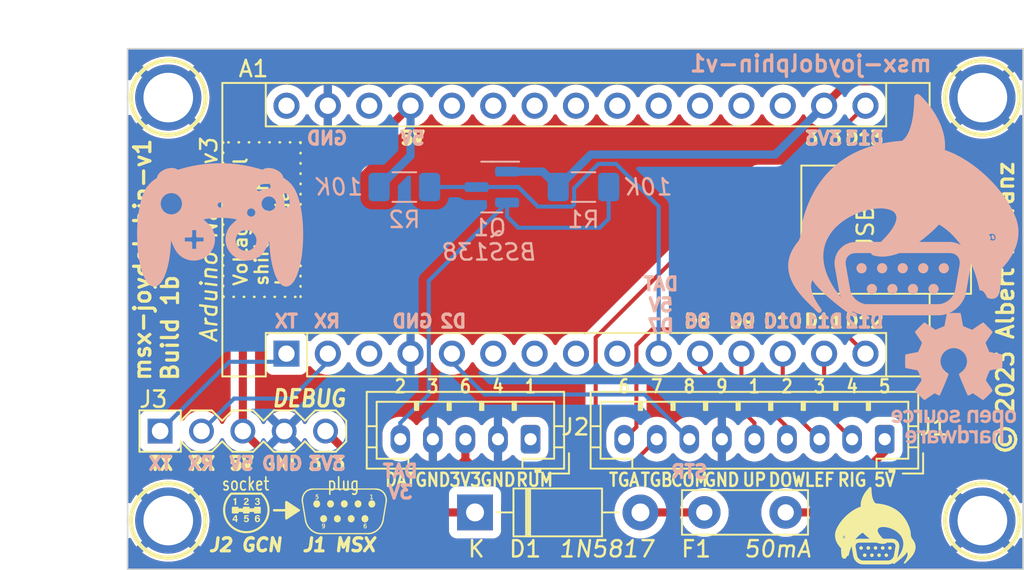
<source format=kicad_pcb>
(kicad_pcb (version 20221018) (generator pcbnew)
  (title_block (title "msx-joydolphin: A Gamecube controller adapter for MSX") (date "2024-02-21") (rev "v1 Build1b") (company "Albert Herranz"))
  (layers (0 "F.Cu" signal) (31 "B.Cu" signal) (34 "B.Paste" user) (35 "F.Paste" user) (36 "B.SilkS" user "B.Silkscreen") (37 "F.SilkS" user "F.Silkscreen") (38 "B.Mask" user) (39 "F.Mask" user) (44 "Edge.Cuts" user))
  (net 0 "")
  (net 1 "/TX")
  (net 2 "/RX")
  (net 4 "GND")
  (net 5 "/MSX_OUT")
  (net 10 "/GCN_DATA_5V")
  (net 11 "/MSX_UP")
  (net 12 "/MSX_DOWN")
  (net 13 "/MSX_LEFT")
  (net 14 "/MSX_RIGHT")
  (net 15 "/MSX_TRIGA")
  (net 16 "/MSX_TRIGB")
  (net 17 "/VCC_3V3")
  (net 27 "/VCC_5V")
  (net 30 "Net-(D1-A)")
  (net 31 "+5V")
  (net 32 "/GCN_DATA_3V3")
  (footprint "Connector_JST:JST_PH_B5B-PH-K_1x05_P2.00mm_Vertical" (layer "F.Cu") (at 66.75 60.5 180)
    (fp_text reference "J2")
    (fp_text value "J2 GCN")
  )
  (footprint "Diode_THT:D_DO-41_SOD81_P10.16mm_Horizontal" (layer "F.Cu") (at 63.34 65)
    (fp_text reference "D1")
    (fp_text value "1N5817")
  )
  (footprint "Module:Arduino_Nano" (layer "F.Cu") (at 51.76 55.24 90)
    (fp_text reference "A1")
    (fp_text value "Arduino Nano v3")
  )
  (footprint "My_Components:Hole_3mm" (layer "F.Cu") (at 44.5 65.5)
    (fp_text reference "HOLE2" hide)
    (fp_text value "HOLE" hide)
  )
  (footprint "My_Components:Hole_3mm" (layer "F.Cu") (at 94.5 39.5)
    (fp_text reference "HOLE3" hide)
    (fp_text value "HOLE" hide)
  )
  (footprint "Connector_JST:JST_PH_B9B-PH-K_1x09_P2.00mm_Vertical" (layer "F.Cu") (at 88.5 60.5 180)
    (fp_text reference "J1")
    (fp_text value "J1 MSX")
  )
  (footprint "Capacitor_THT:C_Disc_D7.5mm_W2.5mm_P5.00mm" (layer "F.Cu") (at 82.42 65 180)
    (fp_text reference "F1")
    (fp_text value "50mA")
  )
  (footprint "My_Components:Hole_3mm" (layer "F.Cu") (at 44.5 39.5)
    (fp_text reference "HOLE1" hide)
    (fp_text value "HOLE" hide)
  )
  (footprint "My_Components:Hole_3mm" (layer "F.Cu") (at 94.5 65.5)
    (fp_text reference "HOLE4" hide)
    (fp_text value "HOLE" hide)
  )
  (footprint "My_Components:Conn_Pin_Header_5x1_2.54mm" (layer "F.Cu") (at 49.08 60)
    (fp_text reference "J3")
    (fp_text value "DEBUG")
  )
  (footprint "Resistor_SMD:R_1206_3216Metric_Pad1.30x1.75mm_HandSolder" (layer "B.Cu") (at 70 45)
    (fp_text reference "R1")
    (fp_text value "10K")
  )
  (footprint "Package_TO_SOT_SMD:SOT-23" (layer "B.Cu") (at 64.3725 45 180)
    (fp_text reference "Q1")
    (fp_text value "BSS138")
  )
  (footprint "Resistor_SMD:R_1206_3216Metric_Pad1.30x1.75mm_HandSolder" (layer "B.Cu") (at 59 45)
    (fp_text reference "R2")
    (fp_text value "10K")
  )
  (footprint "Symbol:OSHW-Logo_7.5x8mm_SilkScreen" (layer "B.Cu") (at 92.75 56.75 180)
    (fp_text reference "REF**" hide)
    (fp_text value "OSHW-Logo_7.5x8mm_SilkScreen" hide)
  )
  (gr_poly (pts (xy 90.224577 51.009987) (xy 90.211552 51.010977) (xy 90.198715 51.012609) (xy 90.186085 51.014865) (xy 90.173676 51.017729) (xy 90.161504 51.021186) (xy 90.149587 51.025219) (xy 90.137939 51.029812) (xy 90.126578 51.034949) (xy 90.115519 51.040614) (xy 90.104778 51.046791) (xy 90.094371 51.053463) (xy 90.084315 51.060615) (xy 90.074626 51.068231) (xy 90.06532 51.076293) (xy 90.056412 51.084787) (xy 90.047919 51.093696) (xy 90.039858 51.103004) (xy 90.032243 51.112694) (xy 90.025093 51.122752) (xy 90.018421 51.13316) (xy 90.012245 51.143902) (xy 90.006581 51.154963) (xy 90.001445 51.166326) (xy 89.996852 51.177975) (xy 89.99282 51.189894) (xy 89.989363 51.202067) (xy 89.986499 51.214478) (xy 89.984244 51.22711) (xy 89.982613 51.239948) (xy 89.981622 51.252976) (xy 89.981288 51.266176) (xy 89.981622 51.279377) (xy 89.982613 51.292404) (xy 89.984244 51.305242) (xy 89.986499 51.317875) (xy 89.989363 51.330285) (xy 89.99282 51.342458) (xy 89.996852 51.354378) (xy 90.001445 51.366027) (xy 90.006581 51.37739) (xy 90.012245 51.38845) (xy 90.018421 51.399193) (xy 90.025093 51.409601) (xy 90.032243 51.419658) (xy 90.039858 51.429349) (xy 90.047919 51.438657) (xy 90.056412 51.447565) (xy 90.06532 51.456059) (xy 90.074626 51.464122) (xy 90.084315 51.471737) (xy 90.094371 51.478889) (xy 90.104778 51.485562) (xy 90.115519 51.491738) (xy 90.126578 51.497403) (xy 90.137939 51.50254) (xy 90.149587 51.507134) (xy 90.161504 51.511167) (xy 90.173676 51.514623) (xy 90.186085 51.517488) (xy 90.198715 51.519744) (xy 90.211552 51.521375) (xy 90.224577 51.522366) (xy 90.237776 51.522699) (xy 90.250975 51.522366) (xy 90.264 51.521375) (xy 90.276836 51.519744) (xy 90.289467 51.517488) (xy 90.301876 51.514623) (xy 90.314047 51.511167) (xy 90.325965 51.507134) (xy 90.337612 51.50254) (xy 90.348974 51.497403) (xy 90.360033 51.491738) (xy 90.370774 51.485562) (xy 90.381181 51.478889) (xy 90.391236 51.471737) (xy 90.400926 51.464122) (xy 90.410232 51.456059) (xy 90.41914 51.447565) (xy 90.427633 51.438657) (xy 90.435694 51.429349) (xy 90.443309 51.419658) (xy 90.45046 51.409601) (xy 90.457131 51.399193) (xy 90.463307 51.38845) (xy 90.468971 51.37739) (xy 90.474108 51.366027) (xy 90.4787 51.354378) (xy 90.482732 51.342458) (xy 90.486189 51.330285) (xy 90.489053 51.317875) (xy 90.491308 51.305242) (xy 90.492939 51.292404) (xy 90.49393 51.279377) (xy 90.494264 51.266176) (xy 90.49393 51.252976) (xy 90.492939 51.239948) (xy 90.491308 51.22711) (xy 90.489053 51.214478) (xy 90.486189 51.202067) (xy 90.482732 51.189894) (xy 90.4787 51.177975) (xy 90.474108 51.166326) (xy 90.468971 51.154963) (xy 90.463307 51.143902) (xy 90.457131 51.13316) (xy 90.45046 51.122752) (xy 90.443309 51.112694) (xy 90.435694 51.103004) (xy 90.427633 51.093696) (xy 90.41914 51.084787) (xy 90.410232 51.076293) (xy 90.400926 51.068231) (xy 90.391236 51.060615) (xy 90.381181 51.053463) (xy 90.370774 51.046791) (xy 90.360033 51.040614) (xy 90.348974 51.034949) (xy 90.337612 51.029812) (xy 90.325965 51.025219) (xy 90.314047 51.021186) (xy 90.301876 51.017729) (xy 90.289467 51.014865) (xy 90.276836 51.012609) (xy 90.264 51.010977) (xy 90.250975 51.009987) (xy 90.237776 51.009653)) (stroke (width 0.114534)) (fill solid) (layer "B.SilkS"))
  (gr_poly (pts (xy 91.487482 51.009987) (xy 91.474457 51.010977) (xy 91.46162 51.012609) (xy 91.44899 51.014865) (xy 91.436581 51.017729) (xy 91.424409 51.021186) (xy 91.412492 51.025219) (xy 91.400845 51.029812) (xy 91.389483 51.034949) (xy 91.378424 51.040614) (xy 91.367683 51.046791) (xy 91.357276 51.053463) (xy 91.347221 51.060615) (xy 91.337531 51.068231) (xy 91.328225 51.076293) (xy 91.319317 51.084787) (xy 91.310824 51.093696) (xy 91.302763 51.103004) (xy 91.295149 51.112694) (xy 91.287998 51.122752) (xy 91.281326 51.13316) (xy 91.27515 51.143902) (xy 91.269486 51.154963) (xy 91.26435 51.166326) (xy 91.259757 51.177975) (xy 91.255725 51.189894) (xy 91.252269 51.202067) (xy 91.249405 51.214478) (xy 91.247149 51.22711) (xy 91.245518 51.239948) (xy 91.244527 51.252976) (xy 91.244194 51.266176) (xy 91.244527 51.279377) (xy 91.245518 51.292404) (xy 91.247149 51.305242) (xy 91.249405 51.317875) (xy 91.252269 51.330285) (xy 91.255725 51.342458) (xy 91.259757 51.354378) (xy 91.26435 51.366027) (xy 91.269486 51.37739) (xy 91.27515 51.38845) (xy 91.281326 51.399193) (xy 91.287998 51.409601) (xy 91.295149 51.419658) (xy 91.302763 51.429349) (xy 91.310824 51.438657) (xy 91.319317 51.447565) (xy 91.328225 51.456059) (xy 91.337531 51.464122) (xy 91.347221 51.471737) (xy 91.357276 51.478889) (xy 91.367683 51.485562) (xy 91.378424 51.491738) (xy 91.389483 51.497403) (xy 91.400845 51.50254) (xy 91.412492 51.507134) (xy 91.424409 51.511167) (xy 91.436581 51.514623) (xy 91.44899 51.517488) (xy 91.46162 51.519744) (xy 91.474457 51.521375) (xy 91.487482 51.522366) (xy 91.500681 51.522699) (xy 91.51388 51.522366) (xy 91.526905 51.521375) (xy 91.539742 51.519744) (xy 91.552372 51.517488) (xy 91.564781 51.514623) (xy 91.576953 51.511167) (xy 91.58887 51.507134) (xy 91.600518 51.50254) (xy 91.611879 51.497403) (xy 91.622938 51.491738) (xy 91.633679 51.485562) (xy 91.644086 51.478889) (xy 91.654142 51.471737) (xy 91.663831 51.464122) (xy 91.673137 51.456059) (xy 91.682045 51.447565) (xy 91.690538 51.438657) (xy 91.698599 51.429349) (xy 91.706214 51.419658) (xy 91.713364 51.409601) (xy 91.720036 51.399193) (xy 91.726212 51.38845) (xy 91.731876 51.37739) (xy 91.737012 51.366027) (xy 91.741605 51.354378) (xy 91.745637 51.342458) (xy 91.749093 51.330285) (xy 91.751957 51.317875) (xy 91.754213 51.305242) (xy 91.755844 51.292404) (xy 91.756835 51.279377) (xy 91.757168 51.266176) (xy 91.756835 51.252976) (xy 91.755844 51.239948) (xy 91.754213 51.22711) (xy 91.751957 51.214478) (xy 91.749093 51.202067) (xy 91.745637 51.189894) (xy 91.741605 51.177975) (xy 91.737012 51.166326) (xy 91.731876 51.154963) (xy 91.726212 51.143902) (xy 91.720036 51.13316) (xy 91.713364 51.122752) (xy 91.706214 51.112694) (xy 91.698599 51.103004) (xy 91.690538 51.093696) (xy 91.682045 51.084787) (xy 91.673137 51.076293) (xy 91.663831 51.068231) (xy 91.654142 51.060615) (xy 91.644086 51.053463) (xy 91.633679 51.046791) (xy 91.622938 51.040614) (xy 91.611879 51.034949) (xy 91.600518 51.029812) (xy 91.58887 51.025219) (xy 91.576953 51.021186) (xy 91.564781 51.017729) (xy 91.552372 51.014865) (xy 91.539742 51.012609) (xy 91.526905 51.010977) (xy 91.51388 51.009987) (xy 91.500681 51.009653)) (stroke (width 0.114534)) (fill solid) (layer "B.SilkS"))
  (gr_poly (pts (xy 91.797543 47.029971) (xy 92.131592 47.235303) (xy 92.293077 47.350031) (xy 92.476536 47.495015) (xy 92.67736 47.672705) (xy 92.782844 47.774579) (xy 92.890941 47.885548) (xy 93.001076 48.005917) (xy 93.112672 48.135993) (xy 93.225154 48.276083) (xy 93.337945 48.426491) (xy 93.45047 48.587525) (xy 93.562151 48.759489) (xy 93.672415 48.942692) (xy 93.780684 49.137437) (xy 93.886382 49.344033) (xy 93.988934 49.562784) (xy 94.087763 49.793997) (xy 94.182294 50.037979) (xy 94.27195 50.295034) (xy 94.356156 50.565469) (xy 94.434335 50.849591) (xy 94.505912 51.147706) (xy 94.51391 51.152287) (xy 94.523147 51.157081) (xy 94.5352 51.162714) (xy 94.549562 51.168563) (xy 94.565727 51.174008) (xy 94.574326 51.176384) (xy 94.583186 51.178426) (xy 94.592244 51.180055) (xy 94.601434 51.181194) (xy 94.610696 51.181765) (xy 94.619964 51.18169) (xy 94.629176 51.180893) (xy 94.638268 51.179294) (xy 94.647176 51.176816) (xy 94.655839 51.173381) (xy 94.664191 51.168912) (xy 94.672171 51.163331) (xy 94.679713 51.15656) (xy 94.686756 51.148521) (xy 94.693235 51.139137) (xy 94.699088 51.128329) (xy 94.70425 51.116021) (xy 94.708659 51.102133) (xy 94.712252 51.086589) (xy 94.714964 51.069311) (xy 94.694968 50.913872) (xy 94.621672 50.496441) (xy 94.5588 50.212392) (xy 94.475118 49.890342) (xy 94.368131 49.539457) (xy 94.235345 49.168902) (xy 94.074265 48.787844) (xy 93.982335 48.59624) (xy 93.882396 48.405447) (xy 93.774135 48.216612) (xy 93.657242 48.030879) (xy 93.531403 47.849394) (xy 93.396309 47.673304) (xy 93.251645 47.503753) (xy 93.097101 47.341888) (xy 92.932365 47.188855) (xy 92.757125 47.045798) (xy 92.571069 46.913864) (xy 92.373885 46.794199) (xy 92.165261 46.687947) (xy 91.944886 46.596256)) (stroke (width 0.037581)) (fill solid) (layer "B.SilkS"))
  (gr_poly (pts (xy 95.131945 48.022255) (xy 95.131983 48.022275) (xy 95.131944 48.02219)) (stroke (width 0.145265)) (fill solid) (layer "B.SilkS"))
  (gr_poly (pts (xy 83.640418 47.361416) (xy 83.642855 47.373783) (xy 83.642598 47.412685) (xy 83.635723 47.46884) (xy 83.622502 47.540281) (xy 83.603204 47.625044) (xy 83.578102 47.721161) (xy 83.547467 47.826668) (xy 83.511568 47.939597) (xy 83.470678 48.057984) (xy 83.425067 48.179863) (xy 83.375006 48.303267) (xy 83.320766 48.42623) (xy 83.262618 48.546788) (xy 83.200834 48.662973) (xy 83.135683 48.77282) (xy 83.067438 48.874363) (xy 82.998561 48.98026) (xy 82.941168 49.089913) (xy 82.894664 49.202776) (xy 82.858451 49.318307) (xy 82.831931 49.43596) (xy 82.814509 49.555192) (xy 82.805586 49.675457) (xy 82.804567 49.796213) (xy 82.810853 49.916914) (xy 82.823848 50.037017) (xy 82.867577 50.273249) (xy 82.930977 50.500557) (xy 83.009272 50.714585) (xy 83.097685 50.910981) (xy 83.191442 51.085389) (xy 83.285764 51.233456) (xy 83.375877 51.350829) (xy 83.457004 51.433153) (xy 83.492705 51.459811) (xy 83.524368 51.476075) (xy 83.551397 51.481399) (xy 83.573195 51.47524) (xy 83.589163 51.457053) (xy 83.598706 51.426294) (xy 83.439362 51.111674) (xy 83.311196 50.82065) (xy 83.211326 50.552766) (xy 83.136868 50.307569) (xy 83.084938 50.084602) (xy 83.052653 49.883411) (xy 83.037128 49.70354) (xy 83.035481 49.544536) (xy 83.044827 49.405941) (xy 83.062282 49.287303) (xy 83.084964 49.188165) (xy 83.109988 49.108072) (xy 83.15553 49.003203) (xy 83.175837 48.969056) (xy 83.281341 48.918944) (xy 83.376148 48.865734) (xy 83.460739 48.809734) (xy 83.535597 48.751251) (xy 83.601204 48.690594) (xy 83.65804 48.628068) (xy 83.706589 48.563983) (xy 83.747332 48.498644) (xy 83.780751 48.432361) (xy 83.807327 48.365439) (xy 83.827543 48.298187) (xy 83.841881 48.230912) (xy 83.850822 48.163922) (xy 83.854848 48.097524) (xy 83.854441 48.032025) (xy 83.850084 47.967733) (xy 83.831442 47.844) (xy 83.802779 47.728785) (xy 83.76795 47.624546) (xy 83.730808 47.533744) (xy 83.69521 47.458839) (xy 83.66501 47.40229) (xy 83.636224 47.354099)) (stroke (width 0.038434)) (fill solid) (layer "B.SilkS"))
  (gr_poly (pts (xy 90.521394 39.582834) (xy 90.526584 39.594233) (xy 90.841022 40.013644) (xy 90.954462 40.176197) (xy 91.071395 40.356972) (xy 91.186601 40.55354) (xy 91.294862 40.763472) (xy 91.344756 40.87269) (xy 91.390956 40.984338) (xy 91.432809 41.098112) (xy 91.469664 41.213709) (xy 91.500867 41.330825) (xy 91.525767 41.449157) (xy 91.54371 41.5684) (xy 91.554045 41.688251) (xy 91.556119 41.808407) (xy 91.549278 41.928564) (xy 91.532872 42.048417) (xy 91.506247 42.167665) (xy 91.468752 42.286002) (xy 91.419732 42.403125) (xy 91.358537 42.518731) (xy 91.306264 42.599082) (xy 91.283319 42.580026) (xy 91.233727 42.555932) (xy 91.067791 42.503364) (xy 90.820672 42.451089) (xy 90.501755 42.406462) (xy 90.120423 42.376841) (xy 89.686062 42.369582) (xy 89.208056 42.392043) (xy 88.955619 42.416717) (xy 88.69579 42.451579) (xy 88.429741 42.49755) (xy 88.158646 42.555548) (xy 87.883679 42.626494) (xy 87.606011 42.711306) (xy 87.326817 42.810905) (xy 87.047269 42.92621) (xy 86.76854 43.058141) (xy 86.491804 43.207617) (xy 86.218232 43.375558) (xy 85.949 43.562884) (xy 85.685278 43.770514) (xy 85.428241 43.999367) (xy 85.179062 44.250363) (xy 84.938913 44.524423) (xy 85.2467 44.637412) (xy 85.7363 44.284614) (xy 86.22828 43.988457) (xy 86.721427 43.746154) (xy 87.21453 43.554915) (xy 87.706378 43.411951) (xy 88.195757 43.314475) (xy 88.681457 43.259697) (xy 89.162265 43.244829) (xy 89.636971 43.267082) (xy 90.104361 43.323666) (xy 90.563224 43.411795) (xy 91.012349 43.528678) (xy 91.450523 43.671526) (xy 91.876535 43.837553) (xy 92.289173 44.023967) (xy 92.687225 44.227982) (xy 93.434723 44.677655) (xy 94.109336 45.164264) (xy 94.701369 45.665497) (xy 95.201127 46.159045) (xy 95.598916 46.622598) (xy 95.885041 47.033847) (xy 96.049808 47.370481) (xy 96.083652 47.503847) (xy 96.083522 47.610192) (xy 96.091251 47.706992) (xy 96.091417 47.801717) (xy 96.0845 47.894304) (xy 96.070979 47.984685) (xy 96.051335 48.072797) (xy 96.026048 48.158572) (xy 95.995596 48.241946) (xy 95.960461 48.322853) (xy 95.921122 48.401227) (xy 95.878059 48.477004) (xy 95.831752 48.550117) (xy 95.782681 48.620501) (xy 95.678166 48.75282) (xy 95.568352 48.873436) (xy 95.45708 48.981825) (xy 95.348188 49.077463) (xy 95.245516 49.159826) (xy 95.152902 49.228389) (xy 95.013207 49.32202) (xy 94.959817 49.354163) (xy 95.040018 49.647145) (xy 95.097094 49.914228) (xy 95.133522 50.156377) (xy 95.151779 50.374557) (xy 95.154342 50.569733) (xy 95.143687 50.742872) (xy 95.122291 50.894939) (xy 95.092632 51.026899) (xy 95.057186 51.139718) (xy 95.018431 51.234362) (xy 94.978842 51.311796) (xy 94.940896 51.372986) (xy 94.879845 51.450496) (xy 94.855091 51.474616) (xy 94.870191 51.492629) (xy 94.887859 51.512158) (xy 94.9112 51.536045) (xy 94.939409 51.562297) (xy 94.971683 51.588924) (xy 94.989093 51.601755) (xy 95.007217 51.613932) (xy 95.025955 51.625207) (xy 95.045207 51.63533) (xy 95.064871 51.644053) (xy 95.084848 51.651125) (xy 95.105037 51.656299) (xy 95.125337 51.659325) (xy 95.145647 51.659955) (xy 95.165868 51.657938) (xy 95.185898 51.653027) (xy 95.205637 51.644972) (xy 95.224985 51.633524) (xy 95.243841 51.618434) (xy 95.262105 51.599453) (xy 95.279675 51.576332) (xy 95.296452 51.548823) (xy 95.312334 51.516675) (xy 95.327222 51.47964) (xy 95.341015 51.437469) (xy 95.36567 51.344872) (xy 95.386987 51.247089) (xy 95.405259 51.145204) (xy 95.420782 51.0403) (xy 95.444755 50.825761) (xy 95.461263 50.612132) (xy 95.481307 50.222247) (xy 95.489556 50.06331) (xy 95.499764 49.939923) (xy 95.767955 49.661448) (xy 95.990406 49.378976) (xy 96.169258 49.093281) (xy 96.306653 48.805138) (xy 96.404731 48.51532) (xy 96.465636 48.224602) (xy 96.491509 47.933758) (xy 96.484491 47.643562) (xy 96.446725 47.354788) (xy 96.380351 47.068211) (xy 96.287513 46.784604) (xy 96.170351 46.504743) (xy 96.031007 46.2294) (xy 95.871624 45.959351) (xy 95.694342 45.695369) (xy 95.501304 45.43823) (xy 95.294651 45.188706) (xy 95.076525 44.947572) (xy 94.614422 44.493571) (xy 94.132128 44.082421) (xy 93.646778 43.720316) (xy 93.175505 43.413449) (xy 92.735443 43.168013) (xy 92.343727 42.990203) (xy 92.01749 42.886211) (xy 92.017874 42.690683) (xy 92.008856 42.499738) (xy 91.991074 42.313515) (xy 91.965163 42.132154) (xy 91.931763 41.955795) (xy 91.891508 41.784576) (xy 91.792988 41.458118) (xy 91.6747 41.153897) (xy 91.54174 40.873029) (xy 91.399206 40.616629) (xy 91.252196 40.385814) (xy 91.105805 40.181699) (xy 90.965131 40.0054) (xy 90.835272 39.858033) (xy 90.721324 39.740714) (xy 90.628384 39.654559) (xy 90.561549 39.600683) (xy 90.525917 39.580202)) (stroke (width 0.038434)) (fill solid) (layer "B.SilkS"))
  (gr_poly (pts (xy 95.137392 48.034179) (xy 95.142725 48.046378) (xy 95.147777 48.0589) (xy 95.150147 48.065317) (xy 95.152385 48.071857) (xy 95.154471 48.078534) (xy 95.156384 48.085362) (xy 95.158103 48.092355) (xy 95.159609 48.099527) (xy 95.160879 48.106892) (xy 95.161894 48.114465) (xy 95.162634 48.122258) (xy 95.163076 48.130287) (xy 95.163076 48.13062) (xy 95.163051 48.130957) (xy 95.163003 48.131295) (xy 95.162933 48.131636) (xy 95.162844 48.131979) (xy 95.162737 48.132323) (xy 95.162474 48.133018) (xy 95.162158 48.133719) (xy 95.1618 48.134425) (xy 95.161013 48.135848) (xy 95.160214 48.137279) (xy 95.159841 48.137995) (xy 95.159503 48.138709) (xy 95.159212 48.139421) (xy 95.159089 48.139775) (xy 95.158982 48.140129) (xy 95.158894 48.140481) (xy 95.158825 48.140833) (xy 95.158778 48.141182) (xy 95.158753 48.141531) (xy 95.162141 48.14069) (xy 95.164466 48.140122) (xy 95.165293 48.139915) (xy 95.16593 48.139747) (xy 95.166403 48.139609) (xy 95.166585 48.139547) (xy 95.166735 48.139489) (xy 95.166857 48.139434) (xy 95.166954 48.139379) (xy 95.167028 48.139325) (xy 95.167083 48.13927) (xy 95.167122 48.139212) (xy 95.167148 48.13915) (xy 95.167165 48.139083) (xy 95.167175 48.13901) (xy 95.167188 48.138842) (xy 95.167213 48.138634) (xy 95.167238 48.138513) (xy 95.167275 48.138378) (xy 95.167328 48.138228) (xy 95.1674 48.138063) (xy 95.167984 48.13667) (xy 95.168873 48.133691) (xy 95.16977 48.128928) (xy 95.170128 48.125816) (xy 95.170376 48.122185) (xy 95.170478 48.118009) (xy 95.170395 48.113265) (xy 95.17009 48.107927) (xy 95.169527 48.101971) (xy 95.168667 48.095373) (xy 95.167475 48.088107) (xy 95.165912 48.08015) (xy 95.163941 48.071477) (xy 95.16311 48.068134) (xy 95.162275 48.064959) (xy 95.161438 48.061949) (xy 95.160598 48.059096) (xy 95.159756 48.056397) (xy 95.158913 48.053846) (xy 95.158069 48.051438) (xy 95.157225 48.049169) (xy 95.15638 48.047033) (xy 95.155536 48.045024) (xy 95.154693 48.043139) (xy 95.153851 48.041372) (xy 95.153011 48.039718) (xy 95.152173 48.038172) (xy 95.151338 48.036729) (xy 95.150506 48.035383) (xy 95.149678 48.034131) (xy 95.148853 48.032966) (xy 95.148034 48.031884) (xy 95.147219 48.03088) (xy 95.14641 48.029948) (xy 95.145606 48.029084) (xy 95.144809 48.028282) (xy 95.144019 48.027538) (xy 95.142461 48.026202) (xy 95.140936 48.025036) (xy 95.139448 48.023999) (xy 95.137999 48.02305) (xy 95.137892 48.022978) (xy 95.13777 48.022916) (xy 95.137635 48.022861) (xy 95.137488 48.022815) (xy 95.137159 48.022742) (xy 95.13679 48.022694) (xy 95.13639 48.022665) (xy 95.135965 48.02265) (xy 95.135069 48.022645) (xy 95.134162 48.022641) (xy 95.133721 48.022628) (xy 95.1333 48.0226) (xy 95.132904 48.022554) (xy 95.132542 48.022484) (xy 95.132375 48.022439) (xy 95.13222 48.022386) (xy 95.132076 48.022325) (xy 95.131983 48.022275)) (stroke (width 0.145265)) (fill solid) (layer "B.SilkS"))
  (gr_poly (pts (xy 90.499473 39.351778) (xy 90.492318 39.352378) (xy 90.485171 39.353453) (xy 90.478047 39.355025) (xy 90.470959 39.357115) (xy 90.467475 39.358344) (xy 90.464089 39.359672) (xy 90.460798 39.361093) (xy 90.457602 39.362602) (xy 90.4545 39.364196) (xy 90.45149 39.36587) (xy 90.448572 39.367619) (xy 90.445745 39.369438) (xy 90.440357 39.373269) (xy 90.435317 39.377327) (xy 90.430618 39.381576) (xy 90.42625 39.385977) (xy 90.422205 39.390496) (xy 90.418474 39.395095) (xy 90.415048 39.399737) (xy 90.411919 39.404386) (xy 90.409077 39.409005) (xy 90.406515 39.413558) (xy 90.404223 39.418007) (xy 90.402193 39.422316) (xy 90.40036 39.426526) (xy 90.398663 39.430695) (xy 90.397095 39.434816) (xy 90.395653 39.438883) (xy 90.39433 39.442891) (xy 90.393123 39.446833) (xy 90.392025 39.450703) (xy 90.391032 39.454495) (xy 90.389341 39.461823) (xy 90.388008 39.468766) (xy 90.386994 39.475278) (xy 90.386258 39.481309) (xy 90.385759 39.486812) (xy 90.385458 39.491738) (xy 90.385314 39.496039) (xy 90.385287 39.499666) (xy 90.385421 39.504706) (xy 90.385537 39.506472) (xy 90.38212 39.730301) (xy 90.374157 39.941767) (xy 90.361963 40.141209) (xy 90.345854 40.328966) (xy 90.326145 40.505377) (xy 90.30315 40.670781) (xy 90.277185 40.825515) (xy 90.248564 40.96992) (xy 90.217603 41.104333) (xy 90.184616 41.229094) (xy 90.149918 41.344541) (xy 90.113826 41.451013) (xy 90.076652 41.548849) (xy 90.038714 41.638388) (xy 90.000324 41.719969) (xy 89.9618 41.793929) (xy 89.94258 41.828172) (xy 89.923445 41.860645) (xy 89.904432 41.891393) (xy 89.88558 41.92046) (xy 89.866926 41.947891) (xy 89.848507 41.973729) (xy 89.83036 41.99802) (xy 89.812524 42.020807) (xy 89.795036 42.042136) (xy 89.777933 42.06205) (xy 89.761253 42.080594) (xy 89.745034 42.097813) (xy 89.729313 42.11375) (xy 89.714127 42.128451) (xy 89.699514 42.141959) (xy 89.685512 42.15432) (xy 89.67875 42.160084) (xy 89.672153 42.165576) (xy 89.659471 42.17577) (xy 89.647503 42.184944) (xy 89.636285 42.193143) (xy 89.625852 42.200409) (xy 89.616241 42.206786) (xy 89.607488 42.212319) (xy 89.599628 42.21705) (xy 89.596377 42.218954) (xy 89.593369 42.220682) (xy 89.590591 42.222245) (xy 89.588031 42.223648) (xy 89.585673 42.224902) (xy 89.583506 42.226014) (xy 89.581515 42.226992) (xy 89.579687 42.227846) (xy 89.226575 42.256867) (xy 88.885799 42.297798) (xy 88.55718 42.350268) (xy 88.240541 42.413907) (xy 87.935704 42.488344) (xy 87.642491 42.573209) (xy 87.360723 42.668131) (xy 87.090222 42.772739) (xy 86.830811 42.886663) (xy 86.582311 43.009532) (xy 86.344545 43.140976) (xy 86.117334 43.280623) (xy 85.9005 43.428104) (xy 85.693865 43.583048) (xy 85.497251 43.745084) (xy 85.31048 43.913842) (xy 85.132903 44.089392) (xy 84.964847 44.270861) (xy 84.80611 44.457866) (xy 84.65649 44.650027) (xy 84.515785 44.846962) (xy 84.383794 45.04829) (xy 84.260313 45.253629) (xy 84.145141 45.462598) (xy 84.038077 45.674816) (xy 83.938917 45.8899) (xy 83.84746 46.107469) (xy 83.763504 46.327143) (xy 83.686846 46.54854) (xy 83.617286 46.771278) (xy 83.55462 46.994975) (xy 83.498647 47.219252) (xy 83.495636 47.232268) (xy 83.497461 47.245498) (xy 83.502925 47.293969) (xy 83.506398 47.342723) (xy 83.507999 47.391641) (xy 83.507846 47.440606) (xy 83.506058 47.489502) (xy 83.502751 47.538209) (xy 83.498045 47.586612) (xy 83.492057 47.634593) (xy 83.476709 47.72882) (xy 83.457651 47.81995) (xy 83.435828 47.907047) (xy 83.412186 47.989171) (xy 83.387668 48.065385) (xy 83.36322 48.134749) (xy 83.339786 48.196325) (xy 83.318312 48.249175) (xy 83.285018 48.324943) (xy 83.270898 48.354546) (xy 83.193957 48.446153) (xy 83.122615 48.537508) (xy 83.056757 48.628582) (xy 82.996265 48.719341) (xy 82.941024 48.809753) (xy 82.890918 48.899788) (xy 82.84583 48.989413) (xy 82.805644 49.078595) (xy 82.770244 49.167305) (xy 82.739513 49.255508) (xy 82.713336 49.343174) (xy 82.691595 49.430271) (xy 82.674175 49.516766) (xy 82.66096 49.602628) (xy 82.651833 49.687825) (xy 82.646678 49.772325) (xy 82.645346 49.856687) (xy 82.647715 49.940207) (xy 82.653641 50.022863) (xy 82.66298 50.10463) (xy 82.675585 50.185486) (xy 82.691312 50.265407) (xy 82.710017 50.344371) (xy 82.731553 50.422354) (xy 82.755777 50.499332) (xy 82.782542 50.575283) (xy 82.811705 50.650183) (xy 82.84312 50.724009) (xy 82.876642 50.796739) (xy 82.912127 50.868347) (xy 82.949428 50.938813) (xy 82.988402 51.008111) (xy 83.028909 51.076238) (xy 83.070816 51.143193) (xy 83.113987 51.208961) (xy 83.158286 51.273522) (xy 83.203578 51.336861) (xy 83.249727 51.398959) (xy 83.296596 51.459799) (xy 83.344051 51.519364) (xy 83.440172 51.634599) (xy 83.537004 51.744524) (xy 83.63346 51.849001) (xy 83.728455 51.947891) (xy 83.820996 52.041178) (xy 83.910014 52.128714) (xy 84.072646 52.285208) (xy 84.143846 52.353503) (xy 84.206692 52.414722) (xy 84.259976 52.468533) (xy 84.282655 52.492557) (xy 84.302491 52.514604) (xy 84.304211 52.516457) (xy 84.306115 52.51831) (xy 84.355763 52.567547) (xy 84.392857 52.604073) (xy 84.406397 52.617452) (xy 84.412024 52.623013) (xy 84.417264 52.62806) (xy 84.4224 52.632771) (xy 84.425017 52.635056) (xy 84.427713 52.637324) (xy 84.430525 52.639597) (xy 84.433486 52.641898) (xy 84.436633 52.644248) (xy 84.440001 52.64667) (xy 84.440798 52.647344) (xy 84.441491 52.648106) (xy 84.442828 52.649848) (xy 84.443607 52.650802) (xy 84.444548 52.651797) (xy 84.44572 52.652818) (xy 84.447187 52.653854) (xy 84.449019 52.654892) (xy 84.45128 52.655921) (xy 84.454039 52.656928) (xy 84.457363 52.657899) (xy 84.461318 52.658825) (xy 84.465971 52.659691) (xy 84.471389 52.660485) (xy 84.477639 52.661196) (xy 84.481197 52.661478) (xy 84.485161 52.661601) (xy 84.487287 52.661579) (xy 84.489505 52.661488) (xy 84.491809 52.66132) (xy 84.494198 52.661064) (xy 84.496667 52.660711) (xy 84.499213 52.660253) (xy 84.501832 52.659678) (xy 84.504521 52.658979) (xy 84.507275 52.658144) (xy 84.510092 52.657166) (xy 84.512968 52.656034) (xy 84.5159 52.65474) (xy 84.518841 52.653254) (xy 84.521743 52.65158) (xy 84.524595 52.649733) (xy 84.527386 52.64773) (xy 84.530106 52.645585) (xy 84.532743 52.643317) (xy 84.535288 52.640939) (xy 84.537728 52.638469) (xy 84.540053 52.635921) (xy 84.542252 52.633313) (xy 84.544315 52.630661) (xy 84.546231 52.627979) (xy 84.547988 52.625284) (xy 84.549576 52.622593) (xy 84.550984 52.61992) (xy 84.552201 52.617283) (xy 84.553265 52.614715) (xy 84.554224 52.612236) (xy 84.555085 52.609844) (xy 84.55585 52.607538) (xy 84.556523 52.605315) (xy 84.55711 52.603174) (xy 84.557615 52.601112) (xy 84.558041 52.599128) (xy 84.558393 52.59722) (xy 84.558674 52.595385) (xy 84.55889 52.593622) (xy 84.559045 52.591929) (xy 84.559142 52.590303) (xy 84.559186 52.588743) (xy 84.559181 52.587247) (xy 84.559131 52.585813) (xy 84.559041 52.584439) (xy 84.558915 52.583123) (xy 84.55857 52.580658) (xy 84.558131 52.578401) (xy 84.557631 52.576336) (xy 84.555699 52.569696) (xy 84.554999 52.567005) (xy 84.554323 52.564508) (xy 84.553672 52.562195) (xy 84.553044 52.560059) (xy 84.552437 52.558091) (xy 84.551852 52.556283) (xy 84.551286 52.554626) (xy 84.550739 52.553112) (xy 84.55021 52.551732) (xy 84.549698 52.550479) (xy 84.549202 52.549343) (xy 84.54872 52.548317) (xy 84.548252 52.547391) (xy 84.547796 52.546558) (xy 84.547352 52.545809) (xy 84.546918 52.545136) (xy 84.546494 52.544531) (xy 84.546078 52.543984) (xy 84.54567 52.543488) (xy 84.545268 52.543034) (xy 84.544479 52.542219) (xy 84.543702 52.541471) (xy 84.54293 52.540725) (xy 84.542543 52.540331) (xy 84.542154 52.539912) (xy 84.541762 52.53946) (xy 84.541366 52.538965) (xy 84.540965 52.538421) (xy 84.540557 52.537818) (xy 84.537103 52.532576) (xy 84.533324 52.526998) (xy 84.524735 52.514681) (xy 84.503041 52.484313) (xy 84.441868 52.398095) (xy 84.404134 52.343342) (xy 84.362824 52.281574) (xy 84.31883 52.213353) (xy 84.273045 52.139241) (xy 84.22636 52.059798) (xy 84.179668 51.975586) (xy 84.133916 51.887206) (xy 84.090041 51.795321) (xy 84.048917 51.700582) (xy 84.02966 51.652345) (xy 84.011419 51.603637) (xy 83.994303 51.554541) (xy 83.978421 51.505136) (xy 83.963883 51.455505) (xy 83.950797 51.405728) (xy 83.939274 51.355886) (xy 83.929422 51.306062) (xy 83.921351 51.256335) (xy 83.91517 51.206787) (xy 83.911486 51.1645) (xy 83.909399 51.122546) (xy 83.908957 51.080944) (xy 83.91021 51.039714) (xy 83.913208 50.998873) (xy 83.918001 50.958441) (xy 83.924638 50.918438) (xy 83.93317 50.878881) (xy 83.943645 50.83979) (xy 83.956115 50.801185) (xy 83.970627 50.763084) (xy 83.987233 50.725505) (xy 84.005983 50.688469) (xy 84.026924 50.651994) (xy 84.050109 50.616099) (xy 84.075585 50.580803) (xy 84.091693 50.614686) (xy 84.109328 50.64887) (xy 84.128448 50.683347) (xy 84.149012 50.718114) (xy 84.170981 50.753163) (xy 84.194311 50.78849) (xy 84.218963 50.824088) (xy 84.244895 50.859953) (xy 84.272066 50.896077) (xy 84.300435 50.932456) (xy 84.360604 51.005954) (xy 84.425072 51.080401) (xy 84.493511 51.155752) (xy 84.582664 51.249544) (xy 84.676266 51.343794) (xy 84.773592 51.438117) (xy 84.873915 51.532127) (xy 84.976509 51.62544) (xy 85.080648 51.717669) (xy 85.185605 51.808428) (xy 85.290656 51.897333) (xy 85.395079 51.983997) (xy 85.498144 52.06802) (xy 85.69723 52.22651) (xy 85.881977 52.369549) (xy 86.046448 52.49388) (xy 86.184704 52.59625) (xy 86.29081 52.673401) (xy 86.382819 52.739029) (xy 86.475821 52.628167) (xy 86.181009 52.322376) (xy 85.915599 52.023721) (xy 85.678617 51.732233) (xy 85.469091 51.447944) (xy 85.286047 51.170887) (xy 85.128515 50.901093) (xy 84.995521 50.638595) (xy 84.886092 50.383424) (xy 84.799257 50.135613) (xy 84.734042 49.895194) (xy 84.689475 49.662198) (xy 84.664584 49.436658) (xy 84.658396 49.218605) (xy 84.669938 49.008073) (xy 84.698239 48.805092) (xy 84.742325 48.609695) (xy 84.770022 48.514792) (xy 84.801383 48.421685) (xy 84.836297 48.330383) (xy 84.874649 48.240895) (xy 84.961223 48.0674) (xy 85.060205 47.901274) (xy 85.170693 47.742591) (xy 85.291789 47.591427) (xy 85.422591 47.447856) (xy 85.5622 47.311952) (xy 85.709716 47.183791) (xy 85.864237 47.063445) (xy 86.024865 46.950991) (xy 86.190698 46.846503) (xy 86.360837 46.750055) (xy 86.534381 46.661722) (xy 86.71043 46.581578) (xy 86.888084 46.509698) (xy 86.977216 46.476886) (xy 87.066373 46.446177) (xy 87.155434 46.417576) (xy 87.244277 46.391091) (xy 87.332781 46.366726) (xy 87.420825 46.34449) (xy 87.508288 46.324388) (xy 87.595047 46.306427) (xy 87.680982 46.290613) (xy 87.765972 46.276953) (xy 87.849894 46.265453) (xy 87.932628 46.256119) (xy 88.014052 46.248959) (xy 88.094045 46.243978) (xy 88.172485 46.241183) (xy 88.249251 46.240581) (xy 88.324177 46.242173) (xy 88.397104 46.24599) (xy 88.467923 46.252003) (xy 88.536526 46.260185) (xy 88.602803 46.270508) (xy 88.666646 46.282944) (xy 88.727946 46.297465) (xy 88.786593 46.314045) (xy 88.84248 46.332654) (xy 88.895498 46.353265) (xy 88.945537 46.375851) (xy 88.992488 46.400383) (xy 89.036244 46.426834) (xy 89.076694 46.455175) (xy 89.113731 46.485381) (xy 89.147245 46.517421) (xy 89.177424 46.551322) (xy 89.204435 46.587178) (xy 89.228139 46.625065) (xy 89.248397 46.665059) (xy 89.265069 46.707236) (xy 89.278016 46.751673) (xy 89.287097 46.798445) (xy 89.292175 46.847629) (xy 89.293109 46.899301) (xy 89.289759 46.953537) (xy 89.281987 47.010414) (xy 89.269652 47.070007) (xy 89.252616 47.132392) (xy 89.230738 47.197646) (xy 89.20388 47.265846) (xy 89.171901 47.337066) (xy 89.134578 47.411189) (xy 89.091702 47.488039) (xy 89.043153 47.567606) (xy 88.988815 47.649883) (xy 88.92857 47.734861) (xy 88.862299 47.822531) (xy 88.789885 47.912886) (xy 88.711211 48.005915) (xy 88.626158 48.101612) (xy 88.53461 48.199967) (xy 88.436447 48.300972) (xy 88.331552 48.404618) (xy 88.219807 48.510898) (xy 88.101095 48.619802) (xy 87.975298 48.731321) (xy 87.848751 48.839912) (xy 87.847582 48.840499) (xy 87.838471 48.84528) (xy 87.829715 48.850092) (xy 87.821306 48.854947) (xy 87.813238 48.859855) (xy 87.805506 48.864829) (xy 87.798103 48.86988) (xy 87.791023 48.875018) (xy 87.78426 48.880256) (xy 87.777809 48.885604) (xy 87.771662 48.891074) (xy 87.765814 48.896677) (xy 87.760259 48.902425) (xy 87.75499 48.908329) (xy 87.750002 48.9144) (xy 87.745289 48.920649) (xy 87.740914 48.927132) (xy 87.736945 48.93387) (xy 87.733382 48.940826) (xy 87.730224 48.947964) (xy 87.727472 48.955247) (xy 87.725126 48.962638) (xy 87.723185 48.970099) (xy 87.721649 48.977595) (xy 87.720518 48.985088) (xy 87.719791 48.992542) (xy 87.71947 48.99992) (xy 87.719553 49.007184) (xy 87.720041 49.014299) (xy 87.720932 49.021226) (xy 87.722228 49.027931) (xy 87.723928 49.034374) (xy 87.725926 49.040536) (xy 87.728103 49.046433) (xy 87.730444 49.052068) (xy 87.732933 49.057448) (xy 87.735554 49.062576) (xy 87.738291 49.067457) (xy 87.741129 49.072095) (xy 87.74405 49.076495) (xy 87.74704 49.080662) (xy 87.750082 49.0846) (xy 87.75316 49.088314) (xy 87.756259 49.091809) (xy 87.759362 49.095088) (xy 87.762453 49.098157) (xy 87.765517 49.10102) (xy 87.768537 49.103682) (xy 87.774384 49.108419) (xy 87.779865 49.112406) (xy 87.784853 49.115679) (xy 87.789221 49.118275) (xy 87.79284 49.120231) (xy 87.795583 49.121582) (xy 87.797931 49.12262) (xy 87.805143 49.126616) (xy 87.813067 49.128732) (xy 87.900808 49.151772) (xy 87.988955 49.170432) (xy 88.07745 49.184844) (xy 88.166236 49.195138) (xy 88.255255 49.201445) (xy 88.344451 49.203897) (xy 88.433765 49.202624) (xy 88.523141 49.197758) (xy 88.701848 49.17777) (xy 88.880113 49.14498) (xy 89.057476 49.100436) (xy 89.23348 49.045187) (xy 89.407665 48.980282) (xy 89.579572 48.906767) (xy 89.748743 48.825692) (xy 89.914719 48.738104) (xy 90.077041 48.645052) (xy 90.23525 48.547585) (xy 90.388887 48.446749) (xy 90.537493 48.343594) (xy 90.672132 48.245538) (xy 90.800874 48.147748) (xy 90.923433 48.050953) (xy 91.039522 47.955879) (xy 91.148856 47.863252) (xy 91.251147 47.7738) (xy 91.346111 47.688249) (xy 91.433459 47.607328) (xy 91.512907 47.531761) (xy 91.584167 47.462278) (xy 91.700981 47.344466) (xy 91.781609 47.259709) (xy 91.823763 47.213822) (xy 92.010862 47.325996) (xy 92.189137 47.447439) (xy 92.358779 47.577311) (xy 92.519976 47.71477) (xy 92.672916 47.858975) (xy 92.817791 48.009083) (xy 92.954787 48.164255) (xy 93.084095 48.323647) (xy 93.205903 48.486419) (xy 93.320401 48.651729) (xy 93.427778 48.818736) (xy 93.528223 48.986598) (xy 93.709072 49.321523) (xy 93.864462 49.649773) (xy 93.995905 49.964615) (xy 94.104914 50.259318) (xy 94.193002 50.527151) (xy 94.261682 50.761381) (xy 94.346868 51.102111) (xy 94.372574 51.227655) (xy 94.382382 51.284572) (xy 94.440051 51.287668) (xy 94.448768 51.288429) (xy 94.457549 51.289714) (xy 94.466386 51.29151) (xy 94.475271 51.293802) (xy 94.484197 51.296574) (xy 94.493158 51.299813) (xy 94.511149 51.307632) (xy 94.529187 51.317141) (xy 94.547209 51.328222) (xy 94.565158 51.34076) (xy 94.582973 51.354636) (xy 94.600594 51.369734) (xy 94.617962 51.385936) (xy 94.635018 51.403126) (xy 94.651701 51.421186) (xy 94.667952 51.44) (xy 94.683711 51.459449) (xy 94.698918 51.479417) (xy 94.713514 51.499788) (xy 94.727424 51.520284) (xy 94.740596 51.540606) (xy 94.753009 51.560593) (xy 94.764641 51.580089) (xy 94.775469 51.598934) (xy 94.785471 51.616972) (xy 94.794626 51.634042) (xy 94.80291 51.649987) (xy 94.816782 51.67787) (xy 94.826909 51.699354) (xy 94.835222 51.71806) (xy 94.846234 51.74444) (xy 94.872251 51.756265) (xy 94.888054 51.762768) (xy 94.906647 51.769478) (xy 94.931336 51.777234) (xy 94.961348 51.785088) (xy 94.978109 51.788757) (xy 94.995909 51.792096) (xy 95.014654 51.794987) (xy 95.034246 51.797312) (xy 95.054589 51.798952) (xy 95.075585 51.79979) (xy 95.097277 51.799583) (xy 95.119676 51.798147) (xy 95.142635 51.795389) (xy 95.166007 51.791215) (xy 95.189647 51.785533) (xy 95.213408 51.77825) (xy 95.237143 51.769271) (xy 95.260706 51.758506) (xy 95.283951 51.745859) (xy 95.295409 51.738802) (xy 95.306733 51.731239) (xy 95.317903 51.72316) (xy 95.328903 51.714552) (xy 95.339713 51.705405) (xy 95.350316 51.695705) (xy 95.360693 51.685443) (xy 95.370826 51.674606) (xy 95.380697 51.663182) (xy 95.390287 51.65116) (xy 95.399577 51.638529) (xy 95.408551 51.625276) (xy 95.417189 51.61139) (xy 95.425473 51.596859) (xy 95.43429 51.579655) (xy 95.442565 51.56143) (xy 95.450331 51.542204) (xy 95.457619 51.521998) (xy 95.464462 51.500831) (xy 95.470894 51.478722) (xy 95.48265 51.431758) (xy 95.493147 51.381266) (xy 95.502645 51.327402) (xy 95.511405 51.270324) (xy 95.519686 51.21019) (xy 95.527487 51.147397) (xy 95.534656 51.082514) (xy 95.54721 50.948134) (xy 95.557584 50.810362) (xy 95.566015 50.672509) (xy 95.572429 50.544726) (xy 95.57736 50.424899) (xy 95.581004 50.315421) (xy 95.583557 50.218684) (xy 95.586174 50.073004) (xy 95.586777 50.007001) (xy 95.671846 49.924482) (xy 95.845078 49.734427) (xy 95.952269 49.602501) (xy 96.066517 49.447803) (xy 96.182827 49.271705) (xy 96.296204 49.075576) (xy 96.401655 48.860789) (xy 96.494184 48.628714) (xy 96.534042 48.506622) (xy 96.568797 48.380722) (xy 96.597823 48.251185) (xy 96.620498 48.118183) (xy 96.636197 47.981887) (xy 96.644294 47.842469) (xy 96.644191 47.727007) (xy 96.497533 47.727007) (xy 96.495589 47.865346) (xy 96.48546 48.000877) (xy 96.467792 48.13341) (xy 96.443234 48.262758) (xy 96.412434 48.388729) (xy 96.376039 48.511136) (xy 96.334698 48.629789) (xy 96.289058 48.744498) (xy 96.239767 48.855075) (xy 96.187473 48.96133) (xy 96.132823 49.063074) (xy 96.076467 49.160118) (xy 96.019051 49.252272) (xy 95.903633 49.421155) (xy 95.791751 49.568209) (xy 95.688589 49.691921) (xy 95.599329 49.790777) (xy 95.529156 49.863263) (xy 95.466797 49.923067) (xy 95.442667 49.94463) (xy 95.442445 49.976956) (xy 95.439177 50.185726) (xy 95.432742 50.405271) (xy 95.421019 50.664773) (xy 95.412684 50.80084) (xy 95.402462 50.936368) (xy 95.39019 51.06777) (xy 95.383233 51.130802) (xy 95.375701 51.191457) (xy 95.367392 51.249436) (xy 95.358257 51.304268) (xy 95.348508 51.355248) (xy 95.338355 51.401667) (xy 95.333193 51.422945) (xy 95.32801 51.442818) (xy 95.322832 51.461197) (xy 95.317684 51.477993) (xy 95.312595 51.493119) (xy 95.307589 51.506486) (xy 95.302694 51.518005) (xy 95.297936 51.527588) (xy 95.2922 51.537735) (xy 95.286356 51.547346) (xy 95.280407 51.556436) (xy 95.274357 51.565017) (xy 95.268208 51.573105) (xy 95.261965 51.580712) (xy 95.255631 51.587853) (xy 95.24921 51.594541) (xy 95.242705 51.600789) (xy 95.23612 51.606612) (xy 95.229459 51.612023) (xy 95.222724 51.617036) (xy 95.21592 51.621665) (xy 95.20905 51.625923) (xy 95.202118 51.629824) (xy 95.195127 51.633382) (xy 95.180984 51.639523) (xy 95.166648 51.644457) (xy 95.152148 51.648292) (xy 95.137513 51.651138) (xy 95.122772 51.653105) (xy 95.107953 51.654304) (xy 95.093084 51.654843) (xy 95.078194 51.654833) (xy 95.067414 51.654499) (xy 95.057031 51.653901) (xy 95.04705 51.653062) (xy 95.037472 51.65201) (xy 95.028301 51.65077) (xy 95.019538 51.649367) (xy 95.011186 51.647826) (xy 95.003248 51.646173) (xy 94.995726 51.644434) (xy 94.988624 51.642633) (xy 94.975685 51.638951) (xy 94.964452 51.63533) (xy 94.954946 51.631975) (xy 94.938982 51.597609) (xy 94.927639 51.574802) (xy 94.913904 51.548663) (xy 94.897664 51.519506) (xy 94.878806 51.487646) (xy 94.857215 51.453397) (xy 94.83278 51.417073) (xy 94.818113 51.396449) (xy 94.802695 51.375789) (xy 94.786518 51.355226) (xy 94.769579 51.334891) (xy 94.751873 51.314917) (xy 94.733394 51.295435) (xy 94.714138 51.276578) (xy 94.694099 51.258476) (xy 94.673272 51.241263) (xy 94.651654 51.22507) (xy 94.629238 51.210029) (xy 94.60602 51.196272) (xy 94.581994 51.183932) (xy 94.557156 51.173139) (xy 94.531502 51.164026) (xy 94.518366 51.160141) (xy 94.505024 51.156725) (xy 94.470598 50.988245) (xy 94.376858 50.619309) (xy 94.303718 50.37564) (xy 94.210918 50.10102) (xy 94.096847 49.801836) (xy 93.959894 49.484477) (xy 93.798448 49.15533) (xy 93.610898 48.820782) (xy 93.395635 48.487222) (xy 93.151046 48.161037) (xy 93.017252 48.002706) (xy 92.875522 47.848614) (xy 92.725655 47.69956) (xy 92.567451 47.556342) (xy 92.400707 47.419758) (xy 92.225223 47.290608) (xy 92.040797 47.169688) (xy 91.847227 47.057799) (xy 91.79663 47.030479) (xy 91.758437 47.073427) (xy 91.661814 47.176976) (xy 91.546678 47.29458) (xy 91.39201 47.445555) (xy 91.201572 47.622012) (xy 90.979125 47.816065) (xy 90.857074 47.917224) (xy 90.728432 48.019824) (xy 90.593669 48.12288) (xy 90.453256 48.225404) (xy 90.309251 48.325257) (xy 90.160809 48.422421) (xy 90.0084 48.515993) (xy 89.852494 48.605068) (xy 89.693562 48.688742) (xy 89.532072 48.766111) (xy 89.368496 48.836271) (xy 89.203302 48.898318) (xy 89.036962 48.951348) (xy 88.869945 48.994455) (xy 88.702721 49.026737) (xy 88.53576 49.047289) (xy 88.369532 49.055207) (xy 88.204508 49.049587) (xy 88.122593 49.041417) (xy 88.041156 49.029524) (xy 87.960255 49.013794) (xy 87.879948 48.994115) (xy 87.885968 48.988513) (xy 87.88934 48.985553) (xy 87.891243 48.983999) (xy 87.893337 48.982383) (xy 87.89566 48.980693) (xy 87.898246 48.978922) (xy 87.901133 48.977057) (xy 87.904356 48.97509) (xy 87.90795 48.973011) (xy 87.911952 48.970809) (xy 87.916399 48.968475) (xy 87.921325 48.966) (xy 87.929222 48.962003) (xy 87.936081 48.956286) (xy 88.070808 48.840721) (xy 88.198432 48.727696) (xy 88.319067 48.617189) (xy 88.432826 48.509176) (xy 88.539824 48.403636) (xy 88.640175 48.300545) (xy 88.733993 48.199881) (xy 88.821391 48.10162) (xy 88.902484 48.00574) (xy 88.977386 47.912218) (xy 89.046211 47.821032) (xy 89.109073 47.732158) (xy 89.166086 47.645573) (xy 89.217364 47.561255) (xy 89.263021 47.479181) (xy 89.30317 47.399328) (xy 89.337835 47.321505) (xy 89.367022 47.245579) (xy 89.390823 47.171614) (xy 89.400733 47.135385) (xy 89.409331 47.09967) (xy 89.416628 47.064475) (xy 89.422637 47.029809) (xy 89.427368 46.99568) (xy 89.430833 46.962094) (xy 89.433044 46.929061) (xy 89.434012 46.896587) (xy 89.433748 46.86468) (xy 89.432265 46.833348) (xy 89.429573 46.802599) (xy 89.425684 46.77244) (xy 89.420609 46.742879) (xy 89.414361 46.713925) (xy 89.40695 46.685584) (xy 89.398389 46.657864) (xy 89.388687 46.630774) (xy 89.377858 46.604321) (xy 89.365913 46.578512) (xy 89.352862 46.553355) (xy 89.338718 46.528858) (xy 89.323493 46.50503) (xy 89.307196 46.481876) (xy 89.289841 46.459406) (xy 89.271438 46.437627) (xy 89.251999 46.416547) (xy 89.210367 46.37653) (xy 89.165363 46.339367) (xy 89.117111 46.305014) (xy 89.065732 46.273432) (xy 89.011351 46.244577) (xy 88.954091 46.218407) (xy 88.894074 46.194882) (xy 88.831423 46.173959) (xy 88.766261 46.155595) (xy 88.698711 46.13975) (xy 88.628897 46.126381) (xy 88.556941 46.115447) (xy 88.482967 46.106905) (xy 88.407096 46.100714) (xy 88.329453 46.096832) (xy 88.25016 46.095217) (xy 88.169291 46.09586) (xy 88.086911 46.09878) (xy 88.00313 46.103966) (xy 87.918057 46.111411) (xy 87.831803 46.121107) (xy 87.744478 46.133043) (xy 87.656192 46.147212) (xy 87.567055 46.163605) (xy 87.477177 46.182213) (xy 87.386668 46.203027) (xy 87.295638 46.22604) (xy 87.204197 46.251242) (xy 87.112455 46.278624) (xy 87.020522 46.308179) (xy 86.928508 46.339896) (xy 86.836523 46.373769) (xy 86.653037 46.447979) (xy 86.470948 46.530798) (xy 86.291209 46.622184) (xy 86.114772 46.722099) (xy 85.942592 46.830502) (xy 85.775622 46.947353) (xy 85.614813 47.072612) (xy 85.46112 47.20624) (xy 85.315496 47.348196) (xy 85.178893 47.498441) (xy 85.052265 47.656935) (xy 84.936565 47.823638) (xy 84.88311 47.910055) (xy 84.832746 47.998509) (xy 84.785589 48.088995) (xy 84.741761 48.181509) (xy 84.701379 48.276045) (xy 84.664563 48.372598) (xy 84.631432 48.471164) (xy 84.602105 48.571737) (xy 84.560374 48.752524) (xy 84.531503 48.939039) (xy 84.51608 49.131226) (xy 84.514698 49.32903) (xy 84.527945 49.532396) (xy 84.556412 49.741267) (xy 84.60069 49.955588) (xy 84.661368 50.175303) (xy 84.739037 50.400358) (xy 84.834288 50.630695) (xy 84.94771 50.866261) (xy 85.079894 51.106998) (xy 85.231429 51.352851) (xy 85.402907 51.603766) (xy 85.594917 51.859686) (xy 85.80805 52.120555) (xy 85.601812 51.961143) (xy 85.496518 51.878017) (xy 85.441433 51.833357) (xy 85.384001 51.785777) (xy 85.280063 51.697806) (xy 85.176317 51.608079) (xy 85.073516 51.517024) (xy 84.972413 51.425068) (xy 84.873761 51.332641) (xy 84.778314 51.240169) (xy 84.686823 51.148082) (xy 84.600042 51.056808) (xy 84.558675 51.01157) (xy 84.518807 50.966643) (xy 84.480525 50.922111) (xy 84.443916 50.878062) (xy 84.409068 50.834581) (xy 84.376067 50.791757) (xy 84.345003 50.749674) (xy 84.31596 50.708421) (xy 84.289028 50.668082) (xy 84.264293 50.628744) (xy 84.241843 50.590495) (xy 84.221765 50.55342) (xy 84.204146 50.517606) (xy 84.189074 50.48314) (xy 84.176636 50.450108) (xy 84.166919 50.418596) (xy 84.134265 50.298178) (xy 84.045654 50.385992) (xy 84.002442 50.43159) (xy 83.96326 50.478575) (xy 83.927989 50.52684) (xy 83.89651 50.576276) (xy 83.868701 50.626776) (xy 83.844443 50.678234) (xy 83.823616 50.730542) (xy 83.8061 50.783592) (xy 83.791776 50.837278) (xy 83.780522 50.891492) (xy 83.772219 50.946126) (xy 83.766748 51.001074) (xy 83.763988 51.056229) (xy 83.763819 51.111483) (xy 83.766121 51.166728) (xy 83.770774 51.221857) (xy 83.7776 51.276825) (xy 83.78642 51.331616) (xy 83.797113 51.386166) (xy 83.809559 51.44041) (xy 83.823637 51.494285) (xy 83.839226 51.547727) (xy 83.856205 51.60067) (xy 83.874454 51.653052) (xy 83.893852 51.704807) (xy 83.914277 51.755872) (xy 83.95773 51.855673) (xy 84.003846 51.951941) (xy 84.051659 52.044163) (xy 84.0551 52.050366) (xy 84.058504 52.056174) (xy 84.061884 52.061712) (xy 84.065255 52.067102) (xy 84.072018 52.07794) (xy 84.075436 52.083634) (xy 84.078898 52.089678) (xy 84.017531 52.030777) (xy 83.961479 51.976093) (xy 83.902503 51.917292) (xy 83.832366 51.846036) (xy 83.739201 51.749026) (xy 83.644886 51.646816) (xy 83.550479 51.539599) (xy 83.457042 51.427565) (xy 83.365632 51.310907) (xy 83.321019 51.250903) (xy 83.27731 51.189815) (xy 83.234638 51.127666) (xy 83.193135 51.064481) (xy 83.152934 51.000284) (xy 83.114167 50.935098) (xy 83.076969 50.868964) (xy 83.041469 50.801921) (xy 83.007791 50.733985) (xy 82.976057 50.665175) (xy 82.946392 50.595508) (xy 82.918918 50.525002) (xy 82.893759 50.453674) (xy 82.871038 50.381543) (xy 82.85088 50.308625) (xy 82.833406 50.234939) (xy 82.818741 50.160503) (xy 82.807008 50.085333) (xy 82.798331 50.009448) (xy 82.792832 49.932866) (xy 82.790635 49.855603) (xy 82.791864 49.777679) (xy 82.796628 49.69907) (xy 82.805051 49.619746) (xy 82.817278 49.539716) (xy 82.833454 49.45899) (xy 82.853724 49.377575) (xy 82.878234 49.295481) (xy 82.90713 49.212716) (xy 82.940556 49.129289) (xy 82.978658 49.04521) (xy 83.021581 48.960486) (xy 83.069471 48.875128) (xy 83.122473 48.789143) (xy 83.180732 48.70254) (xy 83.244393 48.615328) (xy 83.313603 48.527517) (xy 83.388505 48.439114) (xy 83.394371 48.43234) (xy 83.398446 48.424455) (xy 83.446432 48.321672) (xy 83.494138 48.204062) (xy 83.54674 48.05197) (xy 83.572319 47.965257) (xy 83.596053 47.872641) (xy 83.616918 47.775028) (xy 83.633892 47.673322) (xy 83.645951 47.568431) (xy 83.652073 47.46126) (xy 83.651234 47.352715) (xy 83.642411 47.243701) (xy 83.697494 47.023959) (xy 83.759073 46.804949) (xy 83.82734 46.587034) (xy 83.902485 46.370577) (xy 83.984701 46.155943) (xy 84.074178 45.943494) (xy 84.171106 45.733594) (xy 84.275677 45.526606) (xy 84.388083 45.322893) (xy 84.508513 45.122819) (xy 84.637159 44.926747) (xy 84.774212 44.735041) (xy 84.919863 44.548063) (xy 85.074303 44.366178) (xy 85.237723 44.189748) (xy 85.410314 44.019136) (xy 85.592728 43.85428) (xy 85.784775 43.695934) (xy 85.986666 43.544469) (xy 86.198614 43.40026) (xy 86.420833 43.263677) (xy 86.653535 43.135092) (xy 86.896933 43.014879) (xy 87.15124 42.903409) (xy 87.416668 42.801055) (xy 87.693431 42.708188) (xy 87.981742 42.625182) (xy 88.281812 42.552407) (xy 88.593856 42.490237) (xy 88.918086 42.439043) (xy 89.254714 42.399198) (xy 89.603954 42.371074) (xy 89.628392 42.369221) (xy 89.638899 42.360145) (xy 89.639153 42.360045) (xy 89.639386 42.359946) (xy 89.639821 42.359748) (xy 89.64004 42.359648) (xy 89.640271 42.359549) (xy 89.640523 42.35945) (xy 89.640659 42.3594) (xy 89.640803 42.35935) (xy 89.647355 42.356103) (xy 89.654997 42.352133) (xy 89.659209 42.349864) (xy 89.66367 42.347399) (xy 89.668375 42.344733) (xy 89.673316 42.341861) (xy 89.683884 42.335492) (xy 89.695336 42.32824) (xy 89.707632 42.320064) (xy 89.720732 42.310924) (xy 89.734596 42.300779) (xy 89.749183 42.289588) (xy 89.764455 42.27731) (xy 89.78037 42.263906) (xy 89.813955 42.233539) (xy 89.849607 42.198174) (xy 89.887009 42.157495) (xy 89.906268 42.135063) (xy 89.925846 42.111183) (xy 89.945705 42.085816) (xy 89.965803 42.058921) (xy 89.986102 42.030458) (xy 90.006563 42.000389) (xy 90.027145 41.968673) (xy 90.04781 41.935271) (xy 90.068518 41.900142) (xy 90.08923 41.863248) (xy 90.171071 41.697874) (xy 90.211054 41.603629) (xy 90.250017 41.501241) (xy 90.287665 41.390384) (xy 90.323703 41.270728) (xy 90.357834 41.141946) (xy 90.389765 41.003711) (xy 90.419199 40.855694) (xy 90.445841 40.697567) (xy 90.469396 40.529003) (xy 90.489568 40.349674) (xy 90.506061 40.159253) (xy 90.518581 39.95741) (xy 90.526831 39.743819) (xy 90.530517 39.518152) (xy 90.543349 39.529652) (xy 90.558229 39.543368) (xy 90.575037 39.559234) (xy 90.593655 39.577184) (xy 90.635943 39.619138) (xy 90.684353 39.668907) (xy 90.710642 39.696632) (xy 90.738205 39.726202) (xy 90.766958 39.757582) (xy 90.796815 39.790737) (xy 90.79685 39.791019) (xy 90.859556 39.862512) (xy 90.92572 39.940697) (xy 90.994701 40.025304) (xy 91.065859 40.116064) (xy 91.138551 40.212707) (xy 91.212135 40.314964) (xy 91.285972 40.422565) (xy 91.359418 40.535241) (xy 91.431804 40.652697) (xy 91.502478 40.774646) (xy 91.570824 40.900825) (xy 91.636228 41.030973) (xy 91.698073 41.164828) (xy 91.755744 41.302126) (xy 91.808626 41.442605) (xy 91.856104 41.586004) (xy 91.897561 41.73206) (xy 91.932384 41.880511) (xy 91.959956 42.031094) (xy 91.979662 42.183547) (xy 91.990886 42.337608) (xy 91.993014 42.493014) (xy 91.985429 42.649504) (xy 91.967517 42.806815) (xy 91.95849 42.867999) (xy 92.017429 42.88668) (xy 92.362542 43.01109) (xy 92.707464 43.16418) (xy 93.050134 43.343596) (xy 93.388491 43.54698) (xy 93.720472 43.771979) (xy 94.044015 44.016236) (xy 94.357059 44.277395) (xy 94.657542 44.553103) (xy 94.943402 44.841002) (xy 95.212577 45.138738) (xy 95.463006 45.443955) (xy 95.692626 45.754298) (xy 95.899376 46.067411) (xy 96.081193 46.380939) (xy 96.236017 46.692526) (xy 96.361785 46.999817) (xy 96.410489 47.149357) (xy 96.447769 47.297035) (xy 96.47427 47.442662) (xy 96.490642 47.586049) (xy 96.497533 47.727007) (xy 96.644191 47.727007) (xy 96.644167 47.700099) (xy 96.63519 47.55495) (xy 96.61674 47.407192) (xy 96.588191 47.256997) (xy 96.54892 47.104536) (xy 96.498303 46.949981) (xy 96.369951 46.635149) (xy 96.213216 46.317171) (xy 96.030022 45.998247) (xy 95.822293 45.680579) (xy 95.591953 45.366367) (xy 95.340926 45.057812) (xy 95.071135 44.757115) (xy 94.784506 44.466478) (xy 94.482961 44.188101) (xy 94.168425 43.924185) (xy 93.842822 43.676931) (xy 93.508076 43.44854) (xy 93.16611 43.241213) (xy 92.818849 43.057151) (xy 92.468217 42.898555) (xy 92.116137 42.767626) (xy 92.130979 42.605096) (xy 92.135707 42.443872) (xy 92.130933 42.284189) (xy 92.117266 42.126288) (xy 92.095318 41.970407) (xy 92.0657 41.816783) (xy 92.029022 41.665654) (xy 91.985896 41.51726) (xy 91.936931 41.371838) (xy 91.882739 41.229626) (xy 91.823931 41.090863) (xy 91.761117 40.955787) (xy 91.694908 40.824636) (xy 91.625916 40.697649) (xy 91.55475 40.575063) (xy 91.482021 40.457117) (xy 91.406639 40.341461) (xy 91.330922 40.2311) (xy 91.255506 40.126279) (xy 91.181025 40.027248) (xy 91.108117 39.934254) (xy 91.037417 39.847546) (xy 90.96956 39.76737) (xy 90.905183 39.693976) (xy 90.905153 39.694421) (xy 90.874467 39.660346) (xy 90.844886 39.628059) (xy 90.816486 39.59759) (xy 90.789346 39.568966) (xy 90.763542 39.542216) (xy 90.739151 39.517367) (xy 90.716251 39.494448) (xy 90.694919 39.473488) (xy 90.675231 39.45452) (xy 90.657233 39.437544) (xy 90.640958 39.422554) (xy 90.626442 39.409542) (xy 90.614418 39.398831) (xy 90.609218 39.394249) (xy 90.604214 39.39001) (xy 90.601705 39.38798) (xy 90.599147 39.385988) (xy 90.596509 39.384018) (xy 90.593757 39.382055) (xy 90.59086 39.380081) (xy 90.587785 39.378082) (xy 90.5845 39.376041) (xy 90.580972 39.373942) (xy 90.574791 39.370493) (xy 90.568453 39.367265) (xy 90.561972 39.364278) (xy 90.555361 39.361554) (xy 90.548635 39.359114) (xy 90.541807 39.35698) (xy 90.534891 39.355172) (xy 90.527901 39.353712) (xy 90.52085 39.352622) (xy 90.513752 39.351922) (xy 90.506622 39.351633)) (stroke (width 0.145265)) (fill solid) (layer "B.SilkS"))
  (gr_poly (pts (xy 90.497064 40.236989) (xy 90.464561 40.533359) (xy 90.439595 40.705154) (xy 90.40764 40.887443) (xy 90.367808 41.076294) (xy 90.319215 41.267771) (xy 90.260975 41.457942) (xy 90.192203 41.642871) (xy 90.15359 41.732142) (xy 90.112012 41.818626) (xy 90.067359 41.901834) (xy 90.019518 41.981273) (xy 89.968381 42.056451) (xy 89.913835 42.126876) (xy 89.855771 42.192058) (xy 89.794077 42.251504) (xy 89.826436 42.257751) (xy 89.863671 42.262866) (xy 89.912087 42.266915) (xy 89.969543 42.268103) (xy 90.033897 42.264632) (xy 90.067991 42.260589) (xy 90.103006 42.254708) (xy 90.138675 42.246765) (xy 90.17473 42.236535) (xy 90.210903 42.223793) (xy 90.246926 42.208317) (xy 90.282532 42.18988) (xy 90.317453 42.168258) (xy 90.35142 42.143227) (xy 90.384168 42.114563) (xy 90.415426 42.082041) (xy 90.444929 42.045437) (xy 90.472408 42.004525) (xy 90.497596 41.959082) (xy 90.520224 41.908884) (xy 90.540026 41.853705) (xy 90.556732 41.793321) (xy 90.570076 41.727508) (xy 90.57979 41.656041) (xy 90.585607 41.578697) (xy 90.594234 41.262324) (xy 90.59191 40.961545) (xy 90.581655 40.684556) (xy 90.56649 40.43955) (xy 90.533514 40.078274) (xy 90.517151 39.943279)) (stroke (width 0.039913)) (fill solid) (layer "B.SilkS"))
  (gr_poly (pts (xy 90.504067 39.42365) (xy 90.501446 39.423893) (xy 90.498924 39.424295) (xy 90.496499 39.424847) (xy 90.494167 39.425542) (xy 90.494167 39.425546) (xy 90.490845 39.426848) (xy 90.487732 39.42845) (xy 90.484821 39.430331) (xy 90.482105 39.432468) (xy 90.479578 39.434838) (xy 90.477233 39.43742) (xy 90.475063 39.440189) (xy 90.473061 39.443125) (xy 90.471221 39.446205) (xy 90.469536 39.449406) (xy 90.467998 39.452705) (xy 90.466602 39.456081) (xy 90.464205 39.462973) (xy 90.462291 39.469901) (xy 90.460805 39.476686) (xy 90.459694 39.483149) (xy 90.458903 39.489109) (xy 90.458378 39.494388) (xy 90.457906 39.502185) (xy 90.457846 39.505103) (xy 90.45443 39.730668) (xy 90.446431 39.943947) (xy 90.434154 40.145278) (xy 90.417908 40.334996) (xy 90.398 40.513437) (xy 90.374737 40.68094) (xy 90.348426 40.837839) (xy 90.319375 40.984471) (xy 90.287891 41.121173) (xy 90.254281 41.248281) (xy 90.218853 41.366131) (xy 90.181914 41.475061) (xy 90.143772 41.575406) (xy 90.104733 41.667502) (xy 90.065105 41.751687) (xy 90.025196 41.828296) (xy 89.985313 41.897667) (xy 89.945762 41.960135) (xy 89.906852 42.016037) (xy 89.868889 42.065709) (xy 89.832182 42.109488) (xy 89.797037 42.14771) (xy 89.763761 42.180712) (xy 89.732663 42.20883) (xy 89.678226 42.25176) (xy 89.636185 42.279191) (xy 89.599126 42.298323) (xy 89.247207 42.32668) (xy 88.907804 42.366898) (xy 88.580719 42.418603) (xy 88.265757 42.481422) (xy 87.96272 42.55498) (xy 87.671411 42.638905) (xy 87.391633 42.732822) (xy 87.123191 42.836358) (xy 86.865886 42.949139) (xy 86.619521 43.070791) (xy 86.383901 43.200941) (xy 86.158828 43.339216) (xy 85.944104 43.48524) (xy 85.739535 43.638642) (xy 85.544921 43.799047) (xy 85.360068 43.966081) (xy 85.184777 44.13937) (xy 85.018851 44.318542) (xy 84.862095 44.503223) (xy 84.714311 44.693038) (xy 84.575302 44.887614) (xy 84.444872 45.086577) (xy 84.208958 45.496172) (xy 84.004995 45.918832) (xy 83.831408 46.351568) (xy 83.686622 46.791391) (xy 83.569062 47.235312) (xy 83.574936 47.287298) (xy 83.578687 47.339453) (xy 83.580441 47.391655) (xy 83.580326 47.443786) (xy 83.578469 47.495727) (xy 83.574996 47.547359) (xy 83.570034 47.598562) (xy 83.563712 47.649218) (xy 83.556155 47.699206) (xy 83.54749 47.748408) (xy 83.527348 47.843976) (xy 83.504301 47.934969) (xy 83.479366 48.020433) (xy 83.453558 48.099413) (xy 83.427895 48.170957) (xy 83.403391 48.234111) (xy 83.381064 48.287921) (xy 83.347003 48.363694) (xy 83.333843 48.390647) (xy 83.186473 48.570953) (xy 83.061404 48.74949) (xy 82.957561 48.926094) (xy 82.873874 49.1006) (xy 82.809267 49.272844) (xy 82.762669 49.442661) (xy 82.733007 49.609885) (xy 82.719207 49.774353) (xy 82.720196 49.9359) (xy 82.734901 50.09436) (xy 82.76225 50.24957) (xy 82.801169 50.401364) (xy 82.850586 50.549578) (xy 82.909426 50.694047) (xy 82.976618 50.834606) (xy 83.051088 50.971091) (xy 83.131764 51.103336) (xy 83.217571 51.231178) (xy 83.400291 51.472992) (xy 83.590663 51.695213) (xy 83.780104 51.896525) (xy 84.35687 52.466323) (xy 84.481555 52.586964) (xy 84.485022 52.587336) (xy 84.479246 52.576955) (xy 84.443641 52.52626) (xy 84.301967 52.32142) (xy 84.210607 52.176578) (xy 84.115371 52.009656) (xy 84.023616 51.825306) (xy 83.942695 51.628178) (xy 83.908596 51.526276) (xy 83.879963 51.422924) (xy 83.857717 51.318704) (xy 83.842777 51.214196) (xy 83.836061 51.109982) (xy 83.838489 51.006644) (xy 83.850981 50.904763) (xy 83.874456 50.804921) (xy 83.909833 50.707698) (xy 83.958032 50.613677) (xy 84.019972 50.523438) (xy 84.096573 50.437563) (xy 84.121247 50.510388) (xy 84.156425 50.587098) (xy 84.201366 50.667285) (xy 84.25533 50.750543) (xy 84.317577 50.836466) (xy 84.387366 50.924648) (xy 84.546611 51.106162) (xy 84.727145 51.291835) (xy 84.923046 51.478417) (xy 85.128392 51.662656) (xy 85.337263 51.841301) (xy 85.741892 52.168812) (xy 86.089562 52.434945) (xy 86.424543 52.679056) (xy 85.860202 52.069885) (xy 85.409347 51.487822) (xy 85.064564 50.933324) (xy 84.818442 50.406849) (xy 84.663568 49.908854) (xy 84.592531 49.439797) (xy 84.597918 49.000136) (xy 84.672316 48.590329) (xy 84.808314 48.210833) (xy 84.998499 47.862105) (xy 85.235459 47.544604) (xy 85.511781 47.258787) (xy 85.820054 47.005111) (xy 86.152864 46.784035) (xy 86.502801 46.596015) (xy 86.862451 46.441511) (xy 87.224402 46.320978) (xy 87.581242 46.234876) (xy 87.925559 46.183661) (xy 88.24994 46.167791) (xy 88.546973 46.187724) (xy 88.809246 46.243918) (xy 89.029347 46.336829) (xy 89.199863 46.466917) (xy 89.313382 46.634638) (xy 89.362492 46.84045) (xy 89.33978 47.084811) (xy 89.237835 47.368178) (xy 89.049243 47.691009) (xy 88.766593 48.053762) (xy 88.382473 48.456894) (xy 87.889469 48.900863) (xy 87.873416 48.909144) (xy 87.859071 48.9173) (xy 87.846357 48.925323) (xy 87.835194 48.933203) (xy 87.825504 48.940932) (xy 87.817208 48.9485) (xy 87.810227 48.955899) (xy 87.804484 48.963118) (xy 87.799899 48.97015) (xy 87.796393 48.976985) (xy 87.793889 48.983613) (xy 87.792306 48.990027) (xy 87.791568 48.996216) (xy 87.791595 49.002172) (xy 87.792308 49.007885) (xy 87.793628 49.013347) (xy 87.795479 49.018549) (xy 87.797779 49.02348) (xy 87.800452 49.028133) (xy 87.803418 49.032498) (xy 87.806598 49.036566) (xy 87.809914 49.040328) (xy 87.816641 49.046897) (xy 87.822967 49.052133) (xy 87.828265 49.055963) (xy 87.833259 49.059114) (xy 88.002441 49.099114) (xy 88.173456 49.122684) (xy 88.345831 49.130819) (xy 88.519094 49.124513) (xy 88.692772 49.104761) (xy 88.866393 49.072555) (xy 89.039485 49.028892) (xy 89.211575 48.974763) (xy 89.38219 48.911165) (xy 89.550859 48.839091) (xy 89.717109 48.759534) (xy 89.880467 48.67349) (xy 90.040461 48.581952) (xy 90.19662 48.485915) (xy 90.495538 48.284319) (xy 90.773443 48.076654) (xy 91.026554 47.870874) (xy 91.251094 47.674933) (xy 91.443283 47.496783) (xy 91.715492 47.225669) (xy 91.812946 47.121159) (xy 92.007432 47.23392) (xy 92.192642 47.356345) (xy 92.368778 47.487565) (xy 92.536045 47.626712) (xy 92.694645 47.772917) (xy 92.844782 47.925312) (xy 92.986661 48.083029) (xy 93.120483 48.245198) (xy 93.246453 48.410952) (xy 93.364774 48.579421) (xy 93.47565 48.749738) (xy 93.579284 48.921034) (xy 93.765639 49.263087) (xy 93.925467 49.598634) (xy 94.060396 49.920726) (xy 94.172054 50.222415) (xy 94.262068 50.496753) (xy 94.332067 50.736792) (xy 94.418525 51.08618) (xy 94.444451 51.214994) (xy 94.469205 51.217687) (xy 94.493495 51.222818) (xy 94.517302 51.230223) (xy 94.540603 51.239736) (xy 94.563377 51.251192) (xy 94.585604 51.264424) (xy 94.607263 51.279267) (xy 94.628331 51.295556) (xy 94.648788 51.313125) (xy 94.668612 51.331809) (xy 94.687784 51.351442) (xy 94.70628 51.371858) (xy 94.741164 51.414378) (xy 94.773095 51.458046) (xy 94.801904 51.501537) (xy 94.827422 51.543526) (xy 94.849478 51.582688) (xy 94.867904 51.617701) (xy 94.893187 51.669976) (xy 94.901916 51.689755) (xy 94.915655 51.695313) (xy 94.953129 51.707667) (xy 94.979012 51.714369) (xy 95.008723 51.72034) (xy 95.04156 51.724772) (xy 95.076822 51.726854) (xy 95.113807 51.725778) (xy 95.132726 51.723802) (xy 95.151812 51.720732) (xy 95.170978 51.716468) (xy 95.190136 51.710908) (xy 95.209199 51.703951) (xy 95.228077 51.695495) (xy 95.246685 51.68544) (xy 95.264934 51.673685) (xy 95.282736 51.660127) (xy 95.300003 51.644666) (xy 95.316649 51.627201) (xy 95.332585 51.607631) (xy 95.347723 51.585853) (xy 95.361975 51.561768) (xy 95.375348 51.533501) (xy 95.387919 51.499539) (xy 95.410756 51.416255) (xy 95.430686 51.315375) (xy 95.447906 51.200358) (xy 95.462612 51.074663) (xy 95.475004 50.94175) (xy 95.493631 50.668106) (xy 95.505368 50.407099) (xy 95.511795 50.186403) (xy 95.51504 49.976637) (xy 95.578982 49.915465) (xy 95.742439 49.740104) (xy 95.848188 49.613425) (xy 95.962857 49.462787) (xy 96.081128 49.289717) (xy 96.197682 49.095746) (xy 96.307199 48.882402) (xy 96.404359 48.651215) (xy 96.446644 48.529408) (xy 96.483845 48.403713) (xy 96.515297 48.274322) (xy 96.540336 48.141426) (xy 96.542886 48.12209) (xy 95.381261 48.12209) (xy 95.380774 48.135699) (xy 95.379687 48.14909) (xy 95.377986 48.162252) (xy 95.375659 48.175177) (xy 95.372693 48.187856) (xy 95.369076 48.200278) (xy 95.364795 48.212436) (xy 95.359838 48.22432) (xy 95.354192 48.235921) (xy 95.347886 48.247088) (xy 95.340991 48.257678) (xy 95.333557 48.267692) (xy 95.325635 48.277134) (xy 95.317273 48.286005) (xy 95.308523 48.294308) (xy 95.299434 48.302046) (xy 95.290056 48.30922) (xy 95.28044 48.315832) (xy 95.270634 48.321887) (xy 95.26069 48.327385) (xy 95.250657 48.332329) (xy 95.240586 48.336721) (xy 95.230526 48.340565) (xy 95.220527 48.343861) (xy 95.210639 48.346613) (xy 95.200871 48.348893) (xy 95.191196 48.350801) (xy 95.181619 48.352353) (xy 95.172141 48.353566) (xy 95.162765 48.354454) (xy 95.153493 48.355035) (xy 95.144329 48.355324) (xy 95.135274 48.355336) (xy 95.126331 48.355089) (xy 95.117503 48.354597) (xy 95.108793 48.353877) (xy 95.100202 48.352944) (xy 95.091733 48.351815) (xy 95.08339 48.350506) (xy 95.067087 48.347409) (xy 95.051383 48.344064) (xy 95.03624 48.340506) (xy 95.028826 48.338506) (xy 95.021489 48.336284) (xy 95.014209 48.333784) (xy 95.006963 48.330949) (xy 94.999732 48.327723) (xy 94.992495 48.32405) (xy 94.985229 48.319873) (xy 94.977914 48.315136) (xy 94.97053 48.309784) (xy 94.963055 48.303759) (xy 94.955468 48.297005) (xy 94.947748 48.289467) (xy 94.869054 48.209045) (xy 94.952937 48.137267) (xy 94.952815 48.136004) (xy 94.952583 48.134484) (xy 94.951785 48.130727) (xy 94.950536 48.126108) (xy 94.948833 48.120741) (xy 94.94667 48.114737) (xy 94.944042 48.108208) (xy 94.940944 48.101268) (xy 94.939217 48.097679) (xy 94.937371 48.094029) (xy 94.933341 48.086588) (xy 94.929054 48.079244) (xy 94.924582 48.072049) (xy 94.919997 48.065057) (xy 94.915369 48.05832) (xy 94.910769 48.051892) (xy 94.90627 48.045824) (xy 94.901941 48.040171) (xy 94.897855 48.034985) (xy 94.894083 48.030318) (xy 94.887765 48.022756) (xy 94.882026 48.016199) (xy 94.783442 47.911562) (xy 94.912293 47.849296) (xy 94.925849 47.84278) (xy 94.941825 47.836025) (xy 94.963071 47.828173) (xy 94.975469 47.824125) (xy 94.988942 47.820151) (xy 95.00341 47.816366) (xy 95.018792 47.812885) (xy 95.035006 47.809826) (xy 95.051974 47.807303) (xy 95.069612 47.805432) (xy 95.087842 47.80433) (xy 95.087841 47.804394) (xy 95.097209 47.804187) (xy 95.1068 47.804246) (xy 95.116593 47.804594) (xy 95.126564 47.805257) (xy 95.136693 47.80626) (xy 95.146956 47.807628) (xy 95.157332 47.809384) (xy 95.167799 47.811553) (xy 95.178335 47.814162) (xy 95.188917 47.817233) (xy 95.199523 47.820792) (xy 95.210132 47.824863) (xy 95.220721 47.829472) (xy 95.231268 47.834643) (xy 95.241751 47.8404) (xy 95.252148 47.846769) (xy 95.262348 47.853761) (xy 95.272245 47.86136) (xy 95.28182 47.869546) (xy 95.291055 47.878304) (xy 95.299933 47.887614) (xy 95.308436 47.897459) (xy 95.316545 47.907822) (xy 95.324244 47.918685) (xy 95.331513 47.93003) (xy 95.338336 47.941839) (xy 95.344694 47.954095) (xy 95.35057 47.96678) (xy 95.355946 47.979876) (xy 95.360803 47.993366) (xy 95.365125 48.007232) (xy 95.368892 48.021455) (xy 95.372261 48.036343) (xy 95.375117 48.051075) (xy 95.377447 48.065643) (xy 95.379239 48.080037) (xy 95.380481 48.09425) (xy 95.381159 48.10827) (xy 95.381261 48.12209) (xy 96.542886 48.12209) (xy 96.558296 48.005216) (xy 96.568513 47.865883) (xy 96.570322 47.723618) (xy 96.563058 47.578613) (xy 96.546055 47.431058) (xy 96.51865 47.281145) (xy 96.480177 47.129064) (xy 96.429971 46.975008) (xy 96.302217 46.662392) (xy 96.145481 46.346009) (xy 95.961783 46.028174) (xy 95.753143 45.711202) (xy 95.521582 45.397406) (xy 95.26912 45.0891) (xy 94.997779 44.7886) (xy 94.709578 44.498219) (xy 94.406539 44.220272) (xy 94.090682 43.957072) (xy 93.764027 43.710935) (xy 93.428596 43.484174) (xy 93.086409 43.279103) (xy 92.739486 43.098038) (xy 92.389848 42.943292) (xy 92.039516 42.817179) (xy 92.057992 42.655167) (xy 92.065861 42.494206) (xy 92.063763 42.334555) (xy 92.052339 42.176473) (xy 92.032228 42.020216) (xy 92.00407 41.866045) (xy 91.968506 41.714217) (xy 91.926176 41.56499) (xy 91.877718 41.418624) (xy 91.823775 41.275377) (xy 91.764985 41.135506) (xy 91.701988 40.99927) (xy 91.635425 40.866928) (xy 91.565935 40.738739) (xy 91.494159 40.61496) (xy 91.420737 40.495849) (xy 91.271513 40.272669) (xy 91.123384 40.071266) (xy 90.981469 39.893706) (xy 90.85089 39.742057) (xy 90.736765 39.618386) (xy 90.644216 39.52476) (xy 90.578362 39.463247) (xy 90.544323 39.435913) (xy 90.540284 39.433651) (xy 90.536379 39.431639) (xy 90.532606 39.429871) (xy 90.52896 39.42834) (xy 90.52544 39.427036) (xy 90.522043 39.425953) (xy 90.518765 39.425083) (xy 90.515603 39.424417) (xy 90.512556 39.423949) (xy 90.509619 39.423671) (xy 90.50679 39.423574)) (stroke (width 0.145265)) (fill solid) (layer "B.SilkS"))
  (gr_poly (pts (xy 89.083839 45.333719) (xy 89.075984 45.334946) (xy 89.068549 45.337027) (xy 89.061627 45.340049) (xy 89.055313 45.344096) (xy 89.049699 45.349253) (xy 89.044881 45.355605) (xy 89.040952 45.363236) (xy 89.038005 45.372232) (xy 89.036135 45.382678) (xy 89.035436 45.394658) (xy 89.036001 45.408257) (xy 89.037925 45.423561) (xy 89.041301 45.440653) (xy 89.046223 45.45962) (xy 89.052785 45.480546) (xy 89.078239 45.558819) (xy 89.096146 45.619615) (xy 89.107787 45.665103) (xy 89.11444 45.697454) (xy 89.117387 45.718838) (xy 89.117907 45.731426) (xy 89.11728 45.737387) (xy 89.116787 45.738892) (xy 88.795763 45.722393) (xy 88.46133 45.715922) (xy 88.27013 45.717258) (xy 88.07037 45.723215) (xy 87.867619 45.734972) (xy 87.667448 45.753708) (xy 87.475429 45.780603) (xy 87.29713 45.816835) (xy 87.214868 45.838822) (xy 87.138124 45.863585) (xy 87.067597 45.891272) (xy 87.003981 45.92203) (xy 86.947974 45.956008) (xy 86.900271 45.993352) (xy 86.86157 46.03421) (xy 86.832565 46.078729) (xy 87.028641 46.305552) (xy 87.134055 46.270256) (xy 87.354001 46.213137) (xy 87.496912 46.182369) (xy 87.656441 46.153318) (xy 87.828585 46.128372) (xy 88.009337 46.109924) (xy 88.194694 46.100363) (xy 88.380651 46.10208) (xy 88.472603 46.107914) (xy 88.563203 46.117465) (xy 88.651951 46.131031) (xy 88.738345 46.14891) (xy 88.821886 46.171402) (xy 88.902073 46.198805) (xy 88.978405 46.231418) (xy 89.050381 46.269539) (xy 89.117502 46.313469) (xy 89.179266 46.363505) (xy 89.235172 46.419947) (xy 89.284721 46.483093) (xy 89.299945 46.516322) (xy 89.314916 46.55669) (xy 89.331185 46.611853) (xy 89.346048 46.681034) (xy 89.352107 46.720637) (xy 89.356799 46.763452) (xy 89.359787 46.809381) (xy 89.360732 46.858327) (xy 89.359297 46.910193) (xy 89.355142 46.964882) (xy 89.347931 47.022294) (xy 89.337324 47.082335) (xy 89.322983 47.144905) (xy 89.304571 47.209908) (xy 89.281749 47.277245) (xy 89.254179 47.346821) (xy 89.221522 47.418536) (xy 89.183441 47.492295) (xy 89.139598 47.567998) (xy 89.089653 47.64555) (xy 89.03327 47.724852) (xy 88.970109 47.805808) (xy 88.899833 47.888319) (xy 88.822103 47.972288) (xy 88.736582 48.057618) (xy 88.64293 48.144211) (xy 88.643603 48.147404) (xy 88.644542 48.151119) (xy 88.645969 48.156004) (xy 88.64795 48.161874) (xy 88.650551 48.168547) (xy 88.653836 48.175839) (xy 88.657871 48.183567) (xy 88.66019 48.187538) (xy 88.662721 48.191549) (xy 88.665472 48.195577) (xy 88.668451 48.1996) (xy 88.671666 48.203595) (xy 88.675127 48.207538) (xy 88.67884 48.211408) (xy 88.682813 48.21518) (xy 88.687056 48.218833) (xy 88.691576 48.222343) (xy 88.696382 48.225687) (xy 88.701481 48.228843) (xy 88.706881 48.231787) (xy 88.712592 48.234497) (xy 88.71862 48.23695) (xy 88.724974 48.239122) (xy 88.801969 48.171835) (xy 88.887008 48.091314) (xy 88.993114 47.98273) (xy 89.112818 47.848475) (xy 89.238649 47.690941) (xy 89.301528 47.604192) (xy 89.363137 47.51252) (xy 89.422544 47.416224) (xy 89.478813 47.315603) (xy 89.531012 47.210956) (xy 89.578206 47.102582) (xy 89.619463 46.990781) (xy 89.653847 46.87585) (xy 89.680426 46.758089) (xy 89.698265 46.637798) (xy 89.706431 46.515274) (xy 89.70399 46.390817) (xy 89.690008 46.264726) (xy 89.663552 46.1373) (xy 89.623688 46.008838) (xy 89.569482 45.879638) (xy 89.5 45.75) (xy 89.414308 45.620223) (xy 89.311474 45.490606) (xy 89.190562 45.361448) (xy 89.181399 45.356969) (xy 89.171071 45.35239) (xy 89.157914 45.347157) (xy 89.142679 45.341948) (xy 89.126118 45.337443) (xy 89.108981 45.334322) (xy 89.100431 45.333492) (xy 89.092019 45.333263)) (stroke (width 0.038434)) (fill solid) (layer "B.SilkS"))
  (gr_poly (pts (xy 90.855981 49.73381) (xy 90.842951 49.7348) (xy 90.83011 49.736432) (xy 90.817475 49.738689) (xy 90.805062 49.741554) (xy 90.792887 49.745012) (xy 90.780965 49.749047) (xy 90.769314 49.753641) (xy 90.757948 49.75878) (xy 90.746885 49.764447) (xy 90.736141 49.770626) (xy 90.725731 49.777301) (xy 90.715671 49.784455) (xy 90.705979 49.792073) (xy 90.696669 49.800139) (xy 90.687758 49.808636) (xy 90.679263 49.817547) (xy 90.671198 49.826859) (xy 90.663581 49.836553) (xy 90.656428 49.846613) (xy 90.649754 49.857025) (xy 90.643576 49.867771) (xy 90.63791 49.878836) (xy 90.632772 49.890203) (xy 90.628178 49.901856) (xy 90.624144 49.913779) (xy 90.620687 49.925956) (xy 90.617822 49.938371) (xy 90.615565 49.951008) (xy 90.613934 49.96385) (xy 90.612943 49.976882) (xy 90.612609 49.990087) (xy 90.612943 50.003293) (xy 90.613934 50.016324) (xy 90.615565 50.029167) (xy 90.617822 50.041803) (xy 90.620687 50.054218) (xy 90.624144 50.066396) (xy 90.628178 50.078319) (xy 90.632772 50.089972) (xy 90.63791 50.101339) (xy 90.643576 50.112403) (xy 90.649754 50.123149) (xy 90.656428 50.133561) (xy 90.663581 50.143622) (xy 90.671198 50.153316) (xy 90.679263 50.162627) (xy 90.687758 50.171539) (xy 90.696669 50.180035) (xy 90.705979 50.188101) (xy 90.715671 50.195719) (xy 90.725731 50.202873) (xy 90.736141 50.209548) (xy 90.746885 50.215727) (xy 90.757948 50.221394) (xy 90.769314 50.226533) (xy 90.780965 50.231127) (xy 90.792887 50.235162) (xy 90.805062 50.23862) (xy 90.817475 50.241485) (xy 90.83011 50.243742) (xy 90.842951 50.245373) (xy 90.855981 50.246364) (xy 90.869184 50.246698) (xy 90.882387 50.246364) (xy 90.895417 50.245373) (xy 90.908258 50.243742) (xy 90.920893 50.241485) (xy 90.933306 50.23862) (xy 90.945482 50.235162) (xy 90.957404 50.231127) (xy 90.969055 50.226533) (xy 90.98042 50.221394) (xy 90.991483 50.215727) (xy 91.002228 50.209548) (xy 91.012638 50.202873) (xy 91.022698 50.195719) (xy 91.03239 50.188101) (xy 91.0417 50.180035) (xy 91.050611 50.171539) (xy 91.059106 50.162627) (xy 91.067171 50.153316) (xy 91.074788 50.143622) (xy 91.081941 50.133561) (xy 91.088615 50.123149) (xy 91.094793 50.112403) (xy 91.100459 50.101339) (xy 91.105597 50.089972) (xy 91.110191 50.078319) (xy 91.114225 50.066396) (xy 91.117682 50.054218) (xy 91.120547 50.041803) (xy 91.122804 50.029167) (xy 91.124435 50.016324) (xy 91.125426 50.003293) (xy 91.12576 49.990087) (xy 91.125426 49.976882) (xy 91.124435 49.96385) (xy 91.122804 49.951008) (xy 91.120547 49.938371) (xy 91.117682 49.925956) (xy 91.114225 49.913779) (xy 91.110191 49.901856) (xy 91.105597 49.890203) (xy 91.100459 49.878836) (xy 91.094793 49.867771) (xy 91.088615 49.857025) (xy 91.081941 49.846613) (xy 91.074788 49.836553) (xy 91.067171 49.826859) (xy 91.059106 49.817547) (xy 91.050611 49.808636) (xy 91.0417 49.800139) (xy 91.03239 49.792073) (xy 91.022698 49.784455) (xy 91.012638 49.777301) (xy 91.002228 49.770626) (xy 90.991483 49.764447) (xy 90.98042 49.75878) (xy 90.969055 49.753641) (xy 90.957404 49.749047) (xy 90.945482 49.745012) (xy 90.933306 49.741554) (xy 90.920893 49.738689) (xy 90.908258 49.736432) (xy 90.895417 49.7348) (xy 90.882387 49.73381) (xy 90.869184 49.733476)) (stroke (width 0.114534)) (fill solid) (layer "B.SilkS"))
  (gr_poly (pts (xy 89.593173 49.733986) (xy 89.580152 49.734976) (xy 89.567321 49.736607) (xy 89.554694 49.738862) (xy 89.54229 49.741725) (xy 89.530122 49.745181) (xy 89.518209 49.749212) (xy 89.506566 49.753804) (xy 89.495208 49.758939) (xy 89.484153 49.764602) (xy 89.473415 49.770777) (xy 89.463013 49.777447) (xy 89.45296 49.784597) (xy 89.443274 49.792209) (xy 89.433971 49.800269) (xy 89.425066 49.80876) (xy 89.416577 49.817666) (xy 89.408518 49.826971) (xy 89.400906 49.836658) (xy 89.393758 49.846712) (xy 89.387089 49.857116) (xy 89.380915 49.867855) (xy 89.375253 49.878912) (xy 89.370118 49.890271) (xy 89.365527 49.901916) (xy 89.361496 49.913831) (xy 89.358041 49.926) (xy 89.355178 49.938407) (xy 89.352923 49.951035) (xy 89.351293 49.963868) (xy 89.350303 49.976891) (xy 89.349969 49.990087) (xy 89.350303 50.003283) (xy 89.351293 50.016306) (xy 89.352923 50.02914) (xy 89.355178 50.041768) (xy 89.358041 50.054174) (xy 89.361496 50.066343) (xy 89.365527 50.078258) (xy 89.370118 50.089903) (xy 89.375253 50.101262) (xy 89.380915 50.112319) (xy 89.387089 50.123058) (xy 89.393758 50.133462) (xy 89.400906 50.143516) (xy 89.408518 50.153203) (xy 89.416577 50.162508) (xy 89.425066 50.171414) (xy 89.433971 50.179905) (xy 89.443274 50.187965) (xy 89.45296 50.195577) (xy 89.463013 50.202727) (xy 89.473415 50.209397) (xy 89.484153 50.215572) (xy 89.495208 50.221235) (xy 89.506566 50.22637) (xy 89.518209 50.230961) (xy 89.530122 50.234993) (xy 89.54229 50.238449) (xy 89.554694 50.241312) (xy 89.567321 50.243567) (xy 89.580152 50.245198) (xy 89.593173 50.246188) (xy 89.606368 50.246522) (xy 89.619562 50.246188) (xy 89.632583 50.245198) (xy 89.645415 50.243567) (xy 89.658041 50.241312) (xy 89.670446 50.238449) (xy 89.682613 50.234993) (xy 89.694527 50.230961) (xy 89.70617 50.22637) (xy 89.717528 50.221235) (xy 89.728583 50.215572) (xy 89.73932 50.209397) (xy 89.749723 50.202727) (xy 89.759776 50.195577) (xy 89.769462 50.187965) (xy 89.778765 50.179905) (xy 89.78767 50.171414) (xy 89.796159 50.162508) (xy 89.804218 50.153203) (xy 89.81183 50.143516) (xy 89.818978 50.133462) (xy 89.825647 50.123058) (xy 89.831821 50.112319) (xy 89.837484 50.101262) (xy 89.842618 50.089903) (xy 89.847209 50.078258) (xy 89.85124 50.066343) (xy 89.854695 50.054174) (xy 89.857558 50.041768) (xy 89.859813 50.02914) (xy 89.861444 50.016306) (xy 89.862434 50.003283) (xy 89.862767 49.990087) (xy 89.862434 49.976891) (xy 89.861444 49.963868) (xy 89.859813 49.951035) (xy 89.857558 49.938407) (xy 89.854695 49.926) (xy 89.85124 49.913831) (xy 89.847209 49.901916) (xy 89.842618 49.890271) (xy 89.837484 49.878912) (xy 89.831821 49.867855) (xy 89.825647 49.857116) (xy 89.818978 49.846712) (xy 89.81183 49.836658) (xy 89.804218 49.826971) (xy 89.796159 49.817666) (xy 89.78767 49.80876) (xy 89.778765 49.800269) (xy 89.769462 49.792209) (xy 89.759776 49.784597) (xy 89.749723 49.777447) (xy 89.73932 49.770777) (xy 89.728583 49.764602) (xy 89.717528 49.758939) (xy 89.70617 49.753804) (xy 89.694527 49.749212) (xy 89.682613 49.745181) (xy 89.670446 49.741725) (xy 89.658041 49.738862) (xy 89.645415 49.736607) (xy 89.632583 49.734976) (xy 89.619562 49.733986) (xy 89.606368 49.733652)) (stroke (width 0.114534)) (fill solid) (layer "B.SilkS"))
  (gr_poly (pts (xy 86.675547 48.545546) (xy 86.608575 48.550952) (xy 86.542982 48.559844) (xy 86.478849 48.572122) (xy 86.41626 48.58769) (xy 86.355295 48.606451) (xy 86.296037 48.628307) (xy 86.238568 48.65316) (xy 86.18297 48.680914) (xy 86.129325 48.711469) (xy 86.077715 48.74473) (xy 86.028222 48.780598) (xy 85.980928 48.818975) (xy 85.935914 48.859766) (xy 85.893264 48.902871) (xy 85.853059 48.948194) (xy 85.815381 48.995636) (xy 85.780312 49.045101) (xy 85.747934 49.096491) (xy 85.71833 49.149708) (xy 85.69158 49.204656) (xy 85.667768 49.261235) (xy 85.646974 49.31935) (xy 85.629283 49.378902) (xy 85.614774 49.439794) (xy 85.60353 49.501928) (xy 85.595634 49.565207) (xy 85.591167 49.629534) (xy 85.590212 49.69481) (xy 85.592849 49.760939) (xy 85.599162 49.827823) (xy 85.609233 49.895364) (xy 85.879043 51.41996) (xy 85.892647 51.487328) (xy 85.909379 51.553717) (xy 85.929151 51.619049) (xy 85.95187 51.68325) (xy 85.977448 51.746242) (xy 86.005794 51.807951) (xy 86.036818 51.8683) (xy 86.07043 51.927213) (xy 86.10654 51.984615) (xy 86.145057 52.040428) (xy 86.185892 52.094578) (xy 86.228955 52.146988) (xy 86.321402 52.246284) (xy 86.421678 52.337709) (xy 86.529061 52.420655) (xy 86.642831 52.494514) (xy 86.701886 52.527846) (xy 86.762267 52.558678) (xy 86.823884 52.586934) (xy 86.886648 52.612539) (xy 86.950468 52.635416) (xy 87.015253 52.655489) (xy 87.080914 52.672683) (xy 87.147361 52.686921) (xy 87.214504 52.698127) (xy 87.282252 52.706225) (xy 87.350515 52.71114) (xy 87.419204 52.712795) (xy 91.793227 52.712795) (xy 91.861925 52.71114) (xy 91.930203 52.706226) (xy 91.997969 52.698128) (xy 92.065134 52.686922) (xy 92.131608 52.672685) (xy 92.197298 52.655492) (xy 92.262116 52.63542) (xy 92.32597 52.612544) (xy 92.388771 52.586941) (xy 92.450427 52.558685) (xy 92.510849 52.527854) (xy 92.569945 52.494524) (xy 92.627626 52.458769) (xy 92.6838 52.420667) (xy 92.738378 52.380293) (xy 92.791269 52.337723) (xy 92.842382 52.293033) (xy 92.891627 52.246299) (xy 92.938913 52.197597) (xy 92.984151 52.147004) (xy 93.027249 52.094594) (xy 93.068118 52.040444) (xy 93.106665 51.984631) (xy 93.142803 51.927229) (xy 93.176438 51.868315) (xy 93.207482 51.807965) (xy 93.235844 51.746255) (xy 93.261433 51.68326) (xy 93.284159 51.619057) (xy 93.303931 51.553723) (xy 93.32066 51.487331) (xy 93.334253 51.41996) (xy 93.603198 49.895364) (xy 93.613271 49.827819) (xy 93.61959 49.760932) (xy 93.622237 49.694801) (xy 93.621436 49.639291) (xy 93.280931 49.639291) (xy 93.280659 49.687027) (xy 93.277953 49.735706) (xy 93.27277 49.785278) (xy 93.265071 49.835694) (xy 92.996126 51.36029) (xy 92.985803 51.410875) (xy 92.972864 51.46095) (xy 92.957394 51.510442) (xy 92.93948 51.55928) (xy 92.919206 51.607391) (xy 92.896659 51.654705) (xy 92.871925 51.701149) (xy 92.845088 51.746651) (xy 92.785452 51.834543) (xy 92.718436 51.917807) (xy 92.644726 51.995868) (xy 92.565007 52.068151) (xy 92.479966 52.134082) (xy 92.390287 52.193087) (xy 92.296657 52.24459) (xy 92.199761 52.288018) (xy 92.150302 52.306523) (xy 92.100284 52.322795) (xy 92.049792 52.33676) (xy 91.998912 52.348347) (xy 91.94773 52.357484) (xy 91.896331 52.3641) (xy 91.844801 52.368122) (xy 91.793226 52.369478) (xy 87.419204 52.369478) (xy 87.367641 52.368122) (xy 87.316127 52.3641) (xy 87.264748 52.357485) (xy 87.213589 52.348348) (xy 87.162736 52.336762) (xy 87.112274 52.322798) (xy 87.062288 52.306527) (xy 87.012864 52.288023) (xy 86.964087 52.267355) (xy 86.916043 52.244597) (xy 86.868816 52.21982) (xy 86.822493 52.193096) (xy 86.777158 52.164497) (xy 86.732897 52.134094) (xy 86.689796 52.101959) (xy 86.647939 52.068165) (xy 86.607412 52.032782) (xy 86.5683 51.995883) (xy 86.53069 51.957539) (xy 86.494665 51.917823) (xy 86.460313 51.876806) (xy 86.427717 51.834559) (xy 86.396963 51.791155) (xy 86.368137 51.746666) (xy 86.341324 51.701163) (xy 86.316609 51.654718) (xy 86.294078 51.607403) (xy 86.273817 51.55929) (xy 86.25591 51.51045) (xy 86.240442 51.460956) (xy 86.2275 51.410878) (xy 86.217169 51.36029) (xy 85.94736 49.835694) (xy 85.939662 49.785274) (xy 85.934484 49.735699) (xy 85.931786 49.687017) (xy 85.931525 49.639279) (xy 85.933659 49.592534) (xy 85.938147 49.546832) (xy 85.944947 49.502222) (xy 85.954017 49.458754) (xy 85.965314 49.416477) (xy 85.978798 49.375441) (xy 85.994427 49.335696) (xy 86.012157 49.297291) (xy 86.031948 49.260276) (xy 86.053758 49.224701) (xy 86.077545 49.190614) (xy 86.103267 49.158066) (xy 86.130882 49.127107) (xy 86.160348 49.097785) (xy 86.191624 49.070151) (xy 86.224667 49.044254) (xy 86.259436 49.020144) (xy 86.295888 48.99787) (xy 86.333983 48.977482) (xy 86.373678 48.959029) (xy 86.414931 48.942562) (xy 86.4577 48.928129) (xy 86.501944 48.915781) (xy 86.54762 48.905566) (xy 86.594687 48.897535) (xy 86.643104 48.891737) (xy 86.692827 48.888222) (xy 86.743815 48.88704) (xy 92.46948 48.88704) (xy 92.520443 48.888222) (xy 92.57014 48.891738) (xy 92.618528 48.897536) (xy 92.665565 48.905568) (xy 92.71121 48.915783) (xy 92.755421 48.928132) (xy 92.798157 48.942566) (xy 92.839375 48.959035) (xy 92.879035 48.977489) (xy 92.917093 48.997878) (xy 92.95351 49.020153) (xy 92.988242 49.044265) (xy 93.021249 49.070163) (xy 93.052489 49.097798) (xy 93.081919 49.127121) (xy 93.109499 49.158082) (xy 93.135186 49.19063) (xy 93.15894 49.224717) (xy 93.180717 49.260293) (xy 93.200478 49.297309) (xy 93.218179 49.335714) (xy 93.233779 49.375459) (xy 93.247237 49.416494) (xy 93.258511 49.458771) (xy 93.267559 49.502238) (xy 93.274339 49.546847) (xy 93.27881 49.592548) (xy 93.280931 49.639291) (xy 93.621436 49.639291) (xy 93.621295 49.629522) (xy 93.616844 49.565194) (xy 93.608966 49.501913) (xy 93.597744 49.439777) (xy 93.583259 49.378885) (xy 93.565593 49.319332) (xy 93.544828 49.261217) (xy 93.521046 49.204638) (xy 93.494328 49.149691) (xy 93.464756 49.096474) (xy 93.432412 49.045084) (xy 93.397378 48.99562) (xy 93.359736 48.948178) (xy 93.319567 48.902857) (xy 93.276953 48.859753) (xy 93.231976 48.818964) (xy 93.184719 48.780587) (xy 93.135262 48.74472) (xy 93.083687 48.711461) (xy 93.030077 48.680907) (xy 92.974513 48.653155) (xy 92.917077 48.628303) (xy 92.857851 48.606448) (xy 92.796916 48.587688) (xy 92.734355 48.57212) (xy 92.670249 48.559843) (xy 92.60468 48.550952) (xy 92.537729 48.545546) (xy 92.46948 48.543723) (xy 86.743815 48.543723)) (stroke (width 0.343367)) (fill solid) (layer "B.SilkS"))
  (gr_poly (pts (xy 87.067621 49.73381) (xy 87.054591 49.7348) (xy 87.04175 49.736432) (xy 87.029115 49.738689) (xy 87.016702 49.741554) (xy 87.004526 49.745012) (xy 86.992605 49.749047) (xy 86.980953 49.753641) (xy 86.969588 49.75878) (xy 86.958525 49.764447) (xy 86.94778 49.770626) (xy 86.93737 49.777301) (xy 86.927311 49.784455) (xy 86.917618 49.792073) (xy 86.908308 49.800139) (xy 86.899398 49.808636) (xy 86.890902 49.817547) (xy 86.882838 49.826859) (xy 86.875221 49.836553) (xy 86.868067 49.846613) (xy 86.861394 49.857025) (xy 86.855216 49.867771) (xy 86.84955 49.878836) (xy 86.844411 49.890203) (xy 86.839817 49.901856) (xy 86.835783 49.913779) (xy 86.832326 49.925956) (xy 86.829461 49.938371) (xy 86.827205 49.951008) (xy 86.825573 49.96385) (xy 86.824582 49.976882) (xy 86.824248 49.990087) (xy 86.824582 50.003293) (xy 86.825573 50.016324) (xy 86.827205 50.029167) (xy 86.829461 50.041803) (xy 86.832326 50.054218) (xy 86.835783 50.066396) (xy 86.839817 50.078319) (xy 86.844411 50.089972) (xy 86.84955 50.101339) (xy 86.855216 50.112403) (xy 86.861394 50.123149) (xy 86.868067 50.133561) (xy 86.875221 50.143622) (xy 86.882838 50.153316) (xy 86.890902 50.162627) (xy 86.899398 50.171539) (xy 86.908308 50.180035) (xy 86.917618 50.188101) (xy 86.927311 50.195719) (xy 86.93737 50.202873) (xy 86.94778 50.209548) (xy 86.958525 50.215727) (xy 86.969588 50.221394) (xy 86.980953 50.226533) (xy 86.992605 50.231127) (xy 87.004526 50.235162) (xy 87.016702 50.23862) (xy 87.029115 50.241485) (xy 87.04175 50.243742) (xy 87.054591 50.245373) (xy 87.067621 50.246364) (xy 87.080824 50.246698) (xy 87.094027 50.246364) (xy 87.107057 50.245373) (xy 87.119898 50.243742) (xy 87.132533 50.241485) (xy 87.144946 50.23862) (xy 87.157121 50.235162) (xy 87.169043 50.231127) (xy 87.180694 50.226533) (xy 87.192059 50.221394) (xy 87.203122 50.215727) (xy 87.213867 50.209548) (xy 87.224277 50.202873) (xy 87.234336 50.195719) (xy 87.244029 50.188101) (xy 87.253339 50.180035) (xy 87.262249 50.171539) (xy 87.270745 50.162627) (xy 87.278809 50.153316) (xy 87.286426 50.143622) (xy 87.29358 50.133561) (xy 87.300253 50.123149) (xy 87.306431 50.112403) (xy 87.312097 50.101339) (xy 87.317236 50.089972) (xy 87.32183 50.078319) (xy 87.325863 50.066396) (xy 87.329321 50.054218) (xy 87.332186 50.041803) (xy 87.334442 50.029167) (xy 87.336074 50.016324) (xy 87.337065 50.003293) (xy 87.337399 49.990087) (xy 87.337065 49.976882) (xy 87.336074 49.96385) (xy 87.334442 49.951008) (xy 87.332186 49.938371) (xy 87.329321 49.925956) (xy 87.325863 49.913779) (xy 87.32183 49.901856) (xy 87.317236 49.890203) (xy 87.312097 49.878836) (xy 87.306431 49.867771) (xy 87.300253 49.857025) (xy 87.29358 49.846613) (xy 87.286426 49.836553) (xy 87.278809 49.826859) (xy 87.270745 49.817547) (xy 87.262249 49.808636) (xy 87.253339 49.800139) (xy 87.244029 49.792073) (xy 87.234336 49.784455) (xy 87.224277 49.777301) (xy 87.213867 49.770626) (xy 87.203122 49.764447) (xy 87.192059 49.75878) (xy 87.180694 49.753641) (xy 87.169043 49.749047) (xy 87.157121 49.745012) (xy 87.144946 49.741554) (xy 87.132533 49.738689) (xy 87.119898 49.736432) (xy 87.107057 49.7348) (xy 87.094027 49.73381) (xy 87.080824 49.733476)) (stroke (width 0.114534)) (fill solid) (layer "B.SilkS"))
  (gr_poly (pts (xy 91.301957 46.257653) (xy 91.233533 46.28731) (xy 91.16421 46.330584) (xy 91.093859 46.3864) (xy 91.02235 46.453684) (xy 90.949553 46.531362) (xy 90.799578 46.713596) (xy 90.642898 46.924504) (xy 90.305276 47.397949) (xy 90.12226 47.643289) (xy 89.928392 47.882909) (xy 89.827064 47.997887) (xy 89.722635 48.108211) (xy 89.614974 48.212806) (xy 89.503953 48.310596) (xy 89.38944 48.400508) (xy 89.271308 48.481466) (xy 89.149426 48.552396) (xy 89.023665 48.612222) (xy 89.257712 48.88297) (xy 89.358541 48.838515) (xy 89.625811 48.709467) (xy 89.805354 48.615247) (xy 90.0067 48.502308) (xy 90.223245 48.371462) (xy 90.448386 48.223517) (xy 90.67552 48.059284) (xy 90.898046 47.879574) (xy 91.005516 47.784167) (xy 91.109359 47.685195) (xy 91.208748 47.582758) (xy 91.302857 47.476958) (xy 91.390862 47.367896) (xy 91.471938 47.255673) (xy 91.545258 47.14039) (xy 91.609998 47.022149) (xy 91.665332 46.901051) (xy 91.710435 46.777198) (xy 91.744481 46.650689) (xy 91.766645 46.521628) (xy 91.700884 46.425868) (xy 91.635132 46.351249) (xy 91.569258 46.296697) (xy 91.503133 46.261136) (xy 91.436627 46.243491) (xy 91.369612 46.242689)) (stroke (width 0.038434)) (fill solid) (layer "B.SilkS"))
  (gr_poly (pts (xy 88.330568 49.733854) (xy 88.317537 49.734845) (xy 88.304697 49.736478) (xy 88.292062 49.738735) (xy 88.279649 49.741601) (xy 88.267474 49.74506) (xy 88.255554 49.749095) (xy 88.243903 49.753691) (xy 88.232539 49.758831) (xy 88.221478 49.7645) (xy 88.210735 49.77068) (xy 88.200327 49.777356) (xy 88.19027 49.784512) (xy 88.180579 49.792132) (xy 88.171272 49.800199) (xy 88.162363 49.808697) (xy 88.15387 49.817611) (xy 88.145808 49.826924) (xy 88.138194 49.83662) (xy 88.131042 49.846683) (xy 88.124371 49.857096) (xy 88.118195 49.867844) (xy 88.112531 49.87891) (xy 88.107395 49.890279) (xy 88.102803 49.901934) (xy 88.09877 49.913859) (xy 88.095314 49.926037) (xy 88.092451 49.938454) (xy 88.090195 49.951092) (xy 88.088564 49.963936) (xy 88.087574 49.976969) (xy 88.08724 49.990175) (xy 88.087574 50.003377) (xy 88.088564 50.016406) (xy 88.090195 50.029245) (xy 88.092451 50.041878) (xy 88.095314 50.05429) (xy 88.09877 50.066463) (xy 88.102803 50.078383) (xy 88.107395 50.090032) (xy 88.112531 50.101396) (xy 88.118195 50.112457) (xy 88.124371 50.123199) (xy 88.131042 50.133607) (xy 88.138194 50.143664) (xy 88.145808 50.153355) (xy 88.15387 50.162662) (xy 88.162363 50.171571) (xy 88.171272 50.180064) (xy 88.180579 50.188126) (xy 88.19027 50.195741) (xy 88.200327 50.202893) (xy 88.210735 50.209565) (xy 88.221478 50.215741) (xy 88.232539 50.221405) (xy 88.243903 50.226542) (xy 88.255554 50.231135) (xy 88.267474 50.235167) (xy 88.279649 50.238624) (xy 88.292062 50.241488) (xy 88.304697 50.243743) (xy 88.317537 50.245375) (xy 88.330568 50.246365) (xy 88.343772 50.246699) (xy 88.356957 50.246365) (xy 88.369969 50.245375) (xy 88.382794 50.243743) (xy 88.395415 50.241488) (xy 88.407816 50.238624) (xy 88.41998 50.235167) (xy 88.431891 50.231135) (xy 88.443534 50.226542) (xy 88.454892 50.221405) (xy 88.465948 50.215741) (xy 88.476687 50.209565) (xy 88.487092 50.202893) (xy 88.497148 50.195741) (xy 88.506838 50.188126) (xy 88.516145 50.180064) (xy 88.525054 50.171571) (xy 88.533549 50.162662) (xy 88.541613 50.153355) (xy 88.54923 50.143664) (xy 88.556383 50.133607) (xy 88.563058 50.123199) (xy 88.569237 50.112457) (xy 88.574905 50.101396) (xy 88.580044 50.090032) (xy 88.58464 50.078383) (xy 88.588675 50.066463) (xy 88.592134 50.05429) (xy 88.595 50.041878) (xy 88.597258 50.029245) (xy 88.59889 50.016406) (xy 88.599882 50.003377) (xy 88.600216 49.990175) (xy 88.599882 49.976969) (xy 88.59889 49.963936) (xy 88.597258 49.951092) (xy 88.595 49.938454) (xy 88.592134 49.926037) (xy 88.588675 49.913859) (xy 88.58464 49.901934) (xy 88.580044 49.890279) (xy 88.574905 49.87891) (xy 88.569237 49.867844) (xy 88.563058 49.857096) (xy 88.556383 49.846683) (xy 88.54923 49.83662) (xy 88.541613 49.826924) (xy 88.533549 49.817611) (xy 88.525054 49.808697) (xy 88.516145 49.800199) (xy 88.506838 49.792132) (xy 88.497148 49.784512) (xy 88.487092 49.777356) (xy 88.476687 49.77068) (xy 88.465948 49.7645) (xy 88.454892 49.758831) (xy 88.443534 49.753691) (xy 88.431891 49.749095) (xy 88.41998 49.74506) (xy 88.407816 49.741601) (xy 88.395415 49.738735) (xy 88.382794 49.736478) (xy 88.369969 49.734845) (xy 88.356957 49.733854) (xy 88.343772 49.73352)) (stroke (width 0.114577)) (fill solid) (layer "B.SilkS"))
  (gr_poly (pts (xy 48.021339 43.641656) (xy 48.354705 43.661285) (xy 48.68723 43.693999) (xy 49.018493 43.7398) (xy 49.348072 43.798686) (xy 49.675543 43.870658) (xy 50.000486 43.955716) (xy 50.322478 44.05386) (xy 50.332532 44.041151) (xy 50.343614 44.029077) (xy 50.368738 44.006856) (xy 50.397593 43.98724) (xy 50.429924 43.970273) (xy 50.465475 43.955999) (xy 50.503989 43.94446) (xy 50.545212 43.935701) (xy 50.588887 43.929764) (xy 50.634759 43.926694) (xy 50.682571 43.926533) (xy 50.732069 43.929326) (xy 50.782996 43.935115) (xy 50.835096 43.943944) (xy 50.888114 43.955856) (xy 50.941794 43.970896) (xy 50.99588 43.989105) (xy 51.023645 43.999663) (xy 51.050803 44.01083) (xy 51.103201 44.034885) (xy 51.152889 44.061048) (xy 51.199678 44.089097) (xy 51.24338 44.11881) (xy 51.283806 44.149966) (xy 51.302733 44.166016) (xy 51.32077 44.182343) (xy 51.337895 44.198921) (xy 51.354083 44.21572) (xy 51.369312 44.232714) (xy 51.383557 44.249874) (xy 51.396796 44.267173) (xy 51.409005 44.284584) (xy 51.420159 44.302078) (xy 51.430237 44.319628) (xy 51.439214 44.337207) (xy 51.447067 44.354785) (xy 51.453772 44.372337) (xy 51.459306 44.389833) (xy 51.463646 44.407246) (xy 51.466767 44.424549) (xy 51.468646 44.441714) (xy 51.469261 44.458713) (xy 51.468587 44.475519) (xy 51.466601 44.492103) (xy 51.485658 44.502073) (xy 51.504638 44.512288) (xy 51.523538 44.522748) (xy 51.542356 44.533451) (xy 51.56109 44.544399) (xy 51.579736 44.555591) (xy 51.598293 44.567028) (xy 51.616759 44.578709) (xy 51.663629 44.610139) (xy 51.709135 44.642831) (xy 51.75327 44.676746) (xy 51.796026 44.711844) (xy 51.837397 44.748087) (xy 51.877377 44.785434) (xy 51.915958 44.823847) (xy 51.953134 44.863286) (xy 51.988898 44.903712) (xy 52.023243 44.945085) (xy 52.056163 44.987366) (xy 52.087651 45.030515) (xy 52.1177 45.074494) (xy 52.146303 45.119263) (xy 52.173453 45.164783) (xy 52.199145 45.211014) (xy 52.199145 45.211004) (xy 52.252342 45.315973) (xy 52.303198 45.431783) (xy 52.351565 45.557946) (xy 52.397291 45.693972) (xy 52.440225 45.839375) (xy 52.480219 45.993666) (xy 52.51712 46.156357) (xy 52.55078 46.32696) (xy 52.581047 46.504987) (xy 52.607771 46.68995) (xy 52.630803 46.88136) (xy 52.649991 47.07873) (xy 52.665186 47.281572) (xy 52.676236 47.489397) (xy 52.682992 47.701718) (xy 52.685304 47.918046) (xy 52.680417 48.234856) (xy 52.666072 48.542519) (xy 52.642746 48.839478) (xy 52.610914 49.124173) (xy 52.571052 49.395048) (xy 52.523636 49.650542) (xy 52.469141 49.8891) (xy 52.439388 50.00154) (xy 52.408044 50.109161) (xy 52.375168 50.211769) (xy 52.340819 50.309169) (xy 52.305058 50.401166) (xy 52.267943 50.487564) (xy 52.229535 50.568171) (xy 52.189892 50.642789) (xy 52.149074 50.711226) (xy 52.10714 50.773286) (xy 52.064151 50.828774) (xy 52.020165 50.877495) (xy 51.975241 50.919256) (xy 51.929441 50.95386) (xy 51.882822 50.981114) (xy 51.835444 51.000822) (xy 51.787367 51.012789) (xy 51.738651 51.016822) (xy 51.690102 51.012822) (xy 51.64219 51.00095) (xy 51.594973 50.981399) (xy 51.54851 50.954362) (xy 51.45808 50.878598) (xy 51.37137 50.775197) (xy 51.288849 50.645699) (xy 51.210986 50.491645) (xy 51.13825 50.314575) (xy 51.071112 50.116028) (xy 51.010039 49.897544) (xy 50.955501 49.660664) (xy 50.907968 49.406928) (xy 50.867909 49.137875) (xy 50.835793 48.855045) (xy 50.81209 48.559979) (xy 50.797268 48.254217) (xy 50.791797 47.939297) (xy 50.790803 47.940575) (xy 50.789783 47.941847) (xy 50.787712 47.94436) (xy 50.785679 47.946798) (xy 50.784706 47.947976) (xy 50.783777 47.949121) (xy 50.751628 47.997713) (xy 50.722317 48.046649) (xy 50.695399 48.096031) (xy 50.670429 48.145958) (xy 50.646962 48.196532) (xy 50.624552 48.247852) (xy 50.58112 48.353133) (xy 50.53657 48.462605) (xy 50.487337 48.577072) (xy 50.459852 48.636429) (xy 50.429859 48.697337) (xy 50.396914 48.759895) (xy 50.36057 48.824204) (xy 50.327873 48.876911) (xy 50.292925 48.927358) (xy 50.25583 48.975517) (xy 50.216692 49.021363) (xy 50.175614 49.064866) (xy 50.1327 49.106001) (xy 50.088053 49.14474) (xy 50.041777 49.181056) (xy 49.993975 49.214922) (xy 49.944751 49.246311) (xy 49.894209 49.275196) (xy 49.842452 49.301549) (xy 49.789583 49.325344) (xy 49.735707 49.346552) (xy 49.680926 49.365148) (xy 49.625345 49.381104) (xy 49.569066 49.394393) (xy 49.512194 49.404988) (xy 49.454832 49.412861) (xy 49.397083 49.417986) (xy 49.339051 49.420336) (xy 49.28084 49.419882) (xy 49.222554 49.416599) (xy 49.164294 49.410459) (xy 49.106166 49.401434) (xy 49.048273 49.389499) (xy 48.990719 49.374625) (xy 48.933606 49.356785) (xy 48.877039 49.335953) (xy 48.82112 49.312102) (xy 48.765955 49.285203) (xy 48.711645 49.25523) (xy 48.658956 49.222532) (xy 48.608524 49.187583) (xy 48.560378 49.150486) (xy 48.514544 49.111344) (xy 48.471051 49.070262) (xy 48.429924 49.027344) (xy 48.391191 48.982693) (xy 48.35488 48.936412) (xy 48.321018 48.888605) (xy 48.289633 48.839377) (xy 48.26075 48.788831) (xy 48.234399 48.73707) (xy 48.210605 48.684198) (xy 48.189397 48.630319) (xy 48.170801 48.575537) (xy 48.154845 48.519955) (xy 48.141556 48.463677) (xy 48.130961 48.406807) (xy 48.123088 48.349448) (xy 48.117964 48.291704) (xy 48.117666 48.284328) (xy 48.541039 48.284328) (xy 48.541998 48.322322) (xy 48.544846 48.359816) (xy 48.549536 48.396764) (xy 48.556022 48.43312) (xy 48.564257 48.468837) (xy 48.574195 48.50387) (xy 48.58579 48.53817) (xy 48.598995 48.571693) (xy 48.613765 48.604392) (xy 48.630052 48.636221) (xy 48.64781 48.667133) (xy 48.666994 48.697081) (xy 48.687556 48.726021) (xy 48.709451 48.753905) (xy 48.732632 48.780687) (xy 48.757053 48.80632) (xy 48.782667 48.830759) (xy 48.809428 48.853957) (xy 48.837291 48.875868) (xy 48.866207 48.896445) (xy 48.896132 48.915642) (xy 48.927019 48.933413) (xy 48.958821 48.949711) (xy 48.991492 48.96449) (xy 49.024986 48.977704) (xy 49.059257 48.989307) (xy 49.094258 48.999251) (xy 49.129943 49.007492) (xy 49.166265 49.013982) (xy 49.203179 49.018675) (xy 49.240637 49.021524) (xy 49.278594 49.022485) (xy 49.316569 49.021524) (xy 49.354045 49.018672) (xy 49.390974 49.013977) (xy 49.427312 49.007484) (xy 49.46301 48.999239) (xy 49.498024 48.98929) (xy 49.532307 48.977682) (xy 49.565812 48.964462) (xy 49.598493 48.949677) (xy 49.630305 48.933372) (xy 49.6612 48.915595) (xy 49.691132 48.896392) (xy 49.720056 48.875809) (xy 49.747924 48.853892) (xy 49.774691 48.830689) (xy 49.800311 48.806245) (xy 49.824736 48.780607) (xy 49.847921 48.753822) (xy 49.869819 48.725935) (xy 49.890384 48.696993) (xy 49.90957 48.667043) (xy 49.927331 48.636132) (xy 49.943619 48.604305) (xy 49.95839 48.571608) (xy 49.971596 48.53809) (xy 49.983192 48.503795) (xy 49.993131 48.46877) (xy 50.001366 48.433063) (xy 50.007852 48.396718) (xy 50.012542 48.359783) (xy 50.01539 48.322304) (xy 50.01635 48.284328) (xy 50.01539 48.246389) (xy 50.012542 48.208948) (xy 50.007852 48.17205) (xy 50.001366 48.135743) (xy 49.993131 48.100072) (xy 49.983192 48.065084) (xy 49.971596 48.030825) (xy 49.95839 47.997342) (xy 49.94362 47.964681) (xy 49.927331 47.932888) (xy 49.90957 47.90201) (xy 49.890384 47.872092) (xy 49.869819 47.843183) (xy 49.847921 47.815327) (xy 49.824736 47.788571) (xy 49.800311 47.762962) (xy 49.774692 47.738546) (xy 49.747925 47.715369) (xy 49.720056 47.693477) (xy 49.691133 47.672918) (xy 49.6612 47.653736) (xy 49.630305 47.63598) (xy 49.598494 47.619695) (xy 49.565812 47.604927) (xy 49.532307 47.591722) (xy 49.498024 47.580128) (xy 49.46301 47.570191) (xy 49.427312 47.561956) (xy 49.390975 47.55547) (xy 49.354045 47.550781) (xy 49.316569 47.547933) (xy 49.278594 47.546973) (xy 49.240637 47.547933) (xy 49.203179 47.550783) (xy 49.166265 47.555475) (xy 49.129943 47.561964) (xy 49.094258 47.570203) (xy 49.059257 47.580145) (xy 49.024986 47.591745) (xy 48.991492 47.604955) (xy 48.958821 47.619729) (xy 48.927019 47.63602) (xy 48.896132 47.653783) (xy 48.866207 47.67297) (xy 48.837291 47.693536) (xy 48.809428 47.715433) (xy 48.782667 47.738616) (xy 48.757053 47.763037) (xy 48.732632 47.788651) (xy 48.709451 47.81541) (xy 48.687556 47.843269) (xy 48.666994 47.87218) (xy 48.64781 47.902098) (xy 48.630052 47.932976) (xy 48.613765 47.964768) (xy 48.598995 47.997426) (xy 48.58579 48.030905) (xy 48.574195 48.065158) (xy 48.564257 48.100138) (xy 48.556022 48.1358) (xy 48.549536 48.172096) (xy 48.544846 48.208981) (xy 48.541998 48.246407) (xy 48.541039 48.284328) (xy 48.117666 48.284328) (xy 48.115616 48.233679) (xy 48.116072 48.175477) (xy 48.119359 48.117201) (xy 48.125503 48.058954) (xy 48.134533 48.000842) (xy 48.146475 47.942967) (xy 48.161357 47.885432) (xy 48.179206 47.828343) (xy 48.20005 47.771802) (xy 48.223915 47.715913) (xy 48.250829 47.660779) (xy 48.28082 47.606506) (xy 48.299894 47.574871) (xy 48.319031 47.544996) (xy 48.338221 47.516773) (xy 48.357451 47.49009) (xy 48.376712 47.464837) (xy 48.395992 47.440904) (xy 48.434567 47.396556) (xy 48.473087 47.356165) (xy 48.511466 47.318848) (xy 48.587449 47.249907) (xy 48.661816 47.182677) (xy 48.698174 47.147498) (xy 48.733866 47.1101) (xy 48.768804 47.0696) (xy 48.785963 47.047912) (xy 48.8029 47.025118) (xy 48.819605 47.001107) (xy 48.836067 46.975769) (xy 48.852275 46.948995) (xy 48.868217 46.920674) (xy 48.722881 46.889831) (xy 48.576899 46.863081) (xy 48.430363 46.840423) (xy 48.283366 46.821859) (xy 48.135998 46.807389) (xy 47.988352 46.797013) (xy 47.84052 46.79073) (xy 47.692594 46.788542) (xy 47.544666 46.790449) (xy 47.396827 46.796451) (xy 47.249169 46.806549) (xy 47.101785 46.820742) (xy 46.954766 46.839031) (xy 46.808205 46.861416) (xy 46.662192 46.887899) (xy 46.516821 46.918478) (xy 46.532748 46.946981) (xy 46.548947 46.973926) (xy 46.565407 46.999424) (xy 46.582116 47.023584) (xy 46.599063 47.046517) (xy 46.616237 47.068335) (xy 46.651219 47.109066) (xy 46.686974 47.146661) (xy 46.723409 47.182007) (xy 46.797965 47.24949) (xy 46.874166 47.3186) (xy 46.912657 47.355978) (xy 46.95129 47.396418) (xy 46.989972 47.440807) (xy 47.028616 47.490029) (xy 47.047894 47.516729) (xy 47.067129 47.54497) (xy 47.086309 47.574862) (xy 47.105422 47.606515) (xy 47.135395 47.660806) (xy 47.162294 47.715955) (xy 47.186145 47.771857) (xy 47.206977 47.82841) (xy 47.224817 47.885509) (xy 47.239691 47.943051) (xy 47.251626 48.000932) (xy 47.260651 48.059049) (xy 47.266791 48.117298) (xy 47.270074 48.175575) (xy 47.270528 48.233778) (xy 47.268178 48.291802) (xy 47.263054 48.349544) (xy 47.25518 48.406899) (xy 47.244585 48.463766) (xy 47.231296 48.52004) (xy 47.21534 48.575617) (xy 47.196744 48.630393) (xy 47.175536 48.684266) (xy 47.151741 48.737132) (xy 47.125388 48.788887) (xy 47.096503 48.839427) (xy 47.065114 48.888649) (xy 47.031248 48.936449) (xy 46.994932 48.982724) (xy 46.956193 49.027371) (xy 46.915058 49.070284) (xy 46.871555 49.111362) (xy 46.825709 49.1505) (xy 46.77755 49.187594) (xy 46.727103 49.222542) (xy 46.674396 49.255239) (xy 46.620086 49.285212) (xy 46.564921 49.312111) (xy 46.509003 49.335962) (xy 46.452435 49.356794) (xy 46.395323 49.374634) (xy 46.337769 49.389508) (xy 46.279877 49.401443) (xy 46.22175 49.410468) (xy 46.163492 49.416608) (xy 46.105207 49.419891) (xy 46.046998 49.420345) (xy 45.988968 49.417995) (xy 45.931223 49.412871) (xy 45.873864 49.404997) (xy 45.816995 49.394402) (xy 45.760721 49.381114) (xy 45.705145 49.365158) (xy 45.65037 49.346562) (xy 45.5965 49.325353) (xy 45.543638 49.301558) (xy 45.491889 49.275205) (xy 45.441355 49.246321) (xy 45.392141 49.214932) (xy 45.344349 49.181066) (xy 45.298084 49.144749) (xy 45.253449 49.10601) (xy 45.210548 49.064875) (xy 45.169484 49.021372) (xy 45.130361 48.975527) (xy 45.093282 48.927367) (xy 45.058351 48.87692) (xy 45.025672 48.824213) (xy 44.989328 48.759904) (xy 44.956383 48.697346) (xy 44.926389 48.636439) (xy 44.898901 48.577081) (xy 44.849662 48.462614) (xy 44.841394 48.442304) (xy 45.417004 48.442304) (xy 45.870683 48.442304) (xy 45.870683 48.895784) (xy 46.311532 48.895784) (xy 46.311532 48.442304) (xy 46.765212 48.442304) (xy 46.765212 48.001655) (xy 46.311532 48.001655) (xy 46.311532 47.547775) (xy 45.870683 47.547775) (xy 45.870683 48.001655) (xy 45.417004 48.001655) (xy 45.417004 48.442304) (xy 44.841394 48.442304) (xy 44.805097 48.353142) (xy 44.761641 48.247861) (xy 44.739215 48.196541) (xy 44.715728 48.145968) (xy 44.690736 48.09604) (xy 44.663791 48.046659) (xy 44.634449 47.997722) (xy 44.602264 47.94913) (xy 44.599645 47.945464) (xy 44.596908 47.941828) (xy 44.594068 47.938216) (xy 44.591138 47.934621) (xy 44.588133 47.931034) (xy 44.585067 47.927451) (xy 44.578808 47.920262) (xy 44.573818 48.236846) (xy 44.559388 48.544286) (xy 44.535993 48.841024) (xy 44.504109 49.125505) (xy 44.46421 49.396172) (xy 44.416771 49.651468) (xy 44.362267 49.889837) (xy 44.332514 50.002187) (xy 44.301173 50.109723) (xy 44.268303 50.212248) (xy 44.233963 50.309568) (xy 44.198214 50.40149) (xy 44.161113 50.487818) (xy 44.122721 50.568357) (xy 44.083098 50.642914) (xy 44.042301 50.711294) (xy 44.000391 50.773302) (xy 43.957427 50.828743) (xy 43.913469 50.877424) (xy 43.868575 50.919149) (xy 43.822806 50.953723) (xy 43.77622 50.980954) (xy 43.728876 51.000645) (xy 43.680835 51.012602) (xy 43.632156 51.016631) (xy 43.583421 51.012598) (xy 43.535327 51.000631) (xy 43.487933 50.980923) (xy 43.441299 50.953669) (xy 43.350549 50.877305) (xy 43.26355 50.773095) (xy 43.180779 50.642599) (xy 43.102711 50.487374) (xy 43.029822 50.308978) (xy 42.962587 50.108971) (xy 42.901481 49.888909) (xy 42.84698 49.650352) (xy 42.79956 49.394857) (xy 42.759695 49.123983) (xy 42.727861 48.839287) (xy 42.704534 48.542329) (xy 42.690189 48.234665) (xy 42.685302 47.917856) (xy 42.688578 47.658198) (xy 42.698234 47.404467) (xy 42.71401 47.157513) (xy 42.735647 46.918189) (xy 42.762884 46.687346) (xy 42.795463 46.465836) (xy 42.833123 46.25451) (xy 42.875605 46.05422) (xy 42.882964 46.02475) (xy 43.937081 46.02475) (xy 43.938059 46.063398) (xy 43.94096 46.101539) (xy 43.945739 46.139125) (xy 43.952346 46.176108) (xy 43.960736 46.212443) (xy 43.97086 46.248081) (xy 43.982672 46.282976) (xy 43.996125 46.31708) (xy 44.011171 46.350347) (xy 44.027762 46.382728) (xy 44.045852 46.414177) (xy 44.065394 46.444647) (xy 44.08634 46.47409) (xy 44.108643 46.50246) (xy 44.132255 46.529708) (xy 44.15713 46.555789) (xy 44.18322 46.580655) (xy 44.210478 46.604258) (xy 44.238857 46.626551) (xy 44.268309 46.647488) (xy 44.298787 46.667021) (xy 44.330245 46.685103) (xy 44.362634 46.701687) (xy 44.395908 46.716725) (xy 44.430019 46.730171) (xy 44.464919 46.741977) (xy 44.500563 46.752096) (xy 44.536902 46.760482) (xy 44.57389 46.767085) (xy 44.611478 46.771861) (xy 44.64962 46.774761) (xy 44.688269 46.775738) (xy 44.726918 46.77476) (xy 44.76506 46.771861) (xy 44.802649 46.767085) (xy 44.839636 46.760481) (xy 44.875975 46.752096) (xy 44.911619 46.741977) (xy 44.94652 46.730171) (xy 44.98063 46.716725) (xy 45.013904 46.701687) (xy 45.046293 46.685103) (xy 45.077751 46.667021) (xy 45.108229 46.647488) (xy 45.137681 46.626551) (xy 45.16606 46.604258) (xy 45.193318 46.580655) (xy 45.207392 46.567242) (xy 49.240904 46.567242) (xy 49.241361 46.585287) (xy 49.242717 46.603096) (xy 49.244949 46.620647) (xy 49.248036 46.637918) (xy 49.251956 46.654887) (xy 49.256687 46.671532) (xy 49.262206 46.68783) (xy 49.268492 46.70376) (xy 49.275522 46.719299) (xy 49.283274 46.734426) (xy 49.291727 46.749118) (xy 49.300858 46.763353) (xy 49.310645 46.777109) (xy 49.321067 46.790364) (xy 49.3321 46.803095) (xy 49.343724 46.815282) (xy 49.355915 46.826901) (xy 49.368653 46.837931) (xy 49.381914 46.848349) (xy 49.395677 46.858133) (xy 49.409919 46.867262) (xy 49.42462 46.875713) (xy 49.439756 46.883463) (xy 49.455305 46.890492) (xy 49.471246 46.896777) (xy 49.487556 46.902295) (xy 49.504214 46.907025) (xy 49.521197 46.910945) (xy 49.538483 46.914032) (xy 49.55605 46.916264) (xy 49.573876 46.91762) (xy 49.59194 46.918077) (xy 49.610002 46.91762) (xy 49.627827 46.916264) (xy 49.645392 46.914032) (xy 49.662674 46.910945) (xy 49.679652 46.907025) (xy 49.696304 46.902295) (xy 49.712609 46.896777) (xy 49.728543 46.890492) (xy 49.744085 46.883463) (xy 49.759213 46.875713) (xy 49.773905 46.867262) (xy 49.788139 46.858133) (xy 49.801893 46.848349) (xy 49.815145 46.837931) (xy 49.827873 46.826901) (xy 49.840055 46.815282) (xy 49.851669 46.803095) (xy 49.862693 46.790364) (xy 49.873106 46.777109) (xy 49.882884 46.763353) (xy 49.892006 46.749118) (xy 49.900451 46.734426) (xy 49.908195 46.719299) (xy 49.915218 46.70376) (xy 49.921497 46.68783) (xy 49.92701 46.671532) (xy 49.931736 46.654887) (xy 49.935651 46.637918) (xy 49.938735 46.620647) (xy 49.940964 46.603096) (xy 49.942318 46.585287) (xy 49.942775 46.567242) (xy 49.942318 46.54916) (xy 49.940964 46.531314) (xy 49.938735 46.513728) (xy 49.935651 46.496424) (xy 49.931736 46.479422) (xy 49.92701 46.462747) (xy 49.921497 46.446418) (xy 49.915218 46.43046) (xy 49.908195 46.414893) (xy 49.900451 46.39974) (xy 49.892006 46.385023) (xy 49.882884 46.370764) (xy 49.873106 46.356985) (xy 49.862693 46.343708) (xy 49.851669 46.330956) (xy 49.840055 46.31875) (xy 49.827873 46.307113) (xy 49.815145 46.296066) (xy 49.801893 46.285632) (xy 49.788139 46.275833) (xy 49.773905 46.266691) (xy 49.759213 46.258228) (xy 49.744085 46.250466) (xy 49.728543 46.243427) (xy 49.712609 46.237134) (xy 49.696304 46.231608) (xy 49.679652 46.226871) (xy 49.662674 46.222946) (xy 49.645392 46.219855) (xy 49.627827 46.21762) (xy 49.610002 46.216263) (xy 49.59194 46.215805) (xy 49.573858 46.216263) (xy 49.556015 46.21762) (xy 49.538432 46.219855) (xy 49.521131 46.222946) (xy 49.504134 46.226871) (xy 49.487464 46.231608) (xy 49.471142 46.237134) (xy 49.455191 46.243427) (xy 49.439633 46.250466) (xy 49.424489 46.258228) (xy 49.409782 46.266691) (xy 49.395534 46.275833) (xy 49.381767 46.285632) (xy 49.368502 46.296066) (xy 49.355763 46.307113) (xy 49.343571 46.31875) (xy 49.331948 46.330956) (xy 49.320916 46.343708) (xy 49.310497 46.356985) (xy 49.300714 46.370764) (xy 49.291588 46.385023) (xy 49.283142 46.39974) (xy 49.275397 46.414893) (xy 49.268376 46.43046) (xy 49.2621 46.446418) (xy 49.256592 46.462747) (xy 49.251874 46.479422) (xy 49.247968 46.496424) (xy 49.244896 46.513728) (xy 49.24268 46.531314) (xy 49.241342 46.54916) (xy 49.240904 46.567242) (xy 45.207392 46.567242) (xy 45.219408 46.555789) (xy 45.244283 46.529708) (xy 45.267895 46.50246) (xy 45.290198 46.47409) (xy 45.311144 46.444647) (xy 45.330686 46.414177) (xy 45.348776 46.382728) (xy 45.365368 46.350347) (xy 45.380413 46.31708) (xy 45.393866 46.282976) (xy 45.405678 46.248081) (xy 45.415802 46.212443) (xy 45.424192 46.176108) (xy 45.4308 46.139125) (xy 45.435426 46.102736) (xy 47.431999 46.102736) (xy 47.432331 46.11585) (xy 47.433317 46.128792) (xy 47.43494 46.141548) (xy 47.437185 46.1541) (xy 47.440035 46.166433) (xy 47.443475 46.17853) (xy 47.447488 46.190375) (xy 47.452059 46.201954) (xy 47.457172 46.213248) (xy 47.46281 46.224243) (xy 47.468957 46.234921) (xy 47.475598 46.245268) (xy 47.482717 46.255267) (xy 47.490297 46.264902) (xy 47.498322 46.274157) (xy 47.506777 46.283015) (xy 47.515645 46.291461) (xy 47.524911 46.299479) (xy 47.534559 46.307052) (xy 47.544572 46.314165) (xy 47.554934 46.320801) (xy 47.56563 46.326945) (xy 47.576643 46.332579) (xy 47.587958 46.337689) (xy 47.599558 46.342258) (xy 47.611427 46.34627) (xy 47.62355 46.349708) (xy 47.635911 46.352558) (xy 47.648493 46.354802) (xy 47.66128 46.356425) (xy 47.674257 46.357411) (xy 47.687407 46.357743) (xy 47.700538 46.357411) (xy 47.713496 46.356425) (xy 47.726265 46.354802) (xy 47.738828 46.352558) (xy 47.75117 46.349708) (xy 47.763275 46.34627) (xy 47.775127 46.342258) (xy 47.786709 46.337689) (xy 47.798006 46.332579) (xy 47.809002 46.326945) (xy 47.819681 46.320801) (xy 47.830027 46.314165) (xy 47.840024 46.307052) (xy 47.849656 46.299479) (xy 47.858907 46.291461) (xy 47.867761 46.283015) (xy 47.876203 46.274157) (xy 47.884215 46.264902) (xy 47.891782 46.255267) (xy 47.898889 46.245268) (xy 47.905519 46.234921) (xy 47.911656 46.224243) (xy 47.917284 46.213248) (xy 47.922388 46.201954) (xy 47.926951 46.190375) (xy 47.930958 46.17853) (xy 47.934392 46.166433) (xy 47.937237 46.1541) (xy 47.939478 46.141548) (xy 47.941099 46.128792) (xy 47.942082 46.11585) (xy 47.942414 46.102736) (xy 47.942082 46.089605) (xy 47.941099 46.076647) (xy 47.939478 46.063878) (xy 47.937237 46.051315) (xy 47.934392 46.038973) (xy 47.930958 46.026868) (xy 47.930242 46.02475) (xy 50.134231 46.02475) (xy 50.134937 46.052641) (xy 50.137033 46.080168) (xy 50.140485 46.107298) (xy 50.145257 46.133996) (xy 50.151317 46.160228) (xy 50.15863 46.18596) (xy 50.167162 46.211158) (xy 50.17688 46.235787) (xy 50.187748 46.259813) (xy 50.199733 46.283202) (xy 50.2128 46.30592) (xy 50.226916 46.327932) (xy 50.242047 46.349204) (xy 50.258158 46.369702) (xy 50.275215 46.389391) (xy 50.293185 46.408238) (xy 50.312032 46.426208) (xy 50.331723 46.443267) (xy 50.352225 46.45938) (xy 50.373502 46.474514) (xy 50.39552 46.488634) (xy 50.418247 46.501706) (xy 50.441646 46.513695) (xy 50.465686 46.524568) (xy 50.49033 46.53429) (xy 50.515545 46.542827) (xy 50.541298 46.550144) (xy 50.567553 46.556208) (xy 50.594278 46.560984) (xy 50.621437 46.564438) (xy 50.648996 46.566535) (xy 50.676923 46.567242) (xy 50.704829 46.566535) (xy 50.732369 46.564438) (xy 50.759506 46.560984) (xy 50.786208 46.556208) (xy 50.812441 46.550144) (xy 50.83817 46.542827) (xy 50.863362 46.53429) (xy 50.887983 46.524568) (xy 50.911998 46.513695) (xy 50.935374 46.501706) (xy 50.958077 46.488634) (xy 50.980073 46.474514) (xy 51.001328 46.45938) (xy 51.021808 46.443267) (xy 51.041479 46.426208) (xy 51.060307 46.408238) (xy 51.078258 46.389391) (xy 51.095298 46.369702) (xy 51.111394 46.349204) (xy 51.12651 46.327932) (xy 51.140614 46.30592) (xy 51.153672 46.283202) (xy 51.165649 46.259813) (xy 51.176511 46.235787) (xy 51.186225 46.211158) (xy 51.194756 46.18596) (xy 51.202071 46.160228) (xy 51.208136 46.133996) (xy 51.212917 46.107298) (xy 51.216379 46.080168) (xy 51.218489 46.052641) (xy 51.219213 46.02475) (xy 51.218507 45.996842) (xy 51.216413 45.9693) (xy 51.212965 45.942157) (xy 51.208196 45.915447) (xy 51.202141 45.889206) (xy 51.194834 45.863466) (xy 51.186308 45.838263) (xy 51.176599 45.813629) (xy 51.165739 45.7896) (xy 51.153764 45.76621) (xy 51.140707 45.743492) (xy 51.126602 45.721481) (xy 51.111483 45.700211) (xy 51.095384 45.679716) (xy 51.07834 45.66003) (xy 51.060385 45.641188) (xy 51.041552 45.623223) (xy 51.021875 45.606169) (xy 51.001389 45.590062) (xy 50.980128 45.574934) (xy 50.958126 45.56082) (xy 50.935416 45.547755) (xy 50.912034 45.535772) (xy 50.888012 45.524905) (xy 50.879084 45.521382) (xy 51.430929 45.521382) (xy 51.431259 45.531693) (xy 51.432073 45.541974) (xy 51.433373 45.552209) (xy 51.435159 45.562384) (xy 51.43743 45.572481) (xy 51.440186 45.582483) (xy 51.443427 45.592376) (xy 51.447154 45.602143) (xy 51.451366 45.611767) (xy 51.464648 45.640941) (xy 51.476903 45.670413) (xy 51.488128 45.700166) (xy 51.498318 45.730184) (xy 51.507471 45.760449) (xy 51.515584 45.790946) (xy 51.522653 45.821657) (xy 51.528675 45.852565) (xy 51.533647 45.883655) (xy 51.537565 45.914909) (xy 51.540427 45.94631) (xy 51.542229 45.977842) (xy 51.542968 46.009488) (xy 51.542641 46.041231) (xy 51.541244 46.073054) (xy 51.538774 46.104941) (xy 51.538126 46.115437) (xy 51.537982 46.1259) (xy 51.538337 46.136317) (xy 51.539185 46.146671) (xy 51.540521 46.156948) (xy 51.542339 46.167132) (xy 51.544634 46.177207) (xy 51.5474 46.187159) (xy 51.550632 46.196972) (xy 51.554325 46.20663) (xy 51.558472 46.21612) (xy 51.563068 46.225424) (xy 51.568108 46.234528) (xy 51.573586 46.243417) (xy 51.579497 46.252075) (xy 51.585836 46.260487) (xy 51.592596 46.268638) (xy 51.599772 46.276512) (xy 51.607359 46.284094) (xy 51.615351 46.291369) (xy 51.623742 46.298321) (xy 51.632528 46.304936) (xy 51.641703 46.311197) (xy 51.651261 46.31709) (xy 51.661196 46.322599) (xy 51.671503 46.327709) (xy 51.682178 46.332404) (xy 51.693213 46.33667) (xy 51.704604 46.340491) (xy 51.716345 46.343852) (xy 51.728431 46.346736) (xy 51.740855 46.34913) (xy 51.746668 46.349924) (xy 51.759257 46.351715) (xy 51.771932 46.352738) (xy 51.784664 46.353009) (xy 51.797425 46.352542) (xy 51.810185 46.351355) (xy 51.822915 46.349461) (xy 51.835587 46.346877) (xy 51.848172 46.343618) (xy 51.860641 46.3397) (xy 51.872964 46.335139) (xy 51.885113 46.329949) (xy 51.897059 46.324146) (xy 51.908773 46.317746) (xy 51.920226 46.310765) (xy 51.931389 46.303217) (xy 51.942233 46.295119) (xy 51.95273 46.286485) (xy 51.96285 46.277333) (xy 51.972565 46.267676) (xy 51.981845 46.257531) (xy 51.990662 46.246912) (xy 51.998986 46.235837) (xy 52.006789 46.224319) (xy 52.014042 46.212375) (xy 52.020716 46.20002) (xy 52.026781 46.18727) (xy 52.03221 46.17414) (xy 52.036973 46.160646) (xy 52.041041 46.146803) (xy 52.044386 46.132627) (xy 52.046977 46.118133) (xy 52.048787 46.103338) (xy 52.048786 46.103324) (xy 52.052123 46.060283) (xy 52.054017 46.017332) (xy 52.054471 45.974492) (xy 52.053491 45.931788) (xy 52.05108 45.889242) (xy 52.047243 45.846878) (xy 52.041983 45.804719) (xy 52.035305 45.762789) (xy 52.027212 45.721109) (xy 52.017709 45.679705) (xy 52.0068 45.638598) (xy 51.994489 45.597812) (xy 51.98078 45.55737) (xy 51.965677 45.517295) (xy 51.949185 45.477612) (xy 51.931307 45.438342) (xy 51.924515 45.425083) (xy 51.91709 45.412376) (xy 51.909066 45.400224) (xy 51.900475 45.388633) (xy 51.89135 45.377607) (xy 51.881723 45.367151) (xy 51.871628 45.357269) (xy 51.861096 45.347967) (xy 51.850161 45.339249) (xy 51.838855 45.33112) (xy 51.827211 45.323584) (xy 51.815261 45.316647) (xy 51.803039 45.310312) (xy 51.790576 45.304586) (xy 51.777906 45.299472) (xy 51.765062 45.294975) (xy 51.752075 45.2911) (xy 51.738978 45.287852) (xy 51.725805 45.285236) (xy 51.712588 45.283255) (xy 51.699359 45.281916) (xy 51.686151 45.281222) (xy 51.672997 45.281179) (xy 51.65993 45.281791) (xy 51.646982 45.283062) (xy 51.634186 45.284999) (xy 51.621575 45.287604) (xy 51.609181 45.290884) (xy 51.597036 45.294842) (xy 51.585175 45.299484) (xy 51.573628 45.304815) (xy 51.56243 45.310838) (xy 51.557418 45.313457) (xy 51.546572 45.319968) (xy 51.536213 45.326822) (xy 51.52634 45.334004) (xy 51.516953 45.341496) (xy 51.508052 45.349282) (xy 51.499637 45.357348) (xy 51.491708 45.365675) (xy 51.484266 45.374249) (xy 51.477309 45.383053) (xy 51.470839 45.39207) (xy 51.464854 45.401285) (xy 51.459355 45.410681) (xy 51.454343 45.420243) (xy 51.449816 45.429954) (xy 51.445774 45.439797) (xy 51.442219 45.449757) (xy 51.439149 45.459817) (xy 51.436565 45.469962) (xy 51.434467 45.480175) (xy 51.432854 45.490439) (xy 51.431727 45.50074) (xy 51.431085 45.511059) (xy 51.430929 45.521382) (xy 50.879084 45.521382) (xy 50.863386 45.515189) (xy 50.838188 45.506657) (xy 50.812454 45.499345) (xy 50.786217 45.493285) (xy 50.759511 45.488513) (xy 50.732371 45.485061) (xy 50.70483 45.482966) (xy 50.676923 45.48226) (xy 50.648996 45.482966) (xy 50.621437 45.485061) (xy 50.594278 45.488513) (xy 50.567553 45.493285) (xy 50.541298 45.499345) (xy 50.515545 45.506657) (xy 50.49033 45.515189) (xy 50.465686 45.524905) (xy 50.441646 45.535771) (xy 50.418247 45.547755) (xy 50.39552 45.56082) (xy 50.373502 45.574934) (xy 50.352225 45.590062) (xy 50.331723 45.606169) (xy 50.312032 45.623223) (xy 50.293185 45.641188) (xy 50.275215 45.66003) (xy 50.258158 45.679716) (xy 50.242047 45.700211) (xy 50.226916 45.721481) (xy 50.2128 45.743492) (xy 50.199733 45.76621) (xy 50.187748 45.7896) (xy 50.17688 45.813629) (xy 50.167162 45.838263) (xy 50.15863 45.863466) (xy 50.151317 45.889206) (xy 50.145257 45.915447) (xy 50.140485 45.942157) (xy 50.137033 45.9693) (xy 50.134937 45.996842) (xy 50.134231 46.02475) (xy 47.930242 46.02475) (xy 47.926951 46.015017) (xy 47.922388 46.003434) (xy 47.917284 45.992137) (xy 47.911656 45.981141) (xy 47.905519 45.970462) (xy 47.898889 45.960116) (xy 47.891782 45.950119) (xy 47.884215 45.940487) (xy 47.876202 45.931236) (xy 47.867761 45.922382) (xy 47.858907 45.913941) (xy 47.849656 45.905928) (xy 47.840024 45.898361) (xy 47.830027 45.891254) (xy 47.819681 45.884624) (xy 47.809002 45.878487) (xy 47.798006 45.872859) (xy 47.786709 45.867755) (xy 47.775126 45.863192) (xy 47.763275 45.859185) (xy 47.75117 45.855751) (xy 47.738828 45.852906) (xy 47.726265 45.850665) (xy 47.713496 45.849045) (xy 47.700538 45.848061) (xy 47.687407 45.847729) (xy 47.674274 45.848061) (xy 47.661313 45.849045) (xy 47.648539 45.850665) (xy 47.635968 45.852906) (xy 47.623617 45.855751) (xy 47.611502 45.859185) (xy 47.599638 45.863192) (xy 47.588042 45.867755) (xy 47.57673 45.872859) (xy 47.565718 45.878487) (xy 47.555023 45.884624) (xy 47.54466 45.891254) (xy 47.534645 45.898361) (xy 47.524995 45.905928) (xy 47.515725 45.913941) (xy 47.506852 45.922382) (xy 47.498392 45.931236) (xy 47.490361 45.940487) (xy 47.482775 45.950119) (xy 47.475651 45.960116) (xy 47.469004 45.970462) (xy 47.46285 45.981141) (xy 47.457206 45.992137) (xy 47.452087 46.003434) (xy 47.447511 46.015017) (xy 47.443492 46.026868) (xy 47.440047 46.038973) (xy 47.437193 46.051315) (xy 47.434945 46.063878) (xy 47.433319 46.076647) (xy 47.432332 46.089605) (xy 47.431999 46.102736) (xy 45.435426 46.102736) (xy 45.435578 46.101539) (xy 45.438479 46.063398) (xy 45.439457 46.02475) (xy 45.438479 45.986101) (xy 45.435578 45.947959) (xy 45.4308 45.910371) (xy 45.424192 45.873383) (xy 45.415802 45.837044) (xy 45.405678 45.8014) (xy 45.393866 45.7665) (xy 45.380413 45.732389) (xy 45.365368 45.699115) (xy 45.348776 45.666726) (xy 45.330686 45.635269) (xy 45.311144 45.60479) (xy 45.290198 45.575338) (xy 45.267895 45.546959) (xy 45.244283 45.519701) (xy 45.219408 45.493611) (xy 45.193318 45.468736) (xy 45.16606 45.445124) (xy 45.137681 45.422821) (xy 45.108229 45.401875) (xy 45.077751 45.382334) (xy 45.046293 45.364243) (xy 45.013904 45.347652) (xy 44.98063 45.332606) (xy 44.94652 45.319154) (xy 44.911619 45.307341) (xy 44.875975 45.297217) (xy 44.839636 45.288827) (xy 44.802649 45.28222) (xy 44.76506 45.277442) (xy 44.726918 45.27454) (xy 44.688269 45.273562) (xy 44.64962 45.27454) (xy 44.611478 45.277442) (xy 44.57389 45.28222) (xy 44.536902 45.288827) (xy 44.500563 45.297217) (xy 44.464919 45.307341) (xy 44.430019 45.319154) (xy 44.395908 45.332606) (xy 44.362634 45.347652) (xy 44.330245 45.364243) (xy 44.298787 45.382334) (xy 44.268309 45.401875) (xy 44.238857 45.422821) (xy 44.210478 45.445124) (xy 44.18322 45.468736) (xy 44.15713 45.493611) (xy 44.132255 45.519701) (xy 44.108643 45.546959) (xy 44.08634 45.575338) (xy 44.065394 45.60479) (xy 44.045852 45.635269) (xy 44.027762 45.666726) (xy 44.011171 45.699115) (xy 43.996125 45.732389) (xy 43.982672 45.7665) (xy 43.97086 45.801401) (xy 43.960736 45.837044) (xy 43.952346 45.873383) (xy 43.945739 45.910371) (xy 43.94096 45.947959) (xy 43.938059 45.986101) (xy 43.937081 46.02475) (xy 42.882964 46.02475) (xy 42.92265 45.865818) (xy 42.973997 45.690156) (xy 43.029388 45.528084) (xy 43.088562 45.380454) (xy 43.15126 45.248119) (xy 43.217223 45.13193) (xy 43.240621 45.098278) (xy 49.824851 45.098278) (xy 49.825219 45.111505) (xy 49.826231 45.124627) (xy 49.827887 45.137614) (xy 49.83019 45.150431) (xy 49.833142 45.163046) (xy 49.836745 45.175427) (xy 49.841 45.18754) (xy 49.845911 45.199354) (xy 49.851478 45.210834) (xy 49.857704 45.221949) (xy 49.86459 45.232665) (xy 49.867796 45.237076) (xy 49.867797 45.237076) (xy 49.875135 45.247399) (xy 49.882779 45.257205) (xy 49.890712 45.266496) (xy 49.898918 45.275274) (xy 49.907381 45.28354) (xy 49.916086 45.291296) (xy 49.925015 45.298543) (xy 49.934152 45.305282) (xy 49.943482 45.311516) (xy 49.952988 45.317246) (xy 49.962654 45.322473) (xy 49.972464 45.327199) (xy 49.982402 45.331426) (xy 49.99245 45.335154) (xy 50.002595 45.338387) (xy 50.012818 45.341124) (xy 50.023104 45.343368) (xy 50.033436 45.34512) (xy 50.043799 45.346382) (xy 50.054177 45.347155) (xy 50.064552 45.34744) (xy 50.074909 45.347241) (xy 50.085232 45.346557) (xy 50.095505 45.34539) (xy 50.105711 45.343743) (xy 50.115834 45.341616) (xy 50.125858 45.339011) (xy 50.135767 45.335929) (xy 50.145544 45.332373) (xy 50.155174 45.328344) (xy 50.16464 45.323842) (xy 50.173926 45.318871) (xy 50.201904 45.30335) (xy 50.230269 45.288816) (xy 50.259004 45.275274) (xy 50.288091 45.26273) (xy 50.317515 45.25119) (xy 50.347258 45.240657) (xy 50.377303 45.231139) (xy 50.407632 45.22264) (xy 50.43823 45.215165) (xy 50.469078 45.208719) (xy 50.50016 45.203309) (xy 50.531458 45.198939) (xy 50.562957 45.195615) (xy 50.594638 45.193341) (xy 50.626484 45.192124) (xy 50.658479 45.191969) (xy 50.668973 45.191773) (xy 50.679395 45.191078) (xy 50.689729 45.18989) (xy 50.699962 45.188215) (xy 50.710079 45.186061) (xy 50.720065 45.183433) (xy 50.729905 45.180339) (xy 50.739585 45.176786) (xy 50.749089 45.172779) (xy 50.758404 45.168326) (xy 50.767515 45.163433) (xy 50.776407 45.158107) (xy 50.785064 45.152354) (xy 50.793474 45.146181) (xy 50.80162 45.139595) (xy 50.809488 45.132603) (xy 50.817064 45.12521) (xy 50.824333 45.117424) (xy 50.83128 45.109251) (xy 50.83789 45.100699) (xy 50.844149 45.091773) (xy 50.850042 45.08248) (xy 50.855555 45.072827) (xy 50.860672 45.062821) (xy 50.86538 45.052468) (xy 50.869662 45.041774) (xy 50.873506 45.030747) (xy 50.876895 45.019394) (xy 50.879816 45.00772) (xy 50.882253 44.995732) (xy 50.884193 44.983437) (xy 50.885619 44.970842) (xy 50.885619 44.965429) (xy 50.886392 44.952738) (xy 50.886393 44.940018) (xy 50.885638 44.927298) (xy 50.884147 44.914605) (xy 50.881936 44.901968) (xy 50.879024 44.889413) (xy 50.875428 44.87697) (xy 50.871167 44.864665) (xy 50.866257 44.852527) (xy 50.860718 44.840584) (xy 50.854567 44.828864) (xy 50.847821 44.817394) (xy 50.840499 44.806202) (xy 50.832618 44.795317) (xy 50.824197 44.784766) (xy 50.815252 44.774577) (xy 50.805803 44.764778) (xy 50.795866 44.755397) (xy 50.78546 44.746461) (xy 50.774602 44.738) (xy 50.76331 44.73004) (xy 50.751602 44.722609) (xy 50.739497 44.715735) (xy 50.727011 44.709447) (xy 50.714163 44.703772) (xy 50.70097 44.698738) (xy 50.687451 44.694373) (xy 50.673622 44.690705) (xy 50.659503 44.687761) (xy 50.64511 44.685571) (xy 50.630462 44.68416) (xy 50.615577 44.683558) (xy 50.572374 44.683745) (xy 50.529385 44.685356) (xy 50.486632 44.688385) (xy 50.444138 44.692827) (xy 50.401922 44.698678) (xy 50.360009 44.705932) (xy 50.318418 44.714585) (xy 50.277172 44.724631) (xy 50.236292 44.736065) (xy 50.195801 44.748884) (xy 50.155719 44.76308) (xy 50.116069 44.77865) (xy 50.076873 44.795589) (xy 50.038152 44.813891) (xy 49.999928 44.833551) (xy 49.962222 44.854565) (xy 49.949535 44.862405) (xy 49.937451 44.870828) (xy 49.92597 44.879803) (xy 49.915096 44.889296) (xy 49.90483 44.899275) (xy 49.895174 44.909707) (xy 49.886129 44.920559) (xy 49.877699 44.931799) (xy 49.869884 44.943393) (xy 49.862687 44.95531) (xy 49.85611 44.967516) (xy 49.850155 44.979978) (xy 49.844823 44.992664) (xy 49.840117 45.005541) (xy 49.836038 45.018576) (xy 49.832588 45.031737) (xy 49.82977 45.04499) (xy 49.827586 45.058304) (xy 49.826036 45.071645) (xy 49.825124 45.084981) (xy 49.824851 45.098278) (xy 43.240621 45.098278) (xy 43.28619 45.032738) (xy 43.32172 44.989783) (xy 43.357903 44.951396) (xy 43.379458 44.924998) (xy 43.401572 44.898963) (xy 43.424245 44.873302) (xy 43.447475 44.848025) (xy 43.471264 44.823142) (xy 43.495611 44.798665) (xy 43.520514 44.774604) (xy 43.545975 44.750969) (xy 43.571993 44.727771) (xy 43.598567 44.70502) (xy 43.625698 44.682728) (xy 43.653384 44.660904) (xy 43.681626 44.63956) (xy 43.710423 44.618705) (xy 43.739776 44.598351) (xy 43.769683 44.578508) (xy 43.78682 44.567644) (xy 43.804087 44.557001) (xy 43.821461 44.546574) (xy 43.838923 44.536358) (xy 43.85645 44.526349) (xy 43.874022 44.516542) (xy 43.909215 44.497516) (xy 43.906759 44.480849) (xy 43.905651 44.463946) (xy 43.905869 44.446837) (xy 43.907387 44.429549) (xy 43.910181 44.412111) (xy 43.914226 44.394551) (xy 43.9195 44.376899) (xy 43.925977 44.359183) (xy 43.933632 44.341431) (xy 43.942443 44.323673) (xy 43.963432 44.288249) (xy 43.988749 44.253141) (xy 44.018199 44.218577) (xy 44.05159 44.184785) (xy 44.088726 44.151996) (xy 44.129414 44.120437) (xy 44.173459 44.090337) (xy 44.220668 44.061925) (xy 44.270846 44.03543) (xy 44.323799 44.011081) (xy 44.379334 43.989105) (xy 44.433418 43.970863) (xy 44.487092 43.955798) (xy 44.540102 43.943869) (xy 44.592193 43.93503) (xy 44.643111 43.929237) (xy 44.692601 43.926445) (xy 44.740408 43.926611) (xy 44.786277 43.929689) (xy 44.808406 43.932307) (xy 44.829955 43.935636) (xy 44.850892 43.939671) (xy 44.871186 43.944407) (xy 44.890804 43.949838) (xy 44.909716 43.955958) (xy 44.927888 43.962763) (xy 44.94529 43.970245) (xy 44.961889 43.9784) (xy 44.977654 43.987223) (xy 44.992552 43.996707) (xy 45.006552 44.006847) (xy 45.019623 44.017638) (xy 45.031731 44.029074) (xy 45.042847 44.04115) (xy 45.052936 44.05386) (xy 45.374857 43.955716) (xy 45.699739 43.870658) (xy 46.027159 43.798686) (xy 46.356696 43.7398) (xy 46.687926 43.693999) (xy 47.020428 43.661285) (xy 47.353779 43.641656) (xy 47.687557 43.635113)) (stroke (width 0.200477)) (fill solid) (layer "B.SilkS"))
  (gr_poly (pts (xy 92.119062 49.73381) (xy 92.106032 49.7348) (xy 92.093192 49.736432) (xy 92.080557 49.738689) (xy 92.068143 49.741554) (xy 92.055968 49.745012) (xy 92.044046 49.749047) (xy 92.032395 49.753641) (xy 92.021029 49.75878) (xy 92.009966 49.764447) (xy 91.999222 49.770626) (xy 91.988812 49.777301) (xy 91.978752 49.784455) (xy 91.96906 49.792073) (xy 91.95975 49.800139) (xy 91.950839 49.808636) (xy 91.942343 49.817547) (xy 91.934279 49.826859) (xy 91.926662 49.836553) (xy 91.919509 49.846613) (xy 91.912835 49.857025) (xy 91.906657 49.867771) (xy 91.900991 49.878836) (xy 91.895853 49.890203) (xy 91.891259 49.901856) (xy 91.887225 49.913779) (xy 91.883767 49.925956) (xy 91.880902 49.938371) (xy 91.878646 49.951008) (xy 91.877014 49.96385) (xy 91.876023 49.976882) (xy 91.87569 49.990087) (xy 91.876023 50.003293) (xy 91.877014 50.016324) (xy 91.878646 50.029167) (xy 91.880902 50.041803) (xy 91.883767 50.054218) (xy 91.887225 50.066396) (xy 91.891259 50.078319) (xy 91.895853 50.089972) (xy 91.900991 50.101339) (xy 91.906657 50.112403) (xy 91.912835 50.123149) (xy 91.919509 50.133561) (xy 91.926662 50.143622) (xy 91.934279 50.153316) (xy 91.942343 50.162627) (xy 91.950839 50.171539) (xy 91.95975 50.180035) (xy 91.96906 50.188101) (xy 91.978752 50.195719) (xy 91.988812 50.202873) (xy 91.999222 50.209548) (xy 92.009966 50.215727) (xy 92.021029 50.221394) (xy 92.032395 50.226533) (xy 92.044046 50.231127) (xy 92.055968 50.235162) (xy 92.068143 50.23862) (xy 92.080557 50.241485) (xy 92.093192 50.243742) (xy 92.106032 50.245373) (xy 92.119062 50.246364) (xy 92.132266 50.246698) (xy 92.145469 50.246364) (xy 92.158499 50.245373) (xy 92.17134 50.243742) (xy 92.183975 50.241485) (xy 92.196388 50.23862) (xy 92.208563 50.235162) (xy 92.220485 50.231127) (xy 92.232136 50.226533) (xy 92.243502 50.221394) (xy 92.254565 50.215727) (xy 92.265309 50.209548) (xy 92.275719 50.202873) (xy 92.285779 50.195719) (xy 92.295471 50.188101) (xy 92.304781 50.180035) (xy 92.313692 50.171539) (xy 92.322187 50.162627) (xy 92.330252 50.153316) (xy 92.337869 50.143622) (xy 92.345022 50.133561) (xy 92.351696 50.123149) (xy 92.357874 50.112403) (xy 92.36354 50.101339) (xy 92.368678 50.089972) (xy 92.373272 50.078319) (xy 92.377306 50.066396) (xy 92.380764 50.054218) (xy 92.383628 50.041803) (xy 92.385885 50.029167) (xy 92.387517 50.016324) (xy 92.388507 50.003293) (xy 92.388841 49.990087) (xy 92.388507 49.976882) (xy 92.387517 49.96385) (xy 92.385885 49.951008) (xy 92.383628 49.938371) (xy 92.380764 49.925956) (xy 92.377306 49.913779) (xy 92.373272 49.901856) (xy 92.368678 49.890203) (xy 92.36354 49.878836) (xy 92.357874 49.867771) (xy 92.351696 49.857025) (xy 92.345022 49.846613) (xy 92.337869 49.836553) (xy 92.330252 49.826859) (xy 92.322187 49.817547) (xy 92.313692 49.808636) (xy 92.304781 49.800139) (xy 92.295471 49.792073) (xy 92.285779 49.784455) (xy 92.275719 49.777301) (xy 92.265309 49.770626) (xy 92.254565 49.764447) (xy 92.243502 49.75878) (xy 92.232136 49.753641) (xy 92.220485 49.749047) (xy 92.208563 49.745012) (xy 92.196388 49.741554) (xy 92.183975 49.738689) (xy 92.17134 49.736432) (xy 92.158499 49.7348) (xy 92.145469 49.73381) (xy 92.132266 49.733476)) (stroke (width 0.114534)) (fill solid) (layer "B.SilkS"))
  (gr_poly (pts (xy 87.698907 51.009943) (xy 87.685889 51.010933) (xy 87.673061 51.012564) (xy 87.660438 51.01482) (xy 87.648038 51.017684) (xy 87.635875 51.02114) (xy 87.623966 51.025172) (xy 87.612328 51.029764) (xy 87.600975 51.0349) (xy 87.589925 51.040564) (xy 87.579193 51.04674) (xy 87.568796 51.05341) (xy 87.558749 51.060561) (xy 87.549069 51.068174) (xy 87.539771 51.076235) (xy 87.530872 51.084726) (xy 87.522388 51.093632) (xy 87.514335 51.102938) (xy 87.506728 51.112625) (xy 87.499585 51.122679) (xy 87.492921 51.133084) (xy 87.486752 51.143823) (xy 87.481094 51.154879) (xy 87.475963 51.166238) (xy 87.471376 51.177883) (xy 87.467349 51.189797) (xy 87.463897 51.201965) (xy 87.461036 51.214371) (xy 87.458783 51.226997) (xy 87.457154 51.239829) (xy 87.456165 51.25285) (xy 87.455832 51.266045) (xy 87.456165 51.279243) (xy 87.457154 51.292267) (xy 87.458783 51.305103) (xy 87.461036 51.317733) (xy 87.463897 51.330141) (xy 87.467349 51.342312) (xy 87.471376 51.354229) (xy 87.475963 51.365876) (xy 87.481094 51.377237) (xy 87.486752 51.388296) (xy 87.492921 51.399037) (xy 87.499585 51.409443) (xy 87.506728 51.419498) (xy 87.514335 51.429187) (xy 87.522388 51.438494) (xy 87.530872 51.447401) (xy 87.539771 51.455894) (xy 87.549069 51.463955) (xy 87.558749 51.471569) (xy 87.568796 51.47872) (xy 87.579193 51.485391) (xy 87.589925 51.491567) (xy 87.600975 51.497231) (xy 87.612328 51.502367) (xy 87.623966 51.50696) (xy 87.635875 51.510992) (xy 87.648038 51.514448) (xy 87.660438 51.517312) (xy 87.673061 51.519568) (xy 87.685889 51.521199) (xy 87.698907 51.52219) (xy 87.712099 51.522523) (xy 87.725311 51.52219) (xy 87.738347 51.521199) (xy 87.751193 51.519568) (xy 87.763831 51.517312) (xy 87.776246 51.514448) (xy 87.788421 51.510992) (xy 87.800342 51.50696) (xy 87.811991 51.502367) (xy 87.823353 51.497231) (xy 87.834412 51.491567) (xy 87.845151 51.485391) (xy 87.855555 51.47872) (xy 87.865607 51.471569) (xy 87.875293 51.463955) (xy 87.884594 51.455894) (xy 87.893497 51.447401) (xy 87.901984 51.438494) (xy 87.910039 51.429187) (xy 87.917647 51.419498) (xy 87.924792 51.409443) (xy 87.931457 51.399037) (xy 87.937626 51.388296) (xy 87.943284 51.377237) (xy 87.948415 51.365876) (xy 87.953001 51.354229) (xy 87.957029 51.342312) (xy 87.96048 51.330141) (xy 87.96334 51.317733) (xy 87.965592 51.305103) (xy 87.967221 51.292267) (xy 87.96821 51.279243) (xy 87.968543 51.266045) (xy 87.96821 51.252854) (xy 87.967221 51.239837) (xy 87.965591 51.227008) (xy 87.963338 51.214383) (xy 87.960477 51.20198) (xy 87.957025 51.189814) (xy 87.952996 51.177901) (xy 87.948408 51.166257) (xy 87.943277 51.154899) (xy 87.937617 51.143842) (xy 87.931447 51.133104) (xy 87.92478 51.122699) (xy 87.917634 51.112644) (xy 87.910025 51.102956) (xy 87.901968 51.09365) (xy 87.89348 51.084743) (xy 87.884577 51.07625) (xy 87.875274 51.068188) (xy 87.865589 51.060574) (xy 87.855536 51.053422) (xy 87.845131 51.04675) (xy 87.834392 51.040573) (xy 87.823334 51.034908) (xy 87.811973 51.029771) (xy 87.800324 51.025177) (xy 87.788405 51.021144) (xy 87.776231 51.017687) (xy 87.763818 51.014822) (xy 87.751183 51.012565) (xy 87.73834 51.010934) (xy 87.725307 51.009943) (xy 87.712099 51.009609)) (stroke (width 0.114577)) (fill solid) (layer "B.SilkS"))
  (gr_poly (pts (xy 84.195384 50.342284) (xy 84.182569 50.363604) (xy 84.180424 50.401686) (xy 84.189704 50.457614) (xy 84.211163 50.532474) (xy 84.212276 50.547561) (xy 84.220848 50.569739) (xy 84.258657 50.633437) (xy 84.321168 50.719715) (xy 84.40496 50.824717) (xy 84.506612 50.944589) (xy 84.622705 51.075477) (xy 84.749816 51.213526) (xy 84.884527 51.354881) (xy 85.023415 51.495688) (xy 85.16306 51.632093) (xy 85.300042 51.760241) (xy 85.43094 51.876278) (xy 85.552333 51.976349) (xy 85.6608 52.056599) (xy 85.709118 52.088086) (xy 85.752921 52.113174) (xy 85.791783 52.131378) (xy 85.825275 52.142219) (xy 85.531372 51.763663) (xy 85.236375 51.394699) (xy 84.907022 50.998592) (xy 84.744542 50.812075) (xy 84.591569 50.64483) (xy 84.454135 50.505542) (xy 84.338271 50.402898) (xy 84.290313 50.368032) (xy 84.25001 50.345583) (xy 84.218116 50.336639)) (stroke (width 0.038434)) (fill solid) (layer "B.SilkS"))
  (gr_poly (pts (xy 88.724974 48.239122) (xy 88.724975 48.239122) (xy 88.724974 48.239122)) (stroke (width 0.038434)) (fill solid) (layer "B.SilkS"))
  (gr_poly (pts (xy 88.962025 51.009987) (xy 88.949 51.010977) (xy 88.936164 51.012609) (xy 88.923533 51.014865) (xy 88.911124 51.017729) (xy 88.898953 51.021186) (xy 88.887035 51.025219) (xy 88.875388 51.029812) (xy 88.864026 51.034949) (xy 88.852967 51.040614) (xy 88.842226 51.046791) (xy 88.83182 51.053463) (xy 88.821764 51.060615) (xy 88.812074 51.068231) (xy 88.802768 51.076293) (xy 88.79386 51.084787) (xy 88.785367 51.093696) (xy 88.777306 51.103004) (xy 88.769692 51.112694) (xy 88.762541 51.122752) (xy 88.755869 51.13316) (xy 88.749693 51.143902) (xy 88.744029 51.154963) (xy 88.738893 51.166326) (xy 88.7343 51.177975) (xy 88.730268 51.189894) (xy 88.726812 51.202067) (xy 88.723948 51.214478) (xy 88.721692 51.22711) (xy 88.720061 51.239948) (xy 88.71907 51.252976) (xy 88.718737 51.266176) (xy 88.71907 51.279377) (xy 88.720061 51.292404) (xy 88.721692 51.305242) (xy 88.723948 51.317875) (xy 88.726812 51.330285) (xy 88.730268 51.342458) (xy 88.7343 51.354378) (xy 88.738893 51.366027) (xy 88.744029 51.37739) (xy 88.749693 51.38845) (xy 88.755869 51.399193) (xy 88.762541 51.409601) (xy 88.769692 51.419658) (xy 88.777306 51.429349) (xy 88.785367 51.438657) (xy 88.79386 51.447565) (xy 88.802768 51.456059) (xy 88.812074 51.464122) (xy 88.821764 51.471737) (xy 88.83182 51.478889) (xy 88.842226 51.485562) (xy 88.852967 51.491738) (xy 88.864026 51.497403) (xy 88.875388 51.50254) (xy 88.887035 51.507134) (xy 88.898953 51.511167) (xy 88.911124 51.514623) (xy 88.923533 51.517488) (xy 88.936164 51.519744) (xy 88.949 51.521375) (xy 88.962025 51.522366) (xy 88.975224 51.522699) (xy 88.988423 51.522366) (xy 89.001448 51.521375) (xy 89.014285 51.519744) (xy 89.026915 51.517488) (xy 89.039324 51.514623) (xy 89.051496 51.511167) (xy 89.063413 51.507134) (xy 89.075061 51.50254) (xy 89.086422 51.497403) (xy 89.097481 51.491738) (xy 89.108222 51.485562) (xy 89.118629 51.478889) (xy 89.128685 51.471737) (xy 89.138374 51.464122) (xy 89.147681 51.456059) (xy 89.156588 51.447565) (xy 89.165081 51.438657) (xy 89.173142 51.429349) (xy 89.180757 51.419658) (xy 89.187908 51.409601) (xy 89.194579 51.399193) (xy 89.200755 51.38845) (xy 89.206419 51.37739) (xy 89.211555 51.366027) (xy 89.216148 51.354378) (xy 89.22018 51.342458) (xy 89.223637 51.330285) (xy 89.226501 51.317875) (xy 89.228756 51.305242) (xy 89.230387 51.292404) (xy 89.231378 51.279377) (xy 89.231711 51.266176) (xy 89.231378 51.252976) (xy 89.230387 51.239948) (xy 89.228756 51.22711) (xy 89.226501 51.214478) (xy 89.223637 51.202067) (xy 89.22018 51.189894) (xy 89.216148 51.177975) (xy 89.211555 51.166326) (xy 89.206419 51.154963) (xy 89.200755 51.143902) (xy 89.194579 51.13316) (xy 89.187908 51.122752) (xy 89.180757 51.112694) (xy 89.173142 51.103004) (xy 89.165081 51.093696) (xy 89.156588 51.084787) (xy 89.147681 51.076293) (xy 89.138374 51.068231) (xy 89.128685 51.060615) (xy 89.118629 51.053463) (xy 89.108222 51.046791) (xy 89.097481 51.040614) (xy 89.086422 51.034949) (xy 89.075061 51.029812) (xy 89.063413 51.025219) (xy 89.051496 51.021186) (xy 89.039324 51.017729) (xy 89.026915 51.014865) (xy 89.014285 51.012609) (xy 89.001448 51.010977) (xy 88.988423 51.009987) (xy 88.975224 51.009653)) (stroke (width 0.114534)) (fill solid) (layer "B.SilkS"))
  (gr_line (start 53.037329 63.662886) (end 53.007857 63.682781) (stroke (width 0.079472)) (layer "F.SilkS"))
  (gr_line (start 53.285042 66.088223) (end 53.317752 66.114186) (stroke (width 0.079472)) (layer "F.SilkS"))
  (gr_line (start 57.64136 63.704267) (end 57.613162 63.682781) (stroke (width 0.079472)) (layer "F.SilkS"))
  (gr_poly (pts (xy 87.168948 66.148527) (xy 87.05203 66.220393) (xy 86.995511 66.260548) (xy 86.9313 66.311293) (xy 86.861012 66.373484) (xy 86.824092 66.40914) (xy 86.786258 66.447979) (xy 86.747711 66.490108) (xy 86.708652 66.535635) (xy 86.669284 66.584666) (xy 86.629807 66.637309) (xy 86.590423 66.693671) (xy 86.551335 66.753859) (xy 86.512742 66.817979) (xy 86.474848 66.88614) (xy 86.437854 66.958449) (xy 86.401961 67.035012) (xy 86.367371 67.115936) (xy 86.334285 67.20133) (xy 86.302905 67.291299) (xy 86.273433 67.385952) (xy 86.24607 67.485394) (xy 86.221018 67.589734) (xy 86.218219 67.591338) (xy 86.214986 67.593016) (xy 86.210768 67.594987) (xy 86.205741 67.597035) (xy 86.200083 67.59894) (xy 86.197073 67.599772) (xy 86.193972 67.600486) (xy 86.190802 67.601056) (xy 86.187586 67.601455) (xy 86.184344 67.601655) (xy 86.1811 67.601629) (xy 86.177876 67.60135) (xy 86.174694 67.60079) (xy 86.171576 67.599923) (xy 86.168544 67.598721) (xy 86.165621 67.597157) (xy 86.162828 67.595203) (xy 86.160188 67.592833) (xy 86.157723 67.59002) (xy 86.155455 67.586735) (xy 86.153407 67.582953) (xy 86.1516 67.578645) (xy 86.150057 67.573784) (xy 86.1488 67.568344) (xy 86.14785 67.562296) (xy 86.154849 67.507893) (xy 86.180502 67.361792) (xy 86.202508 67.262374) (xy 86.231796 67.149657) (xy 86.269242 67.026847) (xy 86.315717 66.897153) (xy 86.372095 66.763783) (xy 86.40427 66.696721) (xy 86.439249 66.629944) (xy 86.47714 66.563851) (xy 86.518053 66.498845) (xy 86.562096 66.435325) (xy 86.60938 66.373694) (xy 86.660012 66.314351) (xy 86.714102 66.257698) (xy 86.77176 66.204137) (xy 86.833094 66.154067) (xy 86.898214 66.10789) (xy 86.967228 66.066007) (xy 87.040246 66.028819) (xy 87.117378 65.996727)) (stroke (width 0.013153)) (fill solid) (layer "F.SilkS"))
  (gr_line (start 56.855538 66.298792) (end 56.895434 66.293524) (stroke (width 0.079472)) (layer "F.SilkS"))
  (gr_line (start 52.735348 64.221472) (end 52.735121 64.261946) (stroke (width 0.079472)) (layer "F.SilkS"))
  (gr_line (start 57.583689 63.662886) (end 57.552985 63.644636) (stroke (width 0.079472)) (layer "F.SilkS"))
  (gr_poly (pts (xy 49.300662 64.108619) (xy 49.310283 64.109179) (xy 49.319497 64.110097) (xy 49.328308 64.111361) (xy 49.336725 64.112959) (xy 49.344752 64.114878) (xy 49.352396 64.117106) (xy 49.359663 64.119631) (xy 49.36656 64.12244) (xy 49.373093 64.125521) (xy 49.379268 64.128862) (xy 49.385092 64.13245) (xy 49.39057 64.136273) (xy 49.395709 64.14032) (xy 49.400516 64.144576) (xy 49.404996 64.149031) (xy 49.409156 64.153672) (xy 49.413003 64.158486) (xy 49.416541 64.163462) (xy 49.419778 64.168586) (xy 49.42272 64.173848) (xy 49.425374 64.179233) (xy 49.429839 64.190328) (xy 49.433225 64.201772) (xy 49.435582 64.213468) (xy 49.436959 64.225316) (xy 49.437406 64.237218) (xy 49.437083 64.248719) (xy 49.436672 64.254189) (xy 49.436089 64.259489) (xy 49.43533 64.264628) (xy 49.43439 64.269618) (xy 49.433265 64.274471) (xy 49.431949 64.279198) (xy 49.43044 64.28381) (xy 49.428732 64.288319) (xy 49.426821 64.292735) (xy 49.424702 64.29707) (xy 49.422372 64.301336) (xy 49.419825 64.305543) (xy 49.417057 64.309703) (xy 49.414064 64.313828) (xy 49.410841 64.317928) (xy 49.407384 64.322015) (xy 49.39975 64.330195) (xy 49.391125 64.338458) (xy 49.381476 64.346895) (xy 49.370766 64.355596) (xy 49.358959 64.364651) (xy 49.34602 64.374152) (xy 49.331914 64.384187) (xy 49.322439 64.39097) (xy 49.313672 64.397474) (xy 49.305586 64.403709) (xy 49.298158 64.409688) (xy 49.29136 64.415418) (xy 49.285169 64.420912) (xy 49.279559 64.426178) (xy 49.274504 64.431228) (xy 49.26998 64.436072) (xy 49.265961 64.440719) (xy 49.262422 64.44518) (xy 49.259338 64.449466) (xy 49.256683 64.453587) (xy 49.254432 64.457552) (xy 49.252561 64.461373) (xy 49.251043 64.465059) (xy 49.452937 64.465059) (xy 49.441194 64.542142) (xy 49.140437 64.542142) (xy 49.140437 64.536271) (xy 49.140829 64.522476) (xy 49.142034 64.508983) (xy 49.144088 64.495761) (xy 49.147033 64.482779) (xy 49.150906 64.470005) (xy 49.155748 64.457409) (xy 49.161596 64.444959) (xy 49.168491 64.432625) (xy 49.176471 64.420375) (xy 49.185575 64.408178) (xy 49.195843 64.396004) (xy 49.207313 64.383821) (xy 49.220026 64.371597) (xy 49.234019 64.359303) (xy 49.249332 64.346906) (xy 49.266005 64.334377) (xy 49.286658 64.319157) (xy 49.295588 64.312378) (xy 49.303635 64.306051) (xy 49.310834 64.300101) (xy 49.317221 64.294453) (xy 49.322831 64.289032) (xy 49.3277 64.283761) (xy 49.331863 64.278566) (xy 49.335356 64.273371) (xy 49.338213 64.268101) (xy 49.340472 64.262679) (xy 49.342167 64.257032) (xy 49.343334 64.251082) (xy 49.344008 64.244755) (xy 49.344225 64.237975) (xy 49.344012 64.231149) (xy 49.343746 64.22789) (xy 49.343374 64.224735) (xy 49.342896 64.221684) (xy 49.342312 64.218737) (xy 49.341622 64.215895) (xy 49.340827 64.213159) (xy 49.339927 64.210529) (xy 49.338921 64.208005) (xy 49.33781 64.205588) (xy 49.336594 64.203279) (xy 49.335273 64.201077) (xy 49.333848 64.198984) (xy 49.332317 64.197) (xy 49.330683 64.195125) (xy 49.328944 64.19336) (xy 49.327101 64.191705) (xy 49.325154 64.190162) (xy 49.323103 64.188729) (xy 49.320948 64.187409) (xy 49.318689 64.1862) (xy 49.316327 64.185105) (xy 49.313862 64.184122) (xy 49.311294 64.183254) (xy 49.308622 64.182499) (xy 49.305848 64.18186) (xy 49.302971 64.181335) (xy 49.299991 64.180927) (xy 49.296908 64.180634) (xy 49.293724 64.180458) (xy 49.290437 64.1804) (xy 49.286574 64.180475) (xy 49.282866 64.1807) (xy 49.279311 64.181071) (xy 49.275904 64.181586) (xy 49.272644 64.182242) (xy 49.269525 64.183036) (xy 49.266546 64.183966) (xy 49.263702 64.185028) (xy 49.260992 64.18622) (xy 49.25841 64.187539) (xy 49.255955 64.188982) (xy 49.253622 64.190547) (xy 49.251409 64.192231) (xy 49.249313 64.19403) (xy 49.247329 64.195943) (xy 49.245456 64.197966) (xy 49.243688 64.200097) (xy 49.242024 64.202332) (xy 49.24046 64.20467) (xy 49.238993 64.207107) (xy 49.23762 64.209641) (xy 49.236336 64.212268) (xy 49.234027 64.217793) (xy 49.232039 64.22366) (xy 49.230348 64.229846) (xy 49.228926 64.23633) (xy 49.227747 64.243089) (xy 49.138543 64.243089) (xy 49.140138 64.229529) (xy 49.142732 64.216313) (xy 49.144406 64.209857) (xy 49.146335 64.203515) (xy 49.148519 64.197295) (xy 49.15096 64.191207) (xy 49.15366 64.18526) (xy 49.156619 64.179463) (xy 49.159841 64.173825) (xy 49.163325 64.168355) (xy 49.167074 64.163063) (xy 49.17109 64.157958) (xy 49.175373 64.153049) (xy 49.179925 64.148345) (xy 49.184748 64.143855) (xy 49.189844 64.139588) (xy 49.195213 64.135553) (xy 49.200858 64.131761) (xy 49.206779 64.128219) (xy 49.212979 64.124937) (xy 49.219459 64.121924) (xy 49.22622 64.11919) (xy 49.233265 64.116743) (xy 49.240593 64.114592) (xy 49.248208 64.112747) (xy 49.256111 64.111218) (xy 49.264302 64.110012) (xy 49.272784 64.109139) (xy 49.281558 64.108609) (xy 49.290626 64.10843)) (fill solid) (layer "F.SilkS"))
  (gr_poly (pts (xy 87.6156 63.542029) (xy 87.613783 63.546019) (xy 87.50373 63.692813) (xy 87.464026 63.749706) (xy 87.423099 63.812978) (xy 87.382777 63.881776) (xy 87.344886 63.955252) (xy 87.327423 63.993479) (xy 87.311253 64.032556) (xy 87.296604 64.072377) (xy 87.283705 64.112836) (xy 87.272784 64.153826) (xy 87.264069 64.195242) (xy 87.257789 64.236977) (xy 87.254172 64.278925) (xy 87.253446 64.32098) (xy 87.25584 64.363035) (xy 87.261582 64.404983) (xy 87.270901 64.44672) (xy 87.284025 64.488138) (xy 87.301181 64.529131) (xy 87.3226 64.569593) (xy 87.340895 64.597716) (xy 87.348926 64.591046) (xy 87.366283 64.582613) (xy 87.424361 64.564215) (xy 87.510852 64.545918) (xy 87.622473 64.530299) (xy 87.755939 64.519932) (xy 87.907966 64.517391) (xy 88.075268 64.525252) (xy 88.163621 64.533888) (xy 88.254561 64.54609) (xy 88.347678 64.56218) (xy 88.442561 64.582479) (xy 88.5388 64.60731) (xy 88.635984 64.636995) (xy 88.733702 64.671854) (xy 88.831543 64.712211) (xy 88.929099 64.758387) (xy 89.025956 64.810703) (xy 89.121706 64.869483) (xy 89.215938 64.935047) (xy 89.30824 65.007717) (xy 89.398203 65.087816) (xy 89.485416 65.175665) (xy 89.569468 65.271585) (xy 89.461743 65.311132) (xy 89.290383 65.187652) (xy 89.11819 65.083997) (xy 88.945588 64.999191) (xy 88.773002 64.932257) (xy 88.600855 64.88222) (xy 88.429573 64.848104) (xy 88.259578 64.828931) (xy 88.091295 64.823728) (xy 87.925148 64.831516) (xy 87.761561 64.851321) (xy 87.600959 64.882165) (xy 87.443766 64.923074) (xy 87.290405 64.973072) (xy 87.1413 65.031181) (xy 86.996877 65.096426) (xy 86.857559 65.167831) (xy 86.595935 65.325217) (xy 86.35982 65.49553) (xy 86.152609 65.670961) (xy 85.977693 65.843703) (xy 85.838467 66.005947) (xy 85.738323 66.149884) (xy 85.680655 66.267706) (xy 85.668809 66.314384) (xy 85.668855 66.351605) (xy 85.66615 66.385484) (xy 85.666092 66.418638) (xy 85.668513 66.451044) (xy 85.673245 66.482677) (xy 85.68012 66.513516) (xy 85.688971 66.543538) (xy 85.699629 66.572718) (xy 85.711926 66.601036) (xy 85.725695 66.628467) (xy 85.740767 66.654989) (xy 85.756974 66.680578) (xy 85.774149 66.705213) (xy 85.81073 66.751524) (xy 85.849164 66.79374) (xy 85.88811 66.831676) (xy 85.926222 66.865149) (xy 85.962157 66.893976) (xy 85.994572 66.917974) (xy 86.043465 66.950744) (xy 86.062152 66.961994) (xy 86.034081 67.064538) (xy 86.014105 67.158017) (xy 86.001355 67.242769) (xy 85.994965 67.319132) (xy 85.994068 67.387444) (xy 85.997797 67.448042) (xy 86.005286 67.501266) (xy 86.015666 67.547452) (xy 86.028072 67.586939) (xy 86.041637 67.620064) (xy 86.055493 67.647166) (xy 86.068774 67.668583) (xy 86.090142 67.695711) (xy 86.098806 67.704153) (xy 86.093521 67.710458) (xy 86.087337 67.717293) (xy 86.079168 67.725653) (xy 86.069294 67.734841) (xy 86.057999 67.744161) (xy 86.051905 67.748652) (xy 86.045562 67.752914) (xy 86.039003 67.75686) (xy 86.032265 67.760403) (xy 86.025383 67.763456) (xy 86.018391 67.765931) (xy 86.011325 67.767742) (xy 86.00422 67.768801) (xy 85.997111 67.769021) (xy 85.990034 67.768316) (xy 85.983023 67.766597) (xy 85.976115 67.763778) (xy 85.969343 67.759771) (xy 85.962743 67.754489) (xy 85.956351 67.747846) (xy 85.950201 67.739754) (xy 85.94433 67.730125) (xy 85.938771 67.718874) (xy 85.93356 67.705911) (xy 85.928732 67.691152) (xy 85.920103 67.658742) (xy 85.912642 67.624519) (xy 85.906247 67.588859) (xy 85.900814 67.552142) (xy 85.892423 67.477054) (xy 85.886646 67.402284) (xy 85.87963 67.265824) (xy 85.876743 67.210196) (xy 85.87317 67.16701) (xy 85.779303 67.069544) (xy 85.701445 66.970679) (xy 85.638847 66.870686) (xy 85.590759 66.769836) (xy 85.556432 66.668399) (xy 85.535115 66.566648) (xy 85.52606 66.464853) (xy 85.528516 66.363284) (xy 85.541734 66.262213) (xy 85.564965 66.161911) (xy 85.597458 66.062649) (xy 85.638465 65.964697) (xy 85.687235 65.868327) (xy 85.743019 65.77381) (xy 85.805068 65.681417) (xy 85.872631 65.591418) (xy 85.94496 65.504084) (xy 86.021304 65.419687) (xy 86.18304 65.260787) (xy 86.351843 65.116885) (xy 86.521715 64.990148) (xy 86.686661 64.882744) (xy 86.840683 64.796842) (xy 86.977783 64.734608) (xy 87.091966 64.698211) (xy 87.091832 64.629777) (xy 87.094988 64.562946) (xy 87.101212 64.497768) (xy 87.11028 64.434291) (xy 87.121971 64.372566) (xy 87.13606 64.312639) (xy 87.170542 64.198379) (xy 87.211943 64.091901) (xy 87.258479 63.993597) (xy 87.308365 63.903858) (xy 87.359819 63.823072) (xy 87.411056 63.751632) (xy 87.460292 63.689927) (xy 87.505742 63.638349) (xy 87.545624 63.597287) (xy 87.578153 63.567133) (xy 87.601545 63.548276) (xy 87.614017 63.541108)) (stroke (width 0.013452)) (fill solid) (layer "F.SilkS"))
  (gr_line (start 52.927242 63.751804) (end 52.90311 63.777749) (stroke (width 0.079472)) (layer "F.SilkS"))
  (gr_line (start 57.418671 63.589133) (end 57.382425 63.579896) (stroke (width 0.079472)) (layer "F.SilkS"))
  (gr_line (start 53.607717 66.265838) (end 53.646616 66.276994) (stroke (width 0.079472)) (layer "F.SilkS"))
  (gr_line (start 57.874238 64.387009) (end 57.88019 64.344767) (stroke (width 0.079472)) (layer "F.SilkS"))
  (gr_line (start 57.883409 64.181693) (end 57.879273 64.142661) (stroke (width 0.079472)) (layer "F.SilkS"))
  (gr_poly (pts (xy 56.165004 64.292624) (xy 56.173731 64.293334) (xy 56.182331 64.294503) (xy 56.190793 64.29612) (xy 56.199107 64.298172) (xy 56.207261 64.30065) (xy 56.215245 64.30354) (xy 56.223047 64.306831) (xy 56.230658 64.310513) (xy 56.238067 64.314572) (xy 56.245262 64.318999) (xy 56.252233 64.32378) (xy 56.258969 64.328906) (xy 56.265459 64.334363) (xy 56.271692 64.34014) (xy 56.277659 64.346227) (xy 56.283347 64.352611) (xy 56.288747 64.359281) (xy 56.293847 64.366225) (xy 56.298636 64.373432) (xy 56.303104 64.38089) (xy 56.307241 64.388588) (xy 56.311034 64.396514) (xy 56.314474 64.404656) (xy 56.31755 64.413003) (xy 56.32025 64.421544) (xy 56.322565 64.430266) (xy 56.324483 64.439159) (xy 56.325993 64.448211) (xy 56.327086 64.457409) (xy 56.327749 64.466744) (xy 56.327973 64.476202) (xy 56.327749 64.485657) (xy 56.327086 64.494988) (xy 56.325993 64.504184) (xy 56.324483 64.513232) (xy 56.322565 64.522121) (xy 56.32025 64.53084) (xy 56.31755 64.539376) (xy 56.314474 64.54772) (xy 56.311034 64.555858) (xy 56.307241 64.56378) (xy 56.303104 64.571474) (xy 56.298636 64.578928) (xy 56.293847 64.586131) (xy 56.288747 64.593071) (xy 56.283347 64.599737) (xy 56.277659 64.606118) (xy 56.271692 64.612201) (xy 56.265459 64.617975) (xy 56.258969 64.623428) (xy 56.252233 64.62855) (xy 56.245262 64.633329) (xy 56.238067 64.637752) (xy 56.230658 64.641809) (xy 56.223047 64.645488) (xy 56.215245 64.648777) (xy 56.207261 64.651665) (xy 56.199107 64.654141) (xy 56.190793 64.656192) (xy 56.182331 64.657808) (xy 56.173731 64.658976) (xy 56.165004 64.659685) (xy 56.156161 64.659924) (xy 56.14733 64.659685) (xy 56.138615 64.658976) (xy 56.130026 64.657808) (xy 56.121573 64.656192) (xy 56.113268 64.654141) (xy 56.105121 64.651665) (xy 56.097143 64.648777) (xy 56.089345 64.645488) (xy 56.081739 64.641809) (xy 56.074334 64.637752) (xy 56.067141 64.633329) (xy 56.060172 64.62855) (xy 56.053438 64.623428) (xy 56.046948 64.617975) (xy 56.040714 64.612201) (xy 56.034748 64.606118) (xy 56.029058 64.599737) (xy 56.023658 64.593071) (xy 56.018556 64.586131) (xy 56.013765 64.578928) (xy 56.009294 64.571474) (xy 56.005156 64.56378) (xy 56.00136 64.555858) (xy 55.997918 64.54772) (xy 55.99484 64.539376) (xy 55.992137 64.53084) (xy 55.989821 64.522121) (xy 55.987901 64.513232) (xy 55.986389 64.504184) (xy 55.985296 64.494988) (xy 55.984632 64.485657) (xy 55.984408 64.476202) (xy 55.984632 64.466744) (xy 55.985296 64.457409) (xy 55.986389 64.448211) (xy 55.987901 64.439159) (xy 55.989821 64.430266) (xy 55.992137 64.421544) (xy 55.99484 64.413003) (xy 55.997918 64.404656) (xy 56.00136 64.396514) (xy 56.005156 64.388588) (xy 56.009294 64.38089) (xy 56.013765 64.373432) (xy 56.018556 64.366225) (xy 56.023658 64.359281) (xy 56.029058 64.352611) (xy 56.034748 64.346227) (xy 56.040714 64.34014) (xy 56.046948 64.334363) (xy 56.053438 64.328906) (xy 56.060172 64.32378) (xy 56.067141 64.318999) (xy 56.074334 64.314572) (xy 56.081739 64.310513) (xy 56.089345 64.306831) (xy 56.097143 64.30354) (xy 56.105121 64.30065) (xy 56.113268 64.298172) (xy 56.121573 64.29612) (xy 56.130026 64.294503) (xy 56.138615 64.293334) (xy 56.14733 64.292624) (xy 56.156161 64.292385)) (stroke (width 0.079472)) (fill solid) (layer "F.SilkS"))
  (gr_poly (pts (xy 49.981312 64.108781) (xy 49.990053 64.109259) (xy 49.99848 64.110045) (xy 50.006596 64.111129) (xy 50.014402 64.112502) (xy 50.021899 64.114155) (xy 50.02909 64.116077) (xy 50.035977 64.118261) (xy 50.042561 64.120695) (xy 50.048844 64.123372) (xy 50.054828 64.126281) (xy 50.060515 64.129413) (xy 50.065907 64.13276) (xy 50.071005 64.136311) (xy 50.075811 64.140057) (xy 50.080328 64.143989) (xy 50.084556 64.148097) (xy 50.088499 64.152372) (xy 50.092157 64.156805) (xy 50.095533 64.161387) (xy 50.098628 64.166107) (xy 50.101444 64.170958) (xy 50.103984 64.175928) (xy 50.106248 64.181009) (xy 50.108239 64.186192) (xy 50.109959 64.191467) (xy 50.112591 64.202256) (xy 50.11416 64.213301) (xy 50.114679 64.224528) (xy 50.114593 64.229245) (xy 50.11434 64.233809) (xy 50.113925 64.238222) (xy 50.113356 64.242487) (xy 50.112639 64.246606) (xy 50.111781 64.250581) (xy 50.110789 64.254415) (xy 50.109669 64.25811) (xy 50.108428 64.261669) (xy 50.107072 64.265094) (xy 50.104042 64.27155) (xy 50.100634 64.277498) (xy 50.0969 64.282956) (xy 50.092892 64.287944) (xy 50.088665 64.292481) (xy 50.084271 64.296584) (xy 50.079762 64.300274) (xy 50.075193 64.303569) (xy 50.070616 64.306487) (xy 50.066083 64.309048) (xy 50.061649 64.311271) (xy 50.061649 64.313165) (xy 50.067015 64.315179) (xy 50.072621 64.317621) (xy 50.078384 64.320526) (xy 50.084225 64.323925) (xy 50.090063 64.327852) (xy 50.095816 64.332341) (xy 50.098636 64.334806) (xy 50.101405 64.337425) (xy 50.104112 64.3402) (xy 50.106748 64.343136) (xy 50.109302 64.346238) (xy 50.111765 64.349509) (xy 50.114126 64.352955) (xy 50.116375 64.356577) (xy 50.118502 64.360382) (xy 50.120497 64.364373) (xy 50.12235 64.368555) (xy 50.124051 64.37293) (xy 50.125589 64.377505) (xy 50.126955 64.382282) (xy 50.128139 64.387266) (xy 50.12913 64.392462) (xy 50.129918 64.397872) (xy 50.130494 64.403502) (xy 50.130847 64.409356) (xy 50.130967 64.415437) (xy 50.130522 64.427093) (xy 50.129141 64.438896) (xy 50.126753 64.450721) (xy 50.125159 64.456604) (xy 50.123287 64.462446) (xy 50.121128 64.468231) (xy 50.118673 64.473945) (xy 50.115913 64.479571) (xy 50.112839 64.485094) (xy 50.109443 64.490499) (xy 50.105716 64.49577) (xy 50.101648 64.500892) (xy 50.097231 64.505849) (xy 50.092456 64.510626) (xy 50.087315 64.515207) (xy 50.081798 64.519577) (xy 50.075896 64.523719) (xy 50.069602 64.52762) (xy 50.062905 64.531262) (xy 50.055797 64.534632) (xy 50.04827 64.537712) (xy 50.040314 64.540488) (xy 50.03192 64.542944) (xy 50.02308 64.545065) (xy 50.013785 64.546835) (xy 50.004026 64.548239) (xy 49.993794 64.54926) (xy 49.98308 64.549885) (xy 49.971876 64.550097) (xy 49.961354 64.549898) (xy 49.951269 64.549313) (xy 49.941613 64.548355) (xy 49.932379 64.547041) (xy 49.923558 64.545384) (xy 49.915144 64.543399) (xy 49.90713 64.541101) (xy 49.899507 64.538505) (xy 49.892268 64.535626) (xy 49.885406 64.532478) (xy 49.878913 64.529077) (xy 49.872783 64.525437) (xy 49.867006 64.521573) (xy 49.861577 64.5175) (xy 49.856487 64.513232) (xy 49.851729 64.508785) (xy 49.847296 64.504173) (xy 49.84318 64.499411) (xy 49.839373 64.494514) (xy 49.835869 64.489496) (xy 49.829738 64.479159) (xy 49.824726 64.468518) (xy 49.820773 64.457692) (xy 49.817821 64.446799) (xy 49.81581 64.435957) (xy 49.814679 64.425286) (xy 49.904641 64.425286) (xy 49.905911 64.430697) (xy 49.907527 64.435971) (xy 49.909505 64.44108) (xy 49.910634 64.443564) (xy 49.911859 64.445995) (xy 49.91318 64.44837) (xy 49.914601 64.450685) (xy 49.916123 64.452937) (xy 49.917748 64.455122) (xy 49.919477 64.457236) (xy 49.921312 64.459276) (xy 49.923256 64.461238) (xy 49.925309 64.463117) (xy 49.927473 64.464912) (xy 49.929751 64.466617) (xy 49.932144 64.468229) (xy 49.934654 64.469745) (xy 49.937282 64.471161) (xy 49.940031 64.472473) (xy 49.942902 64.473678) (xy 49.945896 64.474771) (xy 49.949017 64.475749) (xy 49.952265 64.476609) (xy 49.955642 64.477347) (xy 49.95915 64.477959) (xy 49.962791 64.478441) (xy 49.966566 64.47879) (xy 49.970478 64.479002) (xy 49.974527 64.479074) (xy 49.978577 64.478994) (xy 49.982487 64.478758) (xy 49.986259 64.478369) (xy 49.989893 64.477829) (xy 49.993391 64.477141) (xy 49.996751 64.47631) (xy 49.999977 64.475337) (xy 50.003067 64.474226) (xy 50.006023 64.472981) (xy 50.008845 64.471604) (xy 50.011534 64.470098) (xy 50.014091 64.468467) (xy 50.016517 64.466713) (xy 50.018812 64.464841) (xy 50.020977 64.462852) (xy 50.023012 64.46075) (xy 50.024919 64.458538) (xy 50.026697 64.45622) (xy 50.028349 64.453798) (xy 50.029873 64.451275) (xy 50.031272 64.448655) (xy 50.032545 64.445941) (xy 50.033694 64.443135) (xy 50.034719 64.440242) (xy 50.035621 64.437264) (xy 50.0364 64.434204) (xy 50.037058 64.431065) (xy 50.037594 64.427851) (xy 50.038306 64.421208) (xy 50.038543 64.414301) (xy 50.038299 64.407097) (xy 50.037992 64.403633) (xy 50.037559 64.400264) (xy 50.037 64.396992) (xy 50.036313 64.393817) (xy 50.035496 64.390742) (xy 50.034548 64.387768) (xy 50.033467 64.384897) (xy 50.032252 64.38213) (xy 50.030901 64.379468) (xy 50.029414 64.376914) (xy 50.027788 64.374469) (xy 50.026022 64.372135) (xy 50.024115 64.369913) (xy 50.022065 64.367805) (xy 50.019871 64.365812) (xy 50.017531 64.363936) (xy 50.015044 64.362179) (xy 50.012408 64.360542) (xy 50.009623 64.359027) (xy 50.006685 64.357635) (xy 50.003595 64.356368) (xy 50.00035 64.355228) (xy 49.996949 64.354216) (xy 49.993391 64.353334) (xy 49.989674 64.352583) (xy 49.985797 64.351965) (xy 49.981758 64.351481) (xy 49.977556 64.351134) (xy 49.973189 64.350924) (xy 49.968656 64.350854) (xy 49.92983 64.350854) (xy 49.92983 64.279642) (xy 49.96411 64.279642) (xy 49.971707 64.279474) (xy 49.978737 64.278962) (xy 49.985212 64.278096) (xy 49.991141 64.276866) (xy 49.993904 64.276111) (xy 49.996534 64.275261) (xy 49.999034 64.274314) (xy 50.001404 64.27327) (xy 50.003646 64.272127) (xy 50.00576 64.270883) (xy 50.007748 64.269537) (xy 50.009612 64.268089) (xy 50.011353 64.266536) (xy 50.012972 64.264878) (xy 50.014471 64.263113) (xy 50.01585 64.261239) (xy 50.017111 64.259256) (xy 50.018256 64.257162) (xy 50.019285 64.254955) (xy 50.020201 64.252636) (xy 50.021003 64.250201) (xy 50.021695 64.24765) (xy 50.022276 64.244982) (xy 50.022749 64.242194) (xy 50.023374 64.236258) (xy 50.02358 64.229831) (xy 50.023529 64.227124) (xy 50.023375 64.224472) (xy 50.023119 64.221877) (xy 50.022759 64.219341) (xy 50.022296 64.216867) (xy 50.021729 64.214456) (xy 50.021057 64.212111) (xy 50.020281 64.209833) (xy 50.019399 64.207624) (xy 50.018412 64.205486) (xy 50.017319 64.203422) (xy 50.016119 64.201433) (xy 50.014813 64.199522) (xy 50.0134 64.19769) (xy 50.01188 64.19594) (xy 50.010252 64.194273) (xy 50.008515 64.192691) (xy 50.00667 64.191197) (xy 50.004716 64.189792) (xy 50.002653 64.188479) (xy 50.000479 64.187259) (xy 49.998196 64.186135) (xy 49.995802 64.185109) (xy 49.993298 64.184181) (xy 49.990682 64.183356) (xy 49.987955 64.182634) (xy 49.985115 64.182017) (xy 49.982163 64.181509) (xy 49.979098 64.181109) (xy 49.975921 64.180821) (xy 49.972629 64.180647) (xy 49.969224 64.180589) (xy 49.965254 64.18066) (xy 49.961472 64.18087) (xy 49.957872 64.181215) (xy 49.954452 64.181687) (xy 49.951204 64.182283) (xy 49.948125 64.182997) (xy 49.945209 64.183824) (xy 49.942451 64.184759) (xy 49.939847 64.185795) (xy 49.937392 64.186929) (xy 49.93508 64.188155) (xy 49.932906 64.189468) (xy 49.930866 64.190862) (xy 49.928955 64.192332) (xy 49.927167 64.193873) (xy 49.925498 64.19548) (xy 49.923942 64.197147) (xy 49.922496 64.19887) (xy 49.91991 64.20246) (xy 49.917699 64.206208) (xy 49.915824 64.210072) (xy 49.914245 64.214011) (xy 49.912923 64.217982) (xy 49.911818 64.221944) (xy 49.910891 64.225854) (xy 49.822823 64.225854) (xy 49.822823 64.225665) (xy 49.824295 64.215705) (xy 49.826548 64.205573) (xy 49.82964 64.195382) (xy 49.833627 64.185244) (xy 49.835975 64.18023) (xy 49.838568 64.175271) (xy 49.841414 64.170382) (xy 49.844519 64.165576) (xy 49.847892 64.160868) (xy 49.851539 64.156271) (xy 49.855467 64.1518) (xy 49.859684 64.147469) (xy 49.864196 64.143291) (xy 49.869012 64.139281) (xy 49.874137 64.135453) (xy 49.87958 64.13182) (xy 49.885347 64.128398) (xy 49.891446 64.125199) (xy 49.897884 64.122239) (xy 49.904668 64.11953) (xy 49.911805 64.117088) (xy 49.919302 64.114925) (xy 49.927167 64.113057) (xy 49.935406 64.111497) (xy 49.944028 64.110259) (xy 49.953038 64.109357) (xy 49.962445 64.108806) (xy 49.972255 64.108619)) (fill solid) (layer "F.SilkS"))
  (gr_poly (pts (xy 48.72074 65.423581) (xy 48.772444 65.423581) (xy 48.763353 65.498581) (xy 48.72074 65.498581) (xy 48.72074 65.594414) (xy 48.634755 65.594414) (xy 48.634755 65.498581) (xy 48.44252 65.498581) (xy 48.44252 65.423581) (xy 48.524149 65.423581) (xy 48.634755 65.423581) (xy 48.634755 65.347824) (xy 48.634784 65.316778) (xy 48.634992 65.291361) (xy 48.635554 65.269601) (xy 48.636024 65.259477) (xy 48.636649 65.249528) (xy 48.633047 65.256718) (xy 48.628614 65.264868) (xy 48.617579 65.283649) (xy 48.604183 65.305066) (xy 48.589064 65.328316) (xy 48.572862 65.352596) (xy 48.556216 65.377103) (xy 48.524149 65.423581) (xy 48.44252 65.423581) (xy 48.44252 65.41771) (xy 48.619793 65.168657) (xy 48.72074 65.168657)) (fill solid) (layer "F.SilkS"))
  (gr_poly (pts (xy 88.961646 66.678979) (xy 88.985086 66.680871) (xy 89.008044 66.683983) (xy 89.03049 66.68828) (xy 89.052397 66.693729) (xy 89.073734 66.700295) (xy 89.094475 66.707945) (xy 89.114589 66.716643) (xy 89.134048 66.726357) (xy 89.152824 66.737052) (xy 89.170887 66.748693) (xy 89.18821 66.761247) (xy 89.204763 66.774679) (xy 89.220518 66.788955) (xy 89.235445 66.804042) (xy 89.249517 66.819905) (xy 89.262704 66.83651) (xy 89.274978 66.853823) (xy 89.286311 66.871809) (xy 89.296672 66.890435) (xy 89.306035 66.909667) (xy 89.314369 66.92947) (xy 89.321647 66.94981) (xy 89.327839 66.970653) (xy 89.332917 66.991965) (xy 89.336852 67.013712) (xy 89.339616 67.03586) (xy 89.341179 67.058374) (xy 89.341514 67.081221) (xy 89.34059 67.104366) (xy 89.338381 67.127775) (xy 89.334856 67.151415) (xy 89.240423 67.685023) (xy 89.235661 67.708602) (xy 89.229805 67.731838) (xy 89.222885 67.754705) (xy 89.214933 67.777175) (xy 89.205981 67.799222) (xy 89.19606 67.82082) (xy 89.185201 67.841942) (xy 89.173437 67.862562) (xy 89.160799 67.882653) (xy 89.147318 67.902187) (xy 89.133025 67.92114) (xy 89.117953 67.939483) (xy 89.085597 67.974237) (xy 89.0505 68.006236) (xy 89.012916 68.035267) (xy 88.973097 68.061117) (xy 88.952428 68.072783) (xy 88.931294 68.083575) (xy 88.909728 68.093464) (xy 88.887761 68.102426) (xy 88.865424 68.110433) (xy 88.842749 68.117459) (xy 88.819768 68.123476) (xy 88.796511 68.12846) (xy 88.773011 68.132382) (xy 88.749299 68.135216) (xy 88.725407 68.136936) (xy 88.701366 68.137516) (xy 87.170458 68.137516) (xy 87.146414 68.136936) (xy 87.122517 68.135216) (xy 87.098798 68.132382) (xy 87.075291 68.12846) (xy 87.052025 68.123477) (xy 87.029033 68.11746) (xy 87.006347 68.110434) (xy 86.983998 68.102428) (xy 86.962018 68.093467) (xy 86.940438 68.083577) (xy 86.919291 68.072786) (xy 86.898607 68.061121) (xy 86.878419 68.048607) (xy 86.858758 68.035271) (xy 86.839655 68.02114) (xy 86.821144 68.00624) (xy 86.803254 67.990599) (xy 86.786018 67.974242) (xy 86.769468 67.957196) (xy 86.753635 67.939489) (xy 86.73855 67.921145) (xy 86.724247 67.902193) (xy 86.710755 67.882658) (xy 86.698107 67.862567) (xy 86.686334 67.841948) (xy 86.675469 67.820825) (xy 86.665542 67.799226) (xy 86.656586 67.777178) (xy 86.648632 67.754707) (xy 86.641712 67.73184) (xy 86.635857 67.708603) (xy 86.631099 67.685023) (xy 86.536968 67.151415) (xy 86.533443 67.127774) (xy 86.531231 67.104364) (xy 86.530305 67.081218) (xy 86.530585 67.061789) (xy 86.649762 67.061789) (xy 86.649857 67.078497) (xy 86.650804 67.095534) (xy 86.652618 67.112885) (xy 86.655313 67.13053) (xy 86.749443 67.664139) (xy 86.753057 67.681844) (xy 86.757585 67.69937) (xy 86.763 67.716692) (xy 86.76927 67.733785) (xy 86.776365 67.750624) (xy 86.784257 67.767184) (xy 86.792914 67.783439) (xy 86.802307 67.799365) (xy 86.82318 67.830127) (xy 86.846635 67.85927) (xy 86.872434 67.886591) (xy 86.900335 67.91189) (xy 86.9301 67.934966) (xy 86.961487 67.955618) (xy 86.994258 67.973644) (xy 87.028171 67.988844) (xy 87.045482 67.995321) (xy 87.062988 68.001016) (xy 87.08066 68.005903) (xy 87.098468 68.009959) (xy 87.116382 68.013157) (xy 87.134372 68.015472) (xy 87.152407 68.01688) (xy 87.170458 68.017355) (xy 88.701366 68.017355) (xy 88.719413 68.01688) (xy 88.737443 68.015472) (xy 88.755426 68.013157) (xy 88.773331 68.009959) (xy 88.79113 68.005904) (xy 88.808792 68.001017) (xy 88.826287 67.995322) (xy 88.843585 67.988845) (xy 88.860657 67.981612) (xy 88.877473 67.973646) (xy 88.894002 67.964974) (xy 88.910215 67.955621) (xy 88.926082 67.945611) (xy 88.941574 67.93497) (xy 88.956659 67.923723) (xy 88.971309 67.911895) (xy 88.985494 67.899511) (xy 88.999182 67.886596) (xy 89.012346 67.873176) (xy 89.024955 67.859275) (xy 89.036978 67.844919) (xy 89.048387 67.830133) (xy 89.059151 67.814942) (xy 89.06924 67.799371) (xy 89.078624 67.783444) (xy 89.087274 67.767189) (xy 89.09516 67.750629) (xy 89.102252 67.733789) (xy 89.108519 67.716695) (xy 89.113933 67.699372) (xy 89.118463 67.681845) (xy 89.122079 67.664139) (xy 89.216512 67.13053) (xy 89.219206 67.112883) (xy 89.221018 67.095532) (xy 89.221963 67.078493) (xy 89.222054 67.061785) (xy 89.221307 67.045424) (xy 89.219736 67.029429) (xy 89.217356 67.013815) (xy 89.214182 66.998601) (xy 89.210228 66.983804) (xy 89.205508 66.969442) (xy 89.200038 66.955531) (xy 89.193833 66.942089) (xy 89.186906 66.929134) (xy 89.179272 66.916683) (xy 89.170947 66.904752) (xy 89.161944 66.893361) (xy 89.152279 66.882525) (xy 89.141966 66.872262) (xy 89.131019 66.86259) (xy 89.119454 66.853526) (xy 89.107285 66.845088) (xy 89.094527 66.837292) (xy 89.081194 66.830156) (xy 89.0673 66.823698) (xy 89.052862 66.817934) (xy 89.037893 66.812882) (xy 89.022407 66.808561) (xy 89.006421 66.804985) (xy 88.989947 66.802175) (xy 88.973001 66.800145) (xy 88.955598 66.798915) (xy 88.937752 66.798501) (xy 86.93377 66.798501) (xy 86.915932 66.798915) (xy 86.898539 66.800146) (xy 86.881603 66.802175) (xy 86.86514 66.804986) (xy 86.849164 66.808561) (xy 86.83369 66.812884) (xy 86.818733 66.817936) (xy 86.804306 66.8237) (xy 86.790426 66.830158) (xy 86.777105 66.837295) (xy 86.764359 66.845091) (xy 86.752203 66.85353) (xy 86.74065 66.862594) (xy 86.729717 66.872267) (xy 86.719416 66.88253) (xy 86.709763 66.893366) (xy 86.700772 66.904758) (xy 86.692459 66.916688) (xy 86.684837 66.92914) (xy 86.677921 66.942095) (xy 86.671725 66.955537) (xy 86.666265 66.969448) (xy 86.661555 66.98381) (xy 86.657609 66.998607) (xy 86.654442 67.013821) (xy 86.652069 67.029434) (xy 86.650504 67.045429) (xy 86.649762 67.061789) (xy 86.530585 67.061789) (xy 86.530635 67.05837) (xy 86.532192 67.035855) (xy 86.534949 67.013707) (xy 86.538877 66.991959) (xy 86.543947 66.970647) (xy 86.55013 66.949804) (xy 86.557398 66.929463) (xy 86.565722 66.90966) (xy 86.575073 66.890429) (xy 86.585423 66.871803) (xy 86.596743 66.853817) (xy 86.609005 66.836504) (xy 86.62218 66.8199) (xy 86.636239 66.804037) (xy 86.651154 66.788951) (xy 86.666896 66.774675) (xy 86.683436 66.761243) (xy 86.700746 66.748689) (xy 86.718797 66.737049) (xy 86.737561 66.726355) (xy 86.757008 66.716641) (xy 86.777111 66.707943) (xy 86.79784 66.700294) (xy 86.819167 66.693728) (xy 86.841063 66.688279) (xy 86.863501 66.683982) (xy 86.88645 66.680871) (xy 86.909882 66.678979) (xy 86.93377 66.67834) (xy 88.937752 66.67834)) (stroke (width 0.120178)) (fill solid) (layer "F.SilkS"))
  (gr_line (start 56.815425 66.301992) (end 56.855538 66.298792) (stroke (width 0.079472)) (layer "F.SilkS"))
  (gr_line (start 52.740762 64.344767) (end 52.746713 64.387009) (stroke (width 0.079472)) (layer "F.SilkS"))
  (gr_line (start 57.599272 65.761379) (end 57.617946 65.723138) (stroke (width 0.079472)) (layer "F.SilkS"))
  (gr_line (start 52.979657 63.704267) (end 52.952772 63.727293) (stroke (width 0.079472)) (layer "F.SilkS"))
  (gr_line (start 53.646616 66.276994) (end 53.685907 66.286241) (stroke (width 0.079472)) (layer "F.SilkS"))
  (gr_line (start 53.086866 65.870782) (end 53.111465 65.9053) (stroke (width 0.079472)) (layer "F.SilkS"))
  (gr_line (start 52.735121 64.261946) (end 52.736912 64.303062) (stroke (width 0.079472)) (layer "F.SilkS"))
  (gr_line (start 53.19304 66.00226) (end 53.222627 66.032207) (stroke (width 0.079472)) (layer "F.SilkS"))
  (gr_line (start 57.831018 63.960566) (end 57.816142 63.927128) (stroke (width 0.079472)) (layer "F.SilkS"))
  (gr_line (start 52.935274 65.521007) (end 52.945207 65.562713) (stroke (width 0.079472)) (layer "F.SilkS"))
  (gr_poly (pts (xy 48.579073 64.542142) (xy 48.578884 64.541953) (xy 48.579073 64.541953)) (fill solid) (layer "F.SilkS"))
  (gr_line (start 52.90311 63.777749) (end 52.880415 63.805075) (stroke (width 0.079472)) (layer "F.SilkS"))
  (gr_line (start 53.765435 66.298792) (end 53.805552 66.301992) (stroke (width 0.079472)) (layer "F.SilkS"))
  (gr_poly (pts (xy 90.023941 66.264533) (xy 90.023088 66.268861) (xy 90.023178 66.282477) (xy 90.025585 66.302131) (xy 90.030212 66.327136) (xy 90.036966 66.356803) (xy 90.045752 66.390444) (xy 90.056474 66.427371) (xy 90.069039 66.466896) (xy 90.08335 66.508332) (xy 90.099314 66.550989) (xy 90.116836 66.594181) (xy 90.13582 66.637218) (xy 90.156171 66.679413) (xy 90.177796 66.720078) (xy 90.200598 66.758524) (xy 90.224484 66.794064) (xy 90.248591 66.831128) (xy 90.268679 66.869507) (xy 90.284955 66.909009) (xy 90.29763 66.949445) (xy 90.306912 66.990623) (xy 90.31301 67.032354) (xy 90.316132 67.074447) (xy 90.316489 67.116712) (xy 90.314289 67.158957) (xy 90.309741 67.200993) (xy 90.294436 67.283675) (xy 90.272246 67.363232) (xy 90.244843 67.438142) (xy 90.213898 67.506881) (xy 90.181083 67.567923) (xy 90.14807 67.619747) (xy 90.116531 67.660828) (xy 90.088136 67.689641) (xy 90.075641 67.698971) (xy 90.064559 67.704664) (xy 90.055099 67.706527) (xy 90.04747 67.704371) (xy 90.041881 67.698006) (xy 90.03854 67.68724) (xy 90.094311 67.577123) (xy 90.139169 67.475265) (xy 90.174123 67.381506) (xy 90.200184 67.295686) (xy 90.218359 67.217648) (xy 90.229659 67.147231) (xy 90.235093 67.084276) (xy 90.235669 67.028625) (xy 90.232398 66.980117) (xy 90.226289 66.938593) (xy 90.21835 66.903895) (xy 90.209592 66.875863) (xy 90.193652 66.839159) (xy 90.186545 66.827207) (xy 90.149618 66.809668) (xy 90.116436 66.791044) (xy 90.086829 66.771444) (xy 90.060629 66.750975) (xy 90.037666 66.729745) (xy 90.017774 66.707861) (xy 90.000781 66.685431) (xy 89.986521 66.662563) (xy 89.974825 66.639364) (xy 89.965523 66.615941) (xy 89.958447 66.592403) (xy 89.953429 66.568857) (xy 89.9503 66.54541) (xy 89.948891 66.522171) (xy 89.949033 66.499246) (xy 89.950558 66.476744) (xy 89.957083 66.433437) (xy 89.967115 66.393112) (xy 89.979305 66.356629) (xy 89.992305 66.324848) (xy 90.004764 66.298631) (xy 90.015334 66.278839) (xy 90.025409 66.261972)) (stroke (width 0.013452)) (fill solid) (layer "F.SilkS"))
  (gr_line (start 52.80485 63.927128) (end 52.789968 63.960566) (stroke (width 0.079472)) (layer "F.SilkS"))
  (gr_poly (pts (xy 54.037922 65.687905) (xy 54.043274 65.688336) (xy 54.048461 65.689056) (xy 54.053481 65.690063) (xy 54.058334 65.691357) (xy 54.063022 65.69294) (xy 54.067543 65.69481) (xy 54.071898 65.696968) (xy 54.076086 65.699413) (xy 54.080109 65.702146) (xy 54.083965 65.705167) (xy 54.087654 65.708476) (xy 54.091178 65.712072) (xy 54.094535 65.715956) (xy 54.097726 65.720128) (xy 54.100751 65.724588) (xy 54.103622 65.729298) (xy 54.106307 65.734269) (xy 54.108807 65.7395) (xy 54.111122 65.744991) (xy 54.113252 65.750742) (xy 54.115197 65.756754) (xy 54.116956 65.763026) (xy 54.11853 65.769558) (xy 54.119919 65.77635) (xy 54.121123 65.783402) (xy 54.122142 65.790715) (xy 54.122975 65.798288) (xy 54.123623 65.806121) (xy 54.124086 65.814215) (xy 54.124364 65.822569) (xy 54.124457 65.831183) (xy 54.124343 65.839246) (xy 54.124002 65.847104) (xy 54.123435 65.854756) (xy 54.12264 65.862203) (xy 54.121618 65.869445) (xy 54.120369 65.876482) (xy 54.118892 65.883313) (xy 54.117189 65.889939) (xy 54.115259 65.89636) (xy 54.113101 65.902575) (xy 54.110716 65.908585) (xy 54.108105 65.91439) (xy 54.105266 65.91999) (xy 54.1022 65.925384) (xy 54.098907 65.930573) (xy 54.095386 65.935557) (xy 54.091696 65.940263) (xy 54.087849 65.944665) (xy 54.083844 65.948764) (xy 54.079684 65.952559) (xy 54.075366 65.956051) (xy 54.070891 65.959239) (xy 54.06626 65.962123) (xy 54.061472 65.964704) (xy 54.056527 65.966981) (xy 54.051425 65.968954) (xy 54.046167 65.970624) (xy 54.040751 65.97199) (xy 54.035179 65.973053) (xy 54.02945 65.973812) (xy 54.023564 65.974267) (xy 54.017521 65.974419) (xy 54.014228 65.974376) (xy 54.010925 65.974246) (xy 54.00761 65.974029) (xy 54.004285 65.973725) (xy 54.000949 65.973335) (xy 53.997602 65.972858) (xy 53.994244 65.972294) (xy 53.990876 65.971643) (xy 53.987485 65.970906) (xy 53.984062 65.970082) (xy 53.980607 65.969171) (xy 53.977119 65.968173) (xy 53.973599 65.967089) (xy 53.970046 65.965918) (xy 53.966461 65.96466) (xy 53.962843 65.963316) (xy 53.962843 65.929264) (xy 53.966137 65.930881) (xy 53.969441 65.932399) (xy 53.972755 65.933819) (xy 53.976081 65.93514) (xy 53.979417 65.936363) (xy 53.982764 65.937488) (xy 53.986122 65.938515) (xy 53.98949 65.939443) (xy 53.992856 65.940267) (xy 53.996205 65.940981) (xy 53.999539 65.941586) (xy 54.002856 65.94208) (xy 54.006158 65.942465) (xy 54.009443 65.942739) (xy 54.012712 65.942904) (xy 54.015965 65.942959) (xy 54.020226 65.942862) (xy 54.02436 65.942572) (xy 54.028364 65.942087) (xy 54.032241 65.941409) (xy 54.035988 65.940537) (xy 54.039608 65.939472) (xy 54.043099 65.938212) (xy 54.046461 65.936759) (xy 54.049696 65.935113) (xy 54.052801 65.933272) (xy 54.055779 65.931238) (xy 54.058628 65.92901) (xy 54.061348 65.926588) (xy 54.06394 65.923973) (xy 54.066404 65.921164) (xy 54.068739 65.918161) (xy 54.07097 65.914937) (xy 54.073078 65.911513) (xy 54.075063 65.907888) (xy 54.076926 65.904062) (xy 54.078665 65.900034) (xy 54.080281 65.895806) (xy 54.081774 65.891377) (xy 54.083144 65.886747) (xy 54.084391 65.881916) (xy 54.085515 65.876884) (xy 54.086516 65.871651) (xy 54.087394 65.866217) (xy 54.088149 65.860582) (xy 54.088781 65.854746) (xy 54.08929 65.848709) (xy 54.089676 65.842471) (xy 54.088401 65.844432) (xy 54.087083 65.846334) (xy 54.085724 65.848179) (xy 54.084323 65.849966) (xy 54.08288 65.851695) (xy 54.081395 65.853367) (xy 54.079868 65.85498) (xy 54.078299 65.856536) (xy 54.076689 65.858034) (xy 54.075036 65.859474) (xy 54.073342 65.860856) (xy 54.071605 65.86218) (xy 54.069827 65.863447) (xy 54.068007 65.864655) (xy 54.066144 65.865806) (xy 54.06424 65.866899) (xy 54.062302 65.86793) (xy 54.060339 65.868894) (xy 54.05835 65.869792) (xy 54.056335 65.870624) (xy 54.054294 65.871388) (xy 54.052228 65.872087) (xy 54.050136 65.872718) (xy 54.048018 65.873284) (xy 54.045875 65.873783) (xy 54.043706 65.874215) (xy 54.041511 65.874581) (xy 54.039291 65.87488) (xy 54.037045 65.875113) (xy 54.034773 65.875279) (xy 54.032475 65.875379) (xy 54.030152 65.875412) (xy 54.02537 65.875314) (xy 54.020714 65.875022) (xy 54.016184 65.874534) (xy 54.011779 65.87385) (xy 54.0075 65.872972) (xy 54.003346 65.871899) (xy 53.999319 65.87063) (xy 53.995417 65.869166) (xy 53.99164 65.867507) (xy 53.98799 65.865653) (xy 53.984465 65.863604) (xy 53.981066 65.861359) (xy 53.977793 65.858919) (xy 53.974645 65.856284) (xy 53.971623 65.853454) (xy 53.968726 65.850429) (xy 53.966003 65.847211) (xy 53.963454 65.843851) (xy 53.961082 65.840347) (xy 53.958885 65.8367) (xy 53.956864 65.83291) (xy 53.955019 65.828976) (xy 53.95335 65.8249) (xy 53.951856 65.82068) (xy 53.950538 65.816318) (xy 53.949396 65.811812) (xy 53.948429 65.807163) (xy 53.947638 65.802371) (xy 53.947023 65.797436) (xy 53.946584 65.792357) (xy 53.94632 65.787136) (xy 53.946232 65.781771) (xy 53.981358 65.781771) (xy 53.981412 65.785469) (xy 53.981572 65.789067) (xy 53.981839 65.792565) (xy 53.982213 65.795963) (xy 53.982693 65.799262) (xy 53.983281 65.802461) (xy 53.983975 65.80556) (xy 53.984776 65.808559) (xy 53.985684 65.811458) (xy 53.986698 65.814258) (xy 53.987819 65.816958) (xy 53.989047 65.819558) (xy 53.990382 65.822059) (xy 53.991824 65.82446) (xy 53.993372 65.826761) (xy 53.995027 65.828962) (xy 53.996795 65.831046) (xy 53.998639 65.832995) (xy 54.000559 65.834811) (xy 54.002554 65.836491) (xy 54.004625 65.838038) (xy 54.006772 65.839449) (xy 54.008994 65.840727) (xy 54.011292 65.84187) (xy 54.013666 65.842878) (xy 54.016115 65.843752) (xy 54.018641 65.844492) (xy 54.021242 65.845097) (xy 54.023918 65.845567) (xy 54.026671 65.845904) (xy 54.029499 65.846105) (xy 54.032403 65.846172) (xy 54.035306 65.846105) (xy 54.038132 65.845904) (xy 54.040881 65.845567) (xy 54.043552 65.845097) (xy 54.046147 65.844492) (xy 54.048665 65.843752) (xy 54.051106 65.842878) (xy 54.053469 65.84187) (xy 54.055756 65.840727) (xy 54.057965 65.839449) (xy 54.060098 65.838038) (xy 54.062153 65.836491) (xy 54.064131 65.834811) (xy 54.066032 65.832995) (xy 54.067857 65.831046) (xy 54.069604 65.828962) (xy 54.07128 65.826761) (xy 54.072848 65.82446) (xy 54.074308 65.822059) (xy 54.07566 65.819558) (xy 54.076904 65.816958) (xy 54.078039 65.814258) (xy 54.079066 65.811458) (xy 54.079985 65.808559) (xy 54.080796 65.80556) (xy 54.081499 65.802461) (xy 54.082094 65.799262) (xy 54.082581 65.795963) (xy 54.082959 65.792565) (xy 54.083229 65.789067) (xy 54.083391 65.785469) (xy 54.083445 65.781771) (xy 54.083391 65.778096) (xy 54.083229 65.774519) (xy 54.082959 65.771041) (xy 54.082581 65.767661) (xy 54.082094 65.764379) (xy 54.081499 65.761195) (xy 54.080796 65.75811) (xy 54.079985 65.755123) (xy 54.079066 65.752234) (xy 54.078039 65.749444) (xy 54.076904 65.746752) (xy 54.07566 65.744158) (xy 54.074308 65.741662) (xy 54.072848 65.739265) (xy 54.07128 65.736966) (xy 54.069604 65.734766) (xy 54.067857 65.732659) (xy 54.066032 65.730689) (xy 54.064131 65.728854) (xy 54.062153 65.727155) (xy 54.060098 65.725593) (xy 54.057965 65.724166) (xy 54.055756 65.722874) (xy 54.053469 65.721719) (xy 54.051106 65.7207) (xy 54.048665 65.719817) (xy 54.046147 65.719069) (xy 54.043552 65.718458) (xy 54.040881 65.717982) (xy 54.038132 65.717642) (xy 54.035306 65.717438) (xy 54.032403 65.71737) (xy 54.029499 65.717438) (xy 54.026671 65.717642) (xy 54.023919 65.717982) (xy 54.021242 65.718458) (xy 54.018641 65.719069) (xy 54.016116 65.719817) (xy 54.013666 65.7207) (xy 54.011292 65.721719) (xy 54.008994 65.722874) (xy 54.006772 65.724166) (xy 54.004625 65.725593) (xy 54.002554 65.727155) (xy 54.000559 65.728854) (xy 53.998639 65.730689) (xy 53.996795 65.732659) (xy 53.995027 65.734766) (xy 53.993372 65.736966) (xy 53.991824 65.739265) (xy 53.990382 65.741662) (xy 53.989047 65.744158) (xy 53.987819 65.746752) (xy 53.986698 65.749444) (xy 53.985684 65.752234) (xy 53.984776 65.755123) (xy 53.983975 65.75811) (xy 53.983281 65.761195) (xy 53.982693 65.764379) (xy 53.982213 65.767661) (xy 53.981839 65.771041) (xy 53.981572 65.774519) (xy 53.981412 65.778096) (xy 53.981358 65.781771) (xy 53.946232 65.781771) (xy 53.946324 65.776517) (xy 53.9466 65.771394) (xy 53.94706 65.766402) (xy 53.947703 65.761542) (xy 53.948531 65.756814) (xy 53.949542 65.752217) (xy 53.950737 65.747751) (xy 53.952116 65.743418) (xy 53.953678 65.739216) (xy 53.955425 65.735145) (xy 53.957355 65.731206) (xy 53.95947 65.727398) (xy 53.961768 65.723723) (xy 53.96425 65.720178) (xy 53.966916 65.716765) (xy 53.969765 65.713484) (xy 53.972768 65.710369) (xy 53.975892 65.707455) (xy 53.979137 65.704742) (xy 53.982504 65.70223) (xy 53.985993 65.699919) (xy 53.989604 65.697809) (xy 53.993336 65.6959) (xy 53.99719 65.694192) (xy 54.001166 65.692685) (xy 54.005263 65.691378) (xy 54.009483 65.690273) (xy 54.013823 65.689369) (xy 54.018286 65.688665) (xy 54.02287 65.688163) (xy 54.027576 65.687861) (xy 54.032403 65.687761)) (stroke (width 0.019068)) (fill solid) (layer "F.SilkS"))
  (gr_line (start 53.351385 66.138716) (end 53.385882 66.161759) (stroke (width 0.079472)) (layer "F.SilkS"))
  (gr_line (start 57.88019 64.344767) (end 57.884042 64.303062) (stroke (width 0.079472)) (layer "F.SilkS"))
  (gr_line (start 53.569271 66.252825) (end 53.607717 66.265838) (stroke (width 0.079472)) (layer "F.SilkS"))
  (gr_line (start 57.693716 65.478766) (end 57.874238 64.387009) (stroke (width 0.079472)) (layer "F.SilkS"))
  (gr_poly (pts (xy 87.277469 67.541533) (xy 87.282028 67.541879) (xy 87.28652 67.54245) (xy 87.290941 67.54324) (xy 87.295284 67.544243) (xy 87.299544 67.545452) (xy 87.303715 67.546864) (xy 87.307792 67.548472) (xy 87.311769 67.55027) (xy 87.315639 67.552252) (xy 87.319399 67.554414) (xy 87.323041 67.556749) (xy 87.32656 67.559253) (xy 87.329952 67.561918) (xy 87.333209 67.56474) (xy 87.336327 67.567713) (xy 87.339299 67.570831) (xy 87.342121 67.574089) (xy 87.344786 67.57748) (xy 87.347288 67.581) (xy 87.349623 67.584643) (xy 87.351785 67.588403) (xy 87.353768 67.592274) (xy 87.355565 67.596251) (xy 87.357173 67.600329) (xy 87.358584 67.6045) (xy 87.359794 67.608761) (xy 87.360796 67.613105) (xy 87.361586 67.617526) (xy 87.362156 67.622019) (xy 87.362503 67.626579) (xy 87.36262 67.631199) (xy 87.362503 67.635819) (xy 87.362156 67.640379) (xy 87.361586 67.644872) (xy 87.360796 67.649293) (xy 87.359794 67.653637) (xy 87.358584 67.657898) (xy 87.357173 67.662069) (xy 87.355565 67.666147) (xy 87.353768 67.670124) (xy 87.351785 67.673995) (xy 87.349623 67.677755) (xy 87.347288 67.681398) (xy 87.344786 67.684918) (xy 87.342121 67.688309) (xy 87.339299 67.691567) (xy 87.336327 67.694685) (xy 87.333209 67.697658) (xy 87.329952 67.70048) (xy 87.32656 67.703145) (xy 87.323041 67.705649) (xy 87.319399 67.707984) (xy 87.315639 67.710146) (xy 87.311769 67.712129) (xy 87.307792 67.713927) (xy 87.303715 67.715534) (xy 87.299544 67.716946) (xy 87.295284 67.718155) (xy 87.290941 67.719158) (xy 87.28652 67.719948) (xy 87.282028 67.720519) (xy 87.277469 67.720865) (xy 87.272849 67.720982) (xy 87.26823 67.720865) (xy 87.263671 67.720519) (xy 87.259178 67.719948) (xy 87.254757 67.719158) (xy 87.250414 67.718155) (xy 87.246154 67.716946) (xy 87.241983 67.715534) (xy 87.237906 67.713927) (xy 87.23393 67.712129) (xy 87.230059 67.710146) (xy 87.2263 67.707984) (xy 87.222658 67.705649) (xy 87.219138 67.703145) (xy 87.215747 67.70048) (xy 87.21249 67.697658) (xy 87.209372 67.694685) (xy 87.206399 67.691567) (xy 87.203578 67.688309) (xy 87.200913 67.684918) (xy 87.19841 67.681398) (xy 87.196075 67.677755) (xy 87.193914 67.673995) (xy 87.191931 67.670124) (xy 87.190133 67.666147) (xy 87.188526 67.662069) (xy 87.187115 67.657898) (xy 87.185905 67.653637) (xy 87.184903 67.649293) (xy 87.184113 67.644872) (xy 87.183542 67.640379) (xy 87.183196 67.635819) (xy 87.183079 67.631199) (xy 87.183196 67.626579) (xy 87.183542 67.622019) (xy 87.184113 67.617526) (xy 87.184903 67.613105) (xy 87.185905 67.608761) (xy 87.187115 67.6045) (xy 87.188526 67.600329) (xy 87.190133 67.596251) (xy 87.191931 67.592274) (xy 87.193914 67.588403) (xy 87.196075 67.584643) (xy 87.19841 67.581) (xy 87.200913 67.57748) (xy 87.203578 67.574089) (xy 87.206399 67.570831) (xy 87.209372 67.567713) (xy 87.21249 67.56474) (xy 87.215747 67.561918) (xy 87.219138 67.559253) (xy 87.222658 67.556749) (xy 87.2263 67.554414) (xy 87.230059 67.552252) (xy 87.23393 67.55027) (xy 87.237906 67.548472) (xy 87.241983 67.546864) (xy 87.246154 67.545452) (xy 87.250414 67.544243) (xy 87.254757 67.54324) (xy 87.259178 67.54245) (xy 87.263671 67.541879) (xy 87.26823 67.541533) (xy 87.272849 67.541416)) (stroke (width 0.040087)) (fill solid) (layer "F.SilkS"))
  (gr_poly (pts (xy 53.627668 64.292592) (xy 53.636395 64.293302) (xy 53.644994 64.294471) (xy 53.653457 64.296087) (xy 53.66177 64.298139) (xy 53.669925 64.300616) (xy 53.677909 64.303505) (xy 53.685713 64.306796) (xy 53.693325 64.310476) (xy 53.700734 64.314535) (xy 53.70793 64.31896) (xy 53.714902 64.323741) (xy 53.72164 64.328865) (xy 53.728131 64.334321) (xy 53.734367 64.340097) (xy 53.740334 64.346183) (xy 53.746024 64.352565) (xy 53.751425 64.359234) (xy 53.756527 64.366177) (xy 53.761318 64.373382) (xy 53.765788 64.380839) (xy 53.769925 64.388536) (xy 53.77372 64.39646) (xy 53.777161 64.404601) (xy 53.780238 64.412947) (xy 53.78294 64.421486) (xy 53.785256 64.430208) (xy 53.787174 64.439099) (xy 53.788686 64.44815) (xy 53.789778 64.457348) (xy 53.790442 64.466681) (xy 53.790666 64.476139) (xy 53.790442 64.485596) (xy 53.789778 64.49493) (xy 53.788686 64.504127) (xy 53.787174 64.513178) (xy 53.785256 64.522069) (xy 53.78294 64.530791) (xy 53.780238 64.53933) (xy 53.777161 64.547676) (xy 53.77372 64.555817) (xy 53.769925 64.563742) (xy 53.765788 64.571438) (xy 53.761318 64.578895) (xy 53.756527 64.5861) (xy 53.751425 64.593043) (xy 53.746024 64.599712) (xy 53.740334 64.606095) (xy 53.734367 64.61218) (xy 53.728131 64.617956) (xy 53.72164 64.623412) (xy 53.714902 64.628536) (xy 53.70793 64.633317) (xy 53.700734 64.637742) (xy 53.693325 64.641801) (xy 53.685713 64.645481) (xy 53.677909 64.648772) (xy 53.669925 64.651662) (xy 53.66177 64.654138) (xy 53.653457 64.65619) (xy 53.644994 64.657807) (xy 53.636395 64.658975) (xy 53.627668 64.659685) (xy 53.618825 64.659924) (xy 53.609982 64.659685) (xy 53.601255 64.658975) (xy 53.592655 64.657807) (xy 53.584193 64.65619) (xy 53.575879 64.654138) (xy 53.567725 64.651662) (xy 53.55974 64.648772) (xy 53.551937 64.645481) (xy 53.544325 64.641801) (xy 53.536915 64.637742) (xy 53.529719 64.633317) (xy 53.522747 64.628536) (xy 53.516009 64.623412) (xy 53.509518 64.617956) (xy 53.503283 64.61218) (xy 53.497315 64.606095) (xy 53.491625 64.599712) (xy 53.486224 64.593043) (xy 53.481122 64.5861) (xy 53.476331 64.578895) (xy 53.471861 64.571438) (xy 53.467724 64.563742) (xy 53.463929 64.555817) (xy 53.460488 64.547676) (xy 53.457411 64.53933) (xy 53.454709 64.530791) (xy 53.452393 64.522069) (xy 53.450475 64.513178) (xy 53.448963 64.504127) (xy 53.447871 64.49493) (xy 53.447207 64.485596) (xy 53.446983 64.476139) (xy 53.447207 64.466681) (xy 53.447871 64.457348) (xy 53.448963 64.44815) (xy 53.450475 64.439099) (xy 53.452393 64.430208) (xy 53.454709 64.421486) (xy 53.457411 64.412947) (xy 53.460488 64.404601) (xy 53.463929 64.39646) (xy 53.467724 64.388536) (xy 53.471861 64.380839) (xy 53.476331 64.373382) (xy 53.481122 64.366177) (xy 53.486224 64.359234) (xy 53.491625 64.352565) (xy 53.497315 64.346183) (xy 53.503283 64.340097) (xy 53.509518 64.334321) (xy 53.516009 64.328865) (xy 53.522747 64.323741) (xy 53.529719 64.31896) (xy 53.536915 64.314535) (xy 53.544325 64.310476) (xy 53.551937 64.306796) (xy 53.55974 64.303505) (xy 53.567725 64.300616) (xy 53.575879 64.298139) (xy 53.584193 64.296087) (xy 53.592655 64.294471) (xy 53.601255 64.293302) (xy 53.609982 64.292592) (xy 53.618825 64.292353)) (stroke (width 0.079502)) (fill solid) (layer "F.SilkS"))
  (gr_poly (pts (xy 86 66.5) (xy 85.998134 66.50427) (xy 85.996366 66.508652) (xy 85.995536 66.510898) (xy 85.994753 66.513187) (xy 85.994023 66.515524) (xy 85.993353 66.517914) (xy 85.992751 66.520362) (xy 85.992225 66.522872) (xy 85.99178 66.52545) (xy 85.991425 66.5281) (xy 85.991166 66.530828) (xy 85.991011 66.533638) (xy 85.991011 66.533755) (xy 85.99102 66.533872) (xy 85.991037 66.533991) (xy 85.991061 66.53411) (xy 85.991092 66.53423) (xy 85.99113 66.53435) (xy 85.991222 66.534594) (xy 85.991332 66.534839) (xy 85.991457 66.535086) (xy 85.991733 66.535584) (xy 85.992013 66.536085) (xy 85.992143 66.536335) (xy 85.992262 66.536585) (xy 85.992363 66.536835) (xy 85.992406 66.536959) (xy 85.992444 66.537082) (xy 85.992475 66.537206) (xy 85.992499 66.537329) (xy 85.992516 66.537451) (xy 85.992524 66.537573) (xy 85.991338 66.537279) (xy 85.990524 66.53708) (xy 85.990235 66.537008) (xy 85.990012 66.536949) (xy 85.989847 66.5369) (xy 85.989783 66.536879) (xy 85.98973 66.536859) (xy 85.989688 66.536839) (xy 85.989654 66.53682) (xy 85.989628 66.536801) (xy 85.989609 66.536782) (xy 85.989595 66.536761) (xy 85.989586 66.53674) (xy 85.98958 66.536716) (xy 85.989576 66.536691) (xy 85.989572 66.536632) (xy 85.989563 66.536559) (xy 85.989554 66.536517) (xy 85.989541 66.53647) (xy 85.989523 66.536417) (xy 85.989498 66.536359) (xy 85.989293 66.535872) (xy 85.988982 66.534829) (xy 85.988668 66.533162) (xy 85.988543 66.532073) (xy 85.988456 66.530802) (xy 85.98842 66.529341) (xy 85.98845 66.52768) (xy 85.988556 66.525812) (xy 85.988753 66.523727) (xy 85.989054 66.521418) (xy 85.989471 66.518875) (xy 85.990018 66.51609) (xy 85.990708 66.513054) (xy 85.990999 66.511884) (xy 85.991291 66.510773) (xy 85.991584 66.509719) (xy 85.991878 66.508721) (xy 85.992173 66.507776) (xy 85.992468 66.506883) (xy 85.992763 66.506041) (xy 85.993059 66.505246) (xy 85.993355 66.504499) (xy 85.99365 66.503796) (xy 85.993945 66.503136) (xy 85.99424 66.502518) (xy 85.994534 66.501939) (xy 85.994827 66.501398) (xy 85.995119 66.500892) (xy 85.995411 66.500422) (xy 85.9957 66.499983) (xy 85.995989 66.499575) (xy 85.996276 66.499197) (xy 85.996561 66.498845) (xy 85.996844 66.498519) (xy 85.997125 66.498217) (xy 85.997404 66.497936) (xy 85.997681 66.497676) (xy 85.998226 66.497208) (xy 85.99876 66.4968) (xy 85.999281 66.496437) (xy 85.999788 66.496105) (xy 85.999826 66.49608) (xy 85.999868 66.496058) (xy 85.999915 66.496039) (xy 85.999967 66.496022) (xy 86.000082 66.495997) (xy 86.000211 66.49598) (xy 86.000351 66.49597) (xy 86.0005 66.495965) (xy 86.000813 66.495963) (xy 86.001131 66.495962) (xy 86.001285 66.495957) (xy 86.001433 66.495947) (xy 86.001571 66.495931) (xy 86.001698 66.495907) (xy 86.001756 66.495891) (xy 86.001811 66.495872) (xy 86.001861 66.495851) (xy 86.001894 66.495834)) (stroke (width 0.050843)) (fill solid) (layer "F.SilkS"))
  (gr_line (start 57.88561 64.221472) (end 57.883409 64.181693) (stroke (width 0.079472)) (layer "F.SilkS"))
  (gr_line (start 53.805552 66.301992) (end 53.845828 66.30307) (stroke (width 0.079472)) (layer "F.SilkS"))
  (gr_line (start 53.202331 63.589133) (end 53.167117 63.600278) (stroke (width 0.079472)) (layer "F.SilkS"))
  (gr_line (start 52.755611 64.067053) (end 52.747725 64.10443) (stroke (width 0.079472)) (layer "F.SilkS"))
  (gr_line (start 52.970608 65.644312) (end 52.985959 65.684098) (stroke (width 0.079472)) (layer "F.SilkS"))
  (gr_poly (pts (xy 88.118744 65.554839) (xy 88.121493 65.555268) (xy 88.124095 65.555997) (xy 88.126518 65.557055) (xy 88.128728 65.558471) (xy 88.130693 65.560276) (xy 88.132379 65.562499) (xy 88.133755 65.56517) (xy 88.134786 65.568319) (xy 88.13544 65.571975) (xy 88.135685 65.576168) (xy 88.135487 65.580927) (xy 88.134814 65.586284) (xy 88.133632 65.592266) (xy 88.13191 65.598904) (xy 88.129613 65.606228) (xy 88.120704 65.633624) (xy 88.114436 65.654902) (xy 88.110362 65.670823) (xy 88.108034 65.682146) (xy 88.107002 65.689631) (xy 88.10682 65.694036) (xy 88.10704 65.696123) (xy 88.107212 65.696649) (xy 88.219571 65.690875) (xy 88.336622 65.68861) (xy 88.403542 65.689078) (xy 88.473458 65.691163) (xy 88.544421 65.695278) (xy 88.614481 65.701835) (xy 88.681688 65.711248) (xy 88.744092 65.72393) (xy 88.772884 65.731625) (xy 88.799744 65.740292) (xy 88.824429 65.749982) (xy 88.846694 65.760748) (xy 88.866297 65.77264) (xy 88.882993 65.785711) (xy 88.896538 65.800011) (xy 88.90669 65.815592) (xy 88.838063 65.89498) (xy 88.801168 65.882627) (xy 88.724187 65.862635) (xy 88.674169 65.851867) (xy 88.618333 65.841699) (xy 88.558083 65.832968) (xy 88.49482 65.826511) (xy 88.429945 65.823164) (xy 88.36486 65.823765) (xy 88.332677 65.825807) (xy 88.300967 65.82915) (xy 88.269905 65.833898) (xy 88.239667 65.840156) (xy 88.210428 65.848028) (xy 88.182362 65.857619) (xy 88.155646 65.869033) (xy 88.130454 65.882376) (xy 88.106962 65.897752) (xy 88.085345 65.915264) (xy 88.065777 65.935019) (xy 88.048435 65.95712) (xy 88.043107 65.96875) (xy 88.037867 65.982879) (xy 88.032173 66.002186) (xy 88.026971 66.026399) (xy 88.02485 66.04026) (xy 88.023208 66.055245) (xy 88.022162 66.071321) (xy 88.021831 66.088452) (xy 88.022334 66.106605) (xy 88.023788 66.125746) (xy 88.026312 66.14584) (xy 88.030024 66.166854) (xy 88.035044 66.188754) (xy 88.041488 66.211505) (xy 88.049476 66.235073) (xy 88.059125 66.259425) (xy 88.070555 66.284525) (xy 88.083883 66.310341) (xy 88.099229 66.336837) (xy 88.116709 66.36398) (xy 88.136443 66.391736) (xy 88.15855 66.42007) (xy 88.183146 66.448949) (xy 88.210352 66.478338) (xy 88.240284 66.508204) (xy 88.273062 66.538511) (xy 88.272827 66.539629) (xy 88.272498 66.540929) (xy 88.271999 66.542639) (xy 88.271305 66.544693) (xy 88.270395 66.547029) (xy 88.269245 66.549581) (xy 88.267833 66.552286) (xy 88.267021 66.553676) (xy 88.266135 66.555079) (xy 88.265173 66.556489) (xy 88.26413 66.557897) (xy 88.263004 66.559296) (xy 88.261793 66.560676) (xy 88.260494 66.56203) (xy 88.259103 66.56335) (xy 88.257618 66.564629) (xy 88.256036 66.565857) (xy 88.254354 66.567028) (xy 88.252569 66.568132) (xy 88.250679 66.569163) (xy 88.248681 66.570111) (xy 88.246571 66.57097) (xy 88.244347 66.57173) (xy 88.217399 66.54818) (xy 88.187635 66.519997) (xy 88.150498 66.481993) (xy 88.108601 66.435004) (xy 88.064561 66.379867) (xy 88.042553 66.349504) (xy 88.02099 66.317419) (xy 88.000197 66.283716) (xy 87.980503 66.248498) (xy 87.962233 66.211872) (xy 87.945715 66.173941) (xy 87.931276 66.134811) (xy 87.919241 66.094585) (xy 87.909939 66.053369) (xy 87.903695 66.011267) (xy 87.900837 65.968383) (xy 87.901691 65.924823) (xy 87.906585 65.880691) (xy 87.915844 65.836092) (xy 87.929797 65.791131) (xy 87.948769 65.745911) (xy 87.973088 65.700537) (xy 88.00308 65.655116) (xy 88.039072 65.60975) (xy 88.081391 65.564544) (xy 88.084598 65.562977) (xy 88.088213 65.561374) (xy 88.092818 65.559542) (xy 88.09815 65.557719) (xy 88.103946 65.556142) (xy 88.109944 65.55505) (xy 88.112937 65.55476) (xy 88.115881 65.554679)) (stroke (width 0.013452)) (fill solid) (layer "F.SilkS"))
  (gr_line (start 57.199751 66.183263) (end 57.235051 66.161759) (stroke (width 0.079472)) (layer "F.SilkS"))
  (gr_line (start 53.725533 66.293524) (end 53.765435 66.298792) (stroke (width 0.079472)) (layer "F.SilkS"))
  (gr_line (start 57.740593 63.805075) (end 57.717902 63.777749) (stroke (width 0.079472)) (layer "F.SilkS"))
  (gr_poly (pts (xy 48.673391 64.541953) (xy 48.579073 64.541953) (xy 48.579073 64.223771) (xy 48.575259 64.225459) (xy 48.571092 64.227109) (xy 48.56662 64.228715) (xy 48.561888 64.230269) (xy 48.551837 64.233199) (xy 48.541313 64.235845) (xy 48.530691 64.238153) (xy 48.520346 64.24007) (xy 48.510654 64.241544) (xy 48.50199 64.242521) (xy 48.50199 64.173203) (xy 48.509621 64.171574) (xy 48.517227 64.16961) (xy 48.524785 64.167327) (xy 48.532269 64.164739) (xy 48.539656 64.161863) (xy 48.54692 64.158714) (xy 48.554039 64.155307) (xy 48.560986 64.151659) (xy 48.567738 64.147784) (xy 48.57427 64.143699) (xy 48.580558 64.139418) (xy 48.586578 64.134957) (xy 48.592304 64.130332) (xy 48.597714 64.125558) (xy 48.602781 64.120651) (xy 48.607482 64.115627) (xy 48.673391 64.115627)) (fill solid) (layer "F.SilkS"))
  (gr_line (start 52.957004 65.603833) (end 52.970608 65.644312) (stroke (width 0.079472)) (layer "F.SilkS"))
  (gr_line (start 57.63499 65.684098) (end 57.650347 65.644311) (stroke (width 0.079472)) (layer "F.SilkS"))
  (gr_line (start 53.111465 65.9053) (end 53.1374 65.938754) (stroke (width 0.079472)) (layer "F.SilkS"))
  (gr_line (start 53.685907 66.286241) (end 53.725533 66.293524) (stroke (width 0.079472)) (layer "F.SilkS"))
  (gr_poly (pts (xy 56.588058 65.206561) (xy 56.596777 65.20727) (xy 56.605369 65.208439) (xy 56.613823 65.210054) (xy 56.622128 65.212105) (xy 56.630274 65.214581) (xy 56.63825 65.217468) (xy 56.646045 65.220757) (xy 56.653648 65.224436) (xy 56.661048 65.228492) (xy 56.668236 65.232915) (xy 56.6752 65.237693) (xy 56.681928 65.242814) (xy 56.688412 65.248266) (xy 56.694639 65.254039) (xy 56.700599 65.260121) (xy 56.706281 65.2665) (xy 56.711675 65.273164) (xy 56.716769 65.280102) (xy 56.721553 65.287303) (xy 56.726016 65.294755) (xy 56.730148 65.302446) (xy 56.733937 65.310365) (xy 56.737374 65.3185) (xy 56.740446 65.32684) (xy 56.743143 65.335373) (xy 56.745455 65.344088) (xy 56.747371 65.352973) (xy 56.74888 65.362016) (xy 56.749971 65.371206) (xy 56.750634 65.380532) (xy 56.750857 65.389981) (xy 56.750634 65.399434) (xy 56.749971 65.408762) (xy 56.74888 65.417955) (xy 56.747371 65.427001) (xy 56.745455 65.435888) (xy 56.743143 65.444604) (xy 56.740446 65.453139) (xy 56.737374 65.461481) (xy 56.733937 65.469618) (xy 56.730148 65.477538) (xy 56.726016 65.485231) (xy 56.721553 65.492684) (xy 56.716769 65.499885) (xy 56.711675 65.506825) (xy 56.706281 65.51349) (xy 56.700599 65.519869) (xy 56.694639 65.525952) (xy 56.688412 65.531725) (xy 56.681928 65.537179) (xy 56.6752 65.5423) (xy 56.668236 65.547078) (xy 56.661048 65.551501) (xy 56.653648 65.555558) (xy 56.646045 65.559236) (xy 56.63825 65.562526) (xy 56.630274 65.565414) (xy 56.622128 65.567889) (xy 56.613823 65.56994) (xy 56.605369 65.571556) (xy 56.596777 65.572724) (xy 56.588058 65.573433) (xy 56.579223 65.573672) (xy 56.570375 65.573433) (xy 56.561643 65.572724) (xy 56.55304 65.571556) (xy 56.544576 65.56994) (xy 56.536261 65.567889) (xy 56.528106 65.565414) (xy 56.520122 65.562526) (xy 56.51232 65.559236) (xy 56.504711 65.555558) (xy 56.497304 65.551501) (xy 56.490112 65.547078) (xy 56.483144 65.5423) (xy 56.476411 65.537179) (xy 56.469924 65.531725) (xy 56.463695 65.525952) (xy 56.457732 65.519869) (xy 56.452048 65.51349) (xy 56.446653 65.506825) (xy 56.441558 65.499885) (xy 56.436773 65.492684) (xy 56.432309 65.485231) (xy 56.428177 65.477538) (xy 56.424387 65.469618) (xy 56.420951 65.461481) (xy 56.417879 65.453139) (xy 56.415182 65.444604) (xy 56.41287 65.435888) (xy 56.410955 65.427001) (xy 56.409447 65.417955) (xy 56.408356 65.408762) (xy 56.407694 65.399434) (xy 56.40747 65.389981) (xy 56.407694 65.380535) (xy 56.408356 65.371211) (xy 56.409447 65.362023) (xy 56.410956 65.352982) (xy 56.412872 65.344098) (xy 56.415185 65.335385) (xy 56.417883 65.326853) (xy 56.420955 65.318513) (xy 56.424392 65.310379) (xy 56.428183 65.30246) (xy 56.432316 65.294769) (xy 56.43678 65.287317) (xy 56.441566 65.280116) (xy 56.446663 65.273177) (xy 56.452058 65.266512) (xy 56.457743 65.260133) (xy 56.463706 65.25405) (xy 56.469937 65.248277) (xy 56.476424 65.242823) (xy 56.483157 65.237701) (xy 56.490125 65.232922) (xy 56.497317 65.228499) (xy 56.504724 65.224441) (xy 56.512333 65.220762) (xy 56.520134 65.217472) (xy 56.528117 65.214583) (xy 56.536271 65.212107) (xy 56.544584 65.210055) (xy 56.553047 65.208439) (xy 56.561648 65.207271) (xy 56.570377 65.206561) (xy 56.579223 65.206322)) (stroke (width 0.079472)) (fill solid) (layer "F.SilkS"))
  (gr_line (start 53.493971 66.22144) (end 53.531336 66.238008) (stroke (width 0.079472)) (layer "F.SilkS"))
  (gr_line (start 57.884042 64.303062) (end 57.885834 64.261945) (stroke (width 0.079472)) (layer "F.SilkS"))
  (gr_line (start 57.67576 65.562713) (end 57.6857 65.521007) (stroke (width 0.079472)) (layer "F.SilkS"))
  (gr_line (start 53.313955 63.567357) (end 53.275792 63.57262) (stroke (width 0.079472)) (layer "F.SilkS"))
  (gr_line (start 56.895434 66.293524) (end 56.935055 66.286241) (stroke (width 0.079472)) (layer "F.SilkS"))
  (gr_poly (pts (xy 87.342403 65.878216) (xy 87.366351 65.888596) (xy 87.390614 65.903742) (xy 87.415237 65.923277) (xy 87.440265 65.946827) (xy 87.465744 65.974014) (xy 87.518235 66.037796) (xy 87.573073 66.111614) (xy 87.691241 66.27732) (xy 87.755297 66.363189) (xy 87.823151 66.447056) (xy 87.858615 66.487298) (xy 87.895165 66.525911) (xy 87.932847 66.562519) (xy 87.971704 66.596746) (xy 88.011784 66.628215) (xy 88.05313 66.65655) (xy 88.095789 66.681376) (xy 88.139805 66.702315) (xy 88.057888 66.797077) (xy 88.022598 66.781517) (xy 87.929054 66.736351) (xy 87.866214 66.703374) (xy 87.795743 66.663845) (xy 87.719952 66.618049) (xy 87.641153 66.566268) (xy 87.561656 66.508787) (xy 87.483772 66.445888) (xy 87.446157 66.412496) (xy 87.409812 66.377855) (xy 87.375026 66.342003) (xy 87.342088 66.304973) (xy 87.311286 66.266801) (xy 87.282909 66.227523) (xy 87.257247 66.187174) (xy 87.234588 66.14579) (xy 87.215221 66.103405) (xy 87.199435 66.060057) (xy 87.187519 66.015779) (xy 87.179762 65.970607) (xy 87.202778 65.937091) (xy 87.225792 65.910975) (xy 87.248847 65.891881) (xy 87.271991 65.879435) (xy 87.295268 65.873259) (xy 87.318723 65.872978)) (stroke (width 0.013452)) (fill solid) (layer "F.SilkS"))
  (gr_line (start 57.269546 66.138716) (end 57.303178 66.114186) (stroke (width 0.079472)) (layer "F.SilkS"))
  (gr_line (start 57.488044 63.613279) (end 57.453891 63.600278) (stroke (width 0.079472)) (layer "F.SilkS"))
  (gr_line (start 57.013236 66.265838) (end 57.051678 66.252825) (stroke (width 0.079472)) (layer "F.SilkS"))
  (gr_line (start 57.613162 63.682781) (end 57.583689 63.662886) (stroke (width 0.079472)) (layer "F.SilkS"))
  (gr_poly (pts (xy 87.056416 67.094871) (xy 87.060976 67.095218) (xy 87.065471 67.095789) (xy 87.069893 67.096579) (xy 87.074237 67.097581) (xy 87.078499 67.098792) (xy 87.082671 67.100204) (xy 87.086749 67.101812) (xy 87.090727 67.10361) (xy 87.094599 67.105594) (xy 87.09836 67.107757) (xy 87.102004 67.110093) (xy 87.105524 67.112597) (xy 87.108917 67.115263) (xy 87.112175 67.118086) (xy 87.115294 67.12106) (xy 87.118267 67.124179) (xy 87.12109 67.127438) (xy 87.123756 67.130831) (xy 87.12626 67.134352) (xy 87.128595 67.137996) (xy 87.130758 67.141757) (xy 87.132741 67.14563) (xy 87.134539 67.149608) (xy 87.136147 67.153687) (xy 87.137559 67.15786) (xy 87.138769 67.162122) (xy 87.139772 67.166467) (xy 87.140562 67.17089) (xy 87.141133 67.175385) (xy 87.141479 67.179946) (xy 87.141596 67.184568) (xy 87.141479 67.18919) (xy 87.141133 67.193751) (xy 87.140562 67.198246) (xy 87.139772 67.202669) (xy 87.138769 67.207014) (xy 87.137559 67.211276) (xy 87.136147 67.215449) (xy 87.134539 67.219528) (xy 87.132741 67.223506) (xy 87.130758 67.227379) (xy 87.128595 67.23114) (xy 87.12626 67.234784) (xy 87.123756 67.238305) (xy 87.12109 67.241698) (xy 87.118267 67.244957) (xy 87.115294 67.248076) (xy 87.112175 67.25105) (xy 87.108917 67.253873) (xy 87.105524 67.256539) (xy 87.102004 67.259043) (xy 87.09836 67.261379) (xy 87.094599 67.263542) (xy 87.090727 67.265525) (xy 87.086749 67.267324) (xy 87.082671 67.268932) (xy 87.078499 67.270344) (xy 87.074237 67.271554) (xy 87.069893 67.272557) (xy 87.065471 67.273347) (xy 87.060976 67.273918) (xy 87.056416 67.274265) (xy 87.051795 67.274382) (xy 87.047174 67.274265) (xy 87.042613 67.273918) (xy 87.038119 67.273347) (xy 87.033697 67.272557) (xy 87.029352 67.271554) (xy 87.02509 67.270344) (xy 87.020918 67.268932) (xy 87.01684 67.267324) (xy 87.012862 67.265525) (xy 87.00899 67.263542) (xy 87.005229 67.261379) (xy 87.001586 67.259043) (xy 86.998065 67.256539) (xy 86.994673 67.253873) (xy 86.991414 67.25105) (xy 86.988295 67.248076) (xy 86.985322 67.244957) (xy 86.9825 67.241698) (xy 86.979834 67.238305) (xy 86.97733 67.234784) (xy 86.974994 67.23114) (xy 86.972832 67.227379) (xy 86.970849 67.223506) (xy 86.96905 67.219528) (xy 86.967442 67.215449) (xy 86.966031 67.211276) (xy 86.96482 67.207014) (xy 86.963818 67.202669) (xy 86.963028 67.198246) (xy 86.962457 67.193751) (xy 86.96211 67.18919) (xy 86.961993 67.184568) (xy 86.96211 67.179946) (xy 86.962457 67.175385) (xy 86.963028 67.17089) (xy 86.963818 67.166467) (xy 86.96482 67.162122) (xy 86.966031 67.15786) (xy 86.967442 67.153687) (xy 86.96905 67.149608) (xy 86.970849 67.14563) (xy 86.972832 67.141757) (xy 86.974994 67.137996) (xy 86.97733 67.134352) (xy 86.979834 67.130831) (xy 86.9825 67.127438) (xy 86.985322 67.124179) (xy 86.988295 67.12106) (xy 86.991414 67.118086) (xy 86.994673 67.115263) (xy 86.998065 67.112597) (xy 87.001586 67.110093) (xy 87.005229 67.107757) (xy 87.00899 67.105594) (xy 87.012862 67.10361) (xy 87.01684 67.101812) (xy 87.020918 67.100204) (xy 87.02509 67.098792) (xy 87.029352 67.097581) (xy 87.033697 67.096579) (xy 87.038119 67.095789) (xy 87.042613 67.095218) (xy 87.047174 67.094871) (xy 87.051795 67.094754)) (stroke (width 0.040087)) (fill solid) (layer "F.SilkS"))
  (gr_line (start 53.007857 63.682781) (end 52.979657 63.704267) (stroke (width 0.079472)) (layer "F.SilkS"))
  (gr_line (start 53.099926 63.628083) (end 53.068032 63.644636) (stroke (width 0.079472)) (layer "F.SilkS"))
  (gr_line (start 57.534065 65.870782) (end 57.557273 65.835255) (stroke (width 0.079472)) (layer "F.SilkS"))
  (gr_line (start 53.385882 66.161759) (end 53.421185 66.183263) (stroke (width 0.079472)) (layer "F.SilkS"))
  (gr_line (start 53.392941 63.563084) (end 53.353019 63.564161) (stroke (width 0.079472)) (layer "F.SilkS"))
  (gr_line (start 52.945207 65.562713) (end 52.957004 65.603833) (stroke (width 0.079472)) (layer "F.SilkS"))
  (gr_line (start 57.483528 65.938754) (end 57.509464 65.9053) (stroke (width 0.079472)) (layer "F.SilkS"))
  (gr_poly (pts (xy 87.940477 67.094932) (xy 87.945034 67.095279) (xy 87.949525 67.09585) (xy 87.953945 67.096639) (xy 87.958286 67.097641) (xy 87.962545 67.098851) (xy 87.966714 67.100262) (xy 87.97079 67.101869) (xy 87.974765 67.103666) (xy 87.978634 67.105648) (xy 87.982392 67.107809) (xy 87.986033 67.110144) (xy 87.989552 67.112646) (xy 87.992942 67.115311) (xy 87.996198 67.118132) (xy 87.999314 67.121103) (xy 88.002286 67.12422) (xy 88.005106 67.127477) (xy 88.00777 67.130868) (xy 88.010272 67.134386) (xy 88.012607 67.138028) (xy 88.014767 67.141787) (xy 88.016749 67.145657) (xy 88.018546 67.149632) (xy 88.020153 67.153708) (xy 88.021564 67.157878) (xy 88.022773 67.162137) (xy 88.023775 67.16648) (xy 88.024565 67.1709) (xy 88.025135 67.175391) (xy 88.025482 67.179949) (xy 88.025599 67.184568) (xy 88.025482 67.189187) (xy 88.025135 67.193745) (xy 88.024565 67.198236) (xy 88.023775 67.202656) (xy 88.022773 67.206998) (xy 88.021564 67.211257) (xy 88.020153 67.215428) (xy 88.018546 67.219503) (xy 88.016749 67.223479) (xy 88.014767 67.227349) (xy 88.012607 67.231108) (xy 88.010272 67.234749) (xy 88.00777 67.238268) (xy 88.005106 67.241659) (xy 88.002286 67.244915) (xy 87.999314 67.248032) (xy 87.996198 67.251004) (xy 87.992942 67.253825) (xy 87.989552 67.256489) (xy 87.986033 67.258992) (xy 87.982392 67.261326) (xy 87.978634 67.263487) (xy 87.974765 67.265469) (xy 87.97079 67.267267) (xy 87.966714 67.268874) (xy 87.962545 67.270285) (xy 87.958286 67.271494) (xy 87.953945 67.272497) (xy 87.949525 67.273286) (xy 87.945034 67.273857) (xy 87.940477 67.274203) (xy 87.935859 67.27432) (xy 87.931241 67.274203) (xy 87.926684 67.273857) (xy 87.922192 67.273286) (xy 87.917773 67.272497) (xy 87.913432 67.271494) (xy 87.909173 67.270285) (xy 87.905003 67.268874) (xy 87.900928 67.267267) (xy 87.896953 67.265469) (xy 87.893084 67.263487) (xy 87.889326 67.261326) (xy 87.885685 67.258992) (xy 87.882166 67.256489) (xy 87.878776 67.253825) (xy 87.87552 67.251004) (xy 87.872403 67.248032) (xy 87.869432 67.244915) (xy 87.866611 67.241659) (xy 87.863947 67.238268) (xy 87.861445 67.234749) (xy 87.859111 67.231108) (xy 87.85695 67.227349) (xy 87.854968 67.223479) (xy 87.853171 67.219503) (xy 87.851564 67.215428) (xy 87.850154 67.211257) (xy 87.848944 67.206998) (xy 87.847942 67.202656) (xy 87.847153 67.198236) (xy 87.846582 67.193745) (xy 87.846236 67.189187) (xy 87.846119 67.184568) (xy 87.846236 67.179949) (xy 87.846582 67.175391) (xy 87.847153 67.1709) (xy 87.847942 67.16648) (xy 87.848944 67.162137) (xy 87.850154 67.157878) (xy 87.851564 67.153708) (xy 87.853171 67.149632) (xy 87.854968 67.145657) (xy 87.85695 67.141787) (xy 87.859111 67.138028) (xy 87.861445 67.134386) (xy 87.863947 67.130868) (xy 87.866611 67.127477) (xy 87.869432 67.12422) (xy 87.872403 67.121103) (xy 87.87552 67.118132) (xy 87.878776 67.115311) (xy 87.882166 67.112646) (xy 87.885685 67.110144) (xy 87.889326 67.107809) (xy 87.893084 67.105648) (xy 87.896953 67.103666) (xy 87.900928 67.101869) (xy 87.905003 67.100262) (xy 87.909173 67.098851) (xy 87.913432 67.097641) (xy 87.917773 67.096639) (xy 87.922192 67.09585) (xy 87.926684 67.095279) (xy 87.931241 67.094932) (xy 87.935859 67.094816)) (stroke (width 0.040087)) (fill solid) (layer "F.SilkS"))
  (gr_line (start 52.737552 64.181693) (end 52.735348 64.221472) (stroke (width 0.079472)) (layer "F.SilkS"))
  (gr_line (start 57.303178 66.114186) (end 57.335886 66.088223) (stroke (width 0.079472)) (layer "F.SilkS"))
  (gr_poly (pts (xy 87.719486 67.541533) (xy 87.724045 67.541879) (xy 87.728537 67.54245) (xy 87.732958 67.54324) (xy 87.737301 67.544243) (xy 87.741561 67.545452) (xy 87.745732 67.546864) (xy 87.749809 67.548472) (xy 87.753785 67.55027) (xy 87.757656 67.552252) (xy 87.761415 67.554414) (xy 87.765058 67.556749) (xy 87.768577 67.559253) (xy 87.771969 67.561918) (xy 87.775226 67.56474) (xy 87.778343 67.567713) (xy 87.781316 67.570831) (xy 87.784137 67.574089) (xy 87.786802 67.57748) (xy 87.789305 67.581) (xy 87.79164 67.584643) (xy 87.793802 67.588403) (xy 87.795784 67.592274) (xy 87.797582 67.596251) (xy 87.799189 67.600329) (xy 87.800601 67.6045) (xy 87.80181 67.608761) (xy 87.802813 67.613105) (xy 87.803602 67.617526) (xy 87.804173 67.622019) (xy 87.80452 67.626579) (xy 87.804637 67.631199) (xy 87.80452 67.635819) (xy 87.804173 67.640379) (xy 87.803602 67.644872) (xy 87.802813 67.649293) (xy 87.80181 67.653637) (xy 87.800601 67.657898) (xy 87.799189 67.662069) (xy 87.797582 67.666147) (xy 87.795784 67.670124) (xy 87.793802 67.673995) (xy 87.79164 67.677755) (xy 87.789305 67.681398) (xy 87.786802 67.684918) (xy 87.784137 67.688309) (xy 87.781316 67.691567) (xy 87.778343 67.694685) (xy 87.775226 67.697658) (xy 87.771969 67.70048) (xy 87.768577 67.703145) (xy 87.765058 67.705649) (xy 87.761415 67.707984) (xy 87.757656 67.710146) (xy 87.753785 67.712129) (xy 87.749809 67.713927) (xy 87.745732 67.715534) (xy 87.741561 67.716946) (xy 87.737301 67.718155) (xy 87.732958 67.719158) (xy 87.728537 67.719948) (xy 87.724045 67.720519) (xy 87.719486 67.720865) (xy 87.714866 67.720982) (xy 87.710247 67.720865) (xy 87.705688 67.720519) (xy 87.701195 67.719948) (xy 87.696774 67.719158) (xy 87.692431 67.718155) (xy 87.688171 67.716946) (xy 87.684 67.715534) (xy 87.679923 67.713927) (xy 87.675947 67.712129) (xy 87.672076 67.710146) (xy 87.668317 67.707984) (xy 87.664674 67.705649) (xy 87.661155 67.703145) (xy 87.657764 67.70048) (xy 87.654506 67.697658) (xy 87.651389 67.694685) (xy 87.648416 67.691567) (xy 87.645595 67.688309) (xy 87.64293 67.684918) (xy 87.640427 67.681398) (xy 87.638092 67.677755) (xy 87.63593 67.673995) (xy 87.633948 67.670124) (xy 87.63215 67.666147) (xy 87.630543 67.662069) (xy 87.629131 67.657898) (xy 87.627922 67.653637) (xy 87.626919 67.649293) (xy 87.62613 67.644872) (xy 87.625559 67.640379) (xy 87.625212 67.635819) (xy 87.625095 67.631199) (xy 87.625212 67.626579) (xy 87.625559 67.622019) (xy 87.62613 67.617526) (xy 87.626919 67.613105) (xy 87.627922 67.608761) (xy 87.629131 67.6045) (xy 87.630543 67.600329) (xy 87.63215 67.596251) (xy 87.633948 67.592274) (xy 87.63593 67.588403) (xy 87.638092 67.584643) (xy 87.640427 67.581) (xy 87.64293 67.57748) (xy 87.645595 67.574089) (xy 87.648416 67.570831) (xy 87.651389 67.567713) (xy 87.654506 67.56474) (xy 87.657764 67.561918) (xy 87.661155 67.559253) (xy 87.664674 67.556749) (xy 87.668317 67.554414) (xy 87.672076 67.552252) (xy 87.675947 67.55027) (xy 87.679923 67.548472) (xy 87.684 67.546864) (xy 87.688171 67.545452) (xy 87.692431 67.544243) (xy 87.696774 67.54324) (xy 87.701195 67.54245) (xy 87.705688 67.541879) (xy 87.710247 67.541533) (xy 87.714866 67.541416)) (stroke (width 0.040087)) (fill solid) (layer "F.SilkS"))
  (gr_line (start 57.228012 63.563083) (end 53.392941 63.563084) (stroke (width 0.079472)) (layer "F.SilkS"))
  (gr_line (start 57.453891 63.600278) (end 57.418671 63.589133) (stroke (width 0.079472)) (layer "F.SilkS"))
  (gr_line (start 56.974342 66.276994) (end 57.013236 66.265838) (stroke (width 0.079472)) (layer "F.SilkS"))
  (gr_poly (pts (xy 49.293088 66.280589) (xy 49.292899 66.280589) (xy 49.292994 66.280586)) (fill solid) (layer "F.SilkS"))
  (gr_line (start 52.952772 63.727293) (end 52.927242 63.751804) (stroke (width 0.079472)) (layer "F.SilkS"))
  (gr_line (start 52.736912 64.303062) (end 52.740762 64.344767) (stroke (width 0.079472)) (layer "F.SilkS"))
  (gr_line (start 53.1374 65.938754) (end 53.164611 65.971092) (stroke (width 0.079472)) (layer "F.SilkS"))
  (gr_line (start 57.879273 64.142661) (end 57.873244 64.10443) (stroke (width 0.079472)) (layer "F.SilkS"))
  (gr_line (start 52.765307 64.030581) (end 52.755611 64.067053) (stroke (width 0.079472)) (layer "F.SilkS"))
  (gr_poly (pts (xy 87.621664 63.486315) (xy 87.622582 63.4864) (xy 87.623464 63.486541) (xy 87.624313 63.486734) (xy 87.625129 63.486977) (xy 87.625129 63.486978) (xy 87.626292 63.487434) (xy 87.627382 63.487995) (xy 87.6284 63.488653) (xy 87.629351 63.489401) (xy 87.630235 63.490231) (xy 87.631056 63.491134) (xy 87.631816 63.492104) (xy 87.632516 63.493131) (xy 87.63316 63.494209) (xy 87.63375 63.495329) (xy 87.634288 63.496484) (xy 87.634777 63.497666) (xy 87.635616 63.500078) (xy 87.636286 63.502503) (xy 87.636806 63.504877) (xy 87.637195 63.507139) (xy 87.637472 63.509226) (xy 87.637656 63.511073) (xy 87.63782 63.513802) (xy 87.637842 63.514823) (xy 87.639037 63.593771) (xy 87.641837 63.668419) (xy 87.646134 63.738884) (xy 87.65182 63.805286) (xy 87.658788 63.86774) (xy 87.66693 63.926366) (xy 87.676139 63.981281) (xy 87.686307 64.032602) (xy 87.697326 64.080448) (xy 87.709089 64.124936) (xy 87.721489 64.166183) (xy 87.734418 64.204309) (xy 87.747767 64.239429) (xy 87.761431 64.271663) (xy 87.775301 64.301128) (xy 87.789269 64.327941) (xy 87.803228 64.352221) (xy 87.817071 64.374085) (xy 87.83069 64.39365) (xy 87.843976 64.411035) (xy 87.856824 64.426358) (xy 87.869125 64.439736) (xy 87.880771 64.451287) (xy 87.891656 64.461128) (xy 87.910709 64.476153) (xy 87.925423 64.485754) (xy 87.938394 64.492451) (xy 88.061565 64.502375) (xy 88.180356 64.516452) (xy 88.294836 64.534549) (xy 88.405073 64.556535) (xy 88.511136 64.58228) (xy 88.613094 64.611654) (xy 88.711016 64.644525) (xy 88.804971 64.680763) (xy 88.895028 64.720236) (xy 88.981255 64.762814) (xy 89.063722 64.808367) (xy 89.142498 64.856763) (xy 89.217651 64.907871) (xy 89.289251 64.961562) (xy 89.357365 65.017704) (xy 89.422064 65.076166) (xy 89.483416 65.136817) (xy 89.54149 65.199527) (xy 89.596354 65.264165) (xy 89.648079 65.330601) (xy 89.696732 65.398702) (xy 89.742383 65.468339) (xy 89.824952 65.611698) (xy 89.896339 65.759629) (xy 89.957095 65.911086) (xy 90.00777 66.065024) (xy 90.048916 66.220396) (xy 90.04686 66.238592) (xy 90.045547 66.256846) (xy 90.044933 66.275117) (xy 90.044973 66.293363) (xy 90.045624 66.311542) (xy 90.046839 66.329613) (xy 90.048576 66.347534) (xy 90.050789 66.365264) (xy 90.053434 66.382759) (xy 90.056466 66.39998) (xy 90.063516 66.433429) (xy 90.071582 66.465277) (xy 90.08031 66.495189) (xy 90.089342 66.522832) (xy 90.098325 66.547872) (xy 90.106901 66.569976) (xy 90.114715 66.58881) (xy 90.126636 66.61533) (xy 90.131243 66.624764) (xy 90.182822 66.687871) (xy 90.226596 66.750359) (xy 90.262941 66.81217) (xy 90.292232 66.873248) (xy 90.314844 66.933533) (xy 90.331153 66.992969) (xy 90.341535 67.051497) (xy 90.346365 67.109061) (xy 90.346019 67.165602) (xy 90.340872 67.221063) (xy 90.3313 67.275387) (xy 90.317678 67.328515) (xy 90.300383 67.38039) (xy 90.279788 67.430954) (xy 90.256271 67.480149) (xy 90.230207 67.527919) (xy 90.20197 67.574205) (xy 90.171938 67.61895) (xy 90.107986 67.703584) (xy 90.041356 67.781362) (xy 89.975051 67.851821) (xy 89.773183 68.05125) (xy 89.729543 68.093475) (xy 89.72833 68.093605) (xy 89.730352 68.089971) (xy 89.742813 68.072228) (xy 89.792399 68.000535) (xy 89.824375 67.94984) (xy 89.857708 67.891417) (xy 89.889822 67.826894) (xy 89.918144 67.7579) (xy 89.930079 67.722234) (xy 89.9401 67.686061) (xy 89.947887 67.649584) (xy 89.953116 67.613006) (xy 89.955466 67.576531) (xy 89.954616 67.540363) (xy 89.950244 67.504705) (xy 89.942028 67.46976) (xy 89.929646 67.435732) (xy 89.912776 67.402824) (xy 89.891097 67.371241) (xy 89.864287 67.341184) (xy 89.855651 67.366673) (xy 89.843339 67.393522) (xy 89.827609 67.421587) (xy 89.808722 67.450727) (xy 89.786936 67.4808) (xy 89.76251 67.511664) (xy 89.706774 67.575194) (xy 89.643587 67.64018) (xy 89.575022 67.705483) (xy 89.50315 67.769967) (xy 89.430046 67.832493) (xy 89.288425 67.947122) (xy 89.166741 68.040268) (xy 89.049497 68.125707) (xy 89.247017 67.912497) (xy 89.404816 67.708775) (xy 89.52549 67.514701) (xy 89.611633 67.330434) (xy 89.665839 67.156136) (xy 89.690702 66.991966) (xy 89.688816 66.838085) (xy 89.662777 66.694653) (xy 89.615178 66.561829) (xy 89.548613 66.439774) (xy 89.465677 66.328649) (xy 89.368964 66.228613) (xy 89.261069 66.139826) (xy 89.144585 66.06245) (xy 89.022107 65.996643) (xy 88.89623 65.942566) (xy 88.769547 65.90038) (xy 88.644653 65.870244) (xy 88.524142 65.852319) (xy 88.410609 65.846764) (xy 88.306647 65.853741) (xy 88.214851 65.873409) (xy 88.137816 65.905928) (xy 88.078136 65.951458) (xy 88.038404 66.010161) (xy 88.021215 66.082195) (xy 88.029165 66.167721) (xy 88.064846 66.2669) (xy 88.130853 66.37989) (xy 88.22978 66.506854) (xy 88.364222 66.64795) (xy 88.536773 66.803339) (xy 88.542392 66.806238) (xy 88.547413 66.809092) (xy 88.551863 66.8119) (xy 88.55577 66.814658) (xy 88.559161 66.817364) (xy 88.562065 66.820012) (xy 88.564508 66.822602) (xy 88.566518 66.825129) (xy 88.568123 66.82759) (xy 88.56935 66.829982) (xy 88.570227 66.832302) (xy 88.57078 66.834547) (xy 88.571039 66.836713) (xy 88.57103 66.838798) (xy 88.57078 66.840797) (xy 88.570318 66.842709) (xy 88.56967 66.844529) (xy 88.568865 66.846255) (xy 88.56793 66.847884) (xy 88.566892 66.849412) (xy 88.565778 66.850835) (xy 88.564618 66.852152) (xy 88.562263 66.854451) (xy 88.560049 66.856284) (xy 88.558195 66.857624) (xy 88.556447 66.858727) (xy 88.497233 66.872727) (xy 88.437378 66.880977) (xy 88.377047 66.883824) (xy 88.316405 66.881617) (xy 88.255617 66.874704) (xy 88.19485 66.863432) (xy 88.134268 66.848149) (xy 88.074037 66.829205) (xy 88.014321 66.806945) (xy 87.955287 66.781719) (xy 87.8971 66.753874) (xy 87.839924 66.723759) (xy 87.783926 66.691721) (xy 87.729271 66.658108) (xy 87.624649 66.587549) (xy 87.527383 66.514866) (xy 87.438794 66.442843) (xy 87.360205 66.374264) (xy 87.292938 66.311911) (xy 87.197666 66.217022) (xy 87.163556 66.180443) (xy 87.095486 66.219909) (xy 87.030663 66.262758) (xy 86.969015 66.308685) (xy 86.910472 66.357386) (xy 86.854962 66.408558) (xy 86.802414 66.461897) (xy 86.752756 66.517097) (xy 86.705919 66.573857) (xy 86.661829 66.63187) (xy 86.620417 66.690835) (xy 86.58161 66.750446) (xy 86.545338 66.810399) (xy 86.480114 66.930118) (xy 86.424174 67.047559) (xy 86.376949 67.160292) (xy 86.337869 67.265883) (xy 86.306364 67.361901) (xy 86.281864 67.445914) (xy 86.251604 67.5682) (xy 86.24253 67.613285) (xy 86.233866 67.614228) (xy 86.225364 67.616024) (xy 86.217032 67.618616) (xy 86.208877 67.621945) (xy 86.200906 67.625954) (xy 86.193126 67.630586) (xy 86.185546 67.635781) (xy 86.178172 67.641482) (xy 86.171012 67.647631) (xy 86.164073 67.65417) (xy 86.157363 67.661042) (xy 86.15089 67.668188) (xy 86.13868 67.68307) (xy 86.127504 67.698353) (xy 86.117421 67.713575) (xy 86.10849 67.728271) (xy 86.10077 67.741978) (xy 86.094321 67.754233) (xy 86.085472 67.772529) (xy 86.082417 67.779452) (xy 86.077608 67.781397) (xy 86.064492 67.785721) (xy 86.055433 67.788066) (xy 86.045035 67.790156) (xy 86.033541 67.791708) (xy 86.0212 67.792436) (xy 86.008255 67.79206) (xy 86.001634 67.791368) (xy 85.994953 67.790294) (xy 85.988245 67.788801) (xy 85.98154 67.786855) (xy 85.974868 67.78442) (xy 85.968261 67.781461) (xy 85.961748 67.777941) (xy 85.955361 67.773827) (xy 85.94913 67.769082) (xy 85.943086 67.763671) (xy 85.93726 67.757558) (xy 85.931683 67.750708) (xy 85.926385 67.743086) (xy 85.921396 67.734656) (xy 85.916716 67.724763) (xy 85.912316 67.712876) (xy 85.904323 67.683727) (xy 85.897348 67.648419) (xy 85.891321 67.608163) (xy 85.886173 67.56417) (xy 85.881836 67.51765) (xy 85.875317 67.421875) (xy 85.871209 67.330522) (xy 85.868959 67.253278) (xy 85.867824 67.17986) (xy 85.845444 67.15845) (xy 85.788234 67.097074) (xy 85.751222 67.052736) (xy 85.711088 67.000013) (xy 85.669693 66.939438) (xy 85.628899 66.871548) (xy 85.590568 66.796878) (xy 85.556562 66.715963) (xy 85.541762 66.67333) (xy 85.528742 66.629337) (xy 85.517734 66.58405) (xy 85.50897 66.537537) (xy 85.508078 66.530769) (xy 85.914646 66.530769) (xy 85.914817 66.535532) (xy 85.915197 66.540219) (xy 85.915793 66.544826) (xy 85.916607 66.549349) (xy 85.917645 66.553787) (xy 85.918911 66.558135) (xy 85.920409 66.56239) (xy 85.922144 66.566549) (xy 85.924121 66.57061) (xy 85.926328 66.574518) (xy 85.928741 66.578225) (xy 85.931343 66.58173) (xy 85.934115 66.585034) (xy 85.937042 66.588139) (xy 85.940105 66.591045) (xy 85.943286 66.593753) (xy 85.946568 66.596264) (xy 85.949934 66.598579) (xy 85.953366 66.600698) (xy 85.956846 66.602622) (xy 85.960358 66.604352) (xy 85.963883 66.60589) (xy 85.967404 66.607235) (xy 85.970903 66.608389) (xy 85.974364 66.609352) (xy 85.977783 66.61015) (xy 85.981169 66.610818) (xy 85.984521 66.611361) (xy 85.987838 66.611785) (xy 85.99112 66.612096) (xy 85.994365 66.6123) (xy 85.997573 66.612401) (xy 86.000742 66.612405) (xy 86.003872 66.612318) (xy 86.006961 66.612146) (xy 86.01001 66.611894) (xy 86.013017 66.611568) (xy 86.015981 66.611173) (xy 86.018901 66.610714) (xy 86.024607 66.60963) (xy 86.030104 66.60846) (xy 86.035404 66.607214) (xy 86.037999 66.606514) (xy 86.040566 66.605737) (xy 86.043115 66.604862) (xy 86.04565 66.603869) (xy 86.048181 66.60274) (xy 86.050715 66.601455) (xy 86.053258 66.599993) (xy 86.055818 66.598335) (xy 86.058402 66.596462) (xy 86.061018 66.594353) (xy 86.063674 66.591989) (xy 86.066376 66.589351) (xy 86.093919 66.561203) (xy 86.06456 66.536081) (xy 86.064602 66.535639) (xy 86.064684 66.535107) (xy 86.064963 66.533792) (xy 86.0654 66.532175) (xy 86.065996 66.530297) (xy 86.066753 66.528195) (xy 86.067673 66.52591) (xy 86.068757 66.523481) (xy 86.069362 66.522225) (xy 86.070008 66.520947) (xy 86.071418 66.518343) (xy 86.072919 66.515773) (xy 86.074484 66.513255) (xy 86.076089 66.510807) (xy 86.077709 66.508449) (xy 86.079318 66.506199) (xy 86.080893 66.504076) (xy 86.082408 66.502097) (xy 86.083838 66.500282) (xy 86.085159 66.498649) (xy 86.08737 66.496002) (xy 86.089379 66.493707) (xy 86.123883 66.457084) (xy 86.078785 66.435291) (xy 86.07404 66.43301) (xy 86.068449 66.430646) (xy 86.061013 66.427898) (xy 86.056673 66.426481) (xy 86.051958 66.42509) (xy 86.046894 66.423765) (xy 86.041511 66.422547) (xy 86.035835 66.421476) (xy 86.029897 66.420593) (xy 86.023723 66.419939) (xy 86.017343 66.419553) (xy 86.017343 66.419575) (xy 86.014065 66.419503) (xy 86.010708 66.419523) (xy 86.00728 66.419645) (xy 86.00379 66.419877) (xy 86.000245 66.420228) (xy 85.996653 66.420707) (xy 85.993021 66.421322) (xy 85.989358 66.422081) (xy 85.98567 66.422994) (xy 85.981967 66.424069) (xy 85.978255 66.425315) (xy 85.974542 66.42674) (xy 85.970835 66.428353) (xy 85.967144 66.430162) (xy 85.963475 66.432177) (xy 85.959836 66.434407) (xy 85.956266 66.436854) (xy 85.952802 66.439513) (xy 85.949451 66.442379) (xy 85.946218 66.445444) (xy 85.943111 66.448702) (xy 85.940135 66.452148) (xy 85.937297 66.455775) (xy 85.934602 66.459577) (xy 85.932058 66.463548) (xy 85.92967 66.467681) (xy 85.927445 66.471971) (xy 85.925388 66.47641) (xy 85.923507 66.480994) (xy 85.921807 66.485715) (xy 85.920294 66.490568) (xy 85.918975 66.495547) (xy 85.917796 66.500757) (xy 85.916797 66.505914) (xy 85.915981 66.511012) (xy 85.915354 66.51605) (xy 85.914919 66.521025) (xy 85.914682 66.525932) (xy 85.914646 66.530769) (xy 85.508078 66.530769) (xy 85.502684 66.489863) (xy 85.499108 66.441096) (xy 85.498475 66.391304) (xy 85.501017 66.340552) (xy 85.506968 66.288908) (xy 85.51656 66.236438) (xy 85.530026 66.18321) (xy 85.547598 66.12929) (xy 85.592312 66.019874) (xy 85.647169 65.909141) (xy 85.711464 65.797898) (xy 85.784488 65.686958) (xy 85.865534 65.577129) (xy 85.953896 65.469223) (xy 86.048865 65.364047) (xy 86.149735 65.262414) (xy 86.255799 65.165132) (xy 86.366349 65.073013) (xy 86.480678 64.986865) (xy 86.598079 64.907498) (xy 86.717845 64.835724) (xy 86.839268 64.772351) (xy 86.961641 64.718189) (xy 87.084257 64.67405) (xy 87.077791 64.617346) (xy 87.075036 64.56101) (xy 87.075771 64.505132) (xy 87.079769 64.449803) (xy 87.086808 64.395113) (xy 87.096663 64.341153) (xy 87.109111 64.288013) (xy 87.123926 64.235784) (xy 87.140886 64.184556) (xy 87.159766 64.134419) (xy 87.180343 64.085464) (xy 87.202392 64.037782) (xy 87.225689 63.991462) (xy 87.25001 63.946596) (xy 87.275132 63.903273) (xy 87.30083 63.861585) (xy 87.353058 63.783472) (xy 87.404903 63.71298) (xy 87.454573 63.650834) (xy 87.500276 63.597757) (xy 87.54022 63.554472) (xy 87.572612 63.521703) (xy 87.595661 63.500174) (xy 87.607575 63.490607) (xy 87.608988 63.489815) (xy 87.610355 63.489111) (xy 87.611676 63.488492) (xy 87.612952 63.487956) (xy 87.614184 63.4875) (xy 87.615373 63.487121) (xy 87.61652 63.486816) (xy 87.617627 63.486583) (xy 87.618693 63.48642) (xy 87.619721 63.486322) (xy 87.620711 63.486288)) (stroke (width 0.050843)) (fill solid) (layer "F.SilkS"))
  (gr_poly (pts (xy 48.770013 64.651869) (xy 48.772662 64.652072) (xy 48.775272 64.652405) (xy 48.777842 64.652866) (xy 48.780367 64.653452) (xy 48.782845 64.654158) (xy 48.785271 64.654982) (xy 48.787643 64.65592) (xy 48.789957 64.65697) (xy 48.792211 64.658127) (xy 48.7944 64.659388) (xy 48.796521 64.66075) (xy 48.798571 64.66221) (xy 48.800547 64.663764) (xy 48.802445 64.665409) (xy 48.804262 64.667142) (xy 48.805995 64.668959) (xy 48.80764 64.670857) (xy 48.809195 64.672833) (xy 48.810654 64.674883) (xy 48.812017 64.677005) (xy 48.813278 64.679194) (xy 48.814435 64.681447) (xy 48.815484 64.683761) (xy 48.816422 64.686133) (xy 48.817246 64.68856) (xy 48.817953 64.691037) (xy 48.818538 64.693562) (xy 48.818999 64.696132) (xy 48.819332 64.698743) (xy 48.819535 64.701391) (xy 48.819603 64.704074) (xy 48.819603 64.746498) (xy 49.084755 64.746498) (xy 49.084755 64.704074) (xy 49.084823 64.701391) (xy 49.085026 64.698743) (xy 49.085359 64.696132) (xy 49.08582 64.693562) (xy 49.086405 64.691037) (xy 49.087112 64.68856) (xy 49.087936 64.686133) (xy 49.088874 64.683761) (xy 49.089923 64.681447) (xy 49.09108 64.679194) (xy 49.092341 64.677005) (xy 49.093704 64.674883) (xy 49.095163 64.672833) (xy 49.096718 64.670857) (xy 49.098363 64.668959) (xy 49.100096 64.667142) (xy 49.101913 64.665409) (xy 49.103811 64.663764) (xy 49.105787 64.66221) (xy 49.107837 64.66075) (xy 49.109958 64.659388) (xy 49.112147 64.658127) (xy 49.114401 64.65697) (xy 49.116715 64.65592) (xy 49.119087 64.654982) (xy 49.121513 64.654158) (xy 49.123991 64.653452) (xy 49.126516 64.652866) (xy 49.129086 64.652405) (xy 49.131696 64.652072) (xy 49.134345 64.651869) (xy 49.137028 64.651801) (xy 49.449149 64.651801) (xy 49.451832 64.651869) (xy 49.45448 64.652072) (xy 49.457091 64.652405) (xy 49.45966 64.652866) (xy 49.462185 64.653452) (xy 49.464663 64.654158) (xy 49.467089 64.654982) (xy 49.469461 64.65592) (xy 49.471776 64.65697) (xy 49.474029 64.658127) (xy 49.476218 64.659388) (xy 49.478339 64.66075) (xy 49.480389 64.66221) (xy 49.482365 64.663764) (xy 49.484263 64.665409) (xy 49.486081 64.667142) (xy 49.487813 64.668959) (xy 49.489459 64.670857) (xy 49.491013 64.672833) (xy 49.492473 64.674883) (xy 49.493835 64.677005) (xy 49.495096 64.679194) (xy 49.496253 64.681447) (xy 49.497302 64.683761) (xy 49.498241 64.686133) (xy 49.499065 64.68856) (xy 49.499771 64.691037) (xy 49.500356 64.693562) (xy 49.500817 64.696132) (xy 49.501151 64.698743) (xy 49.501353 64.701391) (xy 49.501422 64.704074) (xy 49.501422 64.746498) (xy 49.766573 64.746498) (xy 49.766573 64.704074) (xy 49.766641 64.701391) (xy 49.766844 64.698743) (xy 49.767177 64.696132) (xy 49.767638 64.693562) (xy 49.768224 64.691037) (xy 49.76893 64.68856) (xy 49.769754 64.686133) (xy 49.770692 64.683761) (xy 49.771742 64.681447) (xy 49.772898 64.679194) (xy 49.77416 64.677005) (xy 49.775522 64.674883) (xy 49.776982 64.672833) (xy 49.778536 64.670857) (xy 49.780181 64.668959) (xy 49.781914 64.667142) (xy 49.783731 64.665409) (xy 49.785629 64.663764) (xy 49.787605 64.66221) (xy 49.789655 64.66075) (xy 49.791777 64.659388) (xy 49.793966 64.658127) (xy 49.796219 64.65697) (xy 49.798533 64.65592) (xy 49.800905 64.654982) (xy 49.803332 64.654158) (xy 49.805809 64.653452) (xy 49.808335 64.652866) (xy 49.810904 64.652405) (xy 49.813515 64.652072) (xy 49.816163 64.651869) (xy 49.818846 64.651801) (xy 50.130967 64.651801) (xy 50.13365 64.651869) (xy 50.136298 64.652072) (xy 50.138909 64.652405) (xy 50.141478 64.652866) (xy 50.144003 64.653452) (xy 50.146481 64.654158) (xy 50.148907 64.654982) (xy 50.151279 64.65592) (xy 50.153594 64.65697) (xy 50.155847 64.658127) (xy 50.158036 64.659388) (xy 50.160157 64.66075) (xy 50.162207 64.66221) (xy 50.164183 64.663764) (xy 50.166082 64.665409) (xy 50.167899 64.667142) (xy 50.169632 64.668959) (xy 50.171277 64.670857) (xy 50.172831 64.672833) (xy 50.174291 64.674883) (xy 50.175653 64.677005) (xy 50.176914 64.679194) (xy 50.178071 64.681447) (xy 50.17912 64.683761) (xy 50.180058 64.686133) (xy 50.180882 64.68856) (xy 50.181589 64.691037) (xy 50.182174 64.693562) (xy 50.182635 64.696132) (xy 50.182969 64.698743) (xy 50.183171 64.701391) (xy 50.18324 64.704074) (xy 50.18324 65.016195) (xy 50.183171 65.018878) (xy 50.182969 65.021526) (xy 50.182635 65.024137) (xy 50.182174 65.026706) (xy 50.181589 65.029231) (xy 50.180882 65.031709) (xy 50.180058 65.034135) (xy 50.17912 65.036507) (xy 50.178071 65.038822) (xy 50.176914 65.041075) (xy 50.175653 65.043264) (xy 50.174291 65.045385) (xy 50.172831 65.047435) (xy 50.171277 65.049411) (xy 50.169631 65.05131) (xy 50.167899 65.053127) (xy 50.166081 65.05486) (xy 50.164183 65.056505) (xy 50.162207 65.058059) (xy 50.160157 65.059519) (xy 50.158036 65.060881) (xy 50.155847 65.062142) (xy 50.153594 65.063299) (xy 50.151279 65.064348) (xy 50.148907 65.065287) (xy 50.146481 65.066111) (xy 50.144003 65.066817) (xy 50.141478 65.067402) (xy 50.138909 65.067863) (xy 50.136298 65.068197) (xy 50.13365 65.068399) (xy 50.130967 65.068468) (xy 49.818846 65.068468) (xy 49.816163 65.068399) (xy 49.813514 65.068197) (xy 49.810904 65.067863) (xy 49.808334 65.067402) (xy 49.805809 65.066817) (xy 49.803332 65.066111) (xy 49.800905 65.065287) (xy 49.798533 65.064348) (xy 49.796219 65.063299) (xy 49.793965 65.062142) (xy 49.791776 65.060881) (xy 49.789655 65.059519) (xy 49.787605 65.058059) (xy 49.785629 65.056505) (xy 49.783731 65.05486) (xy 49.781914 65.053127) (xy 49.780181 65.05131) (xy 49.778536 65.049411) (xy 49.776982 65.047436) (xy 49.775522 65.045385) (xy 49.774159 65.043264) (xy 49.772898 65.041075) (xy 49.771741 65.038822) (xy 49.770692 65.036507) (xy 49.769754 65.034135) (xy 49.76893 65.031709) (xy 49.768223 65.029231) (xy 49.767638 65.026706) (xy 49.767177 65.024137) (xy 49.766844 65.021526) (xy 49.766641 65.018878) (xy 49.766573 65.016195) (xy 49.766573 64.973771) (xy 49.501421 64.973771) (xy 49.501421 65.016195) (xy 49.501353 65.018878) (xy 49.501151 65.021526) (xy 49.500817 65.024137) (xy 49.500356 65.026706) (xy 49.499771 65.029231) (xy 49.499064 65.031709) (xy 49.49824 65.034135) (xy 49.497302 65.036507) (xy 49.496253 65.038822) (xy 49.495096 65.041075) (xy 49.493835 65.043264) (xy 49.492473 65.045385) (xy 49.491013 65.047436) (xy 49.489459 65.049411) (xy 49.487813 65.05131) (xy 49.486081 65.053127) (xy 49.484263 65.05486) (xy 49.482365 65.056505) (xy 49.480389 65.058059) (xy 49.478339 65.059519) (xy 49.476218 65.060881) (xy 49.474029 65.062142) (xy 49.471776 65.063299) (xy 49.469461 65.064348) (xy 49.467089 65.065287) (xy 49.464663 65.066111) (xy 49.462185 65.066817) (xy 49.45966 65.067402) (xy 49.45709 65.067863) (xy 49.45448 65.068197) (xy 49.451831 65.068399) (xy 49.449149 65.068468) (xy 49.137028 65.068468) (xy 49.134345 65.068399) (xy 49.131696 65.068197) (xy 49.129086 65.067863) (xy 49.126516 65.067402) (xy 49.123991 65.066817) (xy 49.121513 65.066111) (xy 49.119087 65.065287) (xy 49.116715 65.064348) (xy 49.114401 65.063299) (xy 49.112147 65.062142) (xy 49.109958 65.060881) (xy 49.107837 65.059519) (xy 49.105787 65.058059) (xy 49.103811 65.056505) (xy 49.101913 65.05486) (xy 49.100096 65.053127) (xy 49.098363 65.05131) (xy 49.096718 65.049411) (xy 49.095163 65.047436) (xy 49.093704 65.045385) (xy 49.092341 65.043264) (xy 49.09108 65.041075) (xy 49.089923 65.038822) (xy 49.088874 65.036507) (xy 49.087936 65.034135) (xy 49.087112 65.031709) (xy 49.086405 65.029231) (xy 49.08582 65.026706) (xy 49.085359 65.024137) (xy 49.085026 65.021526) (xy 49.084823 65.018878) (xy 49.084755 65.016195) (xy 49.084755 64.973771) (xy 48.819603 64.973771) (xy 48.819603 65.016195) (xy 48.819535 65.018878) (xy 48.819333 65.021526) (xy 48.818999 65.024137) (xy 48.818538 65.026706) (xy 48.817953 65.029231) (xy 48.817246 65.031709) (xy 48.816422 65.034135) (xy 48.815484 65.036507) (xy 48.814435 65.038822) (xy 48.813278 65.041075) (xy 48.812017 65.043264) (xy 48.810654 65.045385) (xy 48.809195 65.047436) (xy 48.80764 65.049411) (xy 48.805995 65.05131) (xy 48.804262 65.053127) (xy 48.802445 65.05486) (xy 48.800547 65.056505) (xy 48.798571 65.058059) (xy 48.796521 65.059519) (xy 48.7944 65.060881) (xy 48.792211 65.062142) (xy 48.789957 65.063299) (xy 48.787643 65.064348) (xy 48.785271 65.065287) (xy 48.782845 65.066111) (xy 48.780367 65.066817) (xy 48.777842 65.067402) (xy 48.775272 65.067863) (xy 48.772662 65.068197) (xy 48.770013 65.068399) (xy 48.767331 65.068468) (xy 48.455209 65.068468) (xy 48.452527 65.068399) (xy 48.449878 65.068197) (xy 48.447268 65.067863) (xy 48.444698 65.067402) (xy 48.442173 65.066817) (xy 48.439695 65.066111) (xy 48.437269 65.065287) (xy 48.434897 65.064348) (xy 48.432583 65.063299) (xy 48.430329 65.062142) (xy 48.42814 65.060881) (xy 48.426019 65.059519) (xy 48.423969 65.058059) (xy 48.421993 65.056505) (xy 48.420095 65.05486) (xy 48.418278 65.053127) (xy 48.416545 65.05131) (xy 48.4149 65.049411) (xy 48.413345 65.047436) (xy 48.411886 65.045385) (xy 48.410523 65.043264) (xy 48.409262 65.041075) (xy 48.408105 65.038822) (xy 48.407056 65.036507) (xy 48.406118 65.034135) (xy 48.405294 65.031709) (xy 48.404587 65.029231) (xy 48.404002 65.026706) (xy 48.403541 65.024137) (xy 48.403207 65.021526) (xy 48.403005 65.018878) (xy 48.402937 65.016195) (xy 48.402937 64.704074) (xy 48.403005 64.701391) (xy 48.403207 64.698743) (xy 48.403541 64.696132) (xy 48.404002 64.693562) (xy 48.404587 64.691037) (xy 48.405294 64.68856) (xy 48.406118 64.686133) (xy 48.407056 64.683761) (xy 48.408105 64.681447) (xy 48.409262 64.679194) (xy 48.410523 64.677005) (xy 48.411886 64.674883) (xy 48.413345 64.672833) (xy 48.4149 64.670857) (xy 48.416545 64.668959) (xy 48.418278 64.667142) (xy 48.420095 64.665409) (xy 48.421993 64.663764) (xy 48.423969 64.66221) (xy 48.426019 64.66075) (xy 48.42814 64.659388) (xy 48.430329 64.658127) (xy 48.432583 64.65697) (xy 48.434897 64.65592) (xy 48.437269 64.654982) (xy 48.439695 64.654158) (xy 48.442173 64.653452) (xy 48.444698 64.652866) (xy 48.447268 64.652405) (xy 48.449878 64.652072) (xy 48.452527 64.651869) (xy 48.455209 64.651801) (xy 48.767331 64.651801)) (fill solid) (layer "F.SilkS"))
  (gr_line (start 57.335886 66.088223) (end 57.367613 66.060879) (stroke (width 0.079472)) (layer "F.SilkS"))
  (gr_line (start 57.163705 66.203174) (end 57.199751 66.183263) (stroke (width 0.079472)) (layer "F.SilkS"))
  (gr_poly (pts (xy 88.82442 67.094871) (xy 88.828981 67.095218) (xy 88.833475 67.095789) (xy 88.837897 67.096579) (xy 88.842242 67.097581) (xy 88.846503 67.098792) (xy 88.850676 67.100204) (xy 88.854754 67.101812) (xy 88.858732 67.10361) (xy 88.862604 67.105594) (xy 88.866365 67.107757) (xy 88.870008 67.110093) (xy 88.873529 67.112597) (xy 88.876921 67.115263) (xy 88.88018 67.118086) (xy 88.883298 67.12106) (xy 88.886272 67.124179) (xy 88.889094 67.127438) (xy 88.89176 67.130831) (xy 88.894264 67.134352) (xy 88.8966 67.137996) (xy 88.898762 67.141757) (xy 88.900745 67.14563) (xy 88.902544 67.149608) (xy 88.904152 67.153687) (xy 88.905563 67.15786) (xy 88.906774 67.162122) (xy 88.907776 67.166467) (xy 88.908566 67.17089) (xy 88.909137 67.175385) (xy 88.909484 67.179946) (xy 88.909601 67.184568) (xy 88.909484 67.18919) (xy 88.909137 67.193751) (xy 88.908566 67.198246) (xy 88.907776 67.202669) (xy 88.906774 67.207014) (xy 88.905563 67.211276) (xy 88.904152 67.215449) (xy 88.902544 67.219528) (xy 88.900745 67.223506) (xy 88.898762 67.227379) (xy 88.8966 67.23114) (xy 88.894264 67.234784) (xy 88.89176 67.238305) (xy 88.889094 67.241698) (xy 88.886272 67.244957) (xy 88.883298 67.248076) (xy 88.88018 67.25105) (xy 88.876921 67.253873) (xy 88.873529 67.256539) (xy 88.870008 67.259043) (xy 88.866365 67.261379) (xy 88.862604 67.263542) (xy 88.858732 67.265525) (xy 88.854754 67.267324) (xy 88.850676 67.268932) (xy 88.846503 67.270344) (xy 88.842242 67.271554) (xy 88.837897 67.272557) (xy 88.833475 67.273347) (xy 88.828981 67.273918) (xy 88.82442 67.274265) (xy 88.819799 67.274382) (xy 88.815178 67.274265) (xy 88.810618 67.273918) (xy 88.806123 67.273347) (xy 88.801701 67.272557) (xy 88.797357 67.271554) (xy 88.793095 67.270344) (xy 88.788923 67.268932) (xy 88.784845 67.267324) (xy 88.780867 67.265525) (xy 88.776995 67.263542) (xy 88.773234 67.261379) (xy 88.769591 67.259043) (xy 88.76607 67.256539) (xy 88.762677 67.253873) (xy 88.759419 67.25105) (xy 88.7563 67.248076) (xy 88.753327 67.244957) (xy 88.750504 67.241698) (xy 88.747839 67.238305) (xy 88.745335 67.234784) (xy 88.742999 67.23114) (xy 88.740837 67.227379) (xy 88.738854 67.223506) (xy 88.737055 67.219528) (xy 88.735447 67.215449) (xy 88.734035 67.211276) (xy 88.732825 67.207014) (xy 88.731823 67.202669) (xy 88.731033 67.198246) (xy 88.730462 67.193751) (xy 88.730115 67.18919) (xy 88.729998 67.184568) (xy 88.730115 67.179946) (xy 88.730462 67.175385) (xy 88.731033 67.17089) (xy 88.731823 67.166467) (xy 88.732825 67.162122) (xy 88.734035 67.15786) (xy 88.735447 67.153687) (xy 88.737055 67.149608) (xy 88.738854 67.14563) (xy 88.740837 67.141757) (xy 88.742999 67.137996) (xy 88.745335 67.134352) (xy 88.747839 67.130831) (xy 88.750504 67.127438) (xy 88.753327 67.124179) (xy 88.7563 67.12106) (xy 88.759419 67.118086) (xy 88.762677 67.115263) (xy 88.76607 67.112597) (xy 88.769591 67.110093) (xy 88.773234 67.107757) (xy 88.776995 67.105594) (xy 88.780867 67.10361) (xy 88.784845 67.101812) (xy 88.788923 67.100204) (xy 88.793095 67.098792) (xy 88.797357 67.097581) (xy 88.801701 67.096579) (xy 88.806123 67.095789) (xy 88.810618 67.095218) (xy 88.815178 67.094871) (xy 88.819799 67.094754)) (stroke (width 0.040087)) (fill solid) (layer "F.SilkS"))
  (gr_line (start 53.063661 65.835255) (end 53.086866 65.870782) (stroke (width 0.079472)) (layer "F.SilkS"))
  (gr_line (start 57.267947 63.564161) (end 57.228012 63.563083) (stroke (width 0.079472)) (layer "F.SilkS"))
  (gr_poly (pts (xy 89.829703 67.307837) (xy 89.834189 67.315299) (xy 89.834939 67.328627) (xy 89.831691 67.348202) (xy 89.824181 67.374403) (xy 89.823791 67.379684) (xy 89.820791 67.387446) (xy 89.807558 67.40974) (xy 89.785679 67.439937) (xy 89.756352 67.476688) (xy 89.720773 67.518643) (xy 89.680141 67.564454) (xy 89.635652 67.612771) (xy 89.588503 67.662246) (xy 89.539892 67.711528) (xy 89.491017 67.75927) (xy 89.443073 67.804122) (xy 89.397259 67.844735) (xy 89.354771 67.879759) (xy 89.316808 67.907847) (xy 89.299896 67.918868) (xy 89.284565 67.927648) (xy 89.270964 67.93402) (xy 89.259241 67.937814) (xy 89.362108 67.80532) (xy 89.465356 67.676182) (xy 89.58063 67.537545) (xy 89.637498 67.472264) (xy 89.691038 67.413728) (xy 89.73914 67.364977) (xy 89.779693 67.329052) (xy 89.796478 67.316848) (xy 89.810584 67.308992) (xy 89.821747 67.305861)) (stroke (width 0.013452)) (fill solid) (layer "F.SilkS"))
  (gr_line (start 57.307022 63.567357) (end 57.267947 63.564161) (stroke (width 0.079472)) (layer "F.SilkS"))
  (gr_line (start 57.85567 64.030581) (end 57.844208 63.995068) (stroke (width 0.079472)) (layer "F.SilkS"))
  (gr_line (start 52.789968 63.960566) (end 52.776774 63.995068) (stroke (width 0.079472)) (layer "F.SilkS"))
  (gr_line (start 51 64.867972) (end 52.5 64.867972) (stroke (width 0.15)) (layer "F.SilkS"))
  (gr_line (start 53.421185 66.183263) (end 53.457234 66.203174) (stroke (width 0.079472)) (layer "F.SilkS"))
  (gr_poly (pts (xy 52.5 64.867972) (xy 51.75 64.367972) (xy 51.75 65.367972)) (stroke (width 0.15)) (fill solid) (layer "F.SilkS"))
  (gr_poly (pts (xy 54.473614 64.292592) (xy 54.482341 64.293302) (xy 54.49094 64.294471) (xy 54.499403 64.296087) (xy 54.507717 64.298139) (xy 54.515871 64.300616) (xy 54.523856 64.303505) (xy 54.531659 64.306796) (xy 54.539271 64.310476) (xy 54.546681 64.314535) (xy 54.553877 64.31896) (xy 54.560849 64.323741) (xy 54.567586 64.328865) (xy 54.574078 64.334321) (xy 54.580313 64.340097) (xy 54.586281 64.346183) (xy 54.591971 64.352565) (xy 54.597372 64.359234) (xy 54.602474 64.366177) (xy 54.607265 64.373382) (xy 54.611734 64.380839) (xy 54.615872 64.388536) (xy 54.619667 64.39646) (xy 54.623108 64.404601) (xy 54.626185 64.412947) (xy 54.628887 64.421486) (xy 54.631202 64.430208) (xy 54.633121 64.439099) (xy 54.634632 64.44815) (xy 54.635725 64.457348) (xy 54.636389 64.466681) (xy 54.636612 64.476139) (xy 54.636389 64.485596) (xy 54.635725 64.49493) (xy 54.634632 64.504127) (xy 54.633121 64.513178) (xy 54.631202 64.522069) (xy 54.628887 64.530791) (xy 54.626185 64.53933) (xy 54.623108 64.547676) (xy 54.619667 64.555817) (xy 54.615872 64.563742) (xy 54.611734 64.571438) (xy 54.607265 64.578895) (xy 54.602474 64.5861) (xy 54.597372 64.593043) (xy 54.591971 64.599712) (xy 54.586281 64.606095) (xy 54.580313 64.61218) (xy 54.574078 64.617956) (xy 54.567586 64.623412) (xy 54.560849 64.628536) (xy 54.553877 64.633317) (xy 54.546681 64.637742) (xy 54.539271 64.641801) (xy 54.531659 64.645481) (xy 54.523856 64.648772) (xy 54.515871 64.651662) (xy 54.507717 64.654138) (xy 54.499403 64.65619) (xy 54.49094 64.657807) (xy 54.482341 64.658975) (xy 54.473614 64.659685) (xy 54.464771 64.659924) (xy 54.455928 64.659685) (xy 54.447201 64.658975) (xy 54.438601 64.657807) (xy 54.430139 64.65619) (xy 54.421825 64.654138) (xy 54.41367 64.651662) (xy 54.405686 64.648772) (xy 54.397882 64.645481) (xy 54.390271 64.641801) (xy 54.382861 64.637742) (xy 54.375665 64.633317) (xy 54.368693 64.628536) (xy 54.361956 64.623412) (xy 54.355464 64.617956) (xy 54.349229 64.61218) (xy 54.343261 64.606095) (xy 54.337571 64.599712) (xy 54.33217 64.593043) (xy 54.327069 64.5861) (xy 54.322278 64.578895) (xy 54.317808 64.571438) (xy 54.31367 64.563742) (xy 54.309875 64.555817) (xy 54.306434 64.547676) (xy 54.303357 64.53933) (xy 54.300656 64.530791) (xy 54.29834 64.522069) (xy 54.296421 64.513178) (xy 54.29491 64.504127) (xy 54.293817 64.49493) (xy 54.293154 64.485596) (xy 54.29293 64.476139) (xy 54.293154 64.466681) (xy 54.293817 64.457348) (xy 54.29491 64.44815) (xy 54.296421 64.439099) (xy 54.29834 64.430208) (xy 54.300656 64.421486) (xy 54.303357 64.412947) (xy 54.306434 64.404601) (xy 54.309875 64.39646) (xy 54.31367 64.388536) (xy 54.317808 64.380839) (xy 54.322278 64.373382) (xy 54.327069 64.366177) (xy 54.33217 64.359234) (xy 54.337571 64.352565) (xy 54.343261 64.346183) (xy 54.349229 64.340097) (xy 54.355464 64.334321) (xy 54.361956 64.328865) (xy 54.368693 64.323741) (xy 54.375665 64.31896) (xy 54.382861 64.314535) (xy 54.390271 64.310476) (xy 54.397882 64.306796) (xy 54.405686 64.303505) (xy 54.41367 64.300616) (xy 54.421825 64.298139) (xy 54.430139 64.296087) (xy 54.438601 64.294471) (xy 54.447201 64.293302) (xy 54.455928 64.292592) (xy 54.464771 64.292353)) (stroke (width 0.079502)) (fill solid) (layer "F.SilkS"))
  (gr_line (start 57.089609 66.238008) (end 57.126971 66.22144) (stroke (width 0.079472)) (layer "F.SilkS"))
  (gr_poly (pts (xy 87.623272 63.46116) (xy 87.625776 63.46137) (xy 87.628278 63.461746) (xy 87.630771 63.462296) (xy 87.633252 63.463028) (xy 87.634471 63.463458) (xy 87.635657 63.463922) (xy 87.636808 63.46442) (xy 87.637927 63.464948) (xy 87.639013 63.465506) (xy 87.640066 63.466092) (xy 87.641087 63.466704) (xy 87.642077 63.467341) (xy 87.643963 63.468682) (xy 87.645727 63.470102) (xy 87.647371 63.471589) (xy 87.6489 63.473129) (xy 87.650316 63.474711) (xy 87.651622 63.476321) (xy 87.652821 63.477945) (xy 87.653916 63.479572) (xy 87.654911 63.481189) (xy 87.655808 63.482783) (xy 87.65661 63.48434) (xy 87.65732 63.485848) (xy 87.657962 63.487321) (xy 87.658556 63.48878) (xy 87.659104 63.490223) (xy 87.659609 63.491646) (xy 87.660072 63.493049) (xy 87.660495 63.494429) (xy 87.660879 63.495783) (xy 87.661226 63.497111) (xy 87.661818 63.499675) (xy 87.662285 63.502106) (xy 87.66264 63.504385) (xy 87.662897 63.506496) (xy 87.663072 63.508422) (xy 87.663177 63.510146) (xy 87.663228 63.511651) (xy 87.663237 63.51292) (xy 87.66319 63.514684) (xy 87.66315 63.515303) (xy 87.664346 63.593643) (xy 87.667133 63.667656) (xy 87.6714 63.737461) (xy 87.677039 63.803176) (xy 87.683937 63.864919) (xy 87.691985 63.922811) (xy 87.701073 63.976968) (xy 87.71109 64.027509) (xy 87.721927 64.074554) (xy 87.733472 64.11822) (xy 87.745616 64.158627) (xy 87.758249 64.195892) (xy 87.771259 64.230135) (xy 87.784538 64.261473) (xy 87.797974 64.290026) (xy 87.811458 64.315913) (xy 87.818185 64.327898) (xy 87.824882 64.339263) (xy 87.831536 64.350025) (xy 87.838135 64.360198) (xy 87.844664 64.369799) (xy 87.85111 64.378843) (xy 87.857462 64.387344) (xy 87.863704 64.39532) (xy 87.869825 64.402785) (xy 87.875811 64.409755) (xy 87.881649 64.416245) (xy 87.887326 64.422272) (xy 87.892828 64.42785) (xy 87.898143 64.432995) (xy 87.903258 64.437723) (xy 87.908159 64.442049) (xy 87.910525 64.444067) (xy 87.912834 64.445989) (xy 87.917273 64.449557) (xy 87.921461 64.452768) (xy 87.925388 64.455637) (xy 87.929039 64.45818) (xy 87.932403 64.460413) (xy 87.935467 64.462349) (xy 87.938218 64.464005) (xy 87.939356 64.464671) (xy 87.940409 64.465276) (xy 87.941381 64.465823) (xy 87.942277 64.466314) (xy 87.943102 64.466753) (xy 87.943861 64.467142) (xy 87.944557 64.467485) (xy 87.945197 64.467783) (xy 88.068786 64.477941) (xy 88.188058 64.492267) (xy 88.303075 64.510631) (xy 88.413898 64.532905) (xy 88.520591 64.558958) (xy 88.623216 64.588661) (xy 88.721835 64.621883) (xy 88.81651 64.658496) (xy 88.907304 64.698369) (xy 88.994279 64.741374) (xy 89.077497 64.787379) (xy 89.157021 64.836256) (xy 89.232913 64.887874) (xy 89.305235 64.942104) (xy 89.37405 64.998817) (xy 89.43942 65.057882) (xy 89.501572 65.119325) (xy 89.560391 65.182839) (xy 89.615949 65.248291) (xy 89.668316 65.315547) (xy 89.717563 65.384474) (xy 89.76376 65.454939) (xy 89.806978 65.526808) (xy 89.847288 65.599947) (xy 89.884761 65.674223) (xy 89.919467 65.749502) (xy 89.951477 65.825652) (xy 89.980861 65.902538) (xy 90.007691 65.980026) (xy 90.032038 66.057985) (xy 90.053971 66.136279) (xy 90.073561 66.214775) (xy 90.074615 66.219331) (xy 90.073976 66.223962) (xy 90.072064 66.240927) (xy 90.070848 66.25799) (xy 90.070288 66.275112) (xy 90.070341 66.29225) (xy 90.070967 66.309363) (xy 90.072125 66.326411) (xy 90.073772 66.343352) (xy 90.075868 66.360145) (xy 90.08124 66.393124) (xy 90.08791 66.42502) (xy 90.095548 66.455504) (xy 90.103823 66.484247) (xy 90.112404 66.510922) (xy 90.120961 66.535199) (xy 90.129162 66.556751) (xy 90.136679 66.575249) (xy 90.148331 66.601768) (xy 90.153273 66.612129) (xy 90.180203 66.644191) (xy 90.205172 66.676165) (xy 90.228223 66.708041) (xy 90.249395 66.739807) (xy 90.268729 66.771451) (xy 90.286266 66.802963) (xy 90.302047 66.834332) (xy 90.316112 66.865546) (xy 90.328502 66.896594) (xy 90.339258 66.927465) (xy 90.34842 66.958148) (xy 90.356029 66.988632) (xy 90.362126 67.018905) (xy 90.366752 67.048957) (xy 90.369946 67.078776) (xy 90.37175 67.108351) (xy 90.372217 67.137878) (xy 90.371387 67.16711) (xy 90.369313 67.196039) (xy 90.366045 67.224658) (xy 90.361633 67.252957) (xy 90.356128 67.28093) (xy 90.349582 67.308567) (xy 90.342044 67.335861) (xy 90.333566 67.362804) (xy 90.324198 67.389386) (xy 90.313991 67.415601) (xy 90.302996 67.441441) (xy 90.291263 67.466896) (xy 90.278843 67.491959) (xy 90.265788 67.516622) (xy 90.252147 67.540876) (xy 90.237969 67.564721) (xy 90.223302 67.588155) (xy 90.208192 67.611174) (xy 90.192687 67.63377) (xy 90.176835 67.655939) (xy 90.160683 67.677673) (xy 90.144279 67.698967) (xy 90.12767 67.719815) (xy 90.094027 67.760147) (xy 90.060136 67.798621) (xy 90.026376 67.835188) (xy 89.993129 67.869799) (xy 89.960739 67.90245) (xy 89.929583 67.933087) (xy 89.872661 67.98786) (xy 89.847742 68.011764) (xy 89.825745 68.03319) (xy 89.807096 68.052024) (xy 89.799158 68.060432) (xy 89.792216 68.068149) (xy 89.791614 68.068797) (xy 89.790947 68.069446) (xy 89.773571 68.086679) (xy 89.760588 68.099463) (xy 89.755849 68.104146) (xy 89.753879 68.106092) (xy 89.752045 68.107858) (xy 89.750248 68.109507) (xy 89.749332 68.110307) (xy 89.748388 68.111101) (xy 89.747404 68.111896) (xy 89.746367 68.112702) (xy 89.745266 68.113524) (xy 89.744087 68.114372) (xy 89.743808 68.114608) (xy 89.743566 68.114874) (xy 89.743098 68.115484) (xy 89.742825 68.115818) (xy 89.742496 68.116166) (xy 89.742086 68.116524) (xy 89.741572 68.116886) (xy 89.740931 68.11725) (xy 89.74014 68.11761) (xy 89.739174 68.117962) (xy 89.738011 68.118302) (xy 89.736626 68.118626) (xy 89.734998 68.118929) (xy 89.733102 68.119207) (xy 89.730914 68.119456) (xy 89.729669 68.119555) (xy 89.728281 68.119598) (xy 89.727537 68.11959) (xy 89.726761 68.119558) (xy 89.725954 68.119499) (xy 89.725118 68.11941) (xy 89.724254 68.119286) (xy 89.723363 68.119126) (xy 89.722446 68.118925) (xy 89.721505 68.11868) (xy 89.720541 68.118388) (xy 89.719555 68.118046) (xy 89.718549 68.117649) (xy 89.717523 68.117196) (xy 89.716493 68.116676) (xy 89.715478 68.11609) (xy 89.71448 68.115444) (xy 89.713503 68.114743) (xy 89.712551 68.113992) (xy 89.711627 68.113198) (xy 89.710737 68.112366) (xy 89.709883 68.111501) (xy 89.709069 68.11061) (xy 89.708299 68.109697) (xy 89.707577 68.108769) (xy 89.706907 68.10783) (xy 89.706292 68.106887) (xy 89.705736 68.105945) (xy 89.705243 68.105009) (xy 89.704817 68.104086) (xy 89.704445 68.103187) (xy 89.704109 68.10232) (xy 89.703808 68.101483) (xy 89.70354 68.100676) (xy 89.703304 68.099898) (xy 89.703099 68.099148) (xy 89.702922 68.098427) (xy 89.702773 68.097732) (xy 89.70265 68.097064) (xy 89.702552 68.096422) (xy 89.702476 68.095805) (xy 89.702422 68.095212) (xy 89.702388 68.094643) (xy 89.702373 68.094097) (xy 89.702374 68.093574) (xy 89.702392 68.093072) (xy 89.702423 68.092591) (xy 89.702467 68.092131) (xy 89.702588 68.091268) (xy 89.702742 68.090478) (xy 89.702917 68.089755) (xy 89.703593 68.087431) (xy 89.703838 68.086489) (xy 89.704074 68.085615) (xy 89.704302 68.084806) (xy 89.704522 68.084058) (xy 89.704735 68.083369) (xy 89.70494 68.082736) (xy 89.705138 68.082156) (xy 89.705329 68.081626) (xy 89.705514 68.081144) (xy 89.705693 68.080705) (xy 89.705867 68.080307) (xy 89.706036 68.079948) (xy 89.7062 68.079624) (xy 89.706359 68.079333) (xy 89.706514 68.079071) (xy 89.706666 68.078835) (xy 89.706815 68.078623) (xy 89.70696 68.078432) (xy 89.707103 68.078258) (xy 89.707244 68.078099) (xy 89.70752 68.077814) (xy 89.707792 68.077552) (xy 89.708062 68.077291) (xy 89.708198 68.077153) (xy 89.708334 68.077007) (xy 89.708471 68.076848) (xy 89.70861 68.076675) (xy 89.70875 68.076485) (xy 89.708893 68.076274) (xy 89.710101 68.074439) (xy 89.711424 68.072487) (xy 89.71443 68.068176) (xy 89.722023 68.057547) (xy 89.743434 68.027371) (xy 89.756641 68.008207) (xy 89.771099 67.986588) (xy 89.786497 67.962711) (xy 89.802522 67.936772) (xy 89.818862 67.908967) (xy 89.835204 67.879493) (xy 89.851217 67.848559) (xy 89.866573 67.8164) (xy 89.880967 67.783241) (xy 89.887707 67.766358) (xy 89.894091 67.74931) (xy 89.900082 67.732127) (xy 89.90564 67.714835) (xy 89.910729 67.697464) (xy 89.915309 67.680042) (xy 89.919342 67.662598) (xy 89.92279 67.645159) (xy 89.925615 67.627754) (xy 89.927778 67.610413) (xy 89.929067 67.595612) (xy 89.929798 67.580929) (xy 89.929953 67.566368) (xy 89.929514 67.551937) (xy 89.928465 67.537643) (xy 89.926787 67.523492) (xy 89.924464 67.509491) (xy 89.921478 67.495646) (xy 89.917812 67.481964) (xy 89.913448 67.468452) (xy 89.908368 67.455117) (xy 89.902556 67.441964) (xy 89.895994 67.429002) (xy 89.888664 67.416235) (xy 89.88055 67.403672) (xy 89.871633 67.391319) (xy 89.865995 67.403178) (xy 89.859823 67.415142) (xy 89.853131 67.427209) (xy 89.845933 67.439377) (xy 89.838244 67.451644) (xy 89.830079 67.464009) (xy 89.821451 67.476468) (xy 89.812374 67.489021) (xy 89.802865 67.501664) (xy 89.792935 67.514397) (xy 89.771876 67.540121) (xy 89.749312 67.566178) (xy 89.725359 67.592551) (xy 89.694155 67.625378) (xy 89.661394 67.658365) (xy 89.62733 67.691378) (xy 89.592217 67.724282) (xy 89.55631 67.756941) (xy 89.519861 67.789221) (xy 89.483126 67.820987) (xy 89.446358 67.852104) (xy 89.40981 67.882436) (xy 89.373737 67.911844) (xy 89.304057 67.967316) (xy 89.239396 68.017379) (xy 89.181831 68.060895) (xy 89.133441 68.096725) (xy 89.096304 68.123728) (xy 89.064101 68.146697) (xy 89.03155 68.107896) (xy 89.134734 68.000869) (xy 89.227628 67.89634) (xy 89.310572 67.794319) (xy 89.383906 67.694818) (xy 89.447971 67.597848) (xy 89.503107 67.50342) (xy 89.549655 67.411546) (xy 89.587955 67.322236) (xy 89.618348 67.235502) (xy 89.641173 67.151355) (xy 89.656771 67.069807) (xy 89.665483 66.990868) (xy 89.667649 66.914549) (xy 89.663609 66.840863) (xy 89.653704 66.76982) (xy 89.638274 66.701431) (xy 89.62858 66.668215) (xy 89.617604 66.635627) (xy 89.605384 66.603671) (xy 89.59196 66.572351) (xy 89.561659 66.511627) (xy 89.527016 66.453483) (xy 89.488345 66.397944) (xy 89.445962 66.345037) (xy 89.400181 66.294787) (xy 89.351318 66.247221) (xy 89.299687 66.202364) (xy 89.245605 66.160243) (xy 89.189385 66.120884) (xy 89.131343 66.084313) (xy 89.071795 66.050557) (xy 89.011054 66.01964) (xy 88.949437 65.99159) (xy 88.887258 65.966432) (xy 88.856062 65.954948) (xy 88.824857 65.944199) (xy 88.793686 65.934189) (xy 88.762591 65.924919) (xy 88.731614 65.916392) (xy 88.700799 65.908609) (xy 88.670187 65.901573) (xy 88.639821 65.895287) (xy 88.609744 65.889752) (xy 88.579997 65.884971) (xy 88.550625 65.880946) (xy 88.521668 65.877679) (xy 88.493169 65.875173) (xy 88.465172 65.87343) (xy 88.437718 65.872452) (xy 88.41085 65.872241) (xy 88.384626 65.872798) (xy 88.359101 65.874134) (xy 88.334315 65.876238) (xy 88.310304 65.879102) (xy 88.287107 65.882715) (xy 88.264762 65.887068) (xy 88.243307 65.89215) (xy 88.22278 65.897953) (xy 88.20322 65.904466) (xy 88.184663 65.91168) (xy 88.16715 65.919585) (xy 88.150717 65.928171) (xy 88.135402 65.937429) (xy 88.121245 65.947349) (xy 88.108282 65.957921) (xy 88.096552 65.969135) (xy 88.085989 65.981) (xy 88.076535 65.99355) (xy 88.068239 66.00681) (xy 88.061149 66.020808) (xy 88.055314 66.03557) (xy 88.050782 66.051123) (xy 88.047604 66.067493) (xy 88.045826 66.084708) (xy 88.0455 66.102793) (xy 88.046672 66.121775) (xy 88.049392 66.141682) (xy 88.053709 66.16254) (xy 88.059672 66.184375) (xy 88.067329 66.207214) (xy 88.07673 66.231083) (xy 88.087922 66.25601) (xy 88.100985 66.281953) (xy 88.115992 66.308851) (xy 88.132984 66.336699) (xy 88.152002 66.365496) (xy 88.173088 66.395239) (xy 88.196283 66.425923) (xy 88.221628 66.457547) (xy 88.249164 66.490108) (xy 88.278932 66.523602) (xy 88.310974 66.558026) (xy 88.345331 66.593378) (xy 88.382045 66.629654) (xy 88.421155 66.666852) (xy 88.462704 66.704968) (xy 88.506733 66.744) (xy 88.551025 66.782006) (xy 88.551434 66.782212) (xy 88.554623 66.783885) (xy 88.557687 66.78557) (xy 88.560631 66.787269) (xy 88.563454 66.788987) (xy 88.566161 66.790728) (xy 88.568752 66.792495) (xy 88.57123 66.794294) (xy 88.573597 66.796127) (xy 88.575855 66.797999) (xy 88.578006 66.799913) (xy 88.580053 66.801874) (xy 88.581997 66.803886) (xy 88.583841 66.805952) (xy 88.585587 66.808077) (xy 88.587237 66.810265) (xy 88.588768 66.812534) (xy 88.590157 66.814892) (xy 88.591404 66.817327) (xy 88.592509 66.819825) (xy 88.593472 66.822374) (xy 88.594294 66.824961) (xy 88.594973 66.827572) (xy 88.595511 66.830196) (xy 88.595907 66.832818) (xy 88.596161 66.835427) (xy 88.596273 66.838009) (xy 88.596244 66.840552) (xy 88.596073 66.843042) (xy 88.595761 66.845467) (xy 88.595308 66.847813) (xy 88.594713 66.850068) (xy 88.594014 66.852225) (xy 88.593252 66.854289) (xy 88.592432 66.856261) (xy 88.591561 66.858144) (xy 88.590644 66.859939) (xy 88.589686 66.861647) (xy 88.588693 66.863271) (xy 88.58767 66.864811) (xy 88.586624 66.866269) (xy 88.585559 66.867648) (xy 88.584482 66.868947) (xy 88.583397 66.87017) (xy 88.582311 66.871318) (xy 88.581229 66.872392) (xy 88.580157 66.873394) (xy 88.5791 66.874326) (xy 88.577053 66.875984) (xy 88.575135 66.87738) (xy 88.573389 66.878525) (xy 88.57186 66.879434) (xy 88.570594 66.880118) (xy 88.569634 66.880591) (xy 88.568812 66.880954) (xy 88.566287 66.882353) (xy 88.563514 66.883094) (xy 88.532805 66.891158) (xy 88.501953 66.897689) (xy 88.47098 66.902733) (xy 88.439905 66.906335) (xy 88.408748 66.908543) (xy 88.37753 66.909401) (xy 88.34627 66.908956) (xy 88.314988 66.907253) (xy 88.252441 66.900257) (xy 88.190048 66.88878) (xy 88.127971 66.87319) (xy 88.06637 66.853853) (xy 88.005405 66.831136) (xy 87.945237 66.805406) (xy 87.886028 66.777029) (xy 87.827936 66.746374) (xy 87.771123 66.713806) (xy 87.71575 66.679692) (xy 87.661977 66.644399) (xy 87.609965 66.608295) (xy 87.562841 66.573976) (xy 87.517782 66.539749) (xy 87.474886 66.505871) (xy 87.434255 66.472595) (xy 87.395988 66.440175) (xy 87.360186 66.408867) (xy 87.326949 66.378925) (xy 87.296377 66.350602) (xy 87.26857 66.324154) (xy 87.243629 66.299835) (xy 87.202744 66.258601) (xy 87.174524 66.228936) (xy 87.159771 66.212875) (xy 87.094286 66.252136) (xy 87.03189 66.294641) (xy 86.972515 66.340096) (xy 86.916096 66.388207) (xy 86.862567 66.438679) (xy 86.811861 66.491217) (xy 86.763912 66.545526) (xy 86.718654 66.601314) (xy 86.676021 66.658284) (xy 86.635947 66.716142) (xy 86.598365 66.774595) (xy 86.56321 66.833347) (xy 86.499912 66.950571) (xy 86.445526 67.065458) (xy 86.399521 67.175652) (xy 86.361368 67.278799) (xy 86.330537 67.37254) (xy 86.306499 67.454521) (xy 86.276684 67.573776) (xy 86.267687 67.617717) (xy 86.264254 67.637637) (xy 86.24407 67.638721) (xy 86.241019 67.638987) (xy 86.237946 67.639437) (xy 86.234853 67.640066) (xy 86.231743 67.640868) (xy 86.228619 67.641838) (xy 86.225482 67.642972) (xy 86.219185 67.645709) (xy 86.212872 67.649037) (xy 86.206564 67.652915) (xy 86.200282 67.657303) (xy 86.194047 67.66216) (xy 86.18788 67.667444) (xy 86.181801 67.673115) (xy 86.175831 67.679132) (xy 86.169992 67.685453) (xy 86.164305 67.692037) (xy 86.158789 67.698845) (xy 86.153466 67.705833) (xy 86.148358 67.712963) (xy 86.143489 67.720137) (xy 86.138879 67.727249) (xy 86.134534 67.734245) (xy 86.130463 67.741068) (xy 86.126674 67.747664) (xy 86.123173 67.753977) (xy 86.119969 67.759952) (xy 86.117069 67.765533) (xy 86.112214 67.775292) (xy 86.10867 67.782811) (xy 86.10576 67.789359) (xy 86.101906 67.798591) (xy 86.0928 67.80273) (xy 86.087269 67.805006) (xy 86.080761 67.807355) (xy 86.07212 67.810069) (xy 86.061616 67.812818) (xy 86.05575 67.814102) (xy 86.049519 67.815271) (xy 86.042959 67.816283) (xy 86.036101 67.817097) (xy 86.028982 67.817671) (xy 86.021633 67.817964) (xy 86.014041 67.817891) (xy 86.006201 67.817389) (xy 85.998165 67.816423) (xy 85.989985 67.814963) (xy 85.981711 67.812974) (xy 85.973395 67.810425) (xy 85.965088 67.807282) (xy 85.956841 67.803514) (xy 85.948705 67.799088) (xy 85.944694 67.796618) (xy 85.940731 67.793971) (xy 85.936822 67.791143) (xy 85.932972 67.788131) (xy 85.929188 67.784929) (xy 85.925477 67.781534) (xy 85.921845 67.777942) (xy 85.918298 67.774149) (xy 85.914844 67.770151) (xy 85.911487 67.765943) (xy 85.908236 67.761522) (xy 85.905095 67.756884) (xy 85.902071 67.752024) (xy 85.899172 67.746938) (xy 85.896086 67.740916) (xy 85.89319 67.734538) (xy 85.890472 67.727809) (xy 85.887921 67.720737) (xy 85.885526 67.713328) (xy 85.883275 67.70559) (xy 85.87916 67.689153) (xy 85.875486 67.67148) (xy 85.872162 67.652628) (xy 85.869096 67.632651) (xy 85.866198 67.611604) (xy 85.863467 67.589626) (xy 85.860958 67.566917) (xy 85.856564 67.519884) (xy 85.852933 67.471664) (xy 85.849982 67.423415) (xy 85.847738 67.378691) (xy 85.846012 67.336752) (xy 85.844736 67.298435) (xy 85.843843 67.264577) (xy 85.842927 67.213589) (xy 85.842716 67.190488) (xy 85.812941 67.161606) (xy 85.75231 67.095087) (xy 85.714793 67.048913) (xy 85.674807 66.994768) (xy 85.634098 66.933134) (xy 85.594416 66.864489) (xy 85.557508 66.789314) (xy 85.525123 66.708087) (xy 85.511173 66.665355) (xy 85.499009 66.62129) (xy 85.488849 66.575952) (xy 85.480913 66.529401) (xy 85.475419 66.481698) (xy 85.472585 66.432901) (xy 85.472621 66.39249) (xy 85.523951 66.39249) (xy 85.524631 66.440908) (xy 85.528177 66.488344) (xy 85.53436 66.534731) (xy 85.542956 66.580002) (xy 85.553736 66.624093) (xy 85.566474 66.666935) (xy 85.580943 66.708463) (xy 85.596917 66.748612) (xy 85.614169 66.787314) (xy 85.632472 66.824503) (xy 85.651599 66.860113) (xy 85.671324 66.894078) (xy 85.69142 66.926332) (xy 85.731816 66.985442) (xy 85.770975 67.036911) (xy 85.807082 67.08021) (xy 85.838322 67.114809) (xy 85.862883 67.140179) (xy 85.884709 67.161111) (xy 85.893154 67.168658) (xy 85.893232 67.179972) (xy 85.894376 67.253041) (xy 85.896628 67.329882) (xy 85.900731 67.420708) (xy 85.903648 67.468331) (xy 85.907226 67.515766) (xy 85.911521 67.561757) (xy 85.913956 67.583818) (xy 85.916592 67.605047) (xy 85.9195 67.62534) (xy 85.922698 67.644531) (xy 85.92611 67.662374) (xy 85.929663 67.678621) (xy 85.93147 67.686068) (xy 85.933284 67.693024) (xy 85.935097 67.699456) (xy 85.936898 67.705335) (xy 85.938679 67.710629) (xy 85.940431 67.715307) (xy 85.942145 67.719339) (xy 85.94381 67.722693) (xy 85.945818 67.726245) (xy 85.947863 67.729608) (xy 85.949945 67.73279) (xy 85.952063 67.735793) (xy 85.954215 67.738624) (xy 85.9564 67.741287) (xy 85.958617 67.743786) (xy 85.960864 67.746127) (xy 85.963141 67.748314) (xy 85.965446 67.750352) (xy 85.967777 67.752245) (xy 85.970134 67.754) (xy 85.972516 67.75562) (xy 85.97492 67.75711) (xy 85.977346 67.758476) (xy 85.979793 67.759721) (xy 85.984743 67.761871) (xy 85.989761 67.763597) (xy 85.994836 67.764939) (xy 85.999958 67.765936) (xy 86.005117 67.766624) (xy 86.010304 67.767044) (xy 86.015508 67.767233) (xy 86.02072 67.767229) (xy 86.024493 67.767112) (xy 86.028127 67.766903) (xy 86.03162 67.766609) (xy 86.034972 67.766241) (xy 86.038182 67.765807) (xy 86.041249 67.765316) (xy 86.044173 67.764776) (xy 86.046951 67.764198) (xy 86.049583 67.763589) (xy 86.052069 67.762959) (xy 86.056598 67.76167) (xy 86.060529 67.760403) (xy 86.063857 67.759228) (xy 86.069444 67.747201) (xy 86.073414 67.739218) (xy 86.078221 67.730069) (xy 86.083905 67.719864) (xy 86.090506 67.708714) (xy 86.098062 67.696726) (xy 86.106615 67.684013) (xy 86.111748 67.676794) (xy 86.117145 67.669564) (xy 86.122806 67.662366) (xy 86.128735 67.655249) (xy 86.134932 67.648258) (xy 86.1414 67.64144) (xy 86.14814 67.634839) (xy 86.155153 67.628504) (xy 86.162442 67.622479) (xy 86.170009 67.616812) (xy 86.177854 67.611548) (xy 86.185981 67.606733) (xy 86.19439 67.602413) (xy 86.203083 67.598636) (xy 86.212062 67.595446) (xy 86.21666 67.594087) (xy 86.221329 67.592891) (xy 86.233378 67.533923) (xy 86.266187 67.404796) (xy 86.291786 67.319511) (xy 86.324266 67.223394) (xy 86.364191 67.11868) (xy 86.412125 67.007604) (xy 86.468631 66.892403) (xy 86.534273 66.775311) (xy 86.609615 66.658565) (xy 86.695222 66.5444) (xy 86.74205 66.488984) (xy 86.791655 66.435052) (xy 86.844108 66.382883) (xy 86.89948 66.332757) (xy 86.95784 66.284953) (xy 87.01926 66.23975) (xy 87.083809 66.197428) (xy 87.151558 66.158267) (xy 87.169267 66.148705) (xy 87.182635 66.163737) (xy 87.216453 66.199979) (xy 87.25675 66.24114) (xy 87.310884 66.293982) (xy 87.377538 66.355742) (xy 87.455394 66.42366) (xy 87.498112 66.459066) (xy 87.543136 66.494976) (xy 87.590303 66.531045) (xy 87.639448 66.566929) (xy 87.68985 66.601877) (xy 87.741805 66.635885) (xy 87.795148 66.668635) (xy 87.849715 66.699811) (xy 87.905341 66.729097) (xy 87.961862 66.756176) (xy 88.019114 66.780732) (xy 88.076932 66.802449) (xy 88.135151 66.821009) (xy 88.193607 66.836097) (xy 88.252135 66.847395) (xy 88.310572 66.854589) (xy 88.368751 66.85736) (xy 88.42651 66.855393) (xy 88.45518 66.852533) (xy 88.483683 66.848371) (xy 88.511999 66.842865) (xy 88.540106 66.835978) (xy 88.537999 66.834017) (xy 88.536819 66.832981) (xy 88.536153 66.832437) (xy 88.53542 66.831871) (xy 88.534607 66.83128) (xy 88.533701 66.83066) (xy 88.532691 66.830007) (xy 88.531563 66.829319) (xy 88.530305 66.828591) (xy 88.528904 66.827821) (xy 88.527348 66.827004) (xy 88.525624 66.826137) (xy 88.52286 66.824738) (xy 88.520459 66.822738) (xy 88.473305 66.78229) (xy 88.428636 66.742731) (xy 88.386414 66.704053) (xy 88.346598 66.666249) (xy 88.309149 66.62931) (xy 88.274026 66.593228) (xy 88.24119 66.557996) (xy 88.210601 66.523604) (xy 88.182218 66.490046) (xy 88.156002 66.457314) (xy 88.131914 66.425398) (xy 88.109912 66.394293) (xy 88.089958 66.363988) (xy 88.07201 66.334477) (xy 88.05603 66.305751) (xy 88.041978 66.277802) (xy 88.029845 66.250564) (xy 88.01963 66.22399) (xy 88.011299 66.198102) (xy 88.007831 66.185422) (xy 88.004822 66.172922) (xy 88.002268 66.160604) (xy 88.000165 66.148471) (xy 87.998509 66.136525) (xy 87.997296 66.12477) (xy 87.996522 66.113209) (xy 87.996184 66.101843) (xy 87.996276 66.090675) (xy 87.996795 66.079709) (xy 87.997737 66.068947) (xy 87.999098 66.058391) (xy 88.000874 66.048045) (xy 88.003061 66.037911) (xy 88.005655 66.027992) (xy 88.008652 66.01829) (xy 88.012047 66.008808) (xy 88.015837 65.99955) (xy 88.020018 65.990516) (xy 88.024586 65.981712) (xy 88.029536 65.973138) (xy 88.034865 65.964798) (xy 88.040569 65.956694) (xy 88.046643 65.94883) (xy 88.053084 65.941207) (xy 88.059888 65.933829) (xy 88.074459 65.919823) (xy 88.090211 65.906816) (xy 88.107099 65.894792) (xy 88.125081 65.883738) (xy 88.144115 65.873639) (xy 88.164156 65.86448) (xy 88.185162 65.856246) (xy 88.20709 65.848923) (xy 88.229896 65.842496) (xy 88.253539 65.83695) (xy 88.277974 65.832271) (xy 88.303158 65.828444) (xy 88.329049 65.825454) (xy 88.355604 65.823287) (xy 88.382779 65.821929) (xy 88.410532 65.821363) (xy 88.438836 65.821588) (xy 88.467669 65.82261) (xy 88.496992 65.824426) (xy 88.526768 65.827031) (xy 88.556956 65.830425) (xy 88.58752 65.834602) (xy 88.61842 65.839561) (xy 88.649618 65.845299) (xy 88.681076 65.851812) (xy 88.712754 65.859097) (xy 88.744614 65.867151) (xy 88.776619 65.875972) (xy 88.808729 65.885556) (xy 88.840905 65.8959) (xy 88.87311 65.907001) (xy 88.905305 65.918856) (xy 88.969525 65.94483) (xy 89.033256 65.973817) (xy 89.096165 66.005802) (xy 89.157917 66.040772) (xy 89.21818 66.078713) (xy 89.27662 66.119611) (xy 89.332903 66.163452) (xy 89.386696 66.210221) (xy 89.437664 66.259906) (xy 89.485475 66.312492) (xy 89.529795 66.367965) (xy 89.57029 66.42631) (xy 89.588999 66.456556) (xy 89.606627 66.487515) (xy 89.623131 66.519186) (xy 89.638471 66.551566) (xy 89.652605 66.584653) (xy 89.665491 66.618447) (xy 89.677087 66.652945) (xy 89.687351 66.688145) (xy 89.701957 66.751421) (xy 89.712062 66.816701) (xy 89.71746 66.883967) (xy 89.717943 66.953198) (xy 89.713307 67.024376) (xy 89.703343 67.097481) (xy 89.687846 67.172493) (xy 89.666609 67.249394) (xy 89.639425 67.328163) (xy 89.606087 67.408781) (xy 89.566389 67.491229) (xy 89.520125 67.575487) (xy 89.467087 67.661535) (xy 89.40707 67.749355) (xy 89.339867 67.838927) (xy 89.26527 67.930232) (xy 89.337454 67.874437) (xy 89.374306 67.845343) (xy 89.393586 67.829712) (xy 89.413687 67.813059) (xy 89.450066 67.782269) (xy 89.486377 67.750865) (xy 89.522357 67.718996) (xy 89.557743 67.686811) (xy 89.592271 67.654462) (xy 89.625678 67.622097) (xy 89.6577 67.589866) (xy 89.688073 67.55792) (xy 89.702551 67.542087) (xy 89.716505 67.526362) (xy 89.729904 67.510776) (xy 89.742717 67.495359) (xy 89.754914 67.480141) (xy 89.766464 67.465152) (xy 89.777337 67.450423) (xy 89.787501 67.435985) (xy 89.796928 67.421866) (xy 89.805585 67.408098) (xy 89.813443 67.394711) (xy 89.82047 67.381734) (xy 89.826636 67.3692) (xy 89.831912 67.357136) (xy 89.836265 67.345575) (xy 89.839666 67.334546) (xy 89.851095 67.2924) (xy 89.882109 67.323134) (xy 89.897233 67.339094) (xy 89.910947 67.355539) (xy 89.923291 67.372431) (xy 89.934309 67.389734) (xy 89.944042 67.407409) (xy 89.952533 67.425419) (xy 89.959822 67.443727) (xy 89.965953 67.462295) (xy 89.970966 67.481085) (xy 89.974905 67.500059) (xy 89.977811 67.519182) (xy 89.979726 67.538413) (xy 89.980692 67.557717) (xy 89.980751 67.577056) (xy 89.979945 67.596392) (xy 89.978317 67.615687) (xy 89.975928 67.634926) (xy 89.972841 67.654103) (xy 89.969098 67.673195) (xy 89.964742 67.692181) (xy 89.959815 67.711037) (xy 89.954359 67.729742) (xy 89.948416 67.748272) (xy 89.942029 67.766606) (xy 89.93524 67.78472) (xy 89.928091 67.802592) (xy 89.912882 67.837523) (xy 89.896742 67.871217) (xy 89.880007 67.903494) (xy 89.878803 67.905665) (xy 89.877611 67.907698) (xy 89.876428 67.909636) (xy 89.875248 67.911523) (xy 89.872881 67.915316) (xy 89.871685 67.917309) (xy 89.870474 67.919425) (xy 89.891952 67.898809) (xy 89.91157 67.87967) (xy 89.932212 67.859089) (xy 89.95676 67.83415) (xy 89.989367 67.800196) (xy 90.022378 67.764423) (xy 90.05542 67.726897) (xy 90.088123 67.687685) (xy 90.120116 67.646855) (xy 90.135731 67.625853) (xy 90.151029 67.604473) (xy 90.165964 67.582721) (xy 90.18049 67.560606) (xy 90.194561 67.538137) (xy 90.208129 67.515322) (xy 90.221148 67.492175) (xy 90.233573 67.46871) (xy 90.245361 67.444932) (xy 90.256468 67.420849) (xy 90.266851 67.396465) (xy 90.276466 67.371788) (xy 90.285272 67.346823) (xy 90.293224 67.321577) (xy 90.30028 67.296056) (xy 90.306396 67.270266) (xy 90.311528 67.244213) (xy 90.315635 67.217904) (xy 90.318672 67.191344) (xy 90.320596 67.16454) (xy 90.321365 67.137499) (xy 90.320935 67.110225) (xy 90.319268 67.082712) (xy 90.31632 67.054948) (xy 90.31204 67.026938) (xy 90.306379 66.998684) (xy 90.299284 66.970189) (xy 90.290706 66.941456) (xy 90.280592 66.912488) (xy 90.268893 66.883289) (xy 90.255557 66.853861) (xy 90.240534 66.824208) (xy 90.223773 66.794332) (xy 90.205222 66.764237) (xy 90.184831 66.733926) (xy 90.16255 66.703402) (xy 90.138327 66.672668) (xy 90.112111 66.641727) (xy 90.110058 66.639356) (xy 90.108632 66.636597) (xy 90.091836 66.600622) (xy 90.075139 66.559459) (xy 90.056729 66.506227) (xy 90.047776 66.475877) (xy 90.039469 66.443462) (xy 90.032166 66.409297) (xy 90.026225 66.3737) (xy 90.022005 66.336988) (xy 90.019862 66.299478) (xy 90.020156 66.261488) (xy 90.023244 66.223333) (xy 90.003965 66.146423) (xy 89.982412 66.069769) (xy 89.958519 65.993499) (xy 89.932218 65.917739) (xy 89.903442 65.842617) (xy 89.872125 65.76826) (xy 89.838201 65.694795) (xy 89.801601 65.622349) (xy 89.762259 65.55105) (xy 89.720108 65.481024) (xy 89.675082 65.412399) (xy 89.627113 65.345302) (xy 89.576136 65.279859) (xy 89.522082 65.2162) (xy 89.464885 65.154449) (xy 89.404478 65.094735) (xy 89.340633 65.037035) (xy 89.273417 64.981614) (xy 89.202755 64.928602) (xy 89.128573 64.878128) (xy 89.050796 64.830324) (xy 88.96935 64.78532) (xy 88.884161 64.743245) (xy 88.795154 64.704231) (xy 88.702254 64.668407) (xy 88.605387 64.635903) (xy 88.504478 64.606851) (xy 88.399453 64.58138) (xy 88.290238 64.55962) (xy 88.176758 64.541702) (xy 88.058938 64.527757) (xy 87.936704 64.517913) (xy 87.928151 64.517265) (xy 87.924473 64.514088) (xy 87.924384 64.514053) (xy 87.924303 64.514018) (xy 87.92415 64.513949) (xy 87.924074 64.513914) (xy 87.923993 64.51388) (xy 87.923905 64.513845) (xy 87.923857 64.513827) (xy 87.923806 64.51381) (xy 87.921513 64.512674) (xy 87.918839 64.511284) (xy 87.917365 64.51049) (xy 87.915803 64.509627) (xy 87.914156 64.508694) (xy 87.912427 64.507689) (xy 87.908728 64.505459) (xy 87.90472 64.502921) (xy 87.900417 64.50006) (xy 87.895832 64.496861) (xy 87.890979 64.49331) (xy 87.885873 64.489393) (xy 87.880528 64.485096) (xy 87.874958 64.480404) (xy 87.863203 64.469776) (xy 87.850725 64.457398) (xy 87.837634 64.443161) (xy 87.830894 64.43531) (xy 87.824041 64.426952) (xy 87.817091 64.418073) (xy 87.810057 64.40866) (xy 87.802952 64.398698) (xy 87.795791 64.388174) (xy 87.788587 64.377073) (xy 87.781354 64.365382) (xy 87.774106 64.353087) (xy 87.766857 64.340174) (xy 87.738213 64.282293) (xy 87.724219 64.249307) (xy 87.710582 64.213472) (xy 87.697405 64.174672) (xy 87.684792 64.132792) (xy 87.672846 64.087718) (xy 87.66167 64.039336) (xy 87.651368 63.98753) (xy 87.642043 63.932186) (xy 87.633799 63.873188) (xy 87.626739 63.810423) (xy 87.620966 63.743776) (xy 87.616584 63.673131) (xy 87.613697 63.598374) (xy 87.612407 63.51939) (xy 87.607916 63.523416) (xy 87.602708 63.528216) (xy 87.596825 63.533769) (xy 87.590308 63.540052) (xy 87.575508 63.554736) (xy 87.558564 63.572155) (xy 87.549363 63.581858) (xy 87.539716 63.592208) (xy 87.529652 63.603191) (xy 87.519202 63.614795) (xy 87.51919 63.614894) (xy 87.497243 63.639917) (xy 87.474086 63.667281) (xy 87.449942 63.696894) (xy 87.425037 63.72866) (xy 87.399595 63.762485) (xy 87.37384 63.798275) (xy 87.347998 63.835935) (xy 87.322291 63.875372) (xy 87.296956 63.916481) (xy 87.27222 63.959163) (xy 87.248299 64.003326) (xy 87.225408 64.048878) (xy 87.203762 64.095727) (xy 87.183577 64.143781) (xy 87.165069 64.192949) (xy 87.148451 64.243139) (xy 87.133941 64.294258) (xy 87.121753 64.346216) (xy 87.112103 64.39892) (xy 87.105206 64.452279) (xy 87.101278 64.5062) (xy 87.100533 64.560592) (xy 87.103187 64.615364) (xy 87.109457 64.670423) (xy 87.112616 64.691837) (xy 87.091987 64.698375) (xy 86.971198 64.741919) (xy 86.850475 64.795501) (xy 86.730541 64.858296) (xy 86.612116 64.92948) (xy 86.495923 65.00823) (xy 86.382682 65.09372) (xy 86.273117 65.185126) (xy 86.167948 65.281623) (xy 86.067897 65.382388) (xy 85.973686 65.486596) (xy 85.886036 65.593422) (xy 85.805669 65.702042) (xy 85.733306 65.811631) (xy 85.66967 65.921366) (xy 85.615482 66.030421) (xy 85.571463 66.137973) (xy 85.554416 66.190312) (xy 85.541369 66.242) (xy 85.532093 66.292969) (xy 85.526363 66.343155) (xy 85.523951 66.39249) (xy 85.472621 66.39249) (xy 85.472629 66.383072) (xy 85.475771 66.33227) (xy 85.482229 66.280555) (xy 85.492221 66.227986) (xy 85.505966 66.174625) (xy 85.523682 66.120531) (xy 85.568605 66.01034) (xy 85.623462 65.899047) (xy 85.68758 65.787424) (xy 85.760285 65.67624) (xy 85.840904 65.566266) (xy 85.928764 65.458272) (xy 86.02319 65.353028) (xy 86.123511 65.251305) (xy 86.229051 65.153873) (xy 86.339139 65.061502) (xy 86.4531 64.974963) (xy 86.570261 64.895026) (xy 86.689949 64.822462) (xy 86.81149 64.75804) (xy 86.934212 64.702532) (xy 87.05744 64.656706) (xy 87.052245 64.599821) (xy 87.05059 64.543392) (xy 87.052261 64.487504) (xy 87.057044 64.432238) (xy 87.064726 64.37768) (xy 87.075093 64.323911) (xy 87.08793 64.271016) (xy 87.103024 64.219078) (xy 87.120162 64.168181) (xy 87.139129 64.118406) (xy 87.159712 64.069839) (xy 87.181697 64.022563) (xy 87.20487 63.97666) (xy 87.229017 63.932214) (xy 87.253925 63.889309) (xy 87.27938 63.848028) (xy 87.305764 63.807549) (xy 87.332265 63.768922) (xy 87.358661 63.732235) (xy 87.384729 63.697574) (xy 87.410247 63.665026) (xy 87.434992 63.634678) (xy 87.458742 63.606617) (xy 87.481273 63.580929) (xy 87.481284 63.581085) (xy 87.492024 63.569158) (xy 87.502378 63.557858) (xy 87.512317 63.547194) (xy 87.521817 63.537175) (xy 87.530848 63.527813) (xy 87.539385 63.519116) (xy 87.5474 63.511094) (xy 87.554866 63.503758) (xy 87.561757 63.497119) (xy 87.568056 63.491178) (xy 87.573752 63.485931) (xy 87.578833 63.481377) (xy 87.583041 63.477628) (xy 87.584861 63.476024) (xy 87.586613 63.474541) (xy 87.587491 63.47383) (xy 87.588386 63.473133) (xy 87.58931 63.472444) (xy 87.590273 63.471756) (xy 87.591287 63.471066) (xy 87.592363 63.470366) (xy 87.593513 63.469652) (xy 87.594747 63.468917) (xy 87.596911 63.46771) (xy 87.599129 63.46658) (xy 87.601398 63.465535) (xy 87.603711 63.464581) (xy 87.606065 63.463727) (xy 87.608455 63.46298) (xy 87.610876 63.462348) (xy 87.613322 63.461837) (xy 87.61579 63.461455) (xy 87.618274 63.46121) (xy 87.62077 63.461109)) (stroke (width 0.050843)) (fill solid) (layer "F.SilkS"))
  (gr_line (start 53.041909 65.798769) (end 53.063661 65.835255) (stroke (width 0.079472)) (layer "F.SilkS"))
  (gr_line (start 52.821376 63.894808) (end 52.80485 63.927128) (stroke (width 0.079472)) (layer "F.SilkS"))
  (gr_line (start 57.552985 63.644636) (end 57.521089 63.628082) (stroke (width 0.079472)) (layer "F.SilkS"))
  (gr_poly (pts (xy 88.161379 67.541533) (xy 88.165938 67.541879) (xy 88.17043 67.54245) (xy 88.174851 67.54324) (xy 88.179194 67.544243) (xy 88.183454 67.545452) (xy 88.187625 67.546864) (xy 88.191702 67.548472) (xy 88.195678 67.55027) (xy 88.199549 67.552252) (xy 88.203309 67.554414) (xy 88.206951 67.556749) (xy 88.21047 67.559253) (xy 88.213862 67.561918) (xy 88.217119 67.56474) (xy 88.220237 67.567713) (xy 88.223209 67.570831) (xy 88.226031 67.574089) (xy 88.228696 67.57748) (xy 88.231198 67.581) (xy 88.233533 67.584643) (xy 88.235695 67.588403) (xy 88.237677 67.592274) (xy 88.239475 67.596251) (xy 88.241083 67.600329) (xy 88.242494 67.6045) (xy 88.243704 67.608761) (xy 88.244706 67.613105) (xy 88.245495 67.617526) (xy 88.246066 67.622019) (xy 88.246413 67.626579) (xy 88.24653 67.631199) (xy 88.246413 67.635819) (xy 88.246066 67.640379) (xy 88.245495 67.644872) (xy 88.244706 67.649293) (xy 88.243704 67.653637) (xy 88.242494 67.657898) (xy 88.241083 67.662069) (xy 88.239475 67.666147) (xy 88.237677 67.670124) (xy 88.235695 67.673995) (xy 88.233533 67.677755) (xy 88.231198 67.681398) (xy 88.228696 67.684918) (xy 88.226031 67.688309) (xy 88.223209 67.691567) (xy 88.220237 67.694685) (xy 88.217119 67.697658) (xy 88.213862 67.70048) (xy 88.21047 67.703145) (xy 88.206951 67.705649) (xy 88.203309 67.707984) (xy 88.199549 67.710146) (xy 88.195678 67.712129) (xy 88.191702 67.713927) (xy 88.187625 67.715534) (xy 88.183454 67.716946) (xy 88.179194 67.718155) (xy 88.174851 67.719158) (xy 88.17043 67.719948) (xy 88.165938 67.720519) (xy 88.161379 67.720865) (xy 88.156759 67.720982) (xy 88.15214 67.720865) (xy 88.147581 67.720519) (xy 88.143088 67.719948) (xy 88.138667 67.719158) (xy 88.134324 67.718155) (xy 88.130064 67.716946) (xy 88.125893 67.715534) (xy 88.121816 67.713927) (xy 88.11784 67.712129) (xy 88.113969 67.710146) (xy 88.11021 67.707984) (xy 88.106568 67.705649) (xy 88.103048 67.703145) (xy 88.099657 67.70048) (xy 88.096399 67.697658) (xy 88.093282 67.694685) (xy 88.090309 67.691567) (xy 88.087488 67.688309) (xy 88.084823 67.684918) (xy 88.08232 67.681398) (xy 88.079985 67.677755) (xy 88.077823 67.673995) (xy 88.075841 67.670124) (xy 88.074043 67.666147) (xy 88.072436 67.662069) (xy 88.071025 67.657898) (xy 88.069815 67.653637) (xy 88.068812 67.649293) (xy 88.068023 67.644872) (xy 88.067452 67.640379) (xy 88.067105 67.635819) (xy 88.066989 67.631199) (xy 88.067105 67.626579) (xy 88.067452 67.622019) (xy 88.068023 67.617526) (xy 88.068812 67.613105) (xy 88.069815 67.608761) (xy 88.071025 67.6045) (xy 88.072436 67.600329) (xy 88.074043 67.596251) (xy 88.075841 67.592274) (xy 88.077823 67.588403) (xy 88.079985 67.584643) (xy 88.08232 67.581) (xy 88.084823 67.57748) (xy 88.087488 67.574089) (xy 88.090309 67.570831) (xy 88.093282 67.567713) (xy 88.096399 67.56474) (xy 88.099657 67.561918) (xy 88.103048 67.559253) (xy 88.106568 67.556749) (xy 88.11021 67.554414) (xy 88.113969 67.552252) (xy 88.11784 67.55027) (xy 88.121816 67.548472) (xy 88.125893 67.546864) (xy 88.130064 67.545452) (xy 88.134324 67.544243) (xy 88.138667 67.54324) (xy 88.143088 67.54245) (xy 88.147581 67.541879) (xy 88.15214 67.541533) (xy 88.156759 67.541416)) (stroke (width 0.040087)) (fill solid) (layer "F.SilkS"))
  (gr_poly (pts (xy 56.612635 65.687804) (xy 56.615931 65.687934) (xy 56.619233 65.688151) (xy 56.622539 65.688455) (xy 56.625851 65.688845) (xy 56.629169 65.689322) (xy 56.632492 65.689886) (xy 56.63582 65.690537) (xy 56.63921 65.691274) (xy 56.642633 65.692098) (xy 56.646088 65.693009) (xy 56.649575 65.694006) (xy 56.653096 65.695091) (xy 56.656648 65.696262) (xy 56.660233 65.69752) (xy 56.663851 65.698864) (xy 56.663851 65.698865) (xy 56.66385 65.698865) (xy 56.66385 65.732916) (xy 56.660557 65.731299) (xy 56.657253 65.729781) (xy 56.653938 65.728361) (xy 56.650613 65.72704) (xy 56.647277 65.725817) (xy 56.64393 65.724692) (xy 56.640572 65.723665) (xy 56.637203 65.722737) (xy 56.633875 65.721913) (xy 56.630552 65.721199) (xy 56.627235 65.720595) (xy 56.623923 65.7201) (xy 56.620616 65.719715) (xy 56.617315 65.719441) (xy 56.61402 65.719276) (xy 56.610729 65.719221) (xy 56.606467 65.719319) (xy 56.602332 65.719611) (xy 56.598324 65.720099) (xy 56.594443 65.720782) (xy 56.590689 65.721661) (xy 56.587062 65.722734) (xy 56.583562 65.724003) (xy 56.580189 65.725467) (xy 56.576944 65.727126) (xy 56.573825 65.72898) (xy 56.570833 65.731029) (xy 56.567969 65.733274) (xy 56.565232 65.735714) (xy 56.562621 65.738349) (xy 56.560138 65.741179) (xy 56.557782 65.744204) (xy 56.555572 65.747427) (xy 56.553483 65.750849) (xy 56.551516 65.754471) (xy 56.549671 65.758292) (xy 56.547947 65.762313) (xy 56.546345 65.766533) (xy 56.544865 65.770953) (xy 56.543507 65.775572) (xy 56.54227 65.780391) (xy 56.541155 65.785409) (xy 56.540161 65.790627) (xy 56.539289 65.796044) (xy 56.538539 65.801661) (xy 56.53791 65.807478) (xy 56.537403 65.813494) (xy 56.537018 65.819709) (xy 56.538315 65.817726) (xy 56.539651 65.815802) (xy 56.541029 65.813938) (xy 56.542447 65.812133) (xy 56.543905 65.810387) (xy 56.545405 65.808701) (xy 56.546944 65.807073) (xy 56.548525 65.805505) (xy 56.550145 65.803997) (xy 56.551807 65.802547) (xy 56.553509 65.801157) (xy 56.555251 65.799826) (xy 56.557034 65.798555) (xy 56.558858 65.797343) (xy 56.560722 65.79619) (xy 56.562627 65.795096) (xy 56.564564 65.794043) (xy 56.566526 65.793057) (xy 56.568512 65.79214) (xy 56.570522 65.79129) (xy 56.572556 65.790509) (xy 56.574615 65.789796) (xy 56.576698 65.78915) (xy 56.578806 65.788572) (xy 56.580937 65.788063) (xy 56.583093 65.787621) (xy 56.585274 65.787247) (xy 56.587479 65.786941) (xy 56.589708 65.786704) (xy 56.591961 65.786534) (xy 56.594239 65.786432) (xy 56.596541 65.786398) (xy 56.601343 65.786497) (xy 56.606017 65.786794) (xy 56.610563 65.787289) (xy 56.614979 65.787982) (xy 56.619268 65.788874) (xy 56.623428 65.789963) (xy 56.62746 65.791251) (xy 56.631363 65.792736) (xy 56.635138 65.79442) (xy 56.638785 65.796302) (xy 56.642303 65.798381) (xy 56.645692 65.800659) (xy 56.648954 65.803135) (xy 56.652087 65.805809) (xy 56.655091 65.808681) (xy 56.657967 65.811751) (xy 56.660712 65.814969) (xy 56.66328 65.81833) (xy 56.66567 65.821833) (xy 56.667884 65.82548) (xy 56.669921 65.82927) (xy 56.67178 65.833204) (xy 56.673462 65.83728) (xy 56.674968 65.8415) (xy 56.676296 65.845862) (xy 56.677447 65.850368) (xy 56.678421 65.855017) (xy 56.679218 65.859809) (xy 56.679838 65.864744) (xy 56.68028 65.869823) (xy 56.680546 65.875044) (xy 56.680635 65.880409) (xy 56.680543 65.885663) (xy 56.680267 65.890786) (xy 56.679807 65.895778) (xy 56.679164 65.900638) (xy 56.678337 65.905366) (xy 56.677325 65.909963) (xy 56.67613 65.914429) (xy 56.674751 65.918762) (xy 56.673189 65.922965) (xy 56.671442 65.927035) (xy 56.669512 65.930974) (xy 56.667397 65.934782) (xy 56.665099 65.938458) (xy 56.662617 65.942002) (xy 56.659951 65.945415) (xy 56.657102 65.948696) (xy 56.654099 65.951811) (xy 56.650975 65.954725) (xy 56.64773 65.957438) (xy 56.644362 65.95995) (xy 56.640873 65.962261) (xy 56.637262 65.964371) (xy 56.63353 65.96628) (xy 56.629676 65.967988) (xy 56.6257 65.969496) (xy 56.621603 65.970802) (xy 56.617384 65.971907) (xy 56.613043 65.972812) (xy 56.608581 65.973515) (xy 56.603997 65.974017) (xy 56.599291 65.974319) (xy 56.594464 65.974419) (xy 56.588945 65.974276) (xy 56.583591 65.973847) (xy 56.578401 65.973131) (xy 56.573376 65.972129) (xy 56.568517 65.970841) (xy 56.563822 65.969266) (xy 56.559292 65.967406) (xy 56.554927 65.965259) (xy 56.550727 65.962826) (xy 56.546692 65.960106) (xy 56.542821 65.9571) (xy 56.539116 65.953808) (xy 56.535576 65.95023) (xy 56.5322 65.946365) (xy 56.528989 65.942214) (xy 56.525944 65.937777) (xy 56.523073 65.933045) (xy 56.520388 65.928056) (xy 56.517888 65.922809) (xy 56.515573 65.917305) (xy 56.513443 65.911544) (xy 56.511499 65.905525) (xy 56.509739 65.899249) (xy 56.508165 65.892715) (xy 56.506776 65.885924) (xy 56.505834 65.880409) (xy 56.543421 65.880409) (xy 56.543474 65.884085) (xy 56.543634 65.887664) (xy 56.543901 65.891146) (xy 56.544275 65.894531) (xy 56.544756 65.89782) (xy 56.545343 65.901011) (xy 56.546037 65.904106) (xy 56.546838 65.907104) (xy 56.547746 65.910005) (xy 56.54876 65.912809) (xy 56.549882 65.915516) (xy 56.55111 65.918126) (xy 56.552444 65.92064) (xy 56.553886 65.923056) (xy 56.555434 65.925376) (xy 56.557089 65.927599) (xy 56.558858 65.929683) (xy 56.560701 65.931633) (xy 56.562621 65.933448) (xy 56.564616 65.935129) (xy 56.566687 65.936675) (xy 56.568834 65.938087) (xy 56.571056 65.939364) (xy 56.573354 65.940507) (xy 56.575728 65.941515) (xy 56.578177 65.942389) (xy 56.580703 65.943129) (xy 56.583303 65.943734) (xy 56.58598 65.944205) (xy 56.588732 65.944541) (xy 56.59156 65.944742) (xy 56.594464 65.94481) (xy 56.597367 65.944742) (xy 56.600193 65.944541) (xy 56.602942 65.944205) (xy 56.605614 65.943734) (xy 56.608209 65.943129) (xy 56.610727 65.942389) (xy 56.613167 65.941515) (xy 56.615531 65.940507) (xy 56.617818 65.939364) (xy 56.620027 65.938087) (xy 56.62216 65.936675) (xy 56.624215 65.935129) (xy 56.626193 65.933448) (xy 56.628095 65.931633) (xy 56.629919 65.929683) (xy 56.631666 65.927599) (xy 56.633342 65.925376) (xy 56.63491 65.923056) (xy 56.63637 65.92064) (xy 56.637722 65.918126) (xy 56.638965 65.915516) (xy 56.640101 65.912809) (xy 56.641128 65.910005) (xy 56.642047 65.907104) (xy 56.642858 65.904106) (xy 56.643561 65.901011) (xy 56.644156 65.89782) (xy 56.644643 65.894531) (xy 56.645021 65.891146) (xy 56.645291 65.887664) (xy 56.645454 65.884085) (xy 56.645508 65.880409) (xy 56.645454 65.876711) (xy 56.645291 65.873113) (xy 56.645021 65.869615) (xy 56.644643 65.866217) (xy 56.644156 65.862918) (xy 56.643561 65.859719) (xy 56.642858 65.85662) (xy 56.642047 65.853621) (xy 56.641128 65.850722) (xy 56.640101 65.847922) (xy 56.638965 65.845222) (xy 56.637722 65.842622) (xy 56.63637 65.840121) (xy 56.63491 65.83772) (xy 56.633342 65.835419) (xy 56.631666 65.833218) (xy 56.629919 65.831134) (xy 56.628095 65.829185) (xy 56.626193 65.827369) (xy 56.624215 65.825689) (xy 56.62216 65.824142) (xy 56.620027 65.822731) (xy 56.617818 65.821453) (xy 56.615531 65.82031) (xy 56.613167 65.819302) (xy 56.610727 65.818428) (xy 56.608209 65.817688) (xy 56.605614 65.817083) (xy 56.602942 65.816613) (xy 56.600193 65.816276) (xy 56.597367 65.816075) (xy 56.594464 65.816008) (xy 56.591561 65.816075) (xy 56.588733 65.816276) (xy 56.585981 65.816613) (xy 56.583304 65.817083) (xy 56.580703 65.817688) (xy 56.578178 65.818428) (xy 56.575728 65.819302) (xy 56.573355 65.82031) (xy 56.571056 65.821453) (xy 56.568834 65.822731) (xy 56.566687 65.824142) (xy 56.564616 65.825689) (xy 56.562621 65.827369) (xy 56.560701 65.829185) (xy 56.558858 65.831134) (xy 56.557089 65.833218) (xy 56.555434 65.835419) (xy 56.553886 65.83772) (xy 56.552444 65.840121) (xy 56.55111 65.842622) (xy 56.549882 65.845222) (xy 56.54876 65.847922) (xy 56.547746 65.850722) (xy 56.546838 65.853621) (xy 56.546037 65.85662) (xy 56.545343 65.859719) (xy 56.544756 65.862918) (xy 56.544275 65.866217) (xy 56.543901 65.869615) (xy 56.543634 65.873113) (xy 56.543474 65.876711) (xy 56.543421 65.880409) (xy 56.505834 65.880409) (xy 56.505572 65.878876) (xy 56.504554 65.87157) (xy 56.50372 65.864008) (xy 56.503072 65.856187) (xy 56.502609 65.84811) (xy 56.502332 65.839775) (xy 56.502239 65.831182) (xy 56.502352 65.823098) (xy 56.502693 65.815221) (xy 56.503261 65.807552) (xy 56.504056 65.800092) (xy 56.505078 65.79284) (xy 56.506327 65.785796) (xy 56.507803 65.778961) (xy 56.509506 65.772333) (xy 56.511436 65.765914) (xy 56.513594 65.759703) (xy 56.515978 65.7537) (xy 56.51859 65.747905) (xy 56.521429 65.742319) (xy 56.524495 65.73694) (xy 56.527788 65.73177) (xy 56.531308 65.726808) (xy 56.53502 65.72208) (xy 56.538887 65.717657) (xy 56.542909 65.713538) (xy 56.547087 65.709725) (xy 56.55142 65.706217) (xy 56.555909 65.703014) (xy 56.560553 65.700116) (xy 56.565353 65.697523) (xy 56.570308 65.695235) (xy 56.575418 65.693252) (xy 56.580684 65.691574) (xy 56.586105 65.690201) (xy 56.591682 65.689134) (xy 56.597414 65.688371) (xy 56.603302 65.687913) (xy 56.609345 65.687761)) (stroke (width 0.019068)) (fill solid) (layer "F.SilkS"))
  (gr_poly (pts (xy 54.050667 65.206593) (xy 54.059391 65.207302) (xy 54.067988 65.20847) (xy 54.076447 65.210086) (xy 54.084758 65.212138) (xy 54.09291 65.214613) (xy 54.100891 65.217502) (xy 54.108692 65.220791) (xy 54.116302 65.224471) (xy 54.123709 65.228528) (xy 54.130902 65.232952) (xy 54.137872 65.23773) (xy 54.144607 65.242853) (xy 54.151096 65.248307) (xy 54.157329 65.254081) (xy 54.163295 65.260165) (xy 54.168983 65.266545) (xy 54.174383 65.273211) (xy 54.179482 65.280152) (xy 54.184272 65.287355) (xy 54.18874 65.294809) (xy 54.192876 65.302503) (xy 54.19667 65.310425) (xy 54.20011 65.318563) (xy 54.203186 65.326906) (xy 54.205886 65.335442) (xy 54.208201 65.344161) (xy 54.210119 65.353049) (xy 54.21163 65.362097) (xy 54.212722 65.371291) (xy 54.213386 65.380622) (xy 54.213609 65.390076) (xy 54.213386 65.39953) (xy 54.212722 65.40886) (xy 54.21163 65.418055) (xy 54.210119 65.427102) (xy 54.208201 65.435991) (xy 54.205886 65.444709) (xy 54.203186 65.453246) (xy 54.20011 65.461589) (xy 54.19667 65.469727) (xy 54.192876 65.477649) (xy 54.18874 65.485343) (xy 54.184272 65.492797) (xy 54.179482 65.5) (xy 54.174383 65.50694) (xy 54.168983 65.513607) (xy 54.163295 65.519987) (xy 54.157329 65.526071) (xy 54.151096 65.531845) (xy 54.144607 65.537299) (xy 54.137872 65.542422) (xy 54.130902 65.5472) (xy 54.123709 65.551624) (xy 54.116302 65.555681) (xy 54.108692 65.559361) (xy 54.100891 65.56265) (xy 54.09291 65.565539) (xy 54.084758 65.568014) (xy 54.076447 65.570066) (xy 54.067988 65.571682) (xy 54.059391 65.57285) (xy 54.050667 65.573559) (xy 54.041827 65.573798) (xy 54.032987 65.573559) (xy 54.024263 65.57285) (xy 54.015666 65.571682) (xy 54.007207 65.570066) (xy 53.998896 65.568014) (xy 53.990744 65.565539) (xy 53.982763 65.56265) (xy 53.974962 65.559361) (xy 53.967352 65.555681) (xy 53.959945 65.551624) (xy 53.952752 65.5472) (xy 53.945782 65.542422) (xy 53.939047 65.537299) (xy 53.932558 65.531845) (xy 53.926325 65.526071) (xy 53.920359 65.519987) (xy 53.914671 65.513607) (xy 53.909271 65.50694) (xy 53.904172 65.5) (xy 53.899382 65.492797) (xy 53.894914 65.485343) (xy 53.890778 65.477649) (xy 53.886984 65.469727) (xy 53.883544 65.461589) (xy 53.880468 65.453246) (xy 53.877768 65.444709) (xy 53.875453 65.435991) (xy 53.873535 65.427102) (xy 53.872024 65.418055) (xy 53.870932 65.40886) (xy 53.870268 65.39953) (xy 53.870045 65.390076) (xy 53.870268 65.380622) (xy 53.870932 65.371291) (xy 53.872024 65.362097) (xy 53.873535 65.353049) (xy 53.875453 65.344161) (xy 53.877768 65.335442) (xy 53.880468 65.326906) (xy 53.883544 65.318563) (xy 53.886984 65.310425) (xy 53.890778 65.302503) (xy 53.894914 65.294809) (xy 53.899382 65.287355) (xy 53.904172 65.280152) (xy 53.909271 65.273211) (xy 53.914671 65.266545) (xy 53.920359 65.260165) (xy 53.926325 65.254081) (xy 53.932558 65.248307) (xy 53.939047 65.242853) (xy 53.945782 65.23773) (xy 53.952752 65.232952) (xy 53.959945 65.228528) (xy 53.967352 65.224471) (xy 53.974962 65.220791) (xy 53.982763 65.217502) (xy 53.990744 65.214613) (xy 53.998896 65.212138) (xy 54.007207 65.210086) (xy 54.015666 65.20847) (xy 54.024263 65.207302) (xy 54.032987 65.206593) (xy 54.041827 65.206354)) (stroke (width 0.079502)) (fill solid) (layer "F.SilkS"))
  (gr_poly (pts (xy 87.624115 63.770984) (xy 87.635491 63.874713) (xy 87.644229 63.934841) (xy 87.655414 63.998642) (xy 87.669355 64.06474) (xy 87.686362 64.131757) (xy 87.706746 64.198317) (xy 87.730817 64.263042) (xy 87.744331 64.294287) (xy 87.758883 64.324557) (xy 87.774512 64.353679) (xy 87.791256 64.381483) (xy 87.809154 64.407795) (xy 87.828245 64.432444) (xy 87.848568 64.455258) (xy 87.870161 64.476064) (xy 87.858835 64.47825) (xy 87.845803 64.480041) (xy 87.828857 64.481458) (xy 87.808748 64.481873) (xy 87.786224 64.480659) (xy 87.774291 64.479243) (xy 87.762035 64.477185) (xy 87.749551 64.474405) (xy 87.736932 64.470824) (xy 87.724272 64.466365) (xy 87.711664 64.460948) (xy 87.699201 64.454495) (xy 87.686979 64.446928) (xy 87.675091 64.438167) (xy 87.663629 64.428134) (xy 87.652688 64.416752) (xy 87.642362 64.40394) (xy 87.632745 64.389621) (xy 87.623929 64.373716) (xy 87.616009 64.356147) (xy 87.609079 64.336834) (xy 87.603231 64.3157) (xy 87.598561 64.292665) (xy 87.595161 64.267652) (xy 87.593125 64.240581) (xy 87.590106 64.129851) (xy 87.590919 64.024578) (xy 87.594508 63.927632) (xy 87.599816 63.84188) (xy 87.611358 63.715433) (xy 87.617085 63.668185)) (stroke (width 0.013969)) (fill solid) (layer "F.SilkS"))
  (gr_line (start 53.222627 66.032207) (end 53.253314 66.060879) (stroke (width 0.079472)) (layer "F.SilkS"))
  (gr_line (start 52.747725 64.10443) (end 52.741692 64.142661) (stroke (width 0.079472)) (layer "F.SilkS"))
  (gr_poly (pts (xy 88.382389 67.094886) (xy 88.38695 67.095233) (xy 88.391444 67.095804) (xy 88.395866 67.096595) (xy 88.400211 67.097598) (xy 88.404472 67.098808) (xy 88.408644 67.100221) (xy 88.412722 67.101829) (xy 88.416699 67.103628) (xy 88.42057 67.105612) (xy 88.42433 67.107775) (xy 88.427973 67.110112) (xy 88.431493 67.112617) (xy 88.434885 67.115283) (xy 88.438143 67.118107) (xy 88.44126 67.121081) (xy 88.444233 67.124201) (xy 88.447055 67.127461) (xy 88.44972 67.130854) (xy 88.452223 67.134376) (xy 88.454558 67.138021) (xy 88.456719 67.141783) (xy 88.458702 67.145656) (xy 88.460499 67.149635) (xy 88.462107 67.153714) (xy 88.463518 67.157888) (xy 88.464728 67.16215) (xy 88.46573 67.166496) (xy 88.466519 67.17092) (xy 88.46709 67.175415) (xy 88.467437 67.179976) (xy 88.467554 67.184599) (xy 88.467437 67.189219) (xy 88.46709 67.193779) (xy 88.466519 67.198273) (xy 88.46573 67.202695) (xy 88.464728 67.207039) (xy 88.463518 67.211299) (xy 88.462107 67.215471) (xy 88.460499 67.219549) (xy 88.458702 67.223526) (xy 88.456719 67.227397) (xy 88.454558 67.231157) (xy 88.452223 67.2348) (xy 88.44972 67.23832) (xy 88.447055 67.241711) (xy 88.444233 67.244969) (xy 88.44126 67.248087) (xy 88.438143 67.25106) (xy 88.434885 67.253882) (xy 88.431493 67.256547) (xy 88.427973 67.25905) (xy 88.42433 67.261385) (xy 88.42057 67.263547) (xy 88.416699 67.265529) (xy 88.412722 67.267327) (xy 88.408644 67.268935) (xy 88.404472 67.270346) (xy 88.400211 67.271556) (xy 88.395866 67.272558) (xy 88.391444 67.273348) (xy 88.38695 67.273918) (xy 88.382389 67.274265) (xy 88.377767 67.274382) (xy 88.373153 67.274265) (xy 88.368598 67.273918) (xy 88.36411 67.273348) (xy 88.359692 67.272558) (xy 88.355352 67.271556) (xy 88.351095 67.270346) (xy 88.346926 67.268935) (xy 88.342851 67.267327) (xy 88.338876 67.265529) (xy 88.335006 67.263547) (xy 88.331247 67.261385) (xy 88.327605 67.25905) (xy 88.324086 67.256547) (xy 88.320695 67.253882) (xy 88.317437 67.25106) (xy 88.314319 67.248087) (xy 88.311346 67.244969) (xy 88.308523 67.241711) (xy 88.305857 67.23832) (xy 88.303353 67.2348) (xy 88.301017 67.231157) (xy 88.298855 67.227397) (xy 88.296871 67.223526) (xy 88.295072 67.219549) (xy 88.293464 67.215471) (xy 88.292051 67.211299) (xy 88.290841 67.207039) (xy 88.289838 67.202695) (xy 88.289047 67.198273) (xy 88.288476 67.193779) (xy 88.288129 67.189219) (xy 88.288012 67.184599) (xy 88.288129 67.179976) (xy 88.288476 67.175415) (xy 88.289047 67.17092) (xy 88.289838 67.166496) (xy 88.290841 67.16215) (xy 88.292051 67.157888) (xy 88.293464 67.153714) (xy 88.295072 67.149635) (xy 88.296871 67.145656) (xy 88.298855 67.141783) (xy 88.301017 67.138021) (xy 88.303353 67.134376) (xy 88.305857 67.130854) (xy 88.308523 67.127461) (xy 88.311346 67.124201) (xy 88.314319 67.121081) (xy 88.317437 67.118107) (xy 88.320695 67.115283) (xy 88.324086 67.112617) (xy 88.327605 67.110112) (xy 88.331247 67.107775) (xy 88.335006 67.105612) (xy 88.338876 67.103628) (xy 88.342851 67.101829) (xy 88.346926 67.100221) (xy 88.351095 67.098808) (xy 88.355352 67.097598) (xy 88.359692 67.096595) (xy 88.36411 67.095804) (xy 88.368598 67.095233) (xy 88.373153 67.094886) (xy 88.377767 67.094769)) (stroke (width 0.040102)) (fill solid) (layer "F.SilkS"))
  (gr_line (start 53.068032 63.644636) (end 53.037329 63.662886) (stroke (width 0.079472)) (layer "F.SilkS"))
  (gr_line (start 57.509464 65.9053) (end 57.534065 65.870782) (stroke (width 0.079472)) (layer "F.SilkS"))
  (gr_poly (pts (xy 50.260512 63.798013) (xy 50.314113 63.849958) (xy 50.364716 63.904418) (xy 50.412257 63.96125) (xy 50.456674 64.020311) (xy 50.497903 64.081457) (xy 50.53588 64.144545) (xy 50.570541 64.209431) (xy 50.601824 64.275972) (xy 50.629664 64.344025) (xy 50.653999 64.413445) (xy 50.674764 64.484091) (xy 50.691895 64.555817) (xy 50.705331 64.628481) (xy 50.715006 64.701939) (xy 50.720858 64.776048) (xy 50.722823 64.850665) (xy 50.720959 64.924136) (xy 50.715426 64.996655) (xy 50.706316 65.068133) (xy 50.69372 65.138477) (xy 50.677726 65.207598) (xy 50.658427 65.275406) (xy 50.635912 65.341809) (xy 50.610273 65.406716) (xy 50.581599 65.470039) (xy 50.549981 65.531685) (xy 50.515511 65.591565) (xy 50.478277 65.649587) (xy 50.438372 65.705662) (xy 50.395885 65.759698) (xy 50.350907 65.811606) (xy 50.303528 65.861294) (xy 50.25384 65.908673) (xy 50.201932 65.953651) (xy 50.147896 65.996138) (xy 50.091821 66.036043) (xy 50.033799 66.073277) (xy 49.973919 66.107747) (xy 49.912273 66.139365) (xy 49.848951 66.168038) (xy 49.784043 66.193678) (xy 49.71764 66.216193) (xy 49.649833 66.235492) (xy 49.580711 66.251485) (xy 49.510367 66.264082) (xy 49.43889 66.273192) (xy 49.36637 66.278725) (xy 49.292994 66.280586) (xy 49.219617 66.278725) (xy 49.147097 66.273192) (xy 49.07562 66.264082) (xy 49.005276 66.251485) (xy 48.936154 66.235492) (xy 48.868347 66.216193) (xy 48.801944 66.193678) (xy 48.737036 66.168038) (xy 48.673714 66.139365) (xy 48.612068 66.107747) (xy 48.552188 66.073276) (xy 48.494166 66.036043) (xy 48.438091 65.996138) (xy 48.384054 65.953651) (xy 48.332147 65.908673) (xy 48.282458 65.861294) (xy 48.23508 65.811606) (xy 48.190102 65.759698) (xy 48.147615 65.705662) (xy 48.10771 65.649587) (xy 48.070476 65.591565) (xy 48.036006 65.531685) (xy 48.004388 65.470039) (xy 47.975714 65.406716) (xy 47.950075 65.341808) (xy 47.92756 65.275406) (xy 47.908261 65.207598) (xy 47.892267 65.138477) (xy 47.87967 65.068133) (xy 47.870561 64.996655) (xy 47.865028 64.924136) (xy 47.863164 64.850665) (xy 47.99574 64.850665) (xy 47.997431 64.917324) (xy 48.002451 64.983119) (xy 48.010716 65.047969) (xy 48.022145 65.111791) (xy 48.036656 65.174503) (xy 48.054166 65.236024) (xy 48.074593 65.29627) (xy 48.097856 65.35516) (xy 48.123871 65.412611) (xy 48.152557 65.468542) (xy 48.183832 65.52287) (xy 48.217614 65.575513) (xy 48.253819 65.626388) (xy 48.292367 65.675415) (xy 48.333175 65.72251) (xy 48.376161 65.767592) (xy 48.421243 65.810578) (xy 48.468338 65.851386) (xy 48.517364 65.889934) (xy 48.56824 65.926139) (xy 48.620883 65.959921) (xy 48.675211 65.991196) (xy 48.731142 66.019882) (xy 48.788593 66.045897) (xy 48.847483 66.06916) (xy 48.907729 66.089587) (xy 48.969249 66.107097) (xy 49.031962 66.121608) (xy 49.095784 66.133037) (xy 49.160634 66.141302) (xy 49.226429 66.146322) (xy 49.293088 66.148013) (xy 49.359747 66.146322) (xy 49.425542 66.141302) (xy 49.490392 66.133037) (xy 49.554215 66.121608) (xy 49.616927 66.107097) (xy 49.678447 66.089587) (xy 49.738693 66.06916) (xy 49.797583 66.045897) (xy 49.855035 66.019882) (xy 49.910965 65.991196) (xy 49.965293 65.959921) (xy 50.017936 65.926139) (xy 50.068812 65.889934) (xy 50.117838 65.851386) (xy 50.164934 65.810578) (xy 50.210015 65.767592) (xy 50.253001 65.72251) (xy 50.293809 65.675415) (xy 50.332357 65.626388) (xy 50.368563 65.575513) (xy 50.402344 65.52287) (xy 50.433619 65.468542) (xy 50.462305 65.412611) (xy 50.488321 65.35516) (xy 50.511583 65.29627) (xy 50.53201 65.236024) (xy 50.549521 65.174503) (xy 50.564031 65.111791) (xy 50.57546 65.047969) (xy 50.583726 64.983119) (xy 50.588745 64.917324) (xy 50.590437 64.850665) (xy 50.588736 64.784576) (xy 50.583672 64.71892) (xy 50.575298 64.653817) (xy 50.563667 64.58939) (xy 50.548833 64.525759) (xy 50.530851 64.463047) (xy 50.509773 64.401375) (xy 50.485654 64.340864) (xy 50.458548 64.281635) (xy 50.428508 64.223811) (xy 50.395589 64.167513) (xy 50.359844 64.112863) (xy 50.321326 64.059981) (xy 50.28009 64.00899) (xy 50.23619 63.960011) (xy 50.189679 63.913165) (xy 48.396497 63.913165) (xy 48.349986 63.960011) (xy 48.306086 64.00899) (xy 48.26485 64.059981) (xy 48.226333 64.112863) (xy 48.190587 64.167513) (xy 48.157668 64.223811) (xy 48.127628 64.281635) (xy 48.100522 64.340864) (xy 48.076403 64.401375) (xy 48.055326 64.463047) (xy 48.037343 64.525759) (xy 48.022509 64.58939) (xy 48.010878 64.653817) (xy 48.002504 64.71892) (xy 47.99744 64.784576) (xy 47.99574 64.850665) (xy 47.863164 64.850665) (xy 47.865129 64.776079) (xy 47.870981 64.701993) (xy 47.880656 64.628551) (xy 47.894091 64.555897) (xy 47.911223 64.484174) (xy 47.931988 64.413529) (xy 47.956323 64.344104) (xy 47.984163 64.276043) (xy 48.015446 64.209493) (xy 48.050107 64.144595) (xy 48.088084 64.081496) (xy 48.129313 64.020338) (xy 48.17373 63.961267) (xy 48.221271 63.904426) (xy 48.271874 63.84996) (xy 48.325475 63.798013) (xy 48.344414 63.780589) (xy 50.241573 63.780589)) (fill solid) (layer "F.SilkS"))
  (gr_line (start 57.663956 65.603832) (end 57.67576 65.562713) (stroke (width 0.079472)) (layer "F.SilkS"))
  (gr_line (start 53.002999 65.723138) (end 53.021668 65.76138) (stroke (width 0.079472)) (layer "F.SilkS"))
  (gr_line (start 57.885834 64.261945) (end 57.88561 64.221472) (stroke (width 0.079472)) (layer "F.SilkS"))
  (gr_line (start 53.353019 63.564161) (end 53.313955 63.567357) (stroke (width 0.079472)) (layer "F.SilkS"))
  (gr_line (start 57.367613 66.060879) (end 57.427887 66.00226) (stroke (width 0.079472)) (layer "F.SilkS"))
  (gr_line (start 52.746713 64.387009) (end 52.927266 65.478766) (stroke (width 0.079472)) (layer "F.SilkS"))
  (gr_line (start 57.6857 65.521007) (end 57.693716 65.478766) (stroke (width 0.079472)) (layer "F.SilkS"))
  (gr_line (start 57.235051 66.161759) (end 57.269546 66.138716) (stroke (width 0.079472)) (layer "F.SilkS"))
  (gr_line (start 53.253314 66.060879) (end 53.285042 66.088223) (stroke (width 0.079472)) (layer "F.SilkS"))
  (gr_line (start 57.761804 63.833728) (end 57.740593 63.805075) (stroke (width 0.079472)) (layer "F.SilkS"))
  (gr_poly (pts (xy 57.010862 64.292592) (xy 57.019589 64.293302) (xy 57.028189 64.294471) (xy 57.036651 64.296087) (xy 57.044965 64.298139) (xy 57.05312 64.300616) (xy 57.061104 64.303505) (xy 57.068908 64.306796) (xy 57.07652 64.310476) (xy 57.083929 64.314535) (xy 57.091125 64.31896) (xy 57.098097 64.323741) (xy 57.104835 64.328865) (xy 57.111326 64.334321) (xy 57.117561 64.340097) (xy 57.123529 64.346183) (xy 57.129219 64.352565) (xy 57.13462 64.359234) (xy 57.139721 64.366177) (xy 57.144512 64.373382) (xy 57.148982 64.380839) (xy 57.15312 64.388536) (xy 57.156915 64.39646) (xy 57.160356 64.404601) (xy 57.163433 64.412947) (xy 57.166134 64.421486) (xy 57.16845 64.430208) (xy 57.170369 64.439099) (xy 57.17188 64.44815) (xy 57.172973 64.457348) (xy 57.173636 64.466681) (xy 57.17386 64.476139) (xy 57.173636 64.485596) (xy 57.172973 64.49493) (xy 57.17188 64.504127) (xy 57.170369 64.513178) (xy 57.16845 64.522069) (xy 57.166134 64.530791) (xy 57.163433 64.53933) (xy 57.160356 64.547676) (xy 57.156915 64.555817) (xy 57.15312 64.563742) (xy 57.148982 64.571438) (xy 57.144512 64.578895) (xy 57.139721 64.5861) (xy 57.13462 64.593043) (xy 57.129219 64.599712) (xy 57.123529 64.606095) (xy 57.117561 64.61218) (xy 57.111326 64.617956) (xy 57.104835 64.623412) (xy 57.098097 64.628536) (xy 57.091125 64.633317) (xy 57.083929 64.637742) (xy 57.07652 64.641801) (xy 57.068908 64.645481) (xy 57.061104 64.648772) (xy 57.05312 64.651662) (xy 57.044965 64.654138) (xy 57.036651 64.65619) (xy 57.028189 64.657807) (xy 57.019589 64.658975) (xy 57.010862 64.659685) (xy 57.002019 64.659924) (xy 56.993176 64.659685) (xy 56.98445 64.658975) (xy 56.97585 64.657807) (xy 56.967387 64.65619) (xy 56.959073 64.654138) (xy 56.950919 64.651662) (xy 56.942934 64.648772) (xy 56.935131 64.645481) (xy 56.927519 64.641801) (xy 56.920109 64.637742) (xy 56.912913 64.633317) (xy 56.905941 64.628536) (xy 56.899204 64.623412) (xy 56.892712 64.617956) (xy 56.886477 64.61218) (xy 56.880509 64.606095) (xy 56.874819 64.599712) (xy 56.869418 64.593043) (xy 56.864317 64.5861) (xy 56.859526 64.578895) (xy 56.855056 64.571438) (xy 56.850918 64.563742) (xy 56.847123 64.555817) (xy 56.843682 64.547676) (xy 56.840605 64.53933) (xy 56.837903 64.530791) (xy 56.835588 64.522069) (xy 56.833669 64.513178) (xy 56.832158 64.504127) (xy 56.831065 64.49493) (xy 56.830401 64.485596) (xy 56.830178 64.476139) (xy 56.830401 64.466681) (xy 56.831065 64.457348) (xy 56.832158 64.44815) (xy 56.833669 64.439099) (xy 56.835588 64.430208) (xy 56.837903 64.421486) (xy 56.840605 64.412947) (xy 56.843682 64.404601) (xy 56.847123 64.39646) (xy 56.850918 64.388536) (xy 56.855056 64.380839) (xy 56.859526 64.373382) (xy 56.864317 64.366177) (xy 56.869418 64.359234) (xy 56.874819 64.352565) (xy 56.880509 64.346183) (xy 56.886477 64.340097) (xy 56.892712 64.334321) (xy 56.899204 64.328865) (xy 56.905941 64.323741) (xy 56.912913 64.31896) (xy 56.920109 64.314535) (xy 56.927519 64.310476) (xy 56.935131 64.306796) (xy 56.942934 64.303505) (xy 56.950919 64.300616) (xy 56.959073 64.298139) (xy 56.967387 64.296087) (xy 56.97585 64.294471) (xy 56.98445 64.293302) (xy 56.993176 64.292592) (xy 57.002019 64.292353)) (stroke (width 0.079502)) (fill solid) (layer "F.SilkS"))
  (gr_line (start 57.557273 65.835255) (end 57.579028 65.798769) (stroke (width 0.079472)) (layer "F.SilkS"))
  (gr_line (start 53.167117 63.600278) (end 53.132968 63.613279) (stroke (width 0.079472)) (layer "F.SilkS"))
  (gr_line (start 52.839507 63.863657) (end 52.821376 63.894808) (stroke (width 0.079472)) (layer "F.SilkS"))
  (gr_line (start 53.021668 65.76138) (end 53.041909 65.798769) (stroke (width 0.079472)) (layer "F.SilkS"))
  (gr_line (start 56.935055 66.286241) (end 56.974342 66.276994) (stroke (width 0.079472)) (layer "F.SilkS"))
  (gr_line (start 57.650347 65.644311) (end 57.663956 65.603832) (stroke (width 0.079472)) (layer "F.SilkS"))
  (gr_line (start 57.427887 66.00226) (end 57.483528 65.938754) (stroke (width 0.079472)) (layer "F.SilkS"))
  (gr_poly (pts (xy 88.60347 67.541517) (xy 88.608026 67.541864) (xy 88.612516 67.542435) (xy 88.616934 67.543224) (xy 88.621275 67.544227) (xy 88.625531 67.545436) (xy 88.629699 67.546848) (xy 88.633773 67.548455) (xy 88.637746 67.550253) (xy 88.641614 67.552235) (xy 88.64537 67.554396) (xy 88.649009 67.556731) (xy 88.652525 67.559234) (xy 88.655914 67.561898) (xy 88.659168 67.564719) (xy 88.662282 67.567691) (xy 88.665252 67.570809) (xy 88.66807 67.574065) (xy 88.670733 67.577456) (xy 88.673233 67.580975) (xy 88.675565 67.584617) (xy 88.677725 67.588375) (xy 88.679705 67.592245) (xy 88.6815 67.596221) (xy 88.683106 67.600296) (xy 88.684516 67.604466) (xy 88.685724 67.608725) (xy 88.686725 67.613067) (xy 88.687514 67.617486) (xy 88.688084 67.621978) (xy 88.68843 67.626535) (xy 88.688547 67.631153) (xy 88.68843 67.635772) (xy 88.688084 67.640331) (xy 88.687514 67.644823) (xy 88.686725 67.649244) (xy 88.685724 67.653587) (xy 88.684516 67.657847) (xy 88.683106 67.662018) (xy 88.6815 67.666094) (xy 88.679705 67.67007) (xy 88.677725 67.673941) (xy 88.675565 67.6777) (xy 88.673233 67.681342) (xy 88.670733 67.684862) (xy 88.66807 67.688253) (xy 88.665252 67.69151) (xy 88.662282 67.694628) (xy 88.659168 67.6976) (xy 88.655914 67.700422) (xy 88.652525 67.703087) (xy 88.649009 67.705589) (xy 88.64537 67.707924) (xy 88.641614 67.710086) (xy 88.637746 67.712068) (xy 88.633773 67.713866) (xy 88.629699 67.715473) (xy 88.625531 67.716885) (xy 88.621275 67.718094) (xy 88.616934 67.719097) (xy 88.612516 67.719886) (xy 88.608026 67.720457) (xy 88.60347 67.720804) (xy 88.598853 67.720921) (xy 88.594229 67.720804) (xy 88.589666 67.720457) (xy 88.58517 67.719886) (xy 88.580747 67.719097) (xy 88.576402 67.718094) (xy 88.57214 67.716885) (xy 88.567968 67.715473) (xy 88.563891 67.713866) (xy 88.559914 67.712068) (xy 88.556044 67.710086) (xy 88.552285 67.707924) (xy 88.548643 67.705589) (xy 88.545125 67.703087) (xy 88.541735 67.700422) (xy 88.53848 67.6976) (xy 88.535364 67.694628) (xy 88.532393 67.69151) (xy 88.529574 67.688253) (xy 88.526911 67.684862) (xy 88.524411 67.681342) (xy 88.522078 67.6777) (xy 88.519918 67.673941) (xy 88.517938 67.67007) (xy 88.516143 67.666094) (xy 88.514537 67.662018) (xy 88.513128 67.657847) (xy 88.51192 67.653587) (xy 88.510919 67.649244) (xy 88.51013 67.644823) (xy 88.50956 67.640331) (xy 88.509214 67.635772) (xy 88.509098 67.631153) (xy 88.509214 67.626536) (xy 88.50956 67.62198) (xy 88.510131 67.61749) (xy 88.510919 67.613072) (xy 88.511921 67.60873) (xy 88.513129 67.604472) (xy 88.514539 67.600303) (xy 88.516145 67.596227) (xy 88.517941 67.592252) (xy 88.519922 67.588382) (xy 88.522081 67.584624) (xy 88.524415 67.580982) (xy 88.526916 67.577463) (xy 88.529579 67.574072) (xy 88.532399 67.570815) (xy 88.53537 67.567697) (xy 88.538486 67.564725) (xy 88.541742 67.561903) (xy 88.545132 67.559238) (xy 88.54865 67.556735) (xy 88.552292 67.5544) (xy 88.55605 67.552238) (xy 88.559921 67.550255) (xy 88.563897 67.548457) (xy 88.567974 67.546849) (xy 88.572146 67.545438) (xy 88.576407 67.544228) (xy 88.580751 67.543225) (xy 88.585174 67.542435) (xy 88.589669 67.541864) (xy 88.59423 67.541517) (xy 88.598853 67.541401)) (stroke (width 0.040102)) (fill solid) (layer "F.SilkS"))
  (gr_poly (pts (xy 53.706886 63.934682) (xy 53.601682 63.934682) (xy 53.601682 64.002414) (xy 53.603585 64.001743) (xy 53.605489 64.001119) (xy 53.607392 64.00054) (xy 53.609296 64.000008) (xy 53.611199 63.999523) (xy 53.613102 63.999083) (xy 53.615006 63.99869) (xy 53.616909 63.998343) (xy 53.618813 63.997996) (xy 53.620716 63.997695) (xy 53.62262 63.997441) (xy 53.624523 63.997233) (xy 53.626426 63.997071) (xy 53.62833 63.996955) (xy 53.630233 63.996886) (xy 53.632137 63.996863) (xy 53.637474 63.996962) (xy 53.64267 63.997259) (xy 53.647726 63.997754) (xy 53.652641 63.998447) (xy 53.657416 63.999339) (xy 53.66205 64.000428) (xy 53.666543 64.001716) (xy 53.670896 64.003201) (xy 53.675108 64.004885) (xy 53.67918 64.006766) (xy 53.683111 64.008846) (xy 53.686901 64.011124) (xy 53.690551 64.0136) (xy 53.69406 64.016274) (xy 53.697429 64.019146) (xy 53.700657 64.022216) (xy 53.703716 64.025455) (xy 53.706578 64.028835) (xy 53.709243 64.032355) (xy 53.71171 64.036015) (xy 53.71398 64.039815) (xy 53.716052 64.043755) (xy 53.717927 64.047836) (xy 53.719605 64.052057) (xy 53.721085 64.056418) (xy 53.722368 64.06092) (xy 53.723453 64.065561) (xy 53.724341 64.070343) (xy 53.725032 64.075266) (xy 53.725526 64.080328) (xy 53.725822 64.085531) (xy 53.72592 64.090873) (xy 53.725819 64.096371) (xy 53.725515 64.101714) (xy 53.725008 64.106902) (xy 53.724298 64.111936) (xy 53.723386 64.116814) (xy 53.72227 64.121539) (xy 53.720952 64.126108) (xy 53.719431 64.130523) (xy 53.717708 64.134783) (xy 53.715781 64.138888) (xy 53.713652 64.142839) (xy 53.71132 64.146634) (xy 53.708786 64.150276) (xy 53.706048 64.153762) (xy 53.703108 64.157094) (xy 53.699965 64.160271) (xy 53.696637 64.163252) (xy 53.693144 64.16604) (xy 53.689484 64.168636) (xy 53.685657 64.171039) (xy 53.681665 64.173251) (xy 53.677506 64.17527) (xy 53.673181 64.177096) (xy 53.66869 64.178731) (xy 53.664032 64.180173) (xy 53.659208 64.181423) (xy 53.654218 64.18248) (xy 53.649061 64.183346) (xy 53.643738 64.184019) (xy 53.638249 64.1845) (xy 53.632594 64.184788) (xy 53.626772 64.184884) (xy 53.622695 64.184838) (xy 53.618597 64.184699) (xy 53.614476 64.184468) (xy 53.610335 64.184144) (xy 53.606171 64.183727) (xy 53.601986 64.183219) (xy 53.597779 64.182617) (xy 53.59355 64.181923) (xy 53.589335 64.181137) (xy 53.585083 64.180258) (xy 53.580792 64.179286) (xy 53.576464 64.178222) (xy 53.572097 64.177065) (xy 53.567693 64.175816) (xy 53.563251 64.174474) (xy 53.558771 64.17304) (xy 53.558771 64.135473) (xy 53.56268 64.137668) (xy 53.566622 64.139718) (xy 53.570597 64.141623) (xy 53.574603 64.143384) (xy 53.578643 64.145001) (xy 53.582714 64.146472) (xy 53.586819 64.1478) (xy 53.590955 64.148982) (xy 53.595137 64.150023) (xy 53.599379 64.150926) (xy 53.603681 64.151689) (xy 53.608042 64.152313) (xy 53.612462 64.152799) (xy 53.616942 64.153146) (xy 53.621482 64.153354) (xy 53.626081 64.153424) (xy 53.629774 64.153358) (xy 53.63337 64.153161) (xy 53.636868 64.152832) (xy 53.640269 64.152371) (xy 53.643573 64.151779) (xy 53.64678 64.151056) (xy 53.649889 64.1502) (xy 53.652901 64.149214) (xy 53.655815 64.148095) (xy 53.658633 64.146845) (xy 53.661352 64.145464) (xy 53.663975 64.143951) (xy 53.6665 64.142306) (xy 53.668928 64.14053) (xy 53.671259 64.138623) (xy 53.673492 64.136583) (xy 53.675609 64.134431) (xy 53.677588 64.132185) (xy 53.679432 64.129845) (xy 53.681138 64.127411) (xy 53.682708 64.124883) (xy 53.684142 64.122261) (xy 53.685439 64.119545) (xy 53.6866 64.116736) (xy 53.687623 64.113832) (xy 53.688511 64.110834) (xy 53.689262 64.107742) (xy 53.689876 64.104556) (xy 53.690354 64.101277) (xy 53.690695 64.097903) (xy 53.6909 64.094435) (xy 53.690968 64.090873) (xy 53.6909 64.087312) (xy 53.690695 64.083844) (xy 53.690354 64.08047) (xy 53.689876 64.077191) (xy 53.689262 64.074005) (xy 53.688511 64.070913) (xy 53.687623 64.067915) (xy 53.6866 64.065011) (xy 53.685439 64.062201) (xy 53.684142 64.059485) (xy 53.682708 64.056864) (xy 53.681138 64.054336) (xy 53.679432 64.051902) (xy 53.677588 64.049562) (xy 53.675609 64.047316) (xy 53.673492 64.045164) (xy 53.671259 64.043124) (xy 53.668928 64.041217) (xy 53.6665 64.03944) (xy 53.663975 64.037796) (xy 53.661352 64.036283) (xy 53.658633 64.034901) (xy 53.655815 64.033651) (xy 53.652901 64.032533) (xy 53.649889 64.031546) (xy 53.64678 64.030691) (xy 53.643573 64.029968) (xy 53.640269 64.029376) (xy 53.636868 64.028915) (xy 53.63337 64.028586) (xy 53.629774 64.028389) (xy 53.626081 64.028323) (xy 53.622577 64.028375) (xy 53.619073 64.028531) (xy 53.615569 64.028791) (xy 53.612065 64.029156) (xy 53.608561 64.029624) (xy 53.605057 64.030197) (xy 53.601553 64.030873) (xy 53.59805 64.031654) (xy 53.594578 64.032545) (xy 53.591085 64.033551) (xy 53.587571 64.034673) (xy 53.584035 64.03591) (xy 53.580477 64.037264) (xy 53.576897 64.038733) (xy 53.573296 64.040317) (xy 53.569673 64.042017) (xy 53.569672 63.903222) (xy 53.706886 63.903222)) (stroke (width 0.019068)) (fill solid) (layer "F.SilkS"))
  (gr_line (start 52.880415 63.805075) (end 52.859201 63.833728) (stroke (width 0.079472)) (layer "F.SilkS"))
  (gr_line (start 52.927266 65.478766) (end 52.935274 65.521007) (stroke (width 0.079472)) (layer "F.SilkS"))
  (gr_line (start 53.531336 66.238008) (end 53.569271 66.252825) (stroke (width 0.079472)) (layer "F.SilkS"))
  (gr_line (start 53.132968 63.613279) (end 53.099926 63.628083) (stroke (width 0.079472)) (layer "F.SilkS"))
  (gr_poly (pts (xy 49.427747 65.244225) (xy 49.427179 65.244415) (xy 49.256346 65.244415) (xy 49.255163 65.2537) (xy 49.253668 65.264189) (xy 49.250119 65.286839) (xy 49.246465 65.308495) (xy 49.243467 65.325286) (xy 49.24658 65.322908) (xy 49.249886 65.320612) (xy 49.253394 65.318406) (xy 49.257109 65.316301) (xy 49.26104 65.314308) (xy 49.265193 65.312435) (xy 49.269576 65.310693) (xy 49.274196 65.309093) (xy 49.27906 65.307643) (xy 49.284176 65.306354) (xy 49.289549 65.305236) (xy 49.295189 65.304299) (xy 49.301102 65.303552) (xy 49.307295 65.303007) (xy 49.313775 65.302672) (xy 49.32055 65.302559) (xy 49.328326 65.302736) (xy 49.335884 65.303261) (xy 49.343223 65.304128) (xy 49.350341 65.305329) (xy 49.357236 65.306856) (xy 49.363906 65.308702) (xy 49.370349 65.31086) (xy 49.376563 65.313322) (xy 49.382547 65.31608) (xy 49.388297 65.319127) (xy 49.393813 65.322456) (xy 49.399092 65.326059) (xy 49.404133 65.329929) (xy 49.408933 65.334059) (xy 49.413491 65.33844) (xy 49.417804 65.343065) (xy 49.421871 65.347928) (xy 49.425689 65.35302) (xy 49.429258 65.358333) (xy 49.432574 65.363862) (xy 49.435636 65.369598) (xy 49.438442 65.375533) (xy 49.44099 65.38166) (xy 49.443277 65.387972) (xy 49.445304 65.394462) (xy 49.447066 65.401121) (xy 49.448562 65.407943) (xy 49.449791 65.414919) (xy 49.45075 65.422043) (xy 49.451437 65.429307) (xy 49.451851 65.436704) (xy 49.45199 65.444225) (xy 49.451453 65.459326) (xy 49.44982 65.474231) (xy 49.447053 65.488833) (xy 49.445234 65.495986) (xy 49.443118 65.503023) (xy 49.4407 65.509931) (xy 49.437977 65.516696) (xy 49.434943 65.523304) (xy 49.431595 65.529742) (xy 49.427927 65.535997) (xy 49.423936 65.542056) (xy 49.419616 65.547904) (xy 49.414963 65.553529) (xy 49.409973 65.558917) (xy 49.404641 65.564055) (xy 49.398963 65.568929) (xy 49.392933 65.573526) (xy 49.386549 65.577832) (xy 49.379804 65.581834) (xy 49.372695 65.585518) (xy 49.365218 65.588872) (xy 49.357366 65.591881) (xy 49.349137 65.594533) (xy 49.340526 65.596814) (xy 49.331527 65.59871) (xy 49.322137 65.600208) (xy 49.312351 65.601294) (xy 49.302164 65.601956) (xy 49.291573 65.60218) (xy 49.276077 65.601674) (xy 49.261153 65.600168) (xy 49.246842 65.597678) (xy 49.233189 65.594219) (xy 49.220236 65.589809) (xy 49.208027 65.584462) (xy 49.202214 65.581443) (xy 49.196604 65.578195) (xy 49.1912 65.574722) (xy 49.186009 65.571025) (xy 49.181037 65.567105) (xy 49.176288 65.562966) (xy 49.171767 65.558609) (xy 49.167481 65.554036) (xy 49.163434 65.549249) (xy 49.159633 65.54425) (xy 49.156081 65.539042) (xy 49.152786 65.533625) (xy 49.149751 65.528003) (xy 49.146983 65.522177) (xy 49.144486 65.516149) (xy 49.142267 65.509921) (xy 49.140331 65.503495) (xy 49.138682 65.496874) (xy 49.137327 65.490058) (xy 49.13627 65.483051) (xy 49.228884 65.483051) (xy 49.230585 65.488396) (xy 49.232568 65.493484) (xy 49.234839 65.498304) (xy 49.236086 65.500609) (xy 49.237406 65.502843) (xy 49.238802 65.505003) (xy 49.240275 65.507089) (xy 49.241825 65.509098) (xy 49.243452 65.51103) (xy 49.245158 65.512882) (xy 49.246944 65.514653) (xy 49.248811 65.516342) (xy 49.250759 65.517947) (xy 49.252788 65.519467) (xy 49.254901 65.520899) (xy 49.257098 65.522243) (xy 49.259379 65.523497) (xy 49.261746 65.52466) (xy 49.264199 65.525729) (xy 49.266739 65.526704) (xy 49.269367 65.527582) (xy 49.272083 65.528363) (xy 49.27489 65.529045) (xy 49.277786 65.529626) (xy 49.280775 65.530105) (xy 49.283855 65.53048) (xy 49.287028 65.53075) (xy 49.290295 65.530913) (xy 49.293656 65.530968) (xy 49.29771 65.530874) (xy 49.301631 65.530593) (xy 49.305421 65.530129) (xy 49.309079 65.529485) (xy 49.312607 65.528665) (xy 49.316003 65.527672) (xy 49.319268 65.526509) (xy 49.322403 65.525179) (xy 49.325407 65.523687) (xy 49.328281 65.522034) (xy 49.331025 65.520226) (xy 49.33364 65.518264) (xy 49.336125 65.516152) (xy 49.33848 65.513893) (xy 49.340707 65.511492) (xy 49.342804 65.508951) (xy 49.344773 65.506273) (xy 49.346613 65.503462) (xy 49.348325 65.500521) (xy 49.349908 65.497454) (xy 49.351364 65.494263) (xy 49.352693 65.490953) (xy 49.353893 65.487526) (xy 49.354967 65.483986) (xy 49.355913 65.480336) (xy 49.356732 65.47658) (xy 49.357425 65.47272) (xy 49.357992 65.468761) (xy 49.358432 65.464705) (xy 49.358746 65.460555) (xy 49.358997 65.451991) (xy 49.358804 65.443455) (xy 49.358209 65.435334) (xy 49.357187 65.427646) (xy 49.355712 65.420409) (xy 49.353761 65.413643) (xy 49.352598 65.410442) (xy 49.351307 65.407366) (xy 49.349884 65.404417) (xy 49.348326 65.401598) (xy 49.34663 65.39891) (xy 49.344793 65.396356) (xy 49.342811 65.393939) (xy 49.340682 65.391661) (xy 49.338403 65.389524) (xy 49.33597 65.38753) (xy 49.333381 65.385682) (xy 49.330631 65.383983) (xy 49.327719 65.382434) (xy 49.32464 65.381039) (xy 49.321392 65.379799) (xy 49.317972 65.378716) (xy 49.314376 65.377793) (xy 49.310602 65.377033) (xy 49.306646 65.376438) (xy 49.302505 65.37601) (xy 49.298176 65.375751) (xy 49.293656 65.375665) (xy 49.286537 65.375867) (xy 49.279934 65.376463) (xy 49.273826 65.377439) (xy 49.270949 65.378065) (xy 49.268186 65.378781) (xy 49.265534 65.379585) (xy 49.262991 65.380475) (xy 49.260553 65.381449) (xy 49.258217 65.382506) (xy 49.25598 65.383644) (xy 49.25384 65.384861) (xy 49.251793 65.386156) (xy 49.249835 65.387526) (xy 49.246179 65.390485) (xy 49.242847 65.393726) (xy 49.239816 65.397233) (xy 49.23706 65.400993) (xy 49.234556 65.404992) (xy 49.232281 65.409215) (xy 49.230208 65.413649) (xy 49.228316 65.418278) (xy 49.144793 65.407294) (xy 49.149456 65.384035) (xy 49.154505 65.355568) (xy 49.164963 65.289656) (xy 49.174569 65.222856) (xy 49.181724 65.168468) (xy 49.440626 65.168468)) (fill solid) (layer "F.SilkS"))
  (gr_line (start 57.382425 63.579896) (end 57.345195 63.57262) (stroke (width 0.079472)) (layer "F.SilkS"))
  (gr_line (start 57.126971 66.22144) (end 57.163705 66.203174) (stroke (width 0.079472)) (layer "F.SilkS"))
  (gr_line (start 53.457234 66.203174) (end 53.493971 66.22144) (stroke (width 0.079472)) (layer "F.SilkS"))
  (gr_line (start 53.275792 63.57262) (end 53.23857 63.579896) (stroke (width 0.079472)) (layer "F.SilkS"))
  (gr_line (start 57.521089 63.628082) (end 57.488044 63.613279) (stroke (width 0.079472)) (layer "F.SilkS"))
  (gr_poly (pts (xy 49.995942 65.16125) (xy 50.004188 65.161749) (xy 50.012145 65.162567) (xy 50.019816 65.163691) (xy 50.027202 65.165111) (xy 50.034306 65.166814) (xy 50.041131 65.168789) (xy 50.047678 65.171025) (xy 50.053949 65.173508) (xy 50.059947 65.176229) (xy 50.065674 65.179175) (xy 50.071132 65.182335) (xy 50.076323 65.185697) (xy 50.08125 65.189249) (xy 50.085914 65.192979) (xy 50.090318 65.196877) (xy 50.094464 65.20093) (xy 50.098354 65.205127) (xy 50.101991 65.209455) (xy 50.105376 65.213904) (xy 50.1114 65.223117) (xy 50.116445 65.232672) (xy 50.120528 65.242476) (xy 50.123666 65.252434) (xy 50.125877 65.262455) (xy 50.127179 65.272445) (xy 50.037217 65.272445) (xy 50.037027 65.272256) (xy 50.035986 65.268396) (xy 50.034762 65.264579) (xy 50.033326 65.260832) (xy 50.031651 65.257184) (xy 50.029708 65.253664) (xy 50.028627 65.25196) (xy 50.027469 65.2503) (xy 50.026231 65.248685) (xy 50.024908 65.24712) (xy 50.023497 65.245609) (xy 50.021994 65.244154) (xy 50.020397 65.24276) (xy 50.018702 65.24143) (xy 50.016904 65.240168) (xy 50.015001 65.238977) (xy 50.012989 65.23786) (xy 50.010865 65.236822) (xy 50.008625 65.235866) (xy 50.006266 65.234995) (xy 50.003783 65.234214) (xy 50.001175 65.233525) (xy 49.998436 65.232932) (xy 49.995564 65.232439) (xy 49.992555 65.232049) (xy 49.989405 65.231766) (xy 49.986112 65.231594) (xy 49.982671 65.231536) (xy 49.97745 65.23169) (xy 49.97247 65.232145) (xy 49.967727 65.232894) (xy 49.963214 65.233927) (xy 49.958928 65.235235) (xy 49.954861 65.236809) (xy 49.951008 65.238641) (xy 49.947364 65.240721) (xy 49.943924 65.243042) (xy 49.940681 65.245592) (xy 49.937631 65.248365) (xy 49.934768 65.251351) (xy 49.932085 65.254541) (xy 49.929579 65.257927) (xy 49.927243 65.261499) (xy 49.925072 65.265248) (xy 49.92306 65.269166) (xy 49.921201 65.273244) (xy 49.919491 65.277473) (xy 49.917924 65.281844) (xy 49.916494 65.286348) (xy 49.915195 65.290976) (xy 49.912971 65.30057) (xy 49.911208 65.310555) (xy 49.909861 65.320859) (xy 49.908886 65.331412) (xy 49.908239 65.342142) (xy 49.911792 65.338079) (xy 49.915637 65.334141) (xy 49.919781 65.330348) (xy 49.924234 65.326718) (xy 49.929004 65.32327) (xy 49.934097 65.320023) (xy 49.939523 65.316995) (xy 49.94529 65.314206) (xy 49.951404 65.311675) (xy 49.954595 65.310511) (xy 49.957876 65.30942) (xy 49.961248 65.308402) (xy 49.964712 65.30746) (xy 49.968269 65.306596) (xy 49.97192 65.305814) (xy 49.975667 65.305114) (xy 49.979509 65.304501) (xy 49.983449 65.303975) (xy 49.987487 65.303539) (xy 49.991624 65.303197) (xy 49.995862 65.302949) (xy 50.0002 65.302799) (xy 50.004641 65.302748) (xy 50.011906 65.302916) (xy 50.019029 65.303415) (xy 50.026005 65.30424) (xy 50.032828 65.305385) (xy 50.039492 65.306844) (xy 50.045992 65.308612) (xy 50.052321 65.310682) (xy 50.058473 65.313049) (xy 50.064444 65.315707) (xy 50.070226 65.318651) (xy 50.075814 65.321873) (xy 50.081202 65.32537) (xy 50.086385 65.329134) (xy 50.091356 65.33316) (xy 50.09611 65.337443) (xy 50.10064 65.341976) (xy 50.104941 65.346754) (xy 50.109007 65.351771) (xy 50.112833 65.35702) (xy 50.116411 65.362498) (xy 50.119737 65.368196) (xy 50.122805 65.374111) (xy 50.125608 65.380235) (xy 50.128141 65.386564) (xy 50.130398 65.39309) (xy 50.132373 65.39981) (xy 50.13406 65.406716) (xy 50.135453 65.413803) (xy 50.136547 65.421066) (xy 50.137336 65.428498) (xy 50.137814 65.436093) (xy 50.137974 65.443846) (xy 50.137805 65.452333) (xy 50.137297 65.46067) (xy 50.136457 65.468851) (xy 50.135285 65.476867) (xy 50.133787 65.484711) (xy 50.131964 65.492374) (xy 50.129822 65.499849) (xy 50.127362 65.507128) (xy 50.124589 65.514202) (xy 50.121506 65.521064) (xy 50.118117 65.527706) (xy 50.114424 65.534121) (xy 50.110431 65.540299) (xy 50.106141 65.546234) (xy 50.101559 65.551917) (xy 50.096686 65.557341) (xy 50.091528 65.562497) (xy 50.086086 65.567378) (xy 50.080365 65.571975) (xy 50.074368 65.576282) (xy 50.068098 65.580289) (xy 50.061559 65.583989) (xy 50.054754 65.587375) (xy 50.047687 65.590437) (xy 50.04036 65.593169) (xy 50.032777 65.595563) (xy 50.024943 65.597609) (xy 50.016859 65.599302) (xy 50.00853 65.600632) (xy 49.999958 65.601592) (xy 49.991148 65.602173) (xy 49.982103 65.602369) (xy 49.970749 65.602093) (xy 49.959869 65.601272) (xy 49.949458 65.59992) (xy 49.939507 65.598049) (xy 49.930008 65.595671) (xy 49.920954 65.592801) (xy 49.912338 65.58945) (xy 49.904153 65.585631) (xy 49.896389 65.581358) (xy 49.889041 65.576642) (xy 49.8821 65.571497) (xy 49.875559 65.565934) (xy 49.86941 65.559968) (xy 49.863647 65.553611) (xy 49.85826 65.546876) (xy 49.853244 65.539774) (xy 49.84859 65.53232) (xy 49.844291 65.524526) (xy 49.840339 65.516404) (xy 49.836726 65.507968) (xy 49.833446 65.49923) (xy 49.830491 65.490203) (xy 49.827853 65.480899) (xy 49.825525 65.471332) (xy 49.823498 65.461514) (xy 49.821766 65.451458) (xy 49.821334 65.448013) (xy 49.913922 65.448013) (xy 49.914114 65.454564) (xy 49.91471 65.461306) (xy 49.915732 65.468154) (xy 49.917206 65.475023) (xy 49.919158 65.481828) (xy 49.921612 65.488486) (xy 49.924593 65.494912) (xy 49.926289 65.498011) (xy 49.928126 65.50102) (xy 49.930107 65.503929) (xy 49.932236 65.506726) (xy 49.934516 65.509403) (xy 49.936948 65.511947) (xy 49.939538 65.514348) (xy 49.942288 65.516596) (xy 49.9452 65.51868) (xy 49.948279 65.520589) (xy 49.951527 65.522314) (xy 49.954947 65.523843) (xy 49.958543 65.525166) (xy 49.962317 65.526272) (xy 49.966273 65.52715) (xy 49.970414 65.527791) (xy 49.974743 65.528183) (xy 49.979262 65.528316) (xy 49.983435 65.528218) (xy 49.987464 65.527927) (xy 49.991352 65.527447) (xy 49.995099 65.526783) (xy 49.998705 65.525939) (xy 50.002171 65.524919) (xy 50.005498 65.523728) (xy 50.008687 65.522371) (xy 50.011737 65.520851) (xy 50.01465 65.519174) (xy 50.017427 65.517343) (xy 50.020068 65.515362) (xy 50.022574 65.513237) (xy 50.024945 65.510972) (xy 50.027182 65.508571) (xy 50.029286 65.506039) (xy 50.031257 65.503379) (xy 50.033097 65.500597) (xy 50.034805 65.497696) (xy 50.036382 65.494682) (xy 50.037829 65.491558) (xy 50.039147 65.48833) (xy 50.040337 65.485) (xy 50.041398 65.481574) (xy 50.042332 65.478057) (xy 50.04314 65.474452) (xy 50.043821 65.470764) (xy 50.044377 65.466997) (xy 50.045116 65.459246) (xy 50.045358 65.451316) (xy 50.04518 65.443846) (xy 50.044618 65.436419) (xy 50.043643 65.429188) (xy 50.042224 65.422199) (xy 50.04033 65.4155) (xy 50.03793 65.409138) (xy 50.03653 65.406098) (xy 50.034993 65.403159) (xy 50.033313 65.400328) (xy 50.031488 65.397611) (xy 50.029512 65.395012) (xy 50.027383 65.392539) (xy 50.025096 65.390197) (xy 50.022648 65.387992) (xy 50.020035 65.385929) (xy 50.017252 65.384015) (xy 50.014296 65.382256) (xy 50.011163 65.380657) (xy 50.00785 65.379224) (xy 50.004351 65.377963) (xy 50.000664 65.37688) (xy 49.996784 65.375981) (xy 49.992708 65.375271) (xy 49.988432 65.374757) (xy 49.983951 65.374444) (xy 49.979262 65.374339) (xy 49.975426 65.374411) (xy 49.971693 65.374627) (xy 49.968066 65.374988) (xy 49.964546 65.375493) (xy 49.961134 65.376141) (xy 49.95783 65.376934) (xy 49.954637 65.377871) (xy 49.951555 65.378952) (xy 49.948585 65.380177) (xy 49.945728 65.381546) (xy 49.942987 65.383059) (xy 49.940361 65.384716) (xy 49.937852 65.386517) (xy 49.935461 65.388461) (xy 49.933189 65.390549) (xy 49.931038 65.392781) (xy 49.929008 65.395157) (xy 49.927101 65.397676) (xy 49.925318 65.400339) (xy 49.923659 65.403146) (xy 49.922127 65.406096) (xy 49.920722 65.409189) (xy 49.919445 65.412427) (xy 49.918298 65.415807) (xy 49.917282 65.419331) (xy 49.916397 65.422999) (xy 49.915646 65.42681) (xy 49.915028 65.430764) (xy 49.914546 65.434861) (xy 49.9142 65.439102) (xy 49.913991 65.443486) (xy 49.913922 65.448013) (xy 49.821334 65.448013) (xy 49.819157 65.430684) (xy 49.817635 65.40911) (xy 49.817141 65.386839) (xy 49.817615 65.366076) (xy 49.819089 65.345382) (xy 49.821639 65.324933) (xy 49.825341 65.304902) (xy 49.830272 65.285467) (xy 49.836507 65.266802) (xy 49.844123 65.249082) (xy 49.848473 65.240631) (xy 49.853197 65.232483) (xy 49.858304 65.224658) (xy 49.863804 65.21718) (xy 49.869707 65.210069) (xy 49.876021 65.203349) (xy 49.882758 65.19704) (xy 49.889925 65.191164) (xy 49.897533 65.185744) (xy 49.905591 65.180802) (xy 49.914109 65.176359) (xy 49.923096 65.172437) (xy 49.932562 65.169059) (xy 49.942516 65.166245) (xy 49.952968 65.164019) (xy 49.963927 65.162402) (xy 49.975403 65.161415) (xy 49.987406 65.161081)) (fill solid) (layer "F.SilkS"))
  (gr_line (start 57.717902 63.777749) (end 57.693772 63.751804) (stroke (width 0.079472)) (layer "F.SilkS"))
  (gr_line (start 52.985959 65.684098) (end 53.002999 65.723138) (stroke (width 0.079472)) (layer "F.SilkS"))
  (gr_line (start 57.668244 63.727293) (end 57.64136 63.704267) (stroke (width 0.079472)) (layer "F.SilkS"))
  (gr_line (start 53.164611 65.971092) (end 53.19304 66.00226) (stroke (width 0.079472)) (layer "F.SilkS"))
  (gr_line (start 57.579028 65.798769) (end 57.599272 65.761379) (stroke (width 0.079472)) (layer "F.SilkS"))
  (gr_line (start 53.845828 66.30307) (end 56.775155 66.30307) (stroke (width 0.079472)) (layer "F.SilkS"))
  (gr_line (start 57.345195 63.57262) (end 57.307022 63.567357) (stroke (width 0.079472)) (layer "F.SilkS"))
  (gr_line (start 57.693772 63.751804) (end 57.668244 63.727293) (stroke (width 0.079472)) (layer "F.SilkS"))
  (gr_poly (pts (xy 55.742088 65.206593) (xy 55.750811 65.207302) (xy 55.759408 65.20847) (xy 55.767868 65.210086) (xy 55.776179 65.212138) (xy 55.78433 65.214613) (xy 55.792312 65.217502) (xy 55.800113 65.220791) (xy 55.807722 65.224471) (xy 55.815129 65.228528) (xy 55.822323 65.232952) (xy 55.829293 65.23773) (xy 55.836028 65.242853) (xy 55.842517 65.248307) (xy 55.84875 65.254081) (xy 55.854716 65.260165) (xy 55.860404 65.266545) (xy 55.865803 65.273211) (xy 55.870903 65.280152) (xy 55.875692 65.287355) (xy 55.88016 65.294809) (xy 55.884297 65.302503) (xy 55.88809 65.310425) (xy 55.89153 65.318563) (xy 55.894606 65.326906) (xy 55.897307 65.335442) (xy 55.899622 65.344161) (xy 55.90154 65.353049) (xy 55.903051 65.362097) (xy 55.904143 65.371291) (xy 55.904806 65.380622) (xy 55.90503 65.390076) (xy 55.904806 65.39953) (xy 55.904143 65.40886) (xy 55.903051 65.418055) (xy 55.90154 65.427102) (xy 55.899622 65.435991) (xy 55.897307 65.444709) (xy 55.894606 65.453246) (xy 55.89153 65.461589) (xy 55.88809 65.469727) (xy 55.884297 65.477649) (xy 55.88016 65.485343) (xy 55.875692 65.492797) (xy 55.870903 65.5) (xy 55.865803 65.50694) (xy 55.860404 65.513607) (xy 55.854716 65.519987) (xy 55.84875 65.526071) (xy 55.842517 65.531845) (xy 55.836028 65.537299) (xy 55.829293 65.542422) (xy 55.822323 65.5472) (xy 55.815129 65.551624) (xy 55.807722 65.555681) (xy 55.800113 65.559361) (xy 55.792312 65.56265) (xy 55.78433 65.565539) (xy 55.776179 65.568014) (xy 55.767868 65.570066) (xy 55.759408 65.571682) (xy 55.750811 65.57285) (xy 55.742088 65.573559) (xy 55.733248 65.573798) (xy 55.724408 65.573559) (xy 55.715684 65.57285) (xy 55.707087 65.571682) (xy 55.698628 65.570066) (xy 55.690317 65.568014) (xy 55.682165 65.565539) (xy 55.674183 65.56265) (xy 55.666382 65.559361) (xy 55.658773 65.555681) (xy 55.651366 65.551624) (xy 55.644172 65.5472) (xy 55.637203 65.542422) (xy 55.630468 65.537299) (xy 55.623978 65.531845) (xy 55.617745 65.526071) (xy 55.611779 65.519987) (xy 55.606091 65.513607) (xy 55.600692 65.50694) (xy 55.595592 65.5) (xy 55.590803 65.492797) (xy 55.586335 65.485343) (xy 55.582198 65.477649) (xy 55.578405 65.469727) (xy 55.574965 65.461589) (xy 55.571889 65.453246) (xy 55.569188 65.444709) (xy 55.566873 65.435991) (xy 55.564955 65.427102) (xy 55.563445 65.418055) (xy 55.562352 65.40886) (xy 55.561689 65.39953) (xy 55.561465 65.390076) (xy 55.561689 65.380622) (xy 55.562352 65.371291) (xy 55.563445 65.362097) (xy 55.564955 65.353049) (xy 55.566873 65.344161) (xy 55.569188 65.335442) (xy 55.571889 65.326906) (xy 55.574965 65.318563) (xy 55.578405 65.310425) (xy 55.582198 65.302503) (xy 55.586335 65.294809) (xy 55.590803 65.287355) (xy 55.595592 65.280152) (xy 55.600692 65.273211) (xy 55.606091 65.266545) (xy 55.611779 65.260165) (xy 55.617745 65.254081) (xy 55.623978 65.248307) (xy 55.630468 65.242853) (xy 55.637203 65.23773) (xy 55.644172 65.232952) (xy 55.651366 65.228528) (xy 55.658773 65.224471) (xy 55.666382 65.220791) (xy 55.674183 65.217502) (xy 55.682165 65.214613) (xy 55.690317 65.212138) (xy 55.698628 65.210086) (xy 55.707087 65.20847) (xy 55.715684 65.207302) (xy 55.724408 65.206593) (xy 55.733248 65.206354)) (stroke (width 0.079502)) (fill solid) (layer "F.SilkS"))
  (gr_line (start 57.816142 63.927128) (end 57.799619 63.894808) (stroke (width 0.079472)) (layer "F.SilkS"))
  (gr_line (start 53.317752 66.114186) (end 53.351385 66.138716) (stroke (width 0.079472)) (layer "F.SilkS"))
  (gr_line (start 56.775155 66.30307) (end 56.815425 66.301992) (stroke (width 0.079472)) (layer "F.SilkS"))
  (gr_line (start 52.776774 63.995068) (end 52.765307 64.030581) (stroke (width 0.079472)) (layer "F.SilkS"))
  (gr_line (start 57.865362 64.067053) (end 57.85567 64.030581) (stroke (width 0.079472)) (layer "F.SilkS"))
  (gr_line (start 57.799619 63.894808) (end 57.781493 63.863657) (stroke (width 0.079472)) (layer "F.SilkS"))
  (gr_poly (pts (xy 86.001907 66.495827) (xy 86.001894 66.495834) (xy 86.001907 66.495804)) (stroke (width 0.050843)) (fill solid) (layer "F.SilkS"))
  (gr_line (start 57.844208 63.995068) (end 57.831018 63.960566) (stroke (width 0.079472)) (layer "F.SilkS"))
  (gr_line (start 52.741692 64.142661) (end 52.737552 64.181693) (stroke (width 0.079472)) (layer "F.SilkS"))
  (gr_line (start 52.859201 63.833728) (end 52.839507 63.863657) (stroke (width 0.079472)) (layer "F.SilkS"))
  (gr_line (start 57.051678 66.252825) (end 57.089609 66.238008) (stroke (width 0.079472)) (layer "F.SilkS"))
  (gr_line (start 53.23857 63.579896) (end 53.202331 63.589133) (stroke (width 0.079472)) (layer "F.SilkS"))
  (gr_poly (pts (xy 87.498494 67.094871) (xy 87.503055 67.095218) (xy 87.507549 67.095789) (xy 87.511971 67.096579) (xy 87.516316 67.097581) (xy 87.520577 67.098792) (xy 87.52475 67.100204) (xy 87.528828 67.101812) (xy 87.532806 67.10361) (xy 87.536678 67.105594) (xy 87.540438 67.107757) (xy 87.544082 67.110093) (xy 87.547603 67.112597) (xy 87.550995 67.115263) (xy 87.554254 67.118086) (xy 87.557372 67.12106) (xy 87.560346 67.124179) (xy 87.563168 67.127438) (xy 87.565834 67.130831) (xy 87.568338 67.134352) (xy 87.570674 67.137996) (xy 87.572836 67.141757) (xy 87.574819 67.14563) (xy 87.576617 67.149608) (xy 87.578225 67.153687) (xy 87.579637 67.15786) (xy 87.580847 67.162122) (xy 87.58185 67.166467) (xy 87.58264 67.17089) (xy 87.583211 67.175385) (xy 87.583558 67.179946) (xy 87.583675 67.184568) (xy 87.583558 67.18919) (xy 87.583211 67.193751) (xy 87.58264 67.198246) (xy 87.58185 67.202669) (xy 87.580847 67.207014) (xy 87.579637 67.211276) (xy 87.578225 67.215449) (xy 87.576617 67.219528) (xy 87.574819 67.223506) (xy 87.572836 67.227379) (xy 87.570674 67.23114) (xy 87.568338 67.234784) (xy 87.565834 67.238305) (xy 87.563168 67.241698) (xy 87.560346 67.244957) (xy 87.557372 67.248076) (xy 87.554254 67.25105) (xy 87.550995 67.253873) (xy 87.547603 67.256539) (xy 87.544082 67.259043) (xy 87.540438 67.261379) (xy 87.536678 67.263542) (xy 87.532806 67.265525) (xy 87.528828 67.267324) (xy 87.52475 67.268932) (xy 87.520577 67.270344) (xy 87.516316 67.271554) (xy 87.511971 67.272557) (xy 87.507549 67.273347) (xy 87.503055 67.273918) (xy 87.498494 67.274265) (xy 87.493873 67.274382) (xy 87.489252 67.274265) (xy 87.484692 67.273918) (xy 87.480197 67.273347) (xy 87.475775 67.272557) (xy 87.47143 67.271554) (xy 87.467169 67.270344) (xy 87.462996 67.268932) (xy 87.458918 67.267324) (xy 87.45494 67.265525) (xy 87.451068 67.263542) (xy 87.447308 67.261379) (xy 87.443664 67.259043) (xy 87.440143 67.256539) (xy 87.436751 67.253873) (xy 87.433493 67.25105) (xy 87.430374 67.248076) (xy 87.4274 67.244957) (xy 87.424578 67.241698) (xy 87.421912 67.238305) (xy 87.419408 67.234784) (xy 87.417072 67.23114) (xy 87.41491 67.227379) (xy 87.412927 67.223506) (xy 87.411129 67.219528) (xy 87.409521 67.215449) (xy 87.408109 67.211276) (xy 87.406899 67.207014) (xy 87.405896 67.202669) (xy 87.405106 67.198246) (xy 87.404535 67.193751) (xy 87.404188 67.18919) (xy 87.404072 67.184568) (xy 87.404188 67.179946) (xy 87.404535 67.175385) (xy 87.405106 67.17089) (xy 87.405896 67.166467) (xy 87.406899 67.162122) (xy 87.408109 67.15786) (xy 87.409521 67.153687) (xy 87.411129 67.149608) (xy 87.412927 67.14563) (xy 87.41491 67.141757) (xy 87.417072 67.137996) (xy 87.419408 67.134352) (xy 87.421912 67.130831) (xy 87.424578 67.127438) (xy 87.4274 67.124179) (xy 87.430374 67.12106) (xy 87.433493 67.118086) (xy 87.436751 67.115263) (xy 87.440143 67.112597) (xy 87.443664 67.110093) (xy 87.447308 67.107757) (xy 87.451068 67.105594) (xy 87.45494 67.10361) (xy 87.458918 67.101812) (xy 87.462996 67.100204) (xy 87.467169 67.098792) (xy 87.47143 67.097581) (xy 87.475775 67.096579) (xy 87.480197 67.095789) (xy 87.484692 67.095218) (xy 87.489252 67.094871) (xy 87.493873 67.094754)) (stroke (width 0.040087)) (fill solid) (layer "F.SilkS"))
  (gr_line (start 57.873244 64.10443) (end 57.865362 64.067053) (stroke (width 0.079472)) (layer "F.SilkS"))
  (gr_poly (pts (xy 57.006119 64.15074) (xy 57.063219 64.15074) (xy 57.063219 64.1822) (xy 56.914411 64.1822) (xy 56.914412 64.15074) (xy 56.971513 64.15074) (xy 56.971513 63.939956) (xy 56.909393 63.953281) (xy 56.909393 63.91923) (xy 56.971166 63.905905) (xy 57.006119 63.905905)) (stroke (width 0.019068)) (fill solid) (layer "F.SilkS"))
  (gr_poly (pts (xy 55.319377 64.292719) (xy 55.328098 64.293428) (xy 55.336692 64.294596) (xy 55.345148 64.296211) (xy 55.353456 64.298262) (xy 55.361605 64.300736) (xy 55.369584 64.303624) (xy 55.377383 64.306912) (xy 55.384989 64.31059) (xy 55.392394 64.314646) (xy 55.399585 64.319068) (xy 55.406552 64.323846) (xy 55.413285 64.328966) (xy 55.419772 64.334418) (xy 55.426003 64.340191) (xy 55.431967 64.346272) (xy 55.437653 64.35265) (xy 55.44305 64.359314) (xy 55.448148 64.366252) (xy 55.452936 64.373453) (xy 55.457402 64.380905) (xy 55.461537 64.388596) (xy 55.465329 64.396515) (xy 55.468768 64.40465) (xy 55.471843 64.41299) (xy 55.474543 64.421524) (xy 55.476857 64.430239) (xy 55.478774 64.439125) (xy 55.480285 64.448169) (xy 55.481377 64.457361) (xy 55.48204 64.466688) (xy 55.482263 64.476139) (xy 55.48204 64.48559) (xy 55.481377 64.494917) (xy 55.480285 64.504108) (xy 55.478774 64.513152) (xy 55.476857 64.522038) (xy 55.474543 64.530753) (xy 55.471843 64.539287) (xy 55.468768 64.547627) (xy 55.465329 64.555763) (xy 55.461537 64.563682) (xy 55.457402 64.571373) (xy 55.452936 64.578824) (xy 55.448148 64.586025) (xy 55.44305 64.592963) (xy 55.437653 64.599627) (xy 55.431967 64.606005) (xy 55.426003 64.612087) (xy 55.419772 64.617859) (xy 55.413285 64.623311) (xy 55.406552 64.628432) (xy 55.399585 64.633209) (xy 55.392394 64.637631) (xy 55.384989 64.641687) (xy 55.377383 64.645365) (xy 55.369584 64.648654) (xy 55.361605 64.651541) (xy 55.353456 64.654016) (xy 55.345148 64.656067) (xy 55.336692 64.657682) (xy 55.328098 64.65885) (xy 55.319377 64.659559) (xy 55.31054 64.659798) (xy 55.301703 64.659559) (xy 55.292983 64.65885) (xy 55.284388 64.657682) (xy 55.275932 64.656067) (xy 55.267624 64.654016) (xy 55.259475 64.651541) (xy 55.251496 64.648654) (xy 55.243698 64.645365) (xy 55.236091 64.641687) (xy 55.228687 64.637631) (xy 55.221495 64.633209) (xy 55.214528 64.628432) (xy 55.207795 64.623311) (xy 55.201308 64.617859) (xy 55.195077 64.612087) (xy 55.189114 64.606005) (xy 55.183428 64.599627) (xy 55.17803 64.592963) (xy 55.172932 64.586025) (xy 55.168145 64.578824) (xy 55.163678 64.571373) (xy 55.159543 64.563682) (xy 55.155751 64.555763) (xy 55.152312 64.547627) (xy 55.149237 64.539287) (xy 55.146538 64.530753) (xy 55.144224 64.522038) (xy 55.142306 64.513152) (xy 55.140796 64.504108) (xy 55.139704 64.494917) (xy 55.139041 64.48559) (xy 55.138817 64.476139) (xy 55.139041 64.466688) (xy 55.139704 64.457361) (xy 55.140796 64.448169) (xy 55.142306 64.439125) (xy 55.144224 64.430239) (xy 55.146538 64.421524) (xy 55.149237 64.41299) (xy 55.152312 64.40465) (xy 55.155751 64.396515) (xy 55.159543 64.388596) (xy 55.163678 64.380905) (xy 55.168145 64.373453) (xy 55.172932 64.366252) (xy 55.17803 64.359314) (xy 55.183428 64.35265) (xy 55.189114 64.346272) (xy 55.195077 64.340191) (xy 55.201308 64.334418) (xy 55.207795 64.328966) (xy 55.214528 64.323846) (xy 55.221495 64.319068) (xy 55.228687 64.314646) (xy 55.236091 64.31059) (xy 55.243698 64.306912) (xy 55.251496 64.303624) (xy 55.259475 64.300736) (xy 55.267624 64.298262) (xy 55.275932 64.296211) (xy 55.284388 64.294596) (xy 55.292983 64.293428) (xy 55.301703 64.292719) (xy 55.31054 64.29248)) (stroke (width 0.079502)) (fill solid) (layer "F.SilkS"))
  (gr_line (start 57.617946 65.723138) (end 57.63499 65.684098) (stroke (width 0.079472)) (layer "F.SilkS"))
  (gr_poly (pts (xy 54.896495 65.206593) (xy 54.905219 65.207302) (xy 54.913816 65.20847) (xy 54.922275 65.210086) (xy 54.930586 65.212138) (xy 54.938738 65.214613) (xy 54.946719 65.217502) (xy 54.95452 65.220791) (xy 54.96213 65.224471) (xy 54.969537 65.228528) (xy 54.97673 65.232952) (xy 54.9837 65.23773) (xy 54.990435 65.242853) (xy 54.996924 65.248307) (xy 55.003157 65.254081) (xy 55.009123 65.260165) (xy 55.014811 65.266545) (xy 55.020211 65.273211) (xy 55.02531 65.280152) (xy 55.0301 65.287355) (xy 55.034568 65.294809) (xy 55.038704 65.302503) (xy 55.042498 65.310425) (xy 55.045938 65.318563) (xy 55.049014 65.326906) (xy 55.051714 65.335442) (xy 55.054029 65.344161) (xy 55.055947 65.353049) (xy 55.057458 65.362097) (xy 55.058551 65.371291) (xy 55.059214 65.380622) (xy 55.059437 65.390076) (xy 55.059214 65.39953) (xy 55.058551 65.40886) (xy 55.057458 65.418055) (xy 55.055947 65.427102) (xy 55.054029 65.435991) (xy 55.051714 65.444709) (xy 55.049014 65.453246) (xy 55.045938 65.461589) (xy 55.042498 65.469727) (xy 55.038704 65.477649) (xy 55.034568 65.485343) (xy 55.0301 65.492797) (xy 55.02531 65.5) (xy 55.020211 65.50694) (xy 55.014811 65.513607) (xy 55.009123 65.519987) (xy 55.003157 65.526071) (xy 54.996924 65.531845) (xy 54.990435 65.537299) (xy 54.9837 65.542422) (xy 54.97673 65.5472) (xy 54.969537 65.551624) (xy 54.96213 65.555681) (xy 54.95452 65.559361) (xy 54.946719 65.56265) (xy 54.938738 65.565539) (xy 54.930586 65.568014) (xy 54.922275 65.570066) (xy 54.913816 65.571682) (xy 54.905219 65.57285) (xy 54.896495 65.573559) (xy 54.887655 65.573798) (xy 54.878815 65.573559) (xy 54.870091 65.57285) (xy 54.861494 65.571682) (xy 54.853035 65.570066) (xy 54.844724 65.568014) (xy 54.836572 65.565539) (xy 54.828591 65.56265) (xy 54.82079 65.559361) (xy 54.813181 65.555681) (xy 54.805774 65.551624) (xy 54.79858 65.5472) (xy 54.79161 65.542422) (xy 54.784875 65.537299) (xy 54.778386 65.531845) (xy 54.772153 65.526071) (xy 54.766187 65.519987) (xy 54.760499 65.513607) (xy 54.7551 65.50694) (xy 54.75 65.5) (xy 54.745211 65.492797) (xy 54.740743 65.485343) (xy 54.736607 65.477649) (xy 54.732813 65.469727) (xy 54.729373 65.461589) (xy 54.726297 65.453246) (xy 54.723597 65.444709) (xy 54.721282 65.435991) (xy 54.719364 65.427102) (xy 54.717853 65.418055) (xy 54.716761 65.40886) (xy 54.716097 65.39953) (xy 54.715874 65.390076) (xy 54.716097 65.380622) (xy 54.716761 65.371291) (xy 54.717853 65.362097) (xy 54.719364 65.353049) (xy 54.721282 65.344161) (xy 54.723597 65.335442) (xy 54.726297 65.326906) (xy 54.729373 65.318563) (xy 54.732813 65.310425) (xy 54.736607 65.302503) (xy 54.740743 65.294809) (xy 54.745211 65.287355) (xy 54.75 65.280152) (xy 54.7551 65.273211) (xy 54.760499 65.266545) (xy 54.766187 65.260165) (xy 54.772153 65.254081) (xy 54.778386 65.248307) (xy 54.784875 65.242853) (xy 54.79161 65.23773) (xy 54.79858 65.232952) (xy 54.805774 65.228528) (xy 54.813181 65.224471) (xy 54.82079 65.220791) (xy 54.828591 65.217502) (xy 54.836572 65.214613) (xy 54.844724 65.212138) (xy 54.853035 65.210086) (xy 54.861494 65.20847) (xy 54.870091 65.207302) (xy 54.878815 65.206593) (xy 54.887655 65.206354)) (stroke (width 0.079502)) (fill solid) (layer "F.SilkS"))
  (gr_line (start 57.781493 63.863657) (end 57.761804 63.833728) (stroke (width 0.079472)) (layer "F.SilkS"))
  (gr_rect (start 42 36.5) (end 97 68.5) (stroke (width 0.1)) (fill none) (layer "Edge.Cuts"))
  (gr_text "STR" (at 76.5 62.5) (layer "B.SilkS") (effects (font (size 0.8 0.8) (thickness 0.2)) (justify mirror)))
  (gr_text "DAT\n3V" (at 58.75 62) (layer "B.SilkS") (effects (font (size 0.8 0.8) (thickness 0.2)) (justify top mirror)))
  (gr_text "D13" (at 87.25 42) (layer "B.SilkS") (effects (font (size 0.8 0.8) (thickness 0.2)) (justify mirror)))
  (gr_text "5V" (at 59.5 42) (layer "B.SilkS") (effects (font (size 0.8 0.8) (thickness 0.2)) (justify mirror)))
  (gr_text "GND" (at 59.5 53.25) (layer "B.SilkS") (effects (font (size 0.8 0.8) (thickness 0.2)) (justify mirror)))
  (gr_text "TX" (at 51.75 53.25) (layer "B.SilkS") (effects (font (size 0.8 0.8) (thickness 0.2)) (justify mirror)))
  (gr_text "5V" (at 49 62) (layer "B.SilkS") (effects (font (size 0.8 0.8) (thickness 0.2)) (justify mirror)))
  (gr_text "msx-joydolphin-v1" (at 91.5 38) (layer "B.SilkS") (effects (font (size 1 1) (thickness 0.2) bold) (justify left bottom mirror)))
  (gr_text "RX" (at 54.25 53.25) (layer "B.SilkS") (effects (font (size 0.8 0.8) (thickness 0.2)) (justify mirror)))
  (gr_text "D11" (at 84.75 53.25) (layer "B.SilkS") (effects (font (size 0.8 0.8) (thickness 0.2)) (justify mirror)))
  (gr_text "DAT\n5V\nD7" (at 74.75 52.25) (layer "B.SilkS") (effects (font (size 0.8 0.8) (thickness 0.2)) (justify mirror)))
  (gr_text "3V3" (at 84.75 42) (layer "B.SilkS") (effects (font (size 0.8 0.8) (thickness 0.2)) (justify mirror)))
  (gr_text "RX" (at 46.5 62) (layer "B.SilkS") (effects (font (size 0.8 0.8) (thickness 0.2)) (justify mirror)))
  (gr_text "TX" (at 44 62) (layer "B.SilkS") (effects (font (size 0.8 0.8) (thickness 0.2)) (justify mirror)))
  (gr_text "D12" (at 87.25 53.25) (layer "B.SilkS") (effects (font (size 0.8 0.8) (thickness 0.2)) (justify mirror)))
  (gr_text "D9" (at 79.75 53.25) (layer "B.SilkS") (effects (font (size 0.8 0.8) (thickness 0.2)) (justify mirror)))
  (gr_text "D10" (at 82.25 53.25) (layer "B.SilkS") (effects (font (size 0.8 0.8) (thickness 0.2)) (justify mirror)))
  (gr_text "3V3" (at 54.25 62) (layer "B.SilkS") (effects (font (size 0.8 0.8) (thickness 0.2)) (justify mirror)))
  (gr_text "GND" (at 51.5 62) (layer "B.SilkS") (effects (font (size 0.8 0.8) (thickness 0.2)) (justify mirror)))
  (gr_text "D2" (at 62 53.25) (layer "B.SilkS") (effects (font (size 0.8 0.8) (thickness 0.2)) (justify mirror)))
  (gr_text "D8" (at 77 53.25) (layer "B.SilkS") (effects (font (size 0.8 0.8) (thickness 0.2)) (justify mirror)))
  (gr_text "GND" (at 54.25 42) (layer "B.SilkS") (effects (font (size 0.8 0.8) (thickness 0.2)) (justify mirror)))
  (gr_text "RIG" (at 86.5 63) (layer "F.SilkS") (effects (font (size 0.8 0.7) (thickness 0.15) bold)))
  (gr_text "UP" (at 80.5 63) (layer "F.SilkS") (effects (font (size 0.8 0.7) (thickness 0.15) bold)))
  (gr_text "Build 1b" (at 45.2 57 90) (layer "F.SilkS") (effects (font (size 1 1) (thickness 0.2)) (justify left bottom)))
  (gr_text "DOW" (at 82.5 63) (layer "F.SilkS") (effects (font (size 0.8 0.7) (thickness 0.15) bold)))
  (gr_text "D9" (at 79.75 53.25) (layer "F.SilkS") (effects (font (size 0.8 0.8) (thickness 0.2))))
  (gr_text "5V" (at 59.5 42) (layer "F.SilkS") (effects (font (size 0.8 0.8) (thickness 0.2))))
  (gr_text "5V" (at 88.5 63) (layer "F.SilkS") (effects (font (size 0.8 0.7) (thickness 0.15) bold)))
  (gr_text "3" (at 84.5 57.25) (layer "F.SilkS") (effects (font (size 0.8 0.7) (thickness 0.15) bold)))
  (gr_text "GND" (at 60.75 63) (layer "F.SilkS") (effects (font (size 0.8 0.7) (thickness 0.15) bold)))
  (gr_text "5" (at 88.5 57.25) (layer "F.SilkS") (effects (font (size 0.8 0.7) (thickness 0.15) bold)))
  (gr_text "socket" (at 49.25 63.25) (layer "F.SilkS") (effects (font (size 0.8 0.6) (thickness 0.1) bold)))
  (gr_text "TGA" (at 72.5 63) (layer "F.SilkS") (effects (font (size 0.8 0.7) (thickness 0.15) bold)))
  (gr_text "6" (at 62.75 57.25) (layer "F.SilkS") (effects (font (size 0.8 0.7) (thickness 0.15) bold)))
  (gr_text "8" (at 76.5 57.25) (layer "F.SilkS") (effects (font (size 0.8 0.7) (thickness 0.15) bold)))
  (gr_text "RX" (at 46.58 62) (layer "F.SilkS") (effects (font (size 0.8 0.8) (thickness 0.2))))
  (gr_text "4" (at 86.5 57.25) (layer "F.SilkS") (effects (font (size 0.8 0.7) (thickness 0.15) bold)))
  (gr_text "LEF" (at 84.5 63) (layer "F.SilkS") (effects (font (size 0.8 0.7) (thickness 0.15) bold)))
  (gr_text "3V3" (at 62.75 63) (layer "F.SilkS") (effects (font (size 0.8 0.7) (thickness 0.15) bold)))
  (gr_text "D11" (at 84.75 53.25) (layer "F.SilkS") (effects (font (size 0.8 0.8) (thickness 0.2))))
  (gr_text "2" (at 58.75 57.25) (layer "F.SilkS") (effects (font (size 0.8 0.7) (thickness 0.15) bold)))
  (gr_text "D8" (at 77 53.25) (layer "F.SilkS") (effects (font (size 0.8 0.8) (thickness 0.2))))
  (gr_text "1" (at 66.75 57.25) (layer "F.SilkS") (effects (font (size 0.8 0.7) (thickness 0.15) bold)))
  (gr_text "4" (at 64.75 57.25) (layer "F.SilkS") (effects (font (size 0.8 0.7) (thickness 0.15) bold)))
  (gr_text "GND" (at 51.5 62) (layer "F.SilkS") (effects (font (size 0.8 0.8) (thickness 0.2))))
  (gr_text "7" (at 74.5 57.25) (layer "F.SilkS") (effects (font (size 0.8 0.7) (thickness 0.15) bold)))
  (gr_text "© 2023 Albert Herranz" (at 96.5 61.5 90) (layer "F.SilkS") (effects (font (size 1 1) (thickness 0.2)) (justify left bottom)))
  (gr_text "3V3" (at 54.25 62) (layer "F.SilkS") (effects (font (size 0.8 0.8) (thickness 0.2))))
  (gr_text "1" (at 80.5 57.25) (layer "F.SilkS") (effects (font (size 0.8 0.7) (thickness 0.15) bold)))
  (gr_text "5V" (at 49 62) (layer "F.SilkS") (effects (font (size 0.8 0.8) (thickness 0.2))))
  (gr_text "GND" (at 64.75 63) (layer "F.SilkS") (effects (font (size 0.8 0.7) (thickness 0.15) bold)))
  (gr_text "COM" (at 76.5 63) (layer "F.SilkS") (effects (font (size 0.8 0.7) (thickness 0.15) bold)))
  (gr_text "2" (at 82.5 57.25) (layer "F.SilkS") (effects (font (size 0.8 0.7) (thickness 0.15) bold)))
  (gr_text "msx-joydolphin-v1" (at 43.5 57 90) (layer "F.SilkS") (effects (font (size 1 1) (thickness 0.2)) (justify left bottom)))
  (gr_text "TGB" (at 74.5 63) (layer "F.SilkS") (effects (font (size 0.8 0.7) (thickness 0.15) bold)))
  (gr_text "DAT" (at 58.75 63) (layer "F.SilkS") (effects (font (size 0.8 0.7) (thickness 0.15) bold)))
  (gr_text "6" (at 72.5 57.25) (layer "F.SilkS") (effects (font (size 0.8 0.7) (thickness 0.15) bold)))
  (gr_text "D10" (at 82.25 53.25) (layer "F.SilkS") (effects (font (size 0.8 0.8) (thickness 0.2))))
  (gr_text "GND" (at 78.5 63) (layer "F.SilkS") (effects (font (size 0.8 0.7) (thickness 0.15) bold)))
  (gr_text "3" (at 60.75 57.25) (layer "F.SilkS") (effects (font (size 0.8 0.7) (thickness 0.15) bold)))
  (gr_text "RUM" (at 67 63) (layer "F.SilkS") (effects (font (size 0.8 0.7) (thickness 0.15) bold)))
  (gr_text "9" (at 78.5 57.25) (layer "F.SilkS") (effects (font (size 0.8 0.7) (thickness 0.15) bold)))
  (gr_text "D13" (at 87.25 42) (layer "F.SilkS") (effects (font (size 0.8 0.8) (thickness 0.2))))
  (gr_text "D12" (at 87.25 53.25) (layer "F.SilkS") (effects (font (size 0.8 0.8) (thickness 0.2))))
  (gr_text "TX" (at 44.08 62) (layer "F.SilkS") (effects (font (size 0.8 0.8) (thickness 0.2))))
  (gr_text "plug" (at 55.25 63.25) (layer "F.SilkS") (effects (font (size 0.8 0.6) (thickness 0.1) bold)))
  (gr_text "3V3" (at 84.75 42) (layer "F.SilkS") (effects (font (size 0.8 0.8) (thickness 0.2))))
  (gr_text_box "Voltage level shift on the back side" (start 47.875 51.75) (end 52.625 42.25) (angle 90) (layer "F.SilkS") (effects (font (size 0.8 0.8)) (justify left top)) (stroke (width 0.15) (type dot)))
  (segment (start 51.76 55.74) (end 48.26 55.74) (width 0.25) (layer "B.Cu") (net 1))
  (segment (start 48.26 55.74) (end 44 60) (width 0.25) (layer "B.Cu") (net 1))
  (segment (start 52.04 58) (end 48.54 58) (width 0.25) (layer "B.Cu") (net 2))
  (segment (start 54.3 55.74) (end 52.04 58) (width 0.25) (layer "B.Cu") (net 2))
  (segment (start 48.54 58) (end 46.54 60) (width 0.25) (layer "B.Cu") (net 2))
  (segment (start 78.38 60) (end 78.796852 60) (width 0.25) (layer "F.Cu") (net 4))
  (segment (start 63.93 57.75) (end 61.92 55.74) (width 0.25) (layer "B.Cu") (net 5))
  (segment (start 76.5 60.5) (end 73.75 57.75) (width 0.25) (layer "B.Cu") (net 5))
  (segment (start 73.75 57.75) (end 63.93 57.75) (width 0.25) (layer "B.Cu") (net 5))
  (segment (start 66 45) (end 63.435 45) (width 0.25) (layer "B.Cu") (net 10))
  (segment (start 74.62 55.74) (end 74.62 46.195) (width 0.25) (layer "B.Cu") (net 10))
  (segment (start 69.425 46.075) (end 69.3 46.2) (width 0.25) (layer "B.Cu") (net 10))
  (segment (start 60.55 45) (end 63.435 45) (width 0.25) (layer "B.Cu") (net 10))
  (segment (start 72 43.575) (end 70.925 43.575) (width 0.25) (layer "B.Cu") (net 10))
  (segment (start 69.3 46.2) (end 67.2 46.2) (width 0.25) (layer "B.Cu") (net 10))
  (segment (start 67.2 46.2) (end 66 45) (width 0.25) (layer "B.Cu") (net 10))
  (segment (start 69.425 45.075) (end 69.425 46.075) (width 0.25) (layer "B.Cu") (net 10))
  (segment (start 70.925 43.575) (end 69.425 45.075) (width 0.25) (layer "B.Cu") (net 10))
  (segment (start 74.62 46.195) (end 72 43.575) (width 0.25) (layer "B.Cu") (net 10))
  (segment (start 77.16 56.16) (end 80.5 59.5) (width 0.25) (layer "F.Cu") (net 11))
  (segment (start 80.5 59.5) (end 80.5 60.5) (width 0.25) (layer "F.Cu") (net 11))
  (segment (start 77.16 55.24) (end 77.16 56.16) (width 0.25) (layer "F.Cu") (net 11))
  (segment (start 82.5 59.75) (end 82.5 60.5) (width 0.25) (layer "F.Cu") (net 12))
  (segment (start 79.7 56.95) (end 82.5 59.75) (width 0.25) (layer "F.Cu") (net 12))
  (segment (start 79.7 55.24) (end 79.7 56.95) (width 0.25) (layer "F.Cu") (net 12))
  (segment (start 82.24 58.24) (end 84.5 60.5) (width 0.25) (layer "F.Cu") (net 13))
  (segment (start 82.24 55.24) (end 82.24 58.24) (width 0.25) (layer "F.Cu") (net 13))
  (segment (start 84.78 58.78) (end 86.5 60.5) (width 0.25) (layer "F.Cu") (net 14))
  (segment (start 84.78 55.24) (end 84.78 58.78) (width 0.25) (layer "F.Cu") (net 14))
  (segment (start 73.25 54.7275) (end 73.25 59.75) (width 0.25) (layer "F.Cu") (net 15))
  (segment (start 87.32 55.24) (end 85.83 53.75) (width 0.25) (layer "F.Cu") (net 15))
  (segment (start 74.2275 53.75) (end 73.25 54.7275) (width 0.25) (layer "F.Cu") (net 15))
  (segment (start 72.18 60) (end 72.5 60) (width 0.25) (layer "F.Cu") (net 15))
  (segment (start 85.83 53.75) (end 74.2275 53.75) (width 0.25) (layer "F.Cu") (net 15))
  (segment (start 73.25 59.75) (end 72.5 60.5) (width 0.25) (layer "F.Cu") (net 15))
  (segment (start 70.75 61.25) (end 71.5 62) (width 0.25) (layer "F.Cu") (net 16))
  (segment (start 73 62) (end 74.5 60.5) (width 0.25) (layer "F.Cu") (net 16))
  (segment (start 80.75 44.25) (end 70.75 54.25) (width 0.25) (layer "F.Cu") (net 16))
  (segment (start 70.75 54.25) (end 70.75 61.25) (width 0.25) (layer "F.Cu") (net 16))
  (segment (start 71.5 62) (end 73 62) (width 0.25) (layer "F.Cu") (net 16))
  (segment (start 87.32 40) (end 83.07 44.25) (width 0.25) (layer "F.Cu") (net 16))
  (segment (start 74.38 60) (end 74.38 59.87) (width 0.25) (layer "F.Cu") (net 16))
  (segment (start 83.07 44.25) (end 80.75 44.25) (width 0.25) (layer "F.Cu") (net 16))
  (segment (start 86.28 38.5) (end 88.25 38.5) (width 0.5) (layer "F.Cu") (net 17))
  (segment (start 88.25 38.5) (end 91.5 41.75) (width 0.5) (layer "F.Cu") (net 17))
  (segment (start 62.75 61.75) (end 61.25 63.25) (width 0.5) (layer "F.Cu") (net 17))
  (segment (start 64 63) (end 62.75 61.75) (width 0.5) (layer "F.Cu") (net 17))
  (segment (start 69 67.25) (end 64.75 63) (width 0.5) (layer "F.Cu") (net 17))
  (segment (start 84.78 40) (end 86.28 38.5) (width 0.5) (layer "F.Cu") (net 17))
  (segment (start 88.25 67.25) (end 69 67.25) (width 0.5) (layer "F.Cu") (net 17))
  (segment (start 64.75 63) (end 64 63) (width 0.5) (layer "F.Cu") (net 17))
  (segment (start 91.5 64) (end 88.25 67.25) (width 0.5) (layer "F.Cu") (net 17))
  (segment (start 57.41 63.25) (end 54.16 60) (width 0.5) (layer "F.Cu") (net 17))
  (segment (start 91.5 41.75) (end 91.5 64) (width 0.5) (layer "F.Cu") (net 17))
  (segment (start 62.75 60.5) (end 62.75 61.75) (width 0.5) (layer "F.Cu") (net 17))
  (segment (start 61.25 63.25) (end 57.41 63.25) (width 0.5) (layer "F.Cu") (net 17))
  (segment (start 65.31 44.05) (end 67.5 44.05) (width 0.5) (layer "B.Cu") (net 17))
  (segment (start 81.78 43) (end 70.45 43) (width 0.5) (layer "B.Cu") (net 17))
  (segment (start 67.5 44.05) (end 68.45 45) (width 0.5) (layer "B.Cu") (net 17))
  (segment (start 70.45 43) (end 68.45 45) (width 0.5) (layer "B.Cu") (net 17))
  (segment (start 84.78 40) (end 81.78 43) (width 0.5) (layer "B.Cu") (net 17))
  (segment (start 54.08 65) (end 63.34 65) (width 0.5) (layer "F.Cu") (net 27))
  (segment (start 49.08 60) (end 54.08 65) (width 0.5) (layer "F.Cu") (net 27))
  (segment (start 59.38 40) (end 49.08 50.3) (width 0.5) (layer "F.Cu") (net 27))
  (segment (start 49.08 50.3) (end 49.08 60) (width 0.5) (layer "F.Cu") (net 27))
  (segment (start 59.38 40) (end 59.38 43.07) (width 0.5) (layer "B.Cu") (net 27))
  (segment (start 59.38 43.07) (end 57.45 45) (width 0.5) (layer "B.Cu") (net 27))
  (segment (start 77.42 65.25) (end 77.17 65) (width 0.5) (layer "F.Cu") (net 30))
  (segment (start 77.17 65) (end 73.5 65) (width 0.5) (layer "F.Cu") (net 30))
  (segment (start 84.75 65) (end 82.42 65) (width 0.5) (layer "F.Cu") (net 31))
  (segment (start 88.5 60.5) (end 88.5 61.25) (width 0.5) (layer "F.Cu") (net 31))
  (segment (start 88.5 61.25) (end 84.75 65) (width 0.5) (layer "F.Cu") (net 31))
  (segment (start 60.5 50.76) (end 65.31 45.95) (width 0.25) (layer "B.Cu") (net 32))
  (segment (start 60.5 54.769009) (end 60.5 50.76) (width 0.25) (layer "B.Cu") (net 32))
  (segment (start 58.75 60.5) (end 58.75 59.5) (width 0.25) (layer "B.Cu") (net 32))
  (segment (start 60.505 57.745) (end 60.505 54.774009) (width 0.25) (layer "B.Cu") (net 32))
  (segment (start 71 47.5) (end 71.55 46.95) (width 0.25) (layer "B.Cu") (net 32))
  (segment (start 58.75 59.5) (end 60.505 57.745) (width 0.25) (layer "B.Cu") (net 32))
  (segment (start 71.55 46.95) (end 71.55 45) (width 0.25) (layer "B.Cu") (net 32))
  (segment (start 66 47.5) (end 71 47.5) (width 0.25) (layer "B.Cu") (net 32))
  (segment (start 65.31 46.81) (end 66 47.5) (width 0.25) (layer "B.Cu") (net 32))
  (segment (start 60.505 54.774009) (end 60.5 54.769009) (width 0.25) (layer "B.Cu") (net 32))
  (segment (start 65.31 45.95) (end 65.31 46.81) (width 0.25) (layer "B.Cu") (net 32))
  (zone (net 4) (net_name "GND") (layer "F.Cu") (priority 1) (connect_pads (clearance 0.5)) (min_thickness 0.25) (fill yes (thermal_gap 0.5) (thermal_bridge_width 0.5))
    (polygon (pts (xy 42 36.5) (xy 97 36.5) (xy 97 68.5) (xy 42 68.5)))
  )
  (zone (net 4) (net_name "GND") (layer "B.Cu") (connect_pads (clearance 0.5)) (min_thickness 0.25) (fill yes (thermal_gap 0.5) (thermal_bridge_width 0.5))
    (polygon (pts (xy 42 36.5) (xy 97 36.5) (xy 97 68.5) (xy 42 68.5)))
  )
)
</source>
